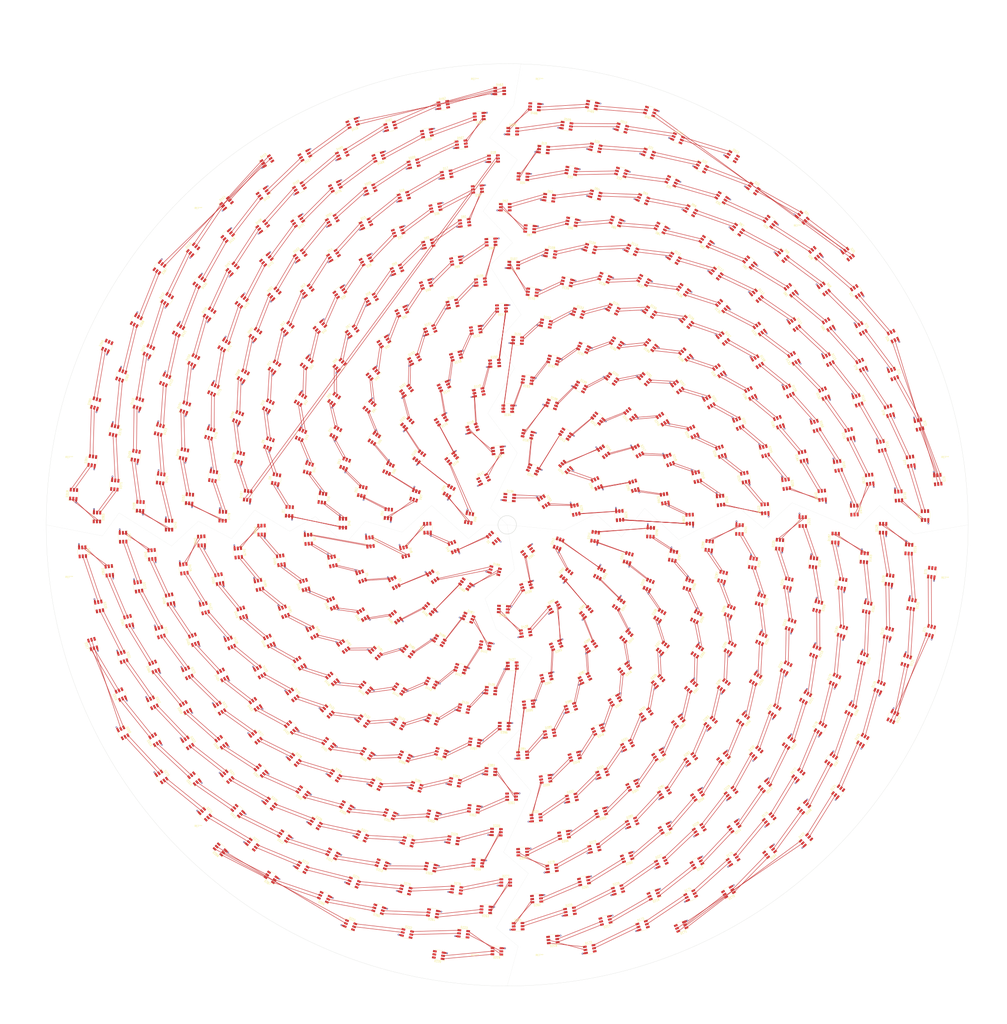
<source format=kicad_pcb>
(kicad_pcb (version 20240108) (generator "pcbnew") (generator_version "8.0")
  (layers (0 "F.Cu" signal) (31 "B.Cu" signal) (34 "B.Paste" user) (35 "F.Paste" user) (36 "B.SilkS" user "B.Silkscreen") (37 "F.SilkS" user "F.Silkscreen") (38 "B.Mask" user) (39 "F.Mask" user) (44 "Edge.Cuts" user))
  (net 0 "")
  (net 1 "Net-(D1-DO)")
  (net 2 "Net-(D1-CO)")
  (net 3 "VCC")
  (net 4 "GND")
  (net 7 "Net-(D2-CO)")
  (net 8 "Net-(D2-DO)")
  (net 9 "Net-(D2-CI)")
  (net 10 "Net-(D2-DI)")
  (net 11 "Net-(D3-CI)")
  (net 12 "Net-(D3-DI)")
  (net 13 "Net-(D4-DI)")
  (net 14 "Net-(D4-CI)")
  (net 15 "Net-(D5-CI)")
  (net 16 "Net-(D5-DI)")
  (net 17 "Net-(D7-DO)")
  (net 18 "Net-(D7-CO)")
  (net 19 "Net-(D8-CO)")
  (net 20 "Net-(D8-DO)")
  (net 21 "Net-(D10-CI)")
  (net 22 "Net-(D10-DI)")
  (net 23 "Net-(D10-CO)")
  (net 24 "Net-(D10-DO)")
  (net 25 "Net-(D11-DO)")
  (net 26 "Net-(D11-CO)")
  (net 27 "Net-(D12-CO)")
  (net 28 "Net-(D12-DO)")
  (net 29 "Net-(D13-DO)")
  (net 30 "Net-(D13-CO)")
  (net 31 "Net-(D14-CO)")
  (net 32 "Net-(D14-DO)")
  (net 33 "Net-(D15-CO)")
  (net 34 "Net-(D15-DO)")
  (net 35 "Net-(D16-CO)")
  (net 36 "Net-(D16-DO)")
  (net 37 "Net-(D17-DO)")
  (net 38 "Net-(D17-CO)")
  (net 39 "Net-(D46-CO)")
  (net 40 "Net-(D46-DO)")
  (net 41 "Net-(D19-CO)")
  (net 42 "Net-(D19-DO)")
  (net 43 "Net-(D20-CO)")
  (net 44 "Net-(D20-DO)")
  (net 45 "Net-(D21-CO)")
  (net 46 "Net-(D21-DO)")
  (net 47 "Net-(D22-DO)")
  (net 48 "Net-(D22-CO)")
  (net 49 "Net-(D23-DO)")
  (net 50 "Net-(D23-CO)")
  (net 51 "Net-(D24-DO)")
  (net 52 "Net-(D24-CO)")
  (net 53 "Net-(D25-CO)")
  (net 54 "Net-(D25-DO)")
  (net 55 "Net-(D26-DO)")
  (net 56 "Net-(D26-CO)")
  (net 57 "Net-(D27-CO)")
  (net 58 "Net-(D27-DO)")
  (net 59 "Net-(D28-DO)")
  (net 60 "Net-(D28-CO)")
  (net 61 "Net-(D29-CO)")
  (net 62 "Net-(D29-DO)")
  (net 63 "Net-(D30-DO)")
  (net 64 "Net-(D30-CO)")
  (net 65 "Net-(D31-DO)")
  (net 66 "Net-(D31-CO)")
  (net 67 "Net-(D32-DO)")
  (net 68 "Net-(D32-CO)")
  (net 69 "Net-(D33-CO)")
  (net 70 "Net-(D33-DO)")
  (net 71 "Net-(D18-CO)")
  (net 72 "Net-(D18-DO)")
  (net 73 "Net-(D35-DO)")
  (net 74 "Net-(D35-CO)")
  (net 75 "Net-(D36-CO)")
  (net 76 "Net-(D36-DO)")
  (net 77 "Net-(D37-DO)")
  (net 78 "Net-(D37-CO)")
  (net 79 "Net-(D38-CO)")
  (net 80 "Net-(D38-DO)")
  (net 81 "Net-(D39-DO)")
  (net 82 "Net-(D39-CO)")
  (net 83 "Net-(D40-CO)")
  (net 84 "Net-(D40-DO)")
  (net 85 "Net-(D41-DO)")
  (net 86 "Net-(D41-CO)")
  (net 87 "Net-(D42-DO)")
  (net 88 "Net-(D42-CO)")
  (net 89 "Net-(D43-CO)")
  (net 90 "Net-(D43-DO)")
  (net 91 "Net-(D44-DO)")
  (net 92 "Net-(D44-CO)")
  (net 93 "Net-(D45-DO)")
  (net 94 "Net-(D45-CO)")
  (net 95 "Net-(D19-DI)")
  (net 96 "Net-(D19-CI)")
  (net 97 "Net-(D47-DO)")
  (net 98 "Net-(D47-CO)")
  (net 99 "Net-(D26-CI)")
  (net 100 "Net-(D26-DI)")
  (net 101 "Net-(D49-CO)")
  (net 102 "Net-(D49-DO)")
  (net 103 "Net-(D35-DI)")
  (net 104 "Net-(D35-CI)")
  (net 105 "Net-(D51-DO)")
  (net 106 "Net-(D51-CO)")
  (net 107 "Net-(D52-DO)")
  (net 108 "Net-(D52-CO)")
  (net 109 "Net-(D53-CO)")
  (net 110 "Net-(D53-DO)")
  (net 111 "Net-(D54-CO)")
  (net 112 "Net-(D54-DO)")
  (net 113 "Net-(D55-DO)")
  (net 114 "Net-(D55-CO)")
  (net 115 "Net-(D56-CO)")
  (net 116 "Net-(D56-DO)")
  (net 117 "Net-(D57-CO)")
  (net 118 "Net-(D57-DO)")
  (net 119 "Net-(D58-DO)")
  (net 120 "Net-(D58-CO)")
  (net 121 "Net-(D59-CO)")
  (net 122 "Net-(D59-DO)")
  (net 123 "Net-(D60-CO)")
  (net 124 "Net-(D60-DO)")
  (net 125 "Net-(D51-CI)")
  (net 126 "Net-(D51-DI)")
  (net 127 "Net-(D62-DO)")
  (net 128 "Net-(D62-CO)")
  (net 129 "Net-(D63-CO)")
  (net 130 "Net-(D63-DO)")
  (net 131 "Net-(D64-CO)")
  (net 132 "Net-(D64-DO)")
  (net 133 "Net-(D65-CO)")
  (net 134 "Net-(D65-DO)")
  (net 135 "Net-(D66-CO)")
  (net 136 "Net-(D66-DO)")
  (net 137 "Net-(D67-DO)")
  (net 138 "Net-(D67-CO)")
  (net 139 "Net-(D68-DO)")
  (net 140 "Net-(D68-CO)")
  (net 141 "Net-(D69-DO)")
  (net 142 "Net-(D69-CO)")
  (net 143 "Net-(D70-DO)")
  (net 144 "Net-(D70-CO)")
  (net 145 "Net-(D71-CO)")
  (net 146 "Net-(D71-DO)")
  (net 147 "Net-(D72-DO)")
  (net 148 "Net-(D72-CO)")
  (net 149 "Net-(D47-DI)")
  (net 150 "Net-(D47-CI)")
  (net 151 "Net-(D74-CO)")
  (net 152 "Net-(D74-DO)")
  (net 153 "Net-(D48-CI)")
  (net 154 "Net-(D48-DI)")
  (net 155 "Net-(D76-DO)")
  (net 156 "Net-(D76-CO)")
  (net 157 "Net-(D77-CO)")
  (net 158 "Net-(D77-DO)")
  (net 159 "Net-(D78-DO)")
  (net 160 "Net-(D78-CO)")
  (net 161 "Net-(D79-CO)")
  (net 162 "Net-(D79-DO)")
  (net 163 "Net-(D80-DO)")
  (net 164 "Net-(D80-CO)")
  (net 165 "Net-(D81-DO)")
  (net 166 "Net-(D81-CO)")
  (net 167 "Net-(D82-DO)")
  (net 168 "Net-(D82-CO)")
  (net 169 "Net-(D83-DO)")
  (net 170 "Net-(D83-CO)")
  (net 171 "Net-(D84-CO)")
  (net 172 "Net-(D84-DO)")
  (net 173 "Net-(D85-CO)")
  (net 174 "Net-(D85-DO)")
  (net 175 "Net-(D86-DO)")
  (net 176 "Net-(D86-CO)")
  (net 177 "Net-(D62-CI)")
  (net 178 "Net-(D62-DI)")
  (net 179 "Net-(D88-DO)")
  (net 180 "Net-(D88-CO)")
  (net 181 "Net-(D89-CO)")
  (net 182 "Net-(D89-DO)")
  (net 183 "Net-(D90-CO)")
  (net 184 "Net-(D90-DO)")
  (net 185 "Net-(D91-CO)")
  (net 186 "Net-(D91-DO)")
  (net 187 "Net-(D92-DO)")
  (net 188 "Net-(D92-CO)")
  (net 189 "Net-(D93-CO)")
  (net 190 "Net-(D93-DO)")
  (net 191 "Net-(D94-CO)")
  (net 192 "Net-(D94-DO)")
  (net 193 "Net-(D95-DO)")
  (net 194 "Net-(D95-CO)")
  (net 195 "Net-(D96-DO)")
  (net 196 "Net-(D96-CO)")
  (net 197 "Net-(D118-CO)")
  (net 198 "Net-(D118-DO)")
  (net 199 "Net-(D98-DO)")
  (net 200 "Net-(D98-CO)")
  (net 201 "Net-(D100-CI)")
  (net 202 "Net-(D100-DI)")
  (net 203 "Net-(D100-DO)")
  (net 204 "Net-(D100-CO)")
  (net 205 "Net-(D101-CO)")
  (net 206 "Net-(D101-DO)")
  (net 207 "Net-(D102-CO)")
  (net 208 "Net-(D102-DO)")
  (net 209 "Net-(D103-DO)")
  (net 210 "Net-(D103-CO)")
  (net 211 "Net-(D104-CO)")
  (net 212 "Net-(D104-DO)")
  (net 213 "Net-(D105-DO)")
  (net 214 "Net-(D105-CO)")
  (net 215 "Net-(D106-DO)")
  (net 216 "Net-(D106-CO)")
  (net 217 "Net-(D107-CO)")
  (net 218 "Net-(D107-DO)")
  (net 219 "Net-(D108-DO)")
  (net 220 "Net-(D108-CO)")
  (net 221 "Net-(D109-DO)")
  (net 222 "Net-(D109-CO)")
  (net 223 "Net-(D110-DO)")
  (net 224 "Net-(D110-CO)")
  (net 225 "Net-(D111-DO)")
  (net 226 "Net-(D111-CO)")
  (net 227 "Net-(D112-DO)")
  (net 228 "Net-(D112-CO)")
  (net 229 "Net-(D113-DO)")
  (net 230 "Net-(D113-CO)")
  (net 231 "Net-(D114-DO)")
  (net 232 "Net-(D114-CO)")
  (net 233 "Net-(D115-DO)")
  (net 234 "Net-(D115-CO)")
  (net 235 "Net-(D116-CO)")
  (net 236 "Net-(D116-DO)")
  (net 237 "Net-(D117-DO)")
  (net 238 "Net-(D117-CO)")
  (net 239 "Net-(D107-DI)")
  (net 240 "Net-(D107-CI)")
  (net 241 "Net-(D119-DO)")
  (net 242 "Net-(D119-CO)")
  (net 243 "Net-(D120-DO)")
  (net 244 "Net-(D120-CO)")
  (net 245 "Net-(D121-CO)")
  (net 246 "Net-(D121-DO)")
  (net 247 "Net-(D122-DO)")
  (net 248 "Net-(D122-CO)")
  (net 249 "Net-(D123-CO)")
  (net 250 "Net-(D123-DO)")
  (net 251 "Net-(D124-DO)")
  (net 252 "Net-(D124-CO)")
  (net 253 "Net-(D125-DO)")
  (net 254 "Net-(D125-CO)")
  (net 255 "Net-(D126-DO)")
  (net 256 "Net-(D126-CO)")
  (net 257 "Net-(D127-CO)")
  (net 258 "Net-(D127-DO)")
  (net 259 "Net-(D128-CO)")
  (net 260 "Net-(D128-DO)")
  (net 261 "Net-(D130-DI)")
  (net 262 "Net-(D130-CI)")
  (net 263 "Net-(D141-DI)")
  (net 264 "Net-(D141-CI)")
  (net 265 "Net-(D130-DO)")
  (net 266 "Net-(D130-CO)")
  (net 267 "Net-(D131-DO)")
  (net 268 "Net-(D131-CO)")
  (net 269 "Net-(D132-DO)")
  (net 270 "Net-(D132-CO)")
  (net 271 "Net-(D133-DO)")
  (net 272 "Net-(D133-CO)")
  (net 273 "Net-(D134-CO)")
  (net 274 "Net-(D134-DO)")
  (net 275 "Net-(D135-DO)")
  (net 276 "Net-(D135-CO)")
  (net 277 "Net-(D136-CO)")
  (net 278 "Net-(D136-DO)")
  (net 279 "Net-(D137-DO)")
  (net 280 "Net-(D137-CO)")
  (net 281 "Net-(D138-DO)")
  (net 282 "Net-(D138-CO)")
  (net 283 "Net-(D139-CO)")
  (net 284 "Net-(D139-DO)")
  (net 287 "Net-(D141-DO)")
  (net 288 "Net-(D141-CO)")
  (net 289 "Net-(D142-CO)")
  (net 290 "Net-(D142-DO)")
  (net 291 "Net-(D143-DO)")
  (net 292 "Net-(D143-CO)")
  (net 293 "Net-(D144-CO)")
  (net 294 "Net-(D144-DO)")
  (net 295 "Net-(D145-CO)")
  (net 296 "Net-(D145-DO)")
  (net 297 "Net-(D146-CO)")
  (net 298 "Net-(D146-DO)")
  (net 299 "Net-(D147-DO)")
  (net 300 "Net-(D147-CO)")
  (net 301 "Net-(D148-DO)")
  (net 302 "Net-(D148-CO)")
  (net 303 "Net-(D149-DO)")
  (net 304 "Net-(D149-CO)")
  (net 307 "Net-(D151-CO)")
  (net 308 "Net-(D151-DO)")
  (net 309 "Net-(D152-DO)")
  (net 310 "Net-(D152-CO)")
  (net 311 "Net-(D153-DO)")
  (net 312 "Net-(D153-CO)")
  (net 313 "Net-(D154-DO)")
  (net 314 "Net-(D154-CO)")
  (net 315 "Net-(D155-CO)")
  (net 316 "Net-(D155-DO)")
  (net 317 "Net-(D156-DO)")
  (net 318 "Net-(D156-CO)")
  (net 319 "Net-(D157-DO)")
  (net 320 "Net-(D157-CO)")
  (net 321 "Net-(D158-CO)")
  (net 322 "Net-(D158-DO)")
  (net 323 "Net-(D159-CO)")
  (net 324 "Net-(D159-DO)")
  (net 325 "Net-(D160-DO)")
  (net 326 "Net-(D160-CO)")
  (net 327 "Net-(D161-CO)")
  (net 328 "Net-(D161-DO)")
  (net 329 "Net-(D148-DI)")
  (net 330 "Net-(D148-CI)")
  (net 331 "Net-(D163-DO)")
  (net 332 "Net-(D163-CO)")
  (net 333 "Net-(D164-CO)")
  (net 334 "Net-(D164-DO)")
  (net 335 "Net-(D165-DO)")
  (net 336 "Net-(D165-CO)")
  (net 337 "Net-(D166-CO)")
  (net 338 "Net-(D166-DO)")
  (net 339 "Net-(D167-CO)")
  (net 340 "Net-(D167-DO)")
  (net 341 "Net-(D168-DO)")
  (net 342 "Net-(D168-CO)")
  (net 343 "Net-(D169-CO)")
  (net 344 "Net-(D169-DO)")
  (net 345 "Net-(D170-CO)")
  (net 346 "Net-(D170-DO)")
  (net 347 "Net-(D151-CI)")
  (net 348 "Net-(D151-DI)")
  (net 349 "Net-(D172-DO)")
  (net 350 "Net-(D172-CO)")
  (net 351 "Net-(D173-CO)")
  (net 352 "Net-(D173-DO)")
  (net 353 "Net-(D174-DO)")
  (net 354 "Net-(D174-CO)")
  (net 355 "Net-(D175-DO)")
  (net 356 "Net-(D175-CO)")
  (net 357 "Net-(D176-DO)")
  (net 358 "Net-(D176-CO)")
  (net 359 "Net-(D177-DO)")
  (net 360 "Net-(D177-CO)")
  (net 361 "Net-(D178-DO)")
  (net 362 "Net-(D178-CO)")
  (net 363 "Net-(D179-DO)")
  (net 364 "Net-(D179-CO)")
  (net 365 "Net-(D180-CO)")
  (net 366 "Net-(D180-DO)")
  (net 367 "Net-(D181-DO)")
  (net 368 "Net-(D181-CO)")
  (net 369 "Net-(D183-CI)")
  (net 370 "Net-(D183-DI)")
  (net 371 "Net-(D183-DO)")
  (net 372 "Net-(D183-CO)")
  (net 373 "Net-(D184-DO)")
  (net 374 "Net-(D184-CO)")
  (net 375 "Net-(D185-CO)")
  (net 376 "Net-(D185-DO)")
  (net 377 "Net-(D186-DO)")
  (net 378 "Net-(D186-CO)")
  (net 379 "Net-(D187-CO)")
  (net 380 "Net-(D187-DO)")
  (net 381 "Net-(D188-CO)")
  (net 382 "Net-(D188-DO)")
  (net 383 "Net-(D189-CO)")
  (net 384 "Net-(D189-DO)")
  (net 385 "Net-(D190-CO)")
  (net 386 "Net-(D190-DO)")
  (net 387 "Net-(D191-DO)")
  (net 388 "Net-(D191-CO)")
  (net 389 "Net-(D192-CO)")
  (net 390 "Net-(D192-DO)")
  (net 391 "Net-(D193-DO)")
  (net 392 "Net-(D193-CO)")
  (net 393 "Net-(D197-DI)")
  (net 394 "Net-(D197-CI)")
  (net 395 "Net-(D236-DI)")
  (net 396 "Net-(D236-CI)")
  (net 397 "Net-(D196-DO)")
  (net 398 "Net-(D196-CO)")
  (net 399 "Net-(D197-DO)")
  (net 400 "Net-(D197-CO)")
  (net 401 "Net-(D198-DO)")
  (net 402 "Net-(D198-CO)")
  (net 403 "Net-(D199-DO)")
  (net 404 "Net-(D199-CO)")
  (net 405 "Net-(D200-CO)")
  (net 406 "Net-(D200-DO)")
  (net 407 "Net-(D201-DO)")
  (net 408 "Net-(D201-CO)")
  (net 409 "Net-(D202-CO)")
  (net 410 "Net-(D202-DO)")
  (net 411 "Net-(D203-DO)")
  (net 412 "Net-(D203-CO)")
  (net 413 "Net-(D204-CO)")
  (net 414 "Net-(D204-DO)")
  (net 415 "Net-(D205-CO)")
  (net 416 "Net-(D205-DO)")
  (net 417 "Net-(D119-CI)")
  (net 418 "Net-(D119-DI)")
  (net 419 "Net-(D207-CO)")
  (net 420 "Net-(D207-DO)")
  (net 421 "Net-(D208-CO)")
  (net 422 "Net-(D208-DO)")
  (net 423 "Net-(D209-DO)")
  (net 424 "Net-(D209-CO)")
  (net 425 "Net-(D210-CO)")
  (net 426 "Net-(D210-DO)")
  (net 427 "Net-(D211-CO)")
  (net 428 "Net-(D211-DO)")
  (net 429 "Net-(D212-DO)")
  (net 430 "Net-(D212-CO)")
  (net 431 "Net-(D213-DO)")
  (net 432 "Net-(D213-CO)")
  (net 433 "Net-(D214-DO)")
  (net 434 "Net-(D214-CO)")
  (net 435 "Net-(D215-CO)")
  (net 436 "Net-(D215-DO)")
  (net 437 "Net-(D216-DO)")
  (net 438 "Net-(D216-CO)")
  (net 439 "Net-(D217-CO)")
  (net 440 "Net-(D217-DO)")
  (net 441 "Net-(D123-CI)")
  (net 442 "Net-(D123-DI)")
  (net 443 "Net-(D219-CO)")
  (net 444 "Net-(D219-DO)")
  (net 445 "Net-(D245-CI)")
  (net 446 "Net-(D245-DI)")
  (net 447 "Net-(D221-CO)")
  (net 448 "Net-(D221-DO)")
  (net 449 "Net-(D222-CO)")
  (net 450 "Net-(D222-DO)")
  (net 451 "Net-(D289-CI)")
  (net 452 "Net-(D289-DI)")
  (net 453 "Net-(D224-CO)")
  (net 454 "Net-(D224-DO)")
  (net 455 "Net-(D225-DO)")
  (net 456 "Net-(D225-CO)")
  (net 457 "Net-(D226-CO)")
  (net 458 "Net-(D226-DO)")
  (net 459 "Net-(D227-DO)")
  (net 460 "Net-(D227-CO)")
  (net 461 "Net-(D228-CO)")
  (net 462 "Net-(D228-DO)")
  (net 463 "Net-(D229-DO)")
  (net 464 "Net-(D229-CO)")
  (net 465 "Net-(D230-DO)")
  (net 466 "Net-(D230-CO)")
  (net 467 "Net-(D231-CO)")
  (net 468 "Net-(D231-DO)")
  (net 469 "Net-(D232-DO)")
  (net 470 "Net-(D232-CO)")
  (net 471 "Net-(D233-CO)")
  (net 472 "Net-(D233-DO)")
  (net 473 "Net-(D234-DO)")
  (net 474 "Net-(D234-CO)")
  (net 475 "Net-(D318-DO)")
  (net 476 "Net-(D318-CO)")
  (net 477 "Net-(D236-DO)")
  (net 478 "Net-(D236-CO)")
  (net 479 "Net-(D237-DO)")
  (net 480 "Net-(D237-CO)")
  (net 481 "Net-(D238-DO)")
  (net 482 "Net-(D238-CO)")
  (net 483 "Net-(D239-DO)")
  (net 484 "Net-(D239-CO)")
  (net 485 "Net-(D240-CO)")
  (net 486 "Net-(D240-DO)")
  (net 487 "Net-(D241-DO)")
  (net 488 "Net-(D241-CO)")
  (net 489 "Net-(D242-CO)")
  (net 490 "Net-(D242-DO)")
  (net 491 "Net-(D243-DO)")
  (net 492 "Net-(D243-CO)")
  (net 493 "Net-(D318-DI)")
  (net 494 "Net-(D318-CI)")
  (net 495 "Net-(D245-DO)")
  (net 496 "Net-(D245-CO)")
  (net 497 "Net-(D246-DO)")
  (net 498 "Net-(D246-CO)")
  (net 499 "Net-(D247-CO)")
  (net 500 "Net-(D247-DO)")
  (net 501 "Net-(D248-DO)")
  (net 502 "Net-(D248-CO)")
  (net 503 "Net-(D249-CO)")
  (net 504 "Net-(D249-DO)")
  (net 505 "Net-(D363-DI)")
  (net 506 "Net-(D363-CI)")
  (net 507 "Net-(D251-DO)")
  (net 508 "Net-(D251-CO)")
  (net 509 "Net-(D252-DO)")
  (net 510 "Net-(D252-CO)")
  (net 511 "Net-(D253-CO)")
  (net 512 "Net-(D253-DO)")
  (net 513 "Net-(D254-DO)")
  (net 514 "Net-(D254-CO)")
  (net 515 "Net-(D255-DO)")
  (net 516 "Net-(D255-CO)")
  (net 517 "Net-(D256-CO)")
  (net 518 "Net-(D256-DO)")
  (net 519 "Net-(D257-CO)")
  (net 520 "Net-(D384-DO)")
  (net 521 "Net-(D257-DO)")
  (net 522 "Net-(D384-CO)")
  (net 523 "Net-(D258-CO)")
  (net 524 "Net-(D258-DO)")
  (net 525 "Net-(D259-DO)")
  (net 526 "Net-(D259-CO)")
  (net 527 "Net-(D260-DO)")
  (net 528 "Net-(D260-CO)")
  (net 529 "Net-(D261-CO)")
  (net 530 "Net-(D261-DO)")
  (net 533 "Net-(D263-CO)")
  (net 534 "Net-(D263-DO)")
  (net 535 "Net-(D264-CO)")
  (net 536 "Net-(D264-DO)")
  (net 537 "Net-(D265-DO)")
  (net 538 "Net-(D265-CO)")
  (net 539 "Net-(D266-DO)")
  (net 540 "Net-(D266-CO)")
  (net 541 "Net-(D267-CO)")
  (net 542 "Net-(D267-DO)")
  (net 543 "Net-(D367-CI)")
  (net 544 "Net-(D367-DI)")
  (net 545 "Net-(D269-CO)")
  (net 546 "Net-(D269-DO)")
  (net 547 "Net-(D270-CO)")
  (net 548 "Net-(D270-DO)")
  (net 549 "Net-(D271-DO)")
  (net 550 "Net-(D271-CO)")
  (net 551 "Net-(D272-DO)")
  (net 552 "Net-(D272-CO)")
  (net 553 "Net-(D273-DO)")
  (net 554 "Net-(D273-CO)")
  (net 555 "Net-(D274-DO)")
  (net 556 "Net-(D274-CO)")
  (net 557 "Net-(D275-DO)")
  (net 558 "Net-(D275-CO)")
  (net 559 "Net-(D276-CO)")
  (net 560 "Net-(D276-DO)")
  (net 561 "Net-(D163-CI)")
  (net 562 "Net-(D163-DI)")
  (net 563 "Net-(D278-CO)")
  (net 564 "Net-(D278-DO)")
  (net 565 "Net-(D279-DO)")
  (net 566 "Net-(D279-CO)")
  (net 567 "Net-(D280-CO)")
  (net 568 "Net-(D280-DO)")
  (net 569 "Net-(D281-DO)")
  (net 570 "Net-(D281-CO)")
  (net 571 "Net-(D282-DO)")
  (net 572 "Net-(D282-CO)")
  (net 573 "Net-(D283-CO)")
  (net 574 "Net-(D283-DO)")
  (net 575 "Net-(D284-CO)")
  (net 576 "Net-(D284-DO)")
  (net 577 "Net-(D285-CO)")
  (net 578 "Net-(D285-DO)")
  (net 579 "Net-(D286-CO)")
  (net 580 "Net-(D286-DO)")
  (net 581 "Net-(D287-CO)")
  (net 582 "Net-(D287-DO)")
  (net 583 "Net-(D172-CI)")
  (net 584 "Net-(D172-DI)")
  (net 585 "Net-(D289-CO)")
  (net 586 "Net-(D289-DO)")
  (net 587 "Net-(D290-CO)")
  (net 588 "Net-(D290-DO)")
  (net 589 "Net-(D291-CO)")
  (net 590 "Net-(D291-DO)")
  (net 591 "Net-(D408-DI)")
  (net 592 "Net-(D408-CI)")
  (net 593 "Net-(D293-CO)")
  (net 594 "Net-(D293-DO)")
  (net 595 "Net-(D294-DO)")
  (net 596 "Net-(D294-CO)")
  (net 597 "Net-(D416-CI)")
  (net 598 "Net-(D416-DI)")
  (net 599 "Net-(D296-DO)")
  (net 600 "Net-(D296-CO)")
  (net 601 "Net-(D297-CO)")
  (net 602 "Net-(D297-DO)")
  (net 603 "Net-(D298-CO)")
  (net 604 "Net-(D298-DO)")
  (net 605 "Net-(D299-DO)")
  (net 606 "Net-(D299-CO)")
  (net 607 "Net-(D300-DO)")
  (net 608 "Net-(D300-CO)")
  (net 609 "Net-(D301-DO)")
  (net 610 "Net-(D301-CO)")
  (net 611 "Net-(D302-CO)")
  (net 612 "Net-(D302-DO)")
  (net 613 "Net-(D303-DO)")
  (net 614 "Net-(D303-CO)")
  (net 615 "Net-(D304-DO)")
  (net 616 "Net-(D304-CO)")
  (net 617 "Net-(D305-CO)")
  (net 618 "Net-(D305-DO)")
  (net 619 "Net-(D306-CO)")
  (net 620 "Net-(D306-DO)")
  (net 621 "Net-(D416-CO)")
  (net 622 "Net-(D416-DO)")
  (net 623 "Net-(D308-CO)")
  (net 624 "Net-(D308-DO)")
  (net 625 "Net-(D309-CO)")
  (net 626 "Net-(D309-DO)")
  (net 627 "Net-(D310-DO)")
  (net 628 "Net-(D310-CO)")
  (net 629 "Net-(D311-DO)")
  (net 630 "Net-(D311-CO)")
  (net 631 "Net-(D312-DO)")
  (net 632 "Net-(D312-CO)")
  (net 633 "Net-(D313-CO)")
  (net 634 "Net-(D313-DO)")
  (net 635 "Net-(D314-DO)")
  (net 636 "Net-(D314-CO)")
  (net 637 "Net-(D315-CO)")
  (net 638 "Net-(D315-DO)")
  (net 639 "Net-(D316-DO)")
  (net 640 "Net-(D316-CO)")
  (net 641 "Net-(D452-CI)")
  (net 642 "Net-(D452-DI)")
  (net 643 "Net-(D467-CI)")
  (net 644 "Net-(D467-DI)")
  (net 645 "Net-(D319-CO)")
  (net 646 "Net-(D319-DO)")
  (net 647 "Net-(D320-CO)")
  (net 648 "Net-(D320-DO)")
  (net 649 "Net-(D321-DO)")
  (net 650 "Net-(D321-CO)")
  (net 651 "Net-(D322-DO)")
  (net 652 "Net-(D322-CO)")
  (net 653 "Net-(D323-CO)")
  (net 654 "Net-(D323-DO)")
  (net 655 "Net-(D324-DO)")
  (net 656 "Net-(D324-CO)")
  (net 657 "Net-(D325-DO)")
  (net 658 "Net-(D325-CO)")
  (net 659 "Net-(D326-CO)")
  (net 660 "Net-(D326-DO)")
  (net 661 "Net-(D327-CO)")
  (net 662 "Net-(D327-DO)")
  (net 663 "Net-(D328-CO)")
  (net 664 "Net-(D328-DO)")
  (net 665 "Net-(D329-DO)")
  (net 666 "Net-(D329-CO)")
  (net 669 "Net-(D331-DO)")
  (net 670 "Net-(D331-CO)")
  (net 671 "Net-(D332-CO)")
  (net 672 "Net-(D332-DO)")
  (net 673 "Net-(D333-CO)")
  (net 674 "Net-(D333-DO)")
  (net 675 "Net-(D334-DO)")
  (net 676 "Net-(D334-CO)")
  (net 677 "Net-(D335-DO)")
  (net 678 "Net-(D335-CO)")
  (net 679 "Net-(D336-DO)")
  (net 680 "Net-(D336-CO)")
  (net 681 "Net-(D337-CO)")
  (net 682 "Net-(D337-DO)")
  (net 683 "Net-(D338-CO)")
  (net 684 "Net-(D338-DO)")
  (net 685 "Net-(D339-CO)")
  (net 686 "Net-(D339-DO)")
  (net 687 "Net-(D340-DO)")
  (net 688 "Net-(D340-CO)")
  (net 689 "Net-(D342-DO)")
  (net 690 "Net-(D342-CO)")
  (net 691 "Net-(D343-DO)")
  (net 692 "Net-(D343-CO)")
  (net 693 "Net-(D344-CO)")
  (net 694 "Net-(D344-DO)")
  (net 695 "Net-(D345-CO)")
  (net 696 "Net-(D345-DO)")
  (net 697 "Net-(D346-DO)")
  (net 698 "Net-(D346-CO)")
  (net 699 "Net-(D347-CO)")
  (net 700 "Net-(D347-DO)")
  (net 701 "Net-(D348-DO)")
  (net 702 "Net-(D348-CO)")
  (net 703 "Net-(D349-DO)")
  (net 704 "Net-(D349-CO)")
  (net 705 "Net-(D207-DI)")
  (net 706 "Net-(D207-CI)")
  (net 707 "Net-(D351-CO)")
  (net 708 "Net-(D351-DO)")
  (net 709 "Net-(D352-DO)")
  (net 710 "Net-(D352-CO)")
  (net 711 "Net-(D353-CO)")
  (net 712 "Net-(D353-DO)")
  (net 713 "Net-(D354-CO)")
  (net 714 "Net-(D354-DO)")
  (net 715 "Net-(D355-CO)")
  (net 716 "Net-(D355-DO)")
  (net 717 "Net-(D356-CO)")
  (net 718 "Net-(D356-DO)")
  (net 719 "Net-(D357-DO)")
  (net 720 "Net-(D357-CO)")
  (net 721 "Net-(D358-CO)")
  (net 722 "Net-(D358-DO)")
  (net 723 "Net-(D359-CO)")
  (net 724 "Net-(D359-DO)")
  (net 725 "Net-(D360-DO)")
  (net 726 "Net-(D360-CO)")
  (net 727 "Net-(D361-CO)")
  (net 728 "Net-(D361-DO)")
  (net 729 "Net-(D219-CI)")
  (net 730 "Net-(D219-DI)")
  (net 731 "Net-(D364-DO)")
  (net 732 "Net-(D364-CO)")
  (net 733 "Net-(D365-DO)")
  (net 734 "Net-(D365-CO)")
  (net 735 "Net-(D367-CO)")
  (net 736 "Net-(D367-DO)")
  (net 737 "Net-(D368-CO)")
  (net 738 "Net-(D368-DO)")
  (net 739 "Net-(D369-CO)")
  (net 740 "Net-(D369-DO)")
  (net 741 "Net-(D370-DO)")
  (net 742 "Net-(D370-CO)")
  (net 745 "Net-(D372-CO)")
  (net 746 "Net-(D372-DO)")
  (net 747 "Net-(D373-CO)")
  (net 748 "Net-(D373-DO)")
  (net 749 "Net-(D374-CO)")
  (net 750 "Net-(D374-DO)")
  (net 751 "Net-(D375-CO)")
  (net 752 "Net-(D375-DO)")
  (net 753 "Net-(D376-DO)")
  (net 754 "Net-(D376-CO)")
  (net 755 "Net-(D377-DO)")
  (net 756 "Net-(D377-CO)")
  (net 757 "Net-(D378-DO)")
  (net 758 "Net-(D378-CO)")
  (net 759 "Net-(D379-DO)")
  (net 760 "Net-(D379-CO)")
  (net 761 "Net-(D380-DO)")
  (net 762 "Net-(D380-CO)")
  (net 763 "Net-(D381-DO)")
  (net 764 "Net-(D381-CO)")
  (net 765 "Net-(D382-DO)")
  (net 766 "Net-(D382-CO)")
  (net 767 "Net-(D221-DI)")
  (net 768 "Net-(D221-CI)")
  (net 769 "Net-(D385-DO)")
  (net 770 "Net-(D385-CO)")
  (net 771 "Net-(D386-DO)")
  (net 772 "Net-(D386-CO)")
  (net 773 "Net-(D387-CO)")
  (net 774 "Net-(D387-DO)")
  (net 775 "Net-(D388-DO)")
  (net 776 "Net-(D388-CO)")
  (net 777 "Net-(D389-DO)")
  (net 778 "Net-(D389-CO)")
  (net 779 "Net-(D224-CI)")
  (net 780 "Net-(D224-DI)")
  (net 781 "Net-(D391-DO)")
  (net 782 "Net-(D391-CO)")
  (net 783 "Net-(D392-DO)")
  (net 784 "Net-(D392-CO)")
  (net 785 "Net-(D393-CO)")
  (net 786 "Net-(D393-DO)")
  (net 787 "Net-(D394-CO)")
  (net 788 "Net-(D394-DO)")
  (net 789 "Net-(D396-DO)")
  (net 790 "Net-(D396-CO)")
  (net 791 "Net-(D397-CO)")
  (net 792 "Net-(D397-DO)")
  (net 793 "Net-(D398-DO)")
  (net 794 "Net-(D398-CO)")
  (net 795 "Net-(D399-DO)")
  (net 796 "Net-(D399-CO)")
  (net 797 "Net-(D400-CO)")
  (net 798 "Net-(D400-DO)")
  (net 799 "Net-(D401-DO)")
  (net 800 "Net-(D401-CO)")
  (net 801 "Net-(D402-CO)")
  (net 802 "Net-(D402-DO)")
  (net 803 "Net-(D403-CO)")
  (net 804 "Net-(D403-DO)")
  (net 805 "Net-(D404-CO)")
  (net 806 "Net-(D404-DO)")
  (net 807 "Net-(D405-DO)")
  (net 808 "Net-(D405-CO)")
  (net 809 "Net-(D406-CO)")
  (net 810 "Net-(D406-DO)")
  (net 811 "Net-(D408-CO)")
  (net 812 "Net-(D408-DO)")
  (net 813 "Net-(D409-CO)")
  (net 814 "Net-(D409-DO)")
  (net 815 "Net-(D410-CO)")
  (net 816 "Net-(D410-DO)")
  (net 817 "Net-(D411-DO)")
  (net 818 "Net-(D411-CO)")
  (net 819 "Net-(D412-DO)")
  (net 820 "Net-(D412-CO)")
  (net 821 "Net-(D413-CO)")
  (net 822 "Net-(D413-DO)")
  (net 823 "Net-(D414-DO)")
  (net 824 "Net-(D414-CO)")
  (net 825 "Net-(D417-CO)")
  (net 826 "Net-(D417-DO)")
  (net 827 "Net-(D418-CO)")
  (net 828 "Net-(D418-DO)")
  (net 829 "Net-(D419-DO)")
  (net 830 "Net-(D419-CO)")
  (net 831 "Net-(D420-CO)")
  (net 832 "Net-(D420-DO)")
  (net 833 "Net-(D421-CO)")
  (net 834 "Net-(D421-DO)")
  (net 835 "Net-(D422-DO)")
  (net 836 "Net-(D422-CO)")
  (net 837 "Net-(D423-DO)")
  (net 838 "Net-(D423-CO)")
  (net 839 "Net-(D424-CO)")
  (net 840 "Net-(D424-DO)")
  (net 841 "Net-(D251-DI)")
  (net 842 "Net-(D251-CI)")
  (net 843 "Net-(D426-CO)")
  (net 844 "Net-(D426-DO)")
  (net 845 "Net-(D427-DO)")
  (net 846 "Net-(D427-CO)")
  (net 847 "Net-(D428-DO)")
  (net 848 "Net-(D428-CO)")
  (net 849 "Net-(D429-DO)")
  (net 850 "Net-(D429-CO)")
  (net 851 "Net-(D430-CO)")
  (net 852 "Net-(D430-DO)")
  (net 853 "Net-(D431-CO)")
  (net 854 "Net-(D431-DO)")
  (net 855 "Net-(D432-CO)")
  (net 856 "Net-(D432-DO)")
  (net 857 "Net-(D433-DO)")
  (net 858 "Net-(D433-CO)")
  (net 859 "Net-(D434-DO)")
  (net 860 "Net-(D434-CO)")
  (net 861 "Net-(D435-DO)")
  (net 862 "Net-(D435-CO)")
  (net 863 "Net-(D436-CO)")
  (net 864 "Net-(D436-DO)")
  (net 865 "Net-(D263-CI)")
  (net 866 "Net-(D263-DI)")
  (net 867 "Net-(D269-DI)")
  (net 868 "Net-(D269-CI)")
  (net 869 "Net-(D439-CO)")
  (net 870 "Net-(D439-DO)")
  (net 871 "Net-(D278-DI)")
  (net 872 "Net-(D278-CI)")
  (net 873 "Net-(D441-CO)")
  (net 874 "Net-(D441-DO)")
  (net 875 "Net-(D442-DO)")
  (net 876 "Net-(D442-CO)")
  (net 877 "Net-(D443-CO)")
  (net 878 "Net-(D443-DO)")
  (net 879 "Net-(D444-DO)")
  (net 880 "Net-(D444-CO)")
  (net 881 "Net-(D445-CO)")
  (net 882 "Net-(D445-DO)")
  (net 883 "Net-(D446-CO)")
  (net 884 "Net-(D446-DO)")
  (net 885 "Net-(D447-CO)")
  (net 886 "Net-(D447-DO)")
  (net 887 "Net-(D448-CO)")
  (net 888 "Net-(D448-DO)")
  (net 889 "Net-(D449-DO)")
  (net 890 "Net-(D449-CO)")
  (net 891 "Net-(D450-CO)")
  (net 892 "Net-(D450-DO)")
  (net 893 "Net-(D452-DO)")
  (net 894 "Net-(D452-CO)")
  (net 895 "Net-(D453-DO)")
  (net 896 "Net-(D453-CO)")
  (net 897 "Net-(D454-CO)")
  (net 898 "Net-(D454-DO)")
  (net 899 "Net-(D455-CO)")
  (net 900 "Net-(D455-DO)")
  (net 901 "Net-(D456-DO)")
  (net 902 "Net-(D456-CO)")
  (net 903 "Net-(D457-CO)")
  (net 904 "Net-(D457-DO)")
  (net 905 "Net-(D458-CO)")
  (net 906 "Net-(D458-DO)")
  (net 907 "Net-(D459-DO)")
  (net 908 "Net-(D459-CO)")
  (net 909 "Net-(D460-CO)")
  (net 910 "Net-(D460-DO)")
  (net 911 "Net-(D461-CO)")
  (net 912 "Net-(D461-DO)")
  (net 913 "Net-(D462-DO)")
  (net 914 "Net-(D462-CO)")
  (net 915 "Net-(D464-DO)")
  (net 916 "Net-(D464-CO)")
  (net 917 "Net-(D465-CO)")
  (net 918 "Net-(D465-DO)")
  (net 919 "Net-(D296-CI)")
  (net 920 "Net-(D296-DI)")
  (net 921 "Net-(D467-CO)")
  (net 922 "Net-(D467-DO)")
  (net 923 "Net-(D468-CO)")
  (net 924 "Net-(D468-DO)")
  (net 925 "Net-(D469-CO)")
  (net 926 "Net-(D469-DO)")
  (net 927 "Net-(D470-CO)")
  (net 928 "Net-(D470-DO)")
  (net 929 "Net-(D471-CO)")
  (net 930 "Net-(D471-DO)")
  (net 931 "Net-(D472-CO)")
  (net 932 "Net-(D472-DO)")
  (net 933 "Net-(D473-CO)")
  (net 934 "Net-(D473-DO)")
  (net 935 "Net-(D474-DO)")
  (net 936 "Net-(D474-CO)")
  (net 937 "Net-(D475-CO)")
  (net 938 "Net-(D475-DO)")
  (net 939 "Net-(D476-CO)")
  (net 940 "Net-(D476-DO)")
  (net 941 "Net-(D477-DO)")
  (net 942 "Net-(D477-CO)")
  (net 943 "Net-(D308-DI)")
  (net 944 "Net-(D308-CI)")
  (net 945 "Net-(D479-DO)")
  (net 946 "Net-(D479-CO)")
  (net 947 "Net-(D480-CO)")
  (net 948 "Net-(D480-DO)")
  (net 949 "Net-(D481-CO)")
  (net 950 "Net-(D481-DO)")
  (net 951 "Net-(D482-CO)")
  (net 952 "Net-(D482-DO)")
  (net 953 "Net-(D483-DO)")
  (net 954 "Net-(D483-CO)")
  (net 955 "Net-(D484-DO)")
  (net 956 "Net-(D484-CO)")
  (net 957 "Net-(D485-CO)")
  (net 958 "Net-(D485-DO)")
  (net 959 "Net-(D486-CO)")
  (net 960 "Net-(D486-DO)")
  (net 961 "Net-(D488-DO)")
  (net 962 "Net-(D488-CO)")
  (net 963 "Net-(D489-CO)")
  (net 964 "Net-(D489-DO)")
  (net 965 "Net-(D490-DO)")
  (net 966 "Net-(D490-CO)")
  (net 967 "Net-(D491-CO)")
  (net 968 "Net-(D491-DO)")
  (net 969 "Net-(D492-DO)")
  (net 970 "Net-(D492-CO)")
  (net 971 "Net-(D493-CO)")
  (net 972 "Net-(D493-DO)")
  (net 973 "Net-(D494-DO)")
  (net 974 "Net-(D494-CO)")
  (net 975 "Net-(D495-DO)")
  (net 976 "Net-(D495-CO)")
  (net 977 "Net-(D497-CO)")
  (net 978 "Net-(D497-DO)")
  (net 979 "Net-(D498-DO)")
  (net 980 "Net-(D498-CO)")
  (net 981 "Net-(D499-DO)")
  (net 982 "Net-(D499-CO)")
  (net 983 "Net-(D500-CO)")
  (net 984 "Net-(D500-DO)")
  (net 985 "Net-(D501-CO)")
  (net 986 "Net-(D501-DO)")
  (net 987 "Net-(D502-CO)")
  (net 988 "Net-(D502-DO)")
  (net 989 "Net-(D503-CO)")
  (net 990 "Net-(D503-DO)")
  (net 991 "Net-(D504-DO)")
  (net 992 "Net-(D504-CO)")
  (net 993 "Net-(D505-DO)")
  (net 994 "Net-(D505-CO)")
  (net 995 "Net-(D506-CO)")
  (net 996 "Net-(D506-DO)")
  (net 997 "Net-(D319-DI)")
  (net 998 "Net-(D319-CI)")
  (net 999 "Net-(D509-DO)")
  (net 1000 "Net-(D509-CO)")
  (net 1001 "Net-(D510-CO)")
  (net 1002 "Net-(D510-DO)")
  (net 1005 "Net-(D331-DI)")
  (net 1006 "Net-(D331-CI)")
  (net 1007 "Net-(D342-CI)")
  (net 1008 "Net-(D342-DI)")
  (net 1009 "Net-(D351-DI)")
  (net 1010 "Net-(D351-CI)")
  (net 1011 "Net-(D372-DI)")
  (net 1012 "Net-(D372-CI)")
  (net 1013 "Net-(D384-DI)")
  (net 1014 "Net-(D384-CI)")
  (net 1017 "Net-(D392-DI)")
  (net 1018 "Net-(D392-CI)")
  (net 1019 "Net-(D396-CI)")
  (net 1020 "Net-(D396-DI)")
  (net 1021 "Net-(D426-DI)")
  (net 1022 "Net-(D426-CI)")
  (net 1023 "Net-(D438-CI)")
  (net 1024 "Net-(D438-DI)")
  (net 1025 "Net-(D441-DI)")
  (net 1026 "Net-(D441-CI)")
  (net 1027 "Net-(D466-DO)")
  (net 1028 "Net-(D466-CO)")
  (net 1029 "Net-(D508-CO)")
  (net 1030 "Net-(D508-DO)")
  (net 1031 "Net-(D479-CI)")
  (net 1032 "Net-(D479-DI)")
  (net 1033 "Net-(D511-CO)")
  (net 1034 "Net-(D511-DO)")
  (footprint "LED_SMD:LED_RGB_5050-6" (layer "F.Cu") (at 467.078716 152.700297 131.4)
    (property "Reference" "D28")
    (property "Value" "APA102")
  )
  (footprint "LED_SMD:LED_RGB_5050-6" (layer "F.Cu") (at 433.450076 117.690299 -36.204)
    (property "Reference" "D23")
    (property "Value" "APA102")
  )
  (footprint "LED_SMD:LED_RGB_5050-6" (layer "F.Cu") (at 143.852434 329.414075 100.668)
    (property "Reference" "D450")
    (property "Value" "APA102")
  )
  (footprint "LED_SMD:LED_RGB_5050-6" (layer "F.Cu") (at 281.794224 453.957947 173.256)
    (property "Reference" "D352")
    (property "Value" "APA102")
  )
  (footprint "LED_SMD:LED_RGB_5050-6" (layer "F.Cu") (at 305.640155 199.995306 -3.228)
    (property "Reference" "D151")
    (property "Value" "APA102")
  )
  (footprint "LED_SMD:LED_RGB_5050-6" (layer "F.Cu") (at 403.177046 446.41464 -144.828)
    (property "Reference" "D258")
    (property "Value" "APA102")
  )
  (footprint "LED_SMD:LED_RGB_5050-6" (layer "F.Cu") (at 312.292823 139.508141 175.62)
    (property "Reference" "D87")
    (property "Value" "APA102")
  )
  (footprint "LED_SMD:LED_RGB_5050-6" (layer "F.Cu") (at 223.384428 136.740071 25.14)
    (property "Reference" "D15")
    (property "Value" "APA102")
  )
  (footprint "LED_SMD:LED_RGB_5050-6" (layer "F.Cu") (at 257.809808 345.593176 137.22)
    (property "Reference" "D490")
    (property "Value" "APA102")
  )
  (footprint "LED_SMD:LED_RGB_5050-6" (layer "F.Cu") (at 179.054779 468.760195 144.372)
    (property "Reference" "D312")
    (property "Value" "APA102")
  )
  (footprint "LED_SMD:LED_RGB_5050-6" (layer "F.Cu") (at 171.534479 451.181546 -40.356)
    (property "Reference" "D325")
    (property "Value" "APA102")
  )
  (footprint "LED_SMD:LED_RGB_5050-6" (layer "F.Cu") (at 210.909047 299.104329 -90.576)
    (property "Reference" "D46")
    (property "Value" "APA102")
  )
  (footprint "LED_SMD:LED_RGB_5050-6" (layer "F.Cu") (at 416.833921 328.152883 76.452)
    (property "Reference" "D287")
    (property "Value" "APA102")
  )
  (footprint "LED_SMD:LED_RGB_5050-6" (layer "F.Cu") (at 365.624693 317.997211 74.664)
    (property "Reference" "D340")
    (property "Value" "APA102")
  )
  (footprint "LED_SMD:LED_RGB_5050-6" (layer "F.Cu") (at 341.640698 493.117974 -167.832)
    (property "Reference" "D261")
    (property "Value" "APA102")
  )
  (footprint "LED_SMD:LED_RGB_5050-6" (layer "F.Cu") (at 392.351537 225.279229 -51.024)
    (property "Reference" "D202")
    (property "Value" "APA102")
  )
  (footprint "LED_SMD:LED_RGB_5050-6" (layer "F.Cu") (at 138.769627 250.509931 -107.064)
    (property "Reference" "D476")
    (property "Value" "APA102")
  )
  (footprint "LED_SMD:LED_RGB_5050-6" (layer "F.Cu") (at 471.912372 228.833742 112.488)
    (property "Reference" "D132")
    (property "Value" "APA102")
  )
  (footprint "LED_SMD:LED_RGB_5050-6" (layer "F.Cu") (at 457.941582 435.58284 49.356)
    (property "Reference" "D177")
    (property "Value" "APA102")
  )
  (footprint "LED_SMD:LED_RGB_5050-6" (layer "F.Cu") (at 373.463419 517.238062 18.684)
    (property "Reference" "D173")
    (property "Value" "APA102")
  )
  (footprint "LED_SMD:LED_RGB_5050-6" (layer "F.Cu") (at 437.840309 361.820701 -114.156)
    (property "Reference" "D254")
    (property "Value" "APA102")
  )
  (footprint "LED_SMD:LED_RGB_5050-6" (layer "F.Cu") (at 129.689898 150.799734 48.78)
    (property "Reference" "D413")
    (property "Value" "APA102")
  )
  (footprint "LED_SMD:LED_RGB_5050-6" (layer "F.Cu") (at 334.737619 108.08974 169.74)
    (property "Reference" "D33")
    (property "Value" "APA102")
  )
  (footprint "LED_SMD:LED_RGB_5050-6" (layer "F.Cu") (at 272.276536 156.78806 -169.044)
    (property "Reference" "D89")
    (property "Value" "APA102")
  )
  (footprint "LED_SMD:LED_RGB_5050-6" (layer "F.Cu") (at 207.095763 249.959488 61.692)
    (property "Reference" "D54")
    (property "Value" "APA102")
  )
  (footprint "LED_SMD:LED_RGB_5050-6" (layer "F.Cu") (at 190.280272 99.725609 -151.284)
    (property "Reference" "D417")
    (property "Value" "APA102")
  )
  (footprint "LED_SMD:LED_RGB_5050-6" (layer "F.Cu") (at 314.074585 269.926655 154.92)
    (property "Reference" "D244")
    (property "Value" "APA102")
  )
  (footprint "LED_SMD:LED_RGB_5050-6" (layer "F.Cu") (at 375.409642 402.567713 36.324)
    (property "Reference" "D335")
    (property "Value" "APA102")
  )
  (footprint "LED_SMD:LED_RGB_5050-6" (layer "F.Cu") (at 417.48352 387.098349 53.448)
    (property "Reference" "D284")
    (property "Value" "APA102")
  )
  (footprint "LED_SMD:LED_RGB_5050-6" (layer "F.Cu") (at 284.583001 228.135084 12.108)
    (property "Reference" "D149")
    (property "Value" "APA102")
  )
  (footprint "LED_SMD:LED_RGB_5050-6" (layer "F.Cu") (at 249.985272 284.038264 -107.7)
    (property "Reference" "D97")
    (property "Value" "APA102")
  )
  (footprint "LED_SMD:LED_RGB_5050-6" (layer "F.Cu") (at 475.720635 427.275324 -125.916)
    (property "Reference" "D167")
    (property "Value" "APA102")
  )
  (footprint "LED_SMD:LED_RGB_5050-6" (layer "F.Cu") (at 387.710023 264.826121 -68.148)
    (property "Reference" "D248")
    (property "Value" "APA102")
  )
  (footprint "LED_SMD:LED_RGB_5050-6" (layer "F.Cu") (at 189.131323 444.926314 142.584)
    (property "Reference" "D356")
    (property "Value" "APA102")
  )
  (footprint "LED_SMD:LED_RGB_5050-6" (layer "F.Cu") (at 140.702633 226.623579 -114.732)
    (property "Reference" "D475")
    (property "Value" "APA102")
  )
  (footprint "LED_SMD:LED_RGB_5050-6" (layer "F.Cu") (at 496.572151 275.334452 97.152)
    (property "Reference" "D130")
    (property "Value" "APA102")
  )
  (footprint "LED_SMD:LED_RGB_5050-6" (layer "F.Cu") (at 315.953215 502.704822 -175.5)
    (property "Reference" "D262")
    (property "Value" "APA102")
  )
  (footprint "LED_SMD:LED_RGB_5050-6" (layer "F.Cu") (at 133.103654 168.287776 -128.28)
    (property "Reference" "D420")
    (property "Value" "APA102")
  )
  (footprint "LED_SMD:LED_RGB_5050-6" (layer "F.Cu") (at 115.614726 177.71725 56.448)
    (property "Reference" "D412")
    (property "Value" "APA102")
  )
  (footprint "LED_SMD:LED_RGB_5050-6" (layer "F.Cu") (at 91.674434 412.772818 -61.572)
    (property "Reference" "D269")
    (property "Value" "APA102")
  )
  (footprint "LED_SMD:LED_RGB_5050-6" (layer "F.Cu") (at 338.551273 185.20867 -18.564)
    (property "Reference" "D153")
    (property "Value" "APA102")
  )
  (footprint "LED_SMD:LED_RGB_5050-6" (layer "F.Cu") (at 399.008572 296.909286 91.788)
    (property "Reference" "D289")
    (property "Value" "APA102")
  )
  (footprint "LED_SMD:LED_RGB_5050-6" (layer "F.Cu") (at 433.280034 320.68048 -98.82)
    (property "Reference" "D252")
    (property "Value" "APA102")
  )
  (footprint "LED_SMD:LED_RGB_5050-6" (layer "F.Cu") (at 108.610673 376.984581 111.912)
    (property "Reference" "D360")
    (property "Value" "APA102")
  )
  (footprint "LED_SMD:LED_RGB_5050-6" (layer "F.Cu") (at 321.317654 382.595748 -165.528)
    (property "Reference" "D394")
    (property "Value" "APA102")
  )
  (footprint "LED_SMD:LED_RGB_5050-6" (layer "F.Cu") (at 98.511474 262.481684 79.452)
    (property "Reference" "D409")
    (property "Value" "APA102")
  )
  (footprint "LED_SMD:LED_RGB_5050-6" (layer "F.Cu") (at 288.452761 508.628045 176.832)
    (property "Reference" "D263")
    (property "Value" "APA102")
  )
  (footprint "LED_SMD:LED_RGB_5050-6" (layer "F.Cu") (at 206.144663 231.870154 54.024)
    (property "Reference" "D55")
    (property "Value" "APA102")
  )
  (footprint "LED_SMD:LED_RGB_5050-6" (layer "F.Cu") (at 455.406399 209.711014 120.156)
    (property "Reference" "D133")
    (property "Value" "APA102")
  )
  (footprint "LED_SMD:LED_RGB_5050-6" (layer "F.Cu") (at 334.530997 399.159518 19.2)
    (property "Reference" "D386")
    (property "Value" "APA102")
  )
  (footprint "LED_SMD:LED_RGB_5050-6" (layer "F.Cu") (at 492.861675 416.745981 58.812)
    (property "Reference" "D125")
    (property "Value" "APA102")
  )
  (footprint "LED_SMD:LED_RGB_5050-6" (layer "F.Cu") (at 506.755969 358.708765 74.148)
    (property "Reference" "D127")
    (property "Value" "APA102")
  )
  (footprint "LED_SMD:LED_RGB_5050-6" (layer "F.Cu") (at 434.712523 383.603444 -121.824)
    (property "Reference" "D255")
    (property "Value" "APA102")
  )
  (footprint "LED_SMD:LED_RGB_5050-6" (layer "F.Cu") (at 130.093462 362.257677 110.124)
    (property "Reference" "D405")
    (property "Value" "APA102")
  )
  (footprint "LED_SMD:LED_RGB_5050-6" (layer "F.Cu") (at 345.94175 72.400339 168.588)
    (property "Reference" "D465")
    (property "Value" "APA102")
  )
  (footprint "LED_SMD:LED_RGB_5050-6" (layer "F.Cu") (at 435.306728 175.788127 -47.448)
    (property "Reference" "D113")
    (property "Value" "APA102")
  )
  (footprint "LED_SMD:LED_RGB_5050-6" (layer "F.Cu") (at 161.753707 473.376649 -38.568)
    (property "Reference" "D272")
    (property "Value" "APA102")
  )
  (footprint "LED_SMD:LED_RGB_5050-6" (layer "F.Cu") (at 322.782147 122.648727 -7.32)
    (property "Reference" "D63")
    (property "Value" "APA102")
  )
  (footprint "LED_SMD:LED_RGB_5050-6" (layer "F.Cu") (at 415.698386 286.785104 -83.484)
    (property "Reference" "D250")
    (property "Value" "APA102")
  )
  (footprint "LED_SMD:LED_RGB_5050-6" (layer "F.Cu") (at 503.864854 301.836035 89.484)
    (property "Reference" "D129")
    (property "Value" "APA102")
  )
  (footprint "LED_SMD:LED_RGB_5050-6" (layer "F.Cu") (at 332.449371 168.247245 166.164)
    (property "Reference" "D139")
    (property "Value" "APA102")
  )
  (footprint "LED_SMD:LED_RGB_5050-6" (layer "F.Cu") (at 366.756973 240.068735 131.916)
    (property "Reference" "D241")
    (property "Value" "APA102")
  )
  (footprint "LED_SMD:LED_RGB_5050-6" (layer "F.Cu") (at 493.648798 317.773375 -95.244)
    (property "Reference" "D163")
    (property "Value" "APA102")
  )
  (footprint "LED_SMD:LED_RGB_5050-6" (layer "F.Cu") (at 349.297755 411.100095 -156.072)
    (property "Reference" "D348")
    (property "Value" "APA102")
  )
  (footprint "LED_SMD:LED_RGB_5050-6" (layer "F.Cu") (at 126.752849 418.216643 -55.692)
    (property "Reference" "D323")
    (property "Value" "APA102")
  )
  (footprint "LED_SMD:LED_RGB_5050-6" (layer "F.Cu") (at 130.287148 437.607405 129.036)
    (property "Reference" "D314")
    (property "Value" "APA102")
  )
  (footprint "LED_SMD:LED_RGB_5050-6" (layer "F.Cu") (at 198.454154 192.678328 -136.584)
    (property "Reference" "D40")
    (property "Value" "APA102")
  )
  (footprint "LED_SMD:LED_RGB_5050-6" (layer "F.Cu") (at 77.549397 295.759801 -91.092)
    (property "Reference" "D363")
    (property "Value" "APA102")
  )
  (footprint "LED_SMD:LED_RGB_5050-6" (layer "F.Cu") (at 270.81679 471.016345 -9.684)
    (property "Reference" "D329")
    (property "Value" "APA102")
  )
  (footprint "LED_SMD:LED_RGB_5050-6" (layer "F.Cu") (at 177.25146 319.178012 98.88)
    (property "Reference" "D495")
    (property "Value" "APA102")
  )
  (footprint "LED_SMD:LED_RGB_5050-6" (layer "F.Cu") (at 199.788029 285.48067 -98.244)
    (property "Reference" "D45")
    (property "Value" "APA102")
  )
  (footprint "LED_SMD:LED_RGB_5050-6" (layer "F.Cu") (at 352.774073 166.052632 158.496)
    (property "Reference" "D138")
    (property "Value" "APA102")
  )
  (footprint "LED_SMD:LED_RGB_5050-6" (layer "F.Cu") (at 256.744235 301.785728 92.364)
    (property "Reference" "D50")
    (property "Value" "APA102")
  )
  (footprint "LED_SMD:LED_RGB_5050-6" (layer "F.Cu") (at 347.686776 306.420386 82.332)
    (property "Reference" "D341")
    (property "Value" "APA102")
  )
  (footprint "MountingHole:MountingHole_3.2mm_M3" (layer "F.Cu") (at 282.5 537.5)
    (property "Reference" "REF**")
    (property "Value" "MountingHole_3.2mm_M3")
  )
  (footprint "LED_SMD:LED_RGB_5050-6" (layer "F.Cu") (at 339.768596 225.269091 -28.02)
    (property "Reference" "D199")
    (property "Value" "APA102")
  )
  (footprint "LED_SMD:LED_RGB_5050-6" (layer "F.Cu") (at 210.560264 99.001781 23.988)
    (property "Reference" "D460")
    (property "Value" "APA102")
  )
  (footprint "LED_SMD:LED_RGB_5050-6" (layer "F.Cu") (at 319.810548 287.398723 -57.54)
    (property "Reference" "D293")
    (property "Value" "APA102")
  )
  (footprint "LED_SMD:LED_RGB_5050-6" (layer "F.Cu") (at 308.431769 424.837515 3.864)
    (property "Reference" "D384")
    (property "Value" "APA102")
  )
  (footprint "LED_SMD:LED_RGB_5050-6" (layer "F.Cu") (at 241.45698 389.041927 146.676)
    (property "Reference" "D444")
    (property "Value" "APA102")
  )
  (footprint "LED_SMD:LED_RGB_5050-6" (layer "F.Cu") (at 127.721535 285.932996 85.332)
    (property "Reference" "D452")
    (property "Value" "APA102")
  )
  (footprint "LED_SMD:LED_RGB_5050-6" (layer "F.Cu") (at 523.295965 245.698416 -76.332)
    (property "Reference" "D72")
    (property "Value" "APA102")
  )
  (footprint "LED_SMD:LED_RGB_5050-6" (layer "F.Cu") (at 192.186269 269.264036 -105.912)
    (property "Reference" "D44")
    (property "Value" "APA102")
  )
  (footprint "LED_SMD:LED_RGB_5050-6" (layer "F.Cu") (at 405.4546 106.067467 -28.536)
    (property "Reference" "D22")
    (property "Value" "APA102")
  )
  (footprint "LED_SMD:LED_RGB_5050-6" (layer "F.Cu") (at 479.349622 268.078802 -79.908)
    (property "Reference" "D161")
    (property "Value" "APA102")
  )
  (footprint "LED_SMD:LED_RGB_5050-6" (layer "F.Cu") (at 358.478852 395.070888 -148.404)
    (property "Reference" "D347")
    (property "Value" "APA102")
  )
  (footprint "LED_SMD:LED_RGB_5050-6" (layer "F.Cu") (at 284.808177 78.52549 -176.076)
    (property "Reference" "D467")
    (property "Value" "APA102")
  )
  (footprint "LED_SMD:LED_RGB_5050-6" (layer "F.Cu") (at 351.702594 434.774225 20.988)
    (property "Reference" "D333")
    (property "Value" "APA102")
  )
  (footprint "LED_SMD:LED_RGB_5050-6" (layer "F.Cu") (at 466.083701 320.486677 -97.032)
    (property "Reference" "D208")
    (property "Value" "APA102")
  )
  (footprint "LED_SMD:LED_RGB_5050-6" (layer "F.Cu") (at 382.7711 349.091189 59.328)
    (property "Reference" "D338")
    (property "Value" "APA102")
  )
  (footprint "LED_SMD:LED_RGB_5050-6" (layer "F.Cu") (at 83.114892 203.000773 65.904)
    (property "Reference" "D366")
    (property "Value" "APA102")
  )
  (footprint "LED_SMD:LED_RGB_5050-6" (layer "F.Cu") (at 256.022657 169.504814 -161.376)
    (property "Reference" "D90")
    (property "Value" "APA102")
  )
  (footprint "LED_SMD:LED_RGB_5050-6" (layer "F.Cu") (at 422.223747 100.361312 -31.476)
    (property "Reference" "D512")
    (property "Value" "APA102")
  )
  (footprint "LED_SMD:LED_RGB_5050-6" (layer "F.Cu") (at 294.136352 466.579163 -2.016)
    (property "Reference" "D330")
    (property "Value" "APA102")
  )
  (footprint "LED_SMD:LED_RGB_5050-6" (layer "F.Cu") (at 94.682812 352.121036 104.244)
    (property "Reference" "D361")
    (property "Value" "APA102")
  )
  (footprint "LED_SMD:LED_RGB_5050-6" (layer "F.Cu") (at 170.496452 235.37546 63.48)
    (property "Reference" "D10")
    (property "Value" "APA102")
  )
  (footprint "LED_SMD:LED_RGB_5050-6" (layer "F.Cu") (at 359.171728 201.365794 149.04)
    (property "Reference" "D190")
    (property "Value" "APA102")
  )
  (footprint "LED_SMD:LED_RGB_5050-6" (layer "F.Cu") (at 291.106312 433.759681 -3.804)
    (property "Reference" "D383")
    (property "Value" "APA102")
  )
  (footprint "MountingHole:MountingHole_3.2mm_M3_DIN965" (layer "F.Cu") (at 537.5 332.5)
    (property "Reference" "REF**")
    (property "Value" "MountingHole_3.2mm_M3_DIN965")
  )
  (footprint "LED_SMD:LED_RGB_5050-6" (layer "F.Cu") (at 171.894398 491.073166 146.16)
    (property "Reference" "D267")
    (property "Value" "APA102")
  )
  (footprint "LED_SMD:LED_RGB_5050-6" (layer "F.Cu") (at 187.414051 375.006028 123.672)
    (property "Reference" "D447")
    (property "Value" "APA102")
  )
  (footprint "LED_SMD:LED_RGB_5050-6" (layer "F.Cu") (at 126.659374 380.2856 -65.148)
    (property "Reference" "D375")
    (property "Value" "APA102")
  )
  (footprint "LED_SMD:LED_RGB_5050-6" (layer "F.Cu") (at 294.776433 259.670552 -172.62)
    (property "Reference" "D195")
    (property "Value" "APA102")
  )
  (footprint "LED_SMD:LED_RGB_5050-6" (layer "F.Cu") (at 399.556975 426.914966 38.112)
    (property "Reference" "D282")
    (property "Value" "APA102")
  )
  (footprint "LED_SMD:LED_RGB_5050-6" (layer "F.Cu") (at 324.975284 210.693028 164.376)
    (property "Reference" "D192")
    (property "Value" "APA102")
  )
  (footprint "LED_SMD:LED_RGB_5050-6" (layer "F.Cu") (at 331.579068 268.579267 134.856)
    (property "Reference" "D245")
    (property "Value" "APA102")
  )
  (footprint "LED_SMD:LED_RGB_5050-6" (layer "F.Cu") (at 308.547242 111.193367 177.408)
    (property "Reference" "D34")
    (property "Value" "APA102")
  )
  (footprint "LED_SMD:LED_RGB_5050-6" (layer "F.Cu") (at 259.598221 457.21783 165.588)
    (property "Reference" "D353")
    (property "Value" "APA102")
  )
  (footprint "LED_SMD:LED_RGB_5050-6" (layer "F.Cu") (at 402.873094 483.377688 -150.708)
    (property "Reference" "D215")
    (property "Value" "APA102")
  )
  (footprint "LED_SMD:LED_RGB_5050-6" (layer "F.Cu") (at 64.859017 283.425365 85.968)
    (property "Reference" "D318")
    (property "Value" "APA102")
  )
  (footprint "LED_SMD:LED_RGB_5050-6" (layer "F.Cu") (at 410.338242 407.374215 45.78)
    (property "Reference" "D283")
    (property "Value" "APA102")
  )
  (footprint "LED_SMD:LED_RGB_5050-6" (layer "F.Cu") (at 269.916916 263.944375 -140.16)
    (property "Reference" "D146")
    (property "Value" "APA102")
  )
  (footprint "LED_SMD:LED_RGB_5050-6" (layer "F.Cu") (at 297.882312 345.71942 177.348)
    (property "Reference" "D440")
    (property "Value" "APA102")
  )
  (footprint "LED_SMD:LED_RGB_5050-6" (layer "F.Cu") (at 282.939054 194.288486 -170.832)
    (property "Reference" "D142")
    (property "Value" "APA102")
  )
  (footprint "LED_SMD:LED_RGB_5050-6" (layer "F.Cu") (at 474.143157 191.419796 121.944)
    (property "Reference" "D80")
    (property "Value" "APA102")
  )
  (footprint "LED_SMD:LED_RGB_5050-6" (layer "F.Cu") (at 452.729668 418.059935 -127.704)
    (property "Reference" "D212")
    (property "Value" "APA102")
  )
  (footprint "MountingHole:MountingHole_3.2mm_M3" (layer "F.Cu") (at 132.5 467.5)
    (property "Reference" "REF**")
    (property "Value" "MountingHole_3.2mm_M3")
  )
  (footprint "LED_SMD:LED_RGB_5050-6" (layer "F.Cu") (at 419.987024 499.061834 -148.92)
    (property "Reference" "D170")
    (property "Value" "APA102")
  )
  (footprint "LED_SMD:LED_RGB_5050-6" (layer "F.Cu") (at 460.094461 133.474436 -43.872)
    (property "Reference" "D24")
    (property "Value" "APA102")
  )
  (footprint "LED_SMD:LED_RGB_5050-6" (layer "F.Cu") (at 404.169041 465.212925 32.232)
    (property "Reference" "D228")
    (property "Value" "APA102")
  )
  (footprint "LED_SMD:LED_RGB_5050-6" (layer "F.Cu") (at 111.796327 358.201181 -72.816)
    (property "Reference" "D374")
    (property "Value" "APA102")
  )
  (footprint "LED_SMD:LED_RGB_5050-6" (layer "F.Cu") (at 235.550795 294.016689 84.696)
    (property "Reference" "D51")
    (property "Value" "APA102")
  )
  (footprint "LED_SMD:LED_RGB_5050-6" (layer "F.Cu") (at 170.822352 255.893476 71.148)
    (property "Reference" "D9")
    (property "Value" "APA102")
  )
  (footprint "LED_SMD:LED_RGB_5050-6" (layer "F.Cu") (at 400.69932 249.617494 116.58)
    (property "Reference" "D239")
    (property "Value" "APA102")
  )
  (footprint "LED_SMD:LED_RGB_5050-6" (layer "F.Cu") (at 243.959636 121.959337 17.472)
    (property "Reference" "D16")
    (property "Value" "APA102")
  )
  (footprint "MountingHole:MountingHole_3.2mm_M3" (layer "F.Cu") (at 62.5 267.5)
    (property "Reference" "REF**")
    (property "Value" "MountingHole_3.2mm_M3")
  )
  (footprint "LED_SMD:LED_RGB_5050-6" (layer "F.Cu") (at 284.106283 483.287042 175.044)
    (property "Reference" "D308")
    (property "Value" "APA102")
  )
  (footprint "LED_SMD:LED_RGB_5050-6" (layer "F.Cu") (at 397.535743 190.019189 -41.568)
    (property "Reference" "D156")
    (property "Value" "APA102")
  )
  (footprint "LED_SMD:LED_RGB_5050-6" (layer "F.Cu") (at 163.638281 415.18564 -49.812)
    (property "Reference" "D377")
    (property "Value" "APA102")
  )
  (footprint "LED_SMD:LED_RGB_5050-6" (layer "F.Cu") (at 100.001796 333.525637 -80.484)
    (property "Reference" "D373")
    (property "Value" "APA102")
  )
  (footprint "LED_SMD:LED_RGB_5050-6" (layer "F.Cu") (at 324.321671 486.248372 7.44)
    (property "Reference" "D278")
    (property "Value" "APA102")
  )
  (footprint "LED_SMD:LED_RGB_5050-6" (layer "F.Cu") (at 392.474613 90.411245 -23.808)
    (property "Reference" "D511")
    (property "Value" "APA102")
  )
  (footprint "LED_SMD:LED_RGB_5050-6" (layer "F.Cu") (at 399.810235 387.623723 -131.28)
    (property "Reference" "D301")
    (property "Value" "APA102")
  )
  (footprint "LED_SMD:LED_RGB_5050-6" (layer "F.Cu") (at 484.765277 153.24155 -51.54)
    (property "Reference" "D25")
    (property "Value" "APA102")
  )
  (footprint "LED_SMD:LED_RGB_5050-6" (layer "F.Cu") (at 490.072821 232.512427 -70.452)
    (property "Reference" "D116")
    (property "Value" "APA102")
  )
  (footprint "LED_SMD:LED_RGB_5050-6" (layer "F.Cu") (at 478.046857 307.16355 87.696)
    (property "Reference" "D182")
    (property "Value" "APA102")
  )
  (footprint "LED_SMD:LED_RGB_5050-6" (layer "F.Cu") (at 319.705772 96.538867 -5.532)
    (property "Reference" "D19")
    (property "Value" "APA102")
  )
  (footprint "LED_SMD:LED_RGB_5050-6" (layer "F.Cu") (at 516.415423 373.640101 -108.792)
    (property "Reference" "D121")
    (property "Value" "APA102")
  )
  (footprint "LED_SMD:LED_RGB_5050-6" (layer "F.Cu") (at 226.401883 177.608957 31.02)
    (property "Reference" "D58")
    (property "Value" "APA102")
  )
  (footprint "LED_SMD:LED_RGB_5050-6" (layer "F.Cu") (at 332.113474 327.068889 49.872)
    (property "Reference" "D390")
    (property "Value" "APA102")
  )
  (footprint "LED_SMD:LED_RGB_5050-6" (layer "F.Cu") (at 192.179604 307.827025 -85.848)
    (property "Reference" "D6")
    (property "Value" "APA102")
  )
  (footprint "LED_SMD:LED_RGB_5050-6" (layer "F.Cu") (at 389.972481 316.850894 -100.608)
    (property "Reference" "D297")
    (property "Value" "APA102")
  )
  (footprint "LED_SMD:LED_RGB_5050-6" (layer "F.Cu") (at 101.028135 289.990151 87.12)
    (property "Reference" "D408")
    (property "Value" "APA102")
  )
  (footprint "LED_SMD:LED_RGB_5050-6" (layer "F.Cu") (at 180.879348 193.284161 48.144)
    (property "Reference" "D12")
    (property "Value" "APA102")
  )
  (footprint "LED_SMD:LED_RGB_5050-6" (layer "F.Cu") (at 533.500949 275.458061 -84)
    (property "Reference" "D73")
    (property "Value" "APA102")
  )
  (footprint "LED_SMD:LED_RGB_5050-6" (layer "F.Cu") (at 154.080666 241.660062 68.208)
    (property "Reference" "D499")
    (property "Value" "APA102")
  )
  (footprint "LED_SMD:LED_RGB_5050-6" (layer "F.Cu") (at 188.837296 485.739342 -30.9)
    (property "Reference" "D273")
    (property "Value" "APA102")
  )
  (footprint "LED_SMD:LED_RGB_5050-6" (layer "F.Cu") (at 216.183683 82.19659 -158.952)
    (property "Reference" "D416")
    (property "Value" "APA102")
  )
  (footprint "LED_SMD:LED_RGB_5050-6" (layer "F.Cu") (at 263.205523 362.754812 -30.384)
    (property "Reference" "D486")
    (property "Value" "APA102")
  )
  (footprint "LED_SMD:LED_RGB_5050-6" (layer "F.Cu") (at 409.545521 311.281782 84.12)
    (property "Reference" "D288")
    (property "Value" "APA102")
  )
  (footprint "MountingHole:MountingHole_3.2mm_M3" (layer "F.Cu") (at 537.5 267.5)
    (property "Reference" "REF**")
    (property "Value" "MountingHole_3.2mm_M3")
  )
  (footprint "LED_SMD:LED_RGB_5050-6" (layer "F.Cu") (at 227.948873 253.145062 -123.036)
    (property "Reference" "D95")
    (property "Value" "APA102")
  )
  (footprint "LED_SMD:LED_RGB_5050-6" (layer "F.Cu") (at 492.876842 372.42081 -110.58)
    (property "Reference" "D165")
    (property "Value" "APA102")
  )
  (footprint "LED_SMD:LED_RGB_5050-6" (layer "F.Cu") (at 336.602256 425.495118 -163.74)
    (property "Reference" "D349")
    (property "Value" "APA102")
  )
  (footprint "LED_SMD:LED_RGB_5050-6" (layer "F.Cu") (at 385.291021 445.119576 30.444)
    (property "Reference" "D281")
    (property "Value" "APA102")
  )
  (footprint "LED_SMD:LED_RGB_5050-6" (layer "F.Cu") (at 214.766748 516.998946 -21.444)
    (property "Reference" "D221")
    (property "Value" "APA102")
  )
  (footprint "LED_SMD:LED_RGB_5050-6" (layer "F.Cu") (at 295.959898 64.77845 0.984)
    (property "Reference" "D463")
    (property "Value" "APA102")
  )
  (footprint "LED_SMD:LED_RGB_5050-6" (layer "F.Cu") (at 225.588697 309.257866 -82.908)
    (property "Reference" "D47")
    (property "Value" "APA102")
  )
  (footprint "LED_SMD:LED_RGB_5050-6" (layer "F.Cu") (at 240.837487 141.01872 -159.588)
    (property "Reference" "D37")
    (property "Value" "APA102")
  )
  (footprint "LED_SMD:LED_RGB_5050-6" (layer "F.Cu") (at 140.52326 273.610235 -99.396)
    (property "Reference" "D477")
    (property "Value" "APA102")
  )
  (footprint "LED_SMD:LED_RGB_5050-6" (layer "F.Cu") (at 416.613722 181.366152 135.492)
    (property "Reference" "D135")
    (property "Value" "APA102")
  )
  (footprint "LED_SMD:LED_RGB_5050-6" (layer "F.Cu") (at 105.711357 205.725542 64.116)
    (property "Reference" "D411")
    (property "Value" "APA102")
  )
  (footprint "MountingHole:MountingHole_3.2mm_M3" (layer "F.Cu") (at 317.5 62.5)
    (property "Reference" "REF**")
    (property "Value" "MountingHole_3.2mm_M3")
  )
  (footprint "LED_SMD:LED_RGB_5050-6" (layer "F.Cu") (at 291.190181 146.651093 -176.712)
    (property "Reference" "D88")
    (property "Value" "APA102")
  )
  (footprint "LED_SMD:LED_RGB_5050-6" (layer "F.Cu") (at 311.065215 314.432983 -142.524)
    (property "Reference" "D391")
    (property "Value" "APA102")
  )
  (footprint "LED_SMD:LED_RGB_5050-6" (layer "F.Cu") (at 347.953682 95.54843 -13.2)
    (property "Reference" "D20")
    (property "Value" "APA102")
  )
  (footprint "LED_SMD:LED_RGB_5050-6" (layer "F.Cu") (at 394.310954 517.814585 -156.588)
    (property "Reference" "D171")
    (property "Value" "APA102")
  )
  (footprint "LED_SMD:LED_RGB_5050-6" (layer "F.Cu") (at 205.153864 134.844132 29.868)
    (property "Reference" "D504")
    (property "Value" "APA102")
  )
  (footprint "LED_SMD:LED_RGB_5050-6" (layer "F.Cu") (at 244.442025 425.562977 156.132)
    (property "Reference" "D399")
    (property "Value" "APA102")
  )
  (footprint "LED_SMD:LED_RGB_5050-6" (layer "F.Cu") (at 353.299912 514.475801 -166.044)
    (property "Reference" "D217")
    (property "Value" "APA102")
  )
  (footprint "LED_SMD:LED_RGB_5050-6" (layer "F.Cu") (at 374.565904 221.027372 -43.356)
    (property "Reference" "D201")
    (property "Value" "APA102")
  )
  (footprint "LED_SMD:LED_RGB_5050-6" (layer "F.Cu") (at 238.73677 331.425573 -62.844)
    (property "Reference" "D3")
    (property "Value" "APA102")
  )
  (footprint "LED_SMD:LED_RGB_5050-6" (layer "F.Cu") (at 165.383564 332.58704 -76.392)
    (property "Reference" "D480")
    (property "Value" "APA102")
  )
  (footprint "LED_SMD:LED_RGB_5050-6" (layer "F.Cu") (at 526.607992 294.968342 91.272)
    (property "Reference" "D76")
    (property "Value" "APA102")
  )
  (footprint "LED_SMD:LED_RGB_5050-6" (layer "F.Cu") (at 230.258159 508.388041 161.496)
    (property "Reference" "D265")
    (property "Value" "APA102")
  )
  (footprint "LED_SMD:LED_RGB_5050-6" (layer "F.Cu") (at 209.138245 213.340369 46.356)
    (property "Reference" "D56")
    (property "Value" "APA102")
  )
  (footprint "LED_SMD:LED_RGB_5050-6" (layer "F.Cu") (at 486.372789 400.133328 -118.248)
    (property "Reference" "D166")
    (property "Value" "APA102")
  )
  (footprint "LED_SMD:LED_RGB_5050-6" (layer "F.Cu") (at 321.004961 190.881754 -10.896)
    (property "Reference" "D152")
    (property "Value" "APA102")
  )
  (footprint "LED_SMD:LED_RGB_5050-6" (layer "F.Cu") (at 270.882669 312.017947 112.428)
    (property "Reference" "D49")
    (property "Value" "APA102")
  )
  (footprint "LED_SMD:LED_RGB_5050-6" (layer "F.Cu") (at 173.834634 214.296729 55.812)
    (property "Reference" "D11")
    (property "Value" "APA102")
  )
  (footprint "LED_SMD:LED_RGB_5050-6" (layer "F.Cu") (at 507.188603 238.202893 106.608)
    (property "Reference" "D78")
    (property "Value" "APA102")
  )
  (footprint "LED_SMD:LED_RGB_5050-6" (layer "F.Cu") (at 379.48762 500.517376 -158.376)
    (property "Reference" "D216")
    (property "Value" "APA102")
  )
  (footprint "LED_SMD:LED_RGB_5050-6" (layer "F.Cu") (at 451.303611 377.412641 62.904)
    (property "Reference" "D232")
    (property "Value" "APA102")
  )
  (footprint "LED_SMD:LED_RGB_5050-6" (layer "F.Cu") (at 159.245546 284.072541 83.544)
    (property "Reference" "D497")
    (property "Value" "APA102")
  )
  (footprint "LED_SMD:LED_RGB_5050-6" (layer "F.Cu") (at 225.778084 118.124748 22.2)
    (property "Reference" "D505")
    (property "Value" "APA102")
  )
  (footprint "LED_SMD:LED_RGB_5050-6" (layer "F.Cu") (at 121.768975 194.544075 -120.612)
    (property "Reference" "D421")
    (property "Value" "APA102")
  )
  (footprint "LED_SMD:LED_RGB_5050-6" (layer "F.Cu") (at 362.261113 84.855156 -16.14)
    (property "Reference" "D510")
    (property "Value" "APA102")
  )
  (footprint "LED_SMD:LED_RGB_5050-6" (layer "F.Cu") (at 334.053102 509.601136 9.228)
    (property "Reference" "D225")
    (property "Value" "APA102")
  )
  (footprint "LED_SMD:LED_RGB_5050-6" (layer "F.Cu") (at 116.625483 300.192029 -89.94)
    (property "Reference" "D425")
    (property "Value" "APA102")
  )
  (footprint "MountingHole:MountingHole_3.2mm_M3" (layer "F.Cu") (at 317.5 537.5)
    (property "Reference" "REF**")
    (property "Value" "MountingHole_3.2mm_M3")
  )
  (footprint "LED_SMD:LED_RGB_5050-6" (layer "F.Cu") (at 361.83423 108.876929 162.072)
    (property "Reference" "D32")
    (property "Value" "APA102")
  )
  (footprint "LED_SMD:LED_RGB_5050-6" (layer "F.Cu") (at 156.899709 219.16958 60.54)
    (property "Reference" "D500")
    (property "Value" "APA102")
  )
  (footprint "LED_SMD:LED_RGB_5050-6" (layer "F.Cu") (at 413.418557 163.774155 -39.78)
    (property "Reference" "D112")
    (property "Value" "APA102")
  )
  (footprint "LED_SMD:LED_RGB_5050-6" (layer "F.Cu") (at 262.856061 533.252712 170.952)
    (property "Reference" "D220")
    (property "Value" "APA102")
  )
  (footprint "LED_SMD:LED_RGB_5050-6" (layer "F.Cu") (at 202.534097 401.168907 -43.932)
    (property "Reference" "D431")
    (property "Value" "APA102")
  )
  (footprint "MountingHole:MountingHole_3.2mm_M3" (layer "F.Cu") (at 62.5 332.5)
    (property "Reference" "REF**")
    (property "Value" "MountingHole_3.2mm_M3")
  )
  (footprint "LED_SMD:LED_RGB_5050-6" (layer "F.Cu") (at 303.540133 159.172206 -1.44)
    (property "Reference" "D107")
    (property "Value" "APA102")
  )
  (footprint "LED_SMD:LED_RGB_5050-6" (layer "F.Cu") (at 282.30681 417.937275 171.468)
    (property "Reference" "D397")
    (property "Value" "APA102")
  )
  (footprint "LED_SMD:LED_RGB_5050-6" (layer "F.Cu") (at 294.431033 531.171444 178.62)
    (property "Reference" "D219")
    (property "Value" "APA102")
  )
  (footprint "LED_SMD:LED_RGB_5050-6" (layer "F.Cu") (at 453.722431 354.218667 70.572)
    (property "Reference" "D233")
    (property "Value" "APA102")
  )
  (footprint "LED_SMD:LED_RGB_5050-6" (layer "F.Cu") (at 107.349133 316.136712 94.788)
    (property "Reference" "D407")
    (property "Value" "APA102")
  )
  (footprint "LED_SMD:LED_RGB_5050-6" (layer "F.Cu") (at 415.839832 260.312053 108.912)
    (property "Reference" "D238")
    (property "Value" "APA102")
  )
  (footprint "LED_SMD:LED_RGB_5050-6" (layer "F.Cu") (at 239.415133 350.034727 129.552)
    (property "Reference" "D491")
    (property "Value" "APA102")
  )
  (footprint "LED_SMD:LED_RGB_5050-6" (layer "F.Cu") (at 452.471168 331.741812 78.24)
    (property "Reference" "D234")
    (property "Value" "APA102")
  )
  (footprint "LED_SMD:LED_RGB_5050-6" (layer "F.Cu") (at 265.70912 224.76945 -155.496)
    (property "Reference" "D144")
    (property "Value" "APA102")
  )
  (footprint "LED_SMD:LED_RGB_5050-6" (layer "F.Cu") (at 252.316283 263.060682 52.236)
    (property "Reference" "D100")
    (property "Value" "APA102")
  )
  (footprint "MountingHole:MountingHole_3.2mm_M3" (layer "F.Cu") (at 132.5 132.5)
    (property "Reference" "REF**")
    (property "Value" "MountingHole_3.2mm_M3")
  )
  (footprint "LED_SMD:LED_RGB_5050-6" (layer "F.Cu") (at 350.814159 455.94525 -161.952)
    (property "Reference" "D305")
    (property "Value" "APA102")
  )
  (footprint "LED_SMD:LED_RGB_5050-6" (layer "F.Cu") (at 324.223038 234.698817 -20.352)
    (property "Reference" "D198")
    (property "Value" "APA102")
  )
  (footprint "LED_SMD:LED_RGB_5050-6" (layer "F.Cu") (at 455.755014 191.408446 -55.116)
    (property "Reference" "D114")
    (property "Value" "APA102")
  )
  (footprint "LED_SMD:LED_RGB_5050-6" (layer "F.Cu") (at 310.972417 221.489771 172.044)
    (property "Reference" "D193")
    (property "Value" "APA102")
  )
  (footprint "LED_SMD:LED_RGB_5050-6" (layer "F.Cu") (at 491.969603 193.57199 -60.996)
    (property "Reference" "D70")
    (property "Value" "APA102")
  )
  (footprint "LED_SMD:LED_RGB_5050-6" (layer "F.Cu") (at 423.066961 463.552814 -143.04)
    (property "Reference" "D214")
    (property "Value" "APA102")
  )
  (footprint "LED_SMD:LED_RGB_5050-6" (layer "F.Cu") (at 205.827504 153.91769 32.808)
    (property "Reference" "D14")
    (property "Value" "APA102")
  )
  (footprint "LED_SMD:LED_RGB_5050-6" (layer "F.Cu") (at 156.033063 178.90594 -130.068)
    (property "Reference" "D473")
    (property "Value" "APA102")
  )
  (footprint "LED_SMD:LED_RGB_5050-6" (layer "F.Cu") (at 221.406219 281.895646 77.028)
    (property "Reference" "D52")
    (property "Value" "APA102")
  )
  (footprint "LED_SMD:LED_RGB_5050-6" (layer "F.Cu") (at 146.446019 202.55168 -122.4)
    (property "Reference" "D474")
    (property "Value" "APA102")
  )
  (footprint "LED_SMD:LED_RGB_5050-6" (layer "F.Cu") (at 296.926994 182.646659 -178.5)
    (property "Reference" "D141")
    (property "Value" "APA102")
  )
  (footprint "LED_SMD:LED_RGB_5050-6" (layer "F.Cu") (at 479.513462 444.621632 51.144)
    (property "Reference" "D124")
    (property "Value" "APA102")
  )
  (footprint "LED_SMD:LED_RGB_5050-6" (layer "F.Cu") (at 153.84461 455.118026 136.704)
    (property "Reference" "D313")
    (property "Value" "APA102")
  )
  (footprint "LED_SMD:LED_RGB_5050-6" (layer "F.Cu") (at 246.239927 368.68118 -38.052)
    (property "Reference" "D485")
    (property "Value" "APA102")
  )
  (footprint "LED_SMD:LED_RGB_5050-6" (layer "F.Cu") (at 112.086446 274.900273 -97.608)
    (property "Reference" "D424")
    (property "Value" "APA102")
  )
  (footprint "LED_SMD:LED_RGB_5050-6" (layer "F.Cu") (at 356.804592 220.913096 -35.688)
    (property "Reference" "D200")
    (property "Value" "APA102")
  )
  (footprint "LED_SMD:LED_RGB_5050-6" (layer "F.Cu") (at 221.183383 468.868857 -25.02)
    (property "Reference" "D327")
    (property "Value" "APA102")
  )
  (footprint "LED_SMD:LED_RGB_5050-6" (layer "F.Cu") (at 268.530516 281.760713 59.904)
    (property "Reference" "D99")
    (property "Value" "APA102")
  )
  (footprint "LED_SMD:LED_RGB_5050-6" (layer "F.Cu") (at 108.973085 416.456935 121.368)
    (property "Reference" "D315")
    (property "Value" "APA102")
  )
  (footprint "LED_SMD:LED_RGB_5050-6" (layer "F.Cu") (at 278.931065 350.327427 -22.716)
    (property "Reference" "D487")
    (property "Value" "APA102")
  )
  (footprint "LED_SMD:LED_RGB_5050-6" (layer "F.Cu") (at 460.984999 453.218242 -133.584)
    (property "Reference" "D168")
    (property "Value" "APA102")
  )
  (footprint "LED_SMD:LED_RGB_5050-6" (layer "F.Cu") (at 453.690754 172.801722 129.612)
    (property "Reference" "D81")
    (property "Value" "APA102")
  )
  (footprint "LED_SMD:LED_RGB_5050-6" (layer "F.Cu") (at 264.20104 243.090558 -147.828)
    (property "Reference" "D145")
    (property "Value" "APA102")
  )
  (footprint "LED_SMD:LED_RGB_5050-6" (layer "F.Cu") (at 244.864288 497.954043 -15.564)
    (property "Reference" "D275")
    (property "Value" "APA102")
  )
  (footprint "LED_SMD:LED_RGB_5050-6" (layer "F.Cu") (at 320.810779 437.734931 -171.408)
    (property "Reference" "D350")
    (property "Value" "APA102")
  )
  (footprint "LED_SMD:LED_RGB_5050-6" (layer "F.Cu") (at 147.796364 125.599445 41.112)
    (property "Reference" "D414")
    (property "Value" "APA102")
  )
  (footprint "LED_SMD:LED_RGB_5050-6" (layer "F.Cu") (at 492.147394 213.339001 114.276)
    (property "Reference" "D79")
    (property "Value" "APA102")
  )
  (footprint "LED_SMD:LED_RGB_5050-6" (layer "F.Cu") (at 205.30463 478.396431 152.04)
    (property "Reference" "D311")
    (property "Value" "APA102")
  )
  (footprint "LED_SMD:LED_RGB_5050-6" (layer "F.Cu") (at 451.279445 277.919929 -81.696)
    (property "Reference" "D206")
    (property "Value" "APA102")
  )
  (footprint "LED_SMD:LED_RGB_5050-6" (layer "F.Cu") (at 107.657869 396.485775 -63.36)
    (property "Reference" "D322")
    (property "Value" "APA102")
  )
  (footprint "LED_SMD:LED_RGB_5050-6" (layer "F.Cu") (at 212.113194 266.895477 69.36)
    (property "Reference" "D53")
    (property "Value" "APA102")
  )
  (footprint "LED_SMD:LED_RGB_5050-6" (layer "F.Cu") (at 166.799742 302.818057 91.212)
    (property "Reference" "D496")
    (property "Value" "APA102")
  )
  (footprint "LED_SMD:LED_RGB_5050-6" (layer "F.Cu") (at 187.335715 117.267246 31.656)
    (property "Reference" "D459")
    (property "Value" "APA102")
  )
  (footprint "LED_SMD:LED_RGB_5050-6" (layer "F.Cu") (at 447.743131 310.569624 85.908)
    (property "Reference" "D235")
    (property "Value" "APA102")
  )
  (footprint "LED_SMD:LED_RGB_5050-6" (layer "F.Cu") (at 471.769851 172.097231 -53.328)
    (property "Reference" "D69")
    (property "Value" "APA102")
  )
  (footprint "LED_SMD:LED_RGB_5050-6" (layer "F.Cu") (at 124.657977 323.794432 -82.272)
    (property "Reference" "D426")
    (property "Value" "APA102")
  )
  (footprint "LED_SMD:LED_RGB_5050-6" (layer "F.Cu") (at 276.941422 136.261482 8.016)
    (property "Reference" "D61")
    (property "Value" "APA102")
  )
  (footprint "LED_SMD:LED_RGB_5050-6" (layer "F.Cu") (at 75.248732 364.582256 106.032)
    (property "Reference" "D317")
    (property "Value" "APA102")
  )
  (footprint "LED_SMD:LED_RGB_5050-6" (layer "F.Cu") (at 439.814714 291.262399 93.576)
    (property "Reference" "D236")
    (property "Value" "APA102")
  )
  (footprint "LED_SMD:LED_RGB_5050-6" (layer "F.Cu") (at 167.579465 120.284107 -143.616)
    (property "Reference" "D418")
    (property "Value" "APA102")
  )
  (footprint "LED_SMD:LED_RGB_5050-6" (layer "F.Cu") (at 124.718548 261.667079 77.664)
    (property "Reference" "D453")
    (property "Value" "APA102")
  )
  (footprint "LED_SMD:LED_RGB_5050-6" (layer "F.Cu") (at 233.123615 200.702219 -146.04)
    (property "Reference" "D92")
    (property "Value" "APA102")
  )
  (footprint "LED_SMD:LED_RGB_5050-6" (layer "F.Cu") (at 349.08952 242.352632 139.584)
    (property "Reference" "D242")
    (property "Value" "APA102")
  )
  (footprint "LED_SMD:LED_RGB_5050-6" (layer "F.Cu") (at 467.056581 368.746626 -112.368)
    (property "Reference" "D210")
    (property "Value" "APA102")
  )
  (footprint "LED_SMD:LED_RGB_5050-6" (layer "F.Cu") (at 367.774739 461.418972 22.776)
    (property "Reference" "D280")
    (property "Value" "APA102")
  )
  (footprint "LED_SMD:LED_RGB_5050-6" (layer "F.Cu") (at 331.624476 250.830472 147.252)
    (property "Reference" "D243")
    (property "Value" "APA102")
  )
  (footprint "LED_SMD:LED_RGB_5050-6" (layer "F.Cu") (at 347.887936 121.129947 -14.988)
    (property "Reference" "D64")
    (property "Value" "APA102")
  )
  (footprint "LED_SMD:LED_RGB_5050-6" (layer "F.Cu") (at 470.820084 283.961029 95.364)
    (property "Reference" "D183")
    (property "Value" "APA102")
  )
  (footprint "LED_SMD:LED_RGB_5050-6" (layer "F.Cu") (at 383.369998 139.052979 152.616)
    (property "Reference" "D84")
    (property "Value" "APA102")
  )
  (footprint "LED_SMD:LED_RGB_5050-6" (layer "F.Cu") (at 407.705605 146.477192 144.948)
    (property "Reference" "D83")
    (property "Value" "APA102")
  )
  (footprint "LED_SMD:LED_RGB_5050-6" (layer "F.Cu") (at 211.202643 365.975596 -53.388)
    (property "Reference" "D483")
    (property "Value" "APA102")
  )
  (footprint "LED_SMD:LED_RGB_5050-6" (layer "F.Cu") (at 271.672448 439.583486 -11.472)
    (property "Reference" "D382")
    (property "Value" "APA102")
  )
  (footprint "LED_SMD:LED_RGB_5050-6" (layer "F.Cu") (at 314.832566 73.33506 176.256)
    (property "Reference" "D466")
    (property "Value" "APA102")
  )
  (footprint "LED_SMD:LED_RGB_5050-6" (layer "F.Cu") (at 512.292985 284.365474 -85.788)
    (property "Reference" "D118")
    (property "Value" "APA102")
  )
  (footprint "LED_SMD:LED_RGB_5050-6" (layer "F.Cu") (at 439.51099 260.06964 -74.028)
    (property "Reference" "D205")
    (property "Value" "APA102")
  )
  (footprint "LED_SMD:LED_RGB_5050-6" (layer "F.Cu") (at 327.896083 310.188646 69.936)
    (property "Reference" "D342")
    (property "Value" "APA102")
  )
  (footprint "LED_SMD:LED_RGB_5050-6" (layer "F.Cu") (at 187.880243 231.969416 -121.248)
    (property "Reference" "D42")
    (property "Value" "APA102")
  )
  (footprint "LED_SMD:LED_RGB_5050-6" (layer "F.Cu") (at 178.974216 347.127589 -68.724)
    (property "Reference" "D481")
    (property "Value" "APA102")
  )
  (footprint "LED_SMD:LED_RGB_5050-6" (layer "F.Cu") (at 385.650604 464.505239 -152.496)
    (property "Reference" "D259")
    (property "Value" "APA102")
  )
  (footprint "LED_SMD:LED_RGB_5050-6" (layer "F.Cu") (at 449.251385 154.14811 -45.66)
    (property "Reference" "D68")
    (property "Value" "APA102")
  )
  (footprint "LED_SMD:LED_RGB_5050-6" (layer "F.Cu") (at 325.570217 344.633664 29.808)
    (property "Reference" "D392")
    (property "Value" "APA102")
  )
  (footprint "LED_SMD:LED_RGB_5050-6" (layer "F.Cu") (at 246.305389 471.844082 -17.352)
    (property "Reference" "D328")
    (property "Value" "APA102")
  )
  (footprint "LED_SMD:LED_RGB_5050-6" (layer "F.Cu") (at 138.61914 185.566752 54.66)
    (property "Reference" "D456")
    (property "Value" "APA102")
  )
  (footprint "LED_SMD:LED_RGB_5050-6" (layer "F.Cu") (at 302.994218 86.635793 -0.804)
    (property "Reference" "D508")
    (property "Value" "APA102")
  )
  (footprint "LED_SMD:LED_RGB_5050-6" (layer "F.Cu") (at 145.683131 381.33452 117.792)
    (property "Reference" "D404")
    (property "Value" "APA102")
  )
  (footprint "LED_SMD:LED_RGB_5050-6" (layer "F.Cu") (at 474.189387 210.417315 -62.784)
    (property "Reference" "D115")
    (property "Value" "APA102")
  )
  (footprint "LED_SMD:LED_RGB_5050-6" (layer "F.Cu") (at 256.452525 87.702761 -168.408)
    (property "Reference" "D468")
    (property "Value" "APA102")
  )
  (footprint "LED_SMD:LED_RGB_5050-6" (layer "F.Cu") (at 365.26459 419.425848 28.656)
    (property "Reference" "D334")
    (property "Value" "APA102")
  )
  (footprint "LED_SMD:LED_RGB_5050-6" (layer "F.Cu") (at 326.545339 365.242585 -157.86)
    (property "Reference" "D393")
    (property "Value" "APA102")
  )
  (footprint "LED_SMD:LED_RGB_5050-6" (layer "F.Cu") (at 265.357921 72.337582 8.652)
    (property "Reference" "D462")
    (property "Value" "APA102")
  )
  (footprint "LED_SMD:LED_RGB_5050-6" (layer "F.Cu") (at 188.187643 251.196855 -113.58)
    (property "Reference" "D43")
    (property "Value" "APA102")
  )
  (footprint "LED_SMD:LED_RGB_5050-6" (layer "F.Cu") (at 313.631646 173.862463 173.832)
    (property "Reference" "D140")
    (property "Value" "APA102")
  )
  (footprint "LED_SMD:LED_RGB_5050-6" (layer "F.Cu") (at 437.312371 340.642497 -106.488)
    (property "Reference" "D253")
    (property "Value" "APA102")
  )
  (footprint "LED_SMD:LED_RGB_5050-6" (layer "F.Cu") (at 363.740366 377.975417 -140.736)
    (property "Reference" "D346")
    (property "Value" "APA102")
  )
  (footprint "LED_SMD:LED_RGB_5050-6" (layer "F.Cu") (at 236.357204 456.89039 157.92)
    (property "Reference" "D354")
    (property "Value" "APA102")
  )
  (footprint "LED_SMD:LED_RGB_5050-6" (layer "F.Cu") (at 395.477742 172.557853 143.16)
    (property "Reference" "D136")
    (property "Value" "APA102")
  )
  (footprint "LED_SMD:LED_RGB_5050-6" (layer "F.Cu") (at 250.707837 442.026521 -19.14)
    (property "Reference" "D381")
    (property "Value" "APA102")
  )
  (footprint "LED_SMD:LED_RGB_5050-6" (layer "F.Cu") (at 163.464395 196.634005 52.872)
    (property "Reference" "D501")
    (property "Value" "APA102")
  )
  (footprint "LED_SMD:LED_RGB_5050-6" (layer "F.Cu") (at 149.714587 363.990583 -66.936)
    (property "Reference" "D428")
    (property "Value" "APA102")
  )
  (footprint "LED_SMD:LED_RGB_5050-6" (layer "F.Cu") (at 242.848376 184.321817 -153.708)
    (property "Reference" "D91")
    (property "Value" "APA102")
  )
  (footprint "LED_SMD:LED_RGB_5050-6" (layer "F.Cu") (at 244.386904 314.652085 -75.24)
    (property "Reference" "D48")
    (property "Value" "APA102")
  )
  (footprint "LED_SMD:LED_RGB_5050-6" (layer "F.Cu") (at 376.743923 98.690237 -20.868)
    (property "Reference" "D21")
    (property "Value" "APA102")
  )
  (footprint "LED_SMD:LED_RGB_5050-6" (layer "F.Cu") (at 288.103326 365.333522 169.68)
    (property "Reference" "D441")
    (property "Value" "APA102")
  )
  (footprint "LED_SMD:LED_RGB_5050-6" (layer "F.Cu") (at 293.322456 324.837681 -15.048)
    (property "Reference" "D488")
    (property "Value" "APA102")
  )
  (footprint "LED_SMD:LED_RGB_5050-6" (layer "F.Cu") (at 495.261841 344.763974 -102.912)
    (property "Reference" "D164")
    (property "Value" "APA102")
  )
  (footprint "LED_SMD:LED_RGB_5050-6" (layer "F.Cu") (at 517.84151 313.155849 -93.456)
    (property "Reference" "D119")
    (property "Value" "APA102")
  )
  (footprint "LED_SMD:LED_RGB_5050-6" (layer "F.Cu") (at 373.695635 123.444192 -22.656)
    (property "Reference" "D65")
    (property "Value" "APA102")
  )
  (footprint "LED_SMD:LED_RGB_5050-6" (layer "F.Cu") (at 509.138561 404.090402 -116.46)
    (property "Reference" "D122")
    (property "Value" "APA102")
  )
  (footprint "LED_SMD:LED_RGB_5050-6" (layer "F.Cu") (at 302.376582 447.355359 -179.076)
    (property "Reference" "D351")
    (property "Value" "APA102")
  )
  (footprint "LED_SMD:LED_RGB_5050-6" (layer "F.Cu") (at 279.321077 296.341838 -100.032)
    (property "Reference" "D98")
    (property "Value" "APA102")
  )
  (footprint "LED_SMD:LED_RGB_5050-6" (layer "F.Cu") (at 324.772283 524.816222 -173.712)
    (property "Reference" "D218")
    (property "Value" "APA102")
  )
  (footprint "LED_SMD:LED_RGB_5050-6" (layer "F.Cu") (at 529.564132 357.509208 75.936)
    (property "Reference" "D74")
    (property "Value" "APA102")
  )
  (footprint "LED_SMD:LED_RGB_5050-6" (layer "F.Cu") (at 308.401893 477.37223 -177.288)
    (property "Reference" "D307")
    (property "Value" "APA102")
  )
  (footprint "LED_SMD:LED_RGB_5050-6" (layer "F.Cu") (at 215.948346 195.041343 38.688)
    (property "Reference" "D57")
    (property "Value" "APA102")
  )
  (footprint "LED_SMD:LED_RGB_5050-6" (layer "F.Cu") (at 111.317401 248.467222 -105.276)
    (property "Reference" "D423")
    (property "Value" "APA102")
  )
  (footprint "LED_SMD:LED_RGB_5050-6" (layer "F.Cu") (at 345.155267 150.21181 -16.776)
    (property "Reference" "D109")
    (property "Value" "APA102")
  )
  (footprint "LED_SMD:LED_RGB_5050-6" (layer "F.Cu") (at 69.703263 314.63432 -86.364)
    (property "Reference" "D319")
    (property "Value" "APA102")
  )
  (footprint "LED_SMD:LED_RGB_5050-6" (layer "F.Cu") (at 75.020794 265.33219 81.24)
    (property "Reference" "D364")
    (property "Value" "APA102")
  )
  (footprint "LED_SMD:LED_RGB_5050-6" (layer "F.Cu") (at 425.974532 302.533209 -91.152)
    (property "Reference" "D251")
    (property "Value" "APA102")
  )
  (footprint "LED_SMD:LED_RGB_5050-6" (layer "F.Cu") (at 258.439474 485.565952 167.376)
    (property "Reference" "D309")
    (property "Value" "APA102")
  )
  (footprint "MountingHole:MountingHole_3.2mm_M3" (layer "F.Cu") (at 457.5 142)
    (property "Reference" "REF**")
    (property "Value" "MountingHole_3.2mm_M3")
  )
  (footprint "LED_SMD:LED_RGB_5050-6" (layer "F.Cu") (at 169.701088 102.721152 33.444)
    (property "Reference" "D415")
    (property "Value" "APA102")
  )
  (footprint "LED_SMD:LED_RGB_5050-6" (layer "F.Cu") (at 249.252726 104.225986 14.532)
    (property "Reference" "D506")
    (property "Value" "APA102")
  )
  (footprint "LED_SMD:LED_RGB_5050-6" (layer "F.Cu") (at 417.151431 199.005979 -49.236)
    (property "Reference" "D157")
    (property "Value" "APA102")
  )
  (footprint "LED_SMD:LED_RGB_5050-6" (layer "F.Cu") (at 112.57512 436.652531 -53.904)
    (property "Reference" "D270")
    (property "Value" "APA102")
  )
  (footprint "LED_SMD:LED_RGB_5050-6" (layer "F.Cu") (at 330.79702 468.130287 -169.62)
    (property "Reference" "D306")
    (property "Value" "APA102")
  )
  (footprint "LED_SMD:LED_RGB_5050-6" (layer "F.Cu") (at 332.226546 83.643928 -8.472)
    (property "Reference" "D509")
    (property "Value" "APA102")
  )
  (footprint "LED_SMD:LED_RGB_5050-6" (layer "F.Cu") (at 223.432803 156.481832 -151.92)
    (property "Reference" "D38")
    (property "Value" "APA102")
  )
  (footprint "LED_SMD:LED_RGB_5050-6" (layer "F.Cu") (at 342.905429 347.311458 42.204)
    (property "Reference" "D389")
    (property "Value" "APA102")
  )
  (footprint "LED_SMD:LED_RGB_5050-6" (layer "F.Cu") (at 344.774038 529.999533 11.016)
    (property "Reference" "D172")
    (property "Value" "APA102")
  )
  (footprint "LED_SMD:LED_RGB_5050-6" (layer "F.Cu") (at 235.65241 269.489547 -115.368)
    (property "Reference" "D96")
    (property "Value" "APA102")
  )
  (footprint "LED_SMD:LED_RGB_5050-6" (layer "F.Cu") (at 194.432425 358.382251 -61.056)
    (property "Reference" "D482")
    (property "Value" "APA102")
  )
  (footprint "LED_SMD:LED_RGB_5050-6" (layer "F.Cu") (at 299.228426 493.89341 -0.228)
    (property "Reference" "D277")
    (property "Value" "APA102")
  )
  (footprint "LED_SMD:LED_RGB_5050-6" (layer "F.Cu") (at 452.61152 227.443305 -64.572)
    (property "Reference" "D159")
    (property "Value" "APA102")
  )
  (footprint "LED_SMD:LED_RGB_5050-6" (layer "F.Cu") (at 431.348447 157.758707 137.28)
    (property "Reference" "D82")
    (property "Value" "APA102")
  )
  (footprint "LED_SMD:LED_RGB_5050-6" (layer "F.Cu") (at 264.122242 423.49205 163.8)
    (property "Reference" "D398")
    (property "Value" "APA102")
  )
  (footprint "LED_SMD:LED_RGB_5050-6" (layer "F.Cu") (at 259.690108 510.592883 169.164)
    (property "Reference" "D264")
    (property "Value" "APA102")
  )
  (footprint "LED_SMD:LED_RGB_5050-6" (layer "F.Cu") (at 281.201356 247.716053 19.776)
    (property "Reference" "D148")
    (property "Value" "APA102")
  )
  (footprint "LED_SMD:LED_RGB_5050-6" (layer "F.Cu") (at 310.420923 333.228818 -162.588)
    (property "Reference" "D439")
    (property "Value" "APA102")
  )
  (footprint "LED_SMD:LED_RGB_5050-6" (layer "F.Cu") (at 414.861399 216.437993 126.036)
    (property "Reference" "D187")
    (property "Value" "APA102")
  )
  (footprint "LED_SMD:LED_RGB_5050-6" (layer "F.Cu") (at 225.329214 235.763921 -130.704)
    (property "Reference" "D94")
    (property "Value" "APA102")
  )
  (footprint "LED_SMD:LED_RGB_5050-6" (layer "F.Cu") (at 481.773159 357.801545 72.36)
    (property "Reference" "D180")
    (property "Value" "APA102")
  )
  (footprint "LED_SMD:LED_RGB_5050-6" (layer "F.Cu") (at 216.751262 493.934647 -23.232)
    (property "Reference" "D274")
    (property "Value" "APA102")
  )
  (footprint "LED_SMD:LED_RGB_5050-6" (layer "F.Cu") (at 403.095614 368.52769 -123.612)
    (property "Reference" "D300")
    (property "Value" "APA102")
  )
  (footprint "LED_SMD:LED_RGB_5050-6" (layer "F.Cu") (at 205.07089 383.514754 131.34)
    (property "Reference" "D446")
    (property "Value" "APA102")
  )
  (footprint "LED_SMD:LED_RGB_5050-6" (layer "F.Cu") (at 170.950745 362.952679 116.004)
    (property "Reference" "D448")
    (property "Value" "APA102")
  )
  (footprint "LED_SMD:LED_RGB_5050-6" (layer "F.Cu") (at 469.890954 410.227327 57.024)
    (property "Reference" "D178")
    (property "Value" "APA102")
  )
  (footprint "LED_SMD:LED_RGB_5050-6" (layer "F.Cu") (at 86.800644 248.862587 -103.488)
    (property "Reference" "D370")
    (property "Value" "APA102")
  )
  (footprint "LED_SMD:LED_RGB_5050-6" (layer "F.Cu") (at 245.853316 245.030584 44.568)
    (property "Reference" "D101")
    (property "Value" "APA102")
  )
  (footprint "LED_SMD:LED_RGB_5050-6" (layer "F.Cu") (at 424.994082 139.968817 -37.992)
    (property "Reference" "D67")
    (property "Value" "APA102")
  )
  (footprint "LED_SMD:LED_RGB_5050-6" (layer "F.Cu") (at 431.960711 228.744328 118.368)
    (property "Reference" "D186")
    (property "Value" "APA102")
  )
  (footprint "LED_SMD:LED_RGB_5050-6" (layer "F.Cu") (at 460.444456 262.864081 103.032)
    (property "Reference" "D184")
    (property "Value" "APA102")
  )
  (footprint "LED_SMD:LED_RGB_5050-6" (layer "F.Cu") (at 530.27254 325.812925 83.604)
    (property "Reference" "D75")
    (property "Value" "APA102")
  )
  (footprint "LED_SMD:LED_RGB_5050-6" (layer "F.Cu") (at 183.627458 392.235739 -51.6)
    (property "Reference" "D430")
    (property "Value" "APA102")
  )
  (footprint "LED_SMD:LED_RGB_5050-6" (layer "F.Cu") (at 350.049213 326.312092 -117.732)
    (property "Reference" "D343")
    (property "Value" "APA102")
  )
  (footprint "LED_SMD:LED_RGB_5050-6" (layer "F.Cu") (at 518.806903 265.579234 98.94)
    (property "Reference" "D77")
    (property "Value" "APA102")
  )
  (footprint "LED_SMD:LED_RGB_5050-6" (layer "F.Cu") (at 191.587118 172.957105 40.476)
    (property "Reference" "D13")
    (property "Value" "APA102")
  )
  (footprint "LED_SMD:LED_RGB_5050-6" (layer "F.Cu") (at 462.029359 470.886619 43.476)
    (property "Reference" "D123")
    (property "Value" "APA102")
  )
  (footprint "LED_SMD:LED_RGB_5050-6" (layer "F.Cu") (at 315.71702 458.810343 5.652)
    (property "Reference" "D331")
    (property "Value" "APA102")
  )
  (footprint "LED_SMD:LED_RGB_5050-6" (layer "F.Cu") (at 144.977688 417.873164 127.248)
    (property "Reference" "D358")
    (property "Value" "APA102")
  )
  (footprint "LED_SMD:LED_RGB_5050-6" (layer "F.Cu") (at 186.413294 135.322101 -145.404)
    (property "Reference" "D471")
    (property "Value" "APA102")
  )
  (footprint "LED_SMD:LED_RGB_5050-6" (layer "F.Cu") (at 460.265669 298.22093 -89.364)
    (property "Reference" "D207")
    (property "Value" "APA102")
  )
  (footprint "LED_SMD:LED_RGB_5050-6" (layer "F.Cu") (at 298.354583 409.106794 179.136)
    (property "Reference" "D396")
    (property "Value" "APA102")
  )
  (footprint "LED_SMD:LED_RGB_5050-6" (layer "F.Cu") (at 300.316671 237.000795 179.712)
    (property "Reference" "D194")
    (property "Value" "APA102")
  )
  (footprint "LED_SMD:LED_RGB_5050-6" (layer "F.Cu") (at 382.115119 424.609819 -146.616)
    (property "Reference" "D303")
    (property "Value" "APA102")
  )
  (footprint "LED_SMD:LED_RGB_5050-6" (layer "F.Cu") (at 78.689199 344.238329 -78.696)
    (property "Reference" "D320")
    (property "Value" "APA102")
  )
  (footprint "LED_SMD:LED_RGB_5050-6" (layer "F.Cu") (at 402.564546 349.900039 -115.944)
    (property "Reference" "D299")
    (property "Value" "APA102")
  )
  (footprint "LED_SMD:LED_RGB_5050-6" (layer "F.Cu") (at 335.055929 448.066139 13.32)
    (property "Reference" "D332")
    (property "Value" "APA102")
  )
  (footprint "LED_SMD:LED_RGB_5050-6" (layer "F.Cu") (at 223.902569 424.004762 148.464)
    (property "Reference" "D400")
    (property "Value" "APA102")
  )
  (footprint "LED_SMD:LED_RGB_5050-6" (layer "F.Cu") (at 305.927503 517.651934 1.56)
    (property "Reference" "D224")
    (property "Value" "APA102")
  )
  (footprint "LED_SMD:LED_RGB_5050-6" (layer "F.Cu") (at 507.341059 329.819202 81.816)
    (property "Reference" "D128")
    (property "Value" "APA102")
  )
  (footprint "LED_SMD:LED_RGB_5050-6" (layer "F.Cu") (at 184.660844 427.451477 -42.144)
    (property "Reference" "D378")
    (property "Value" "APA102")
  )
  (footprint "LED_SMD:LED_RGB_5050-6" (layer "F.Cu") (at 336.975708 291.873069 -77.604)
    (property "Reference" "D294")
    (property "Value" "APA102")
  )
  (footprint "LED_SMD:LED_RGB_5050-6" (layer "F.Cu") (at 258.256661 194.374512 21.564)
    (property "Reference" "D104")
    (property "Value" "APA102")
  )
  (footprint "LED_SMD:LED_RGB_5050-6" (layer "F.Cu") (at 291.198433 389.894562 -5.592)
    (property "Reference" "D436")
    (property "Value" "APA102")
  )
  (footprint "LED_SMD:LED_RGB_5050-6" (layer "F.Cu") (at 166.367732 433.24101 134.916)
    (property "Reference" "D357")
    (property "Value" "APA102")
  )
  (footprint "LED_SMD:LED_RGB_5050-6" (layer "F.Cu") (at 287.196534 275.345968 27.444)
    (property "Reference" "D147")
    (property "Value" "APA102")
  )
  (footprint "LED_SMD:LED_RGB_5050-6" (layer "F.Cu") (at 421.420925 445.217797 39.9)
    (property "Reference" "D229")
    (property "Value" "APA102")
  )
  (footprint "LED_SMD:LED_RGB_5050-6" (layer "F.Cu") (at 442.323976 477.34468 -141.252)
    (property "Reference" "D169")
    (property "Value" "APA102")
  )
  (footprint "LED_SMD:LED_RGB_5050-6" (layer "F.Cu") (at 190.202663 332.623532 106.548)
    (property "Reference" "D494")
    (property "Value" "APA102")
  )
  (footprint "LED_SMD:LED_RGB_5050-6" (layer "F.Cu") (at 134.207946 308.688793 93)
    (property "Reference" "D451")
    (property "Value" "APA102")
  )
  (footprint "LED_SMD:LED_RGB_5050-6" (layer "F.Cu") (at 245.402187 227.28254 36.9)
    (property "Reference" "D102")
    (property "Value" "APA102")
  )
  (footprint "LED_SMD:LED_RGB_5050-6" (layer "F.Cu") (at 191.309058 212.24734 -128.916)
    (property "Reference" "D41")
    (property "Value" "APA102")
  )
  (footprint "LED_SMD:LED_RGB_5050-6" (layer "F.Cu") (at 292.595276 101.468717 2.136)
    (property "Reference" "D18")
    (property "Value" "APA102")
  )
  (footprint "LED_SMD:LED_RGB_5050-6" (layer "F.Cu") (at 373.990741 167.4571 150.828)
    (property "Reference" "D137")
    (property "Value" "APA102")
  )
  (footprint "" (layer "F.Cu") (at 462.5 462.5)
    (property "Reference" "")
    (property "Value" "")
  )
  (footprint "LED_SMD:LED_RGB_5050-6" (layer "F.Cu") (at 145.752323 295.346588 -91.728)
    (property "Reference" "D478")
    (property "Value" "APA102")
  )
  (footprint "LED_SMD:LED_RGB_5050-6" (layer "F.Cu") (at 125.44341 236.452796 69.996)
    (property "Reference" "D454")
    (property "Value" "APA102")
  )
  (footprint "LED_SMD:LED_RGB_5050-6" (layer "F.Cu") (at 368.036519 441.268475 -154.284)
    (property "Reference" "D304")
    (property "Value" "APA102")
  )
  (footprint "LED_SMD:LED_RGB_5050-6" (layer "F.Cu") (at 212.665238 452.816522 150.252)
    (property "Reference" "D355")
    (property "Value" "APA102")
  )
  (footprint "LED_SMD:LED_RGB_5050-6" (layer "F.Cu") (at 144.115576 399.385845 -57.48)
    (property "Reference" "D376")
    (property "Value" "APA102")
  )
  (footprint "LED_SMD:LED_RGB_5050-6" (layer "F.Cu") (at 461.842248 393.575299 -120.036)
    (property "Reference" "D211")
    (property "Value" "APA102")
  )
  (footprint "LED_SMD:LED_RGB_5050-6" (layer "F.Cu") (at 240.264372 161.641209 23.352)
    (property "Reference" "D59")
    (property "Value" "APA102")
  )
  (footprint "LED_SMD:LED_RGB_5050-6" (layer "F.Cu") (at 425.414741 245.103346 -66.36)
    (property "Reference" "D204")
    (property "Value" "APA102")
  )
  (footprint "LED_SMD:LED_RGB_5050-6" (layer "F.Cu") (at 436.787017 193.805311 127.824)
    (property "Reference" "D134")
    (property "Value" "APA102")
  )
  (footprint "LED_SMD:LED_RGB_5050-6" (layer "F.Cu") (at 206.58836 436.036817 -34.476)
    (property "Reference" "D379")
    (property "Value" "APA102")
  )
  (footprint "LED_SMD:LED_RGB_5050-6" (layer "F.Cu") (at 272.293813 208.440635 -163.164)
    (property "Reference" "D143")
    (property "Value" "APA102")
  )
  (footprint "LED_SMD:LED_RGB_5050-6" (layer "F.Cu") (at 274.674586 377.999188 162.012)
    (property "Reference" "D442")
    (property "Value" "APA102")
  )
  (footprint "LED_SMD:LED_RGB_5050-6" (layer "F.Cu") (at 341.310696 204.040756 156.708)
    (property "Reference" "D191")
    (property "Value" "APA102")
  )
  (footprint "LED_SMD:LED_RGB_5050-6" (layer "F.Cu") (at 148.432183 143.331729 -135.948)
    (property "Reference" "D419")
    (property "Value" "APA102")
  )
  (footprint "LED_SMD:LED_RGB_5050-6" (layer "F.Cu") (at 467.325262 246.406563 -72.24)
    (property "Reference" "D160")
    (property "Value" "APA102")
  )
  (footprint "LED_SMD:LED_RGB_5050-6" (layer "F.Cu") (at 277.402805 332.138245 144.888)
    (property "Reference" "D489")
    (property "Value" "APA102")
  )
  (footprint "LED_SMD:LED_RGB_5050-6" (layer "F.Cu") (at 399.52721 500.918725 26.352)
    (property "Reference" "D174")
    (property "Value" "APA102")
  )
  (footprint "LED_SMD:LED_RGB_5050-6" (layer "F.Cu") (at 241.176615 407.907643 -28.596)
    (property "Reference" "D433")
    (property "Value" "APA102")
  )
  (footprint "LED_SMD:LED_RGB_5050-6" (layer "F.Cu") (at 167.421939 138.159622 39.324)
    (property "Reference" "D458")
    (property "Value" "APA102")
  )
  (footprint "LED_SMD:LED_RGB_5050-6" (layer "F.Cu") (at 398.196536 332.429774 -108.276)
    (property "Reference" "D298")
    (property "Value" "APA102")
  )
  (footprint "LED_SMD:LED_RGB_5050-6" (layer "F.Cu") (at 205.247446 319.82936 -78.18)
    (property "Reference" "D5")
    (property "Value" "APA102")
  )
  (footprint "LED_SMD:LED_RGB_5050-6" (layer "F.Cu") (at 477.837062 384.093575 64.692)
    (property "Reference" "D179")
    (property "Value" "APA102")
  )
  (footprint "LED_SMD:LED_RGB_5050-6" (layer "F.Cu") (at 501.951682 387.894925 66.48)
    (property "Reference" "D126")
    (property "Value" "APA102")
  )
  (footprint "LED_SMD:LED_RGB_5050-6" (layer "F.Cu") (at 261.103537 128.018706 -167.256)
    (property "Reference" "D36")
    (property "Value" "APA102")
  )
  (footprint "LED_SMD:LED_RGB_5050-6" (layer "F.Cu") (at 249.759547 210.223071 29.232)
    (property "Reference" "D103")
    (property "Value" "APA102")
  )
  (footprint "LED_SMD:LED_RGB_5050-6" (layer "F.Cu") (at 385.408703 285.774902 99.456)
    (property "Reference" "D290")
    (property "Value" "APA102")
  )
  (footprint "LED_SMD:LED_RGB_5050-6" (layer "F.Cu") (at 384.149891 242.708677 124.248)
    (property "Reference" "D240")
    (property "Value" "APA102")
  )
  (footprint "LED_SMD:LED_RGB_5050-6" (layer "F.Cu") (at 221.931201 406.417868 -36.264)
    (property "Reference" "D432")
    (property "Value" "APA102")
  )
  (footprint "LED_SMD:LED_RGB_5050-6" (layer "F.Cu") (at 154.920512 263.493939 75.876)
    (property "Reference" "D498")
    (property "Value" "APA102")
  )
  (footprint "LED_SMD:LED_RGB_5050-6" (layer "F.Cu") (at 420.67875 346.846976 68.784)
    (property "Reference" "D286")
    (property "Value" "APA102")
  )
  (footprint "LED_SMD:LED_RGB_5050-6" (layer "F.Cu") (at 488.247169 292.031113 -87.576)
    (property "Reference" "D162")
    (property "Value" "APA102")
  )
  (footprint "LED_SMD:LED_RGB_5050-6" (layer "F.Cu") (at 311.602975 397.247729 -173.196)
    (property "Reference" "D395")
    (property "Value" "APA102")
  )
  (footprint "LED_SMD:LED_RGB_5050-6" (layer "F.Cu") (at 84.203477 324.876911 96.576)
    (property "Reference" "D362")
    (property "Value" "APA102")
  )
  (footprint "LED_SMD:LED_RGB_5050-6" (layer "F.Cu") (at 357.594195 183.117971 -26.232)
    (property "Reference" "D154")
    (property "Value" "APA102")
  )
  (footprint "LED_SMD:LED_RGB_5050-6" (layer "F.Cu") (at 76.833863 234.20011 73.572)
    (property "Reference" "D365")
    (property "Value" "APA102")
  )
  (footprint "LED_SMD:LED_RGB_5050-6" (layer "F.Cu") (at 228.684316 369.545476 -45.72)
    (property "Reference" "D484")
    (property "Value" "APA102")
  )
  (footprint "LED_SMD:LED_RGB_5050-6" (layer "F.Cu") (at 144.245262 475.999181 138.492)
    (property "Reference" "D268")
    (property "Value" "APA102")
  )
  (footprint "LED_SMD:LED_RGB_5050-6" (layer "F.Cu") (at 352.238743 260.365877 -52.812)
    (property "Reference" "D246")
    (property "Value" "APA102")
  )
  (footprint "LED_SMD:LED_RGB_5050-6" (layer "F.Cu") (at 258.832831 385.707433 154.344)
    (property "Reference" "D443")
    (property "Value" "APA102")
  )
  (footprint "LED_SMD:LED_RGB_5050-6" (layer "F.Cu") (at 220.812243 328.023191 -70.512)
    (property "Reference" "D4")
    (property "Value" "APA102")
  )
  (footprint "LED_SMD:LED_RGB_5050-6" (layer "F.Cu") (at 392.773621 406.528424 -138.948)
    (property "Reference" "D302")
    (property "Value" "APA102")
  )
  (footprint "LED_SMD:LED_RGB_5050-6" (layer "F.Cu") (at 187.729108 153.875919 37.536)
    (property "Reference" "D503")
    (property "Value" "APA102")
  )
  (footprint "MountingHole:MountingHole_3.2mm_M3" (layer "F.Cu") (at 282.5 62.5)
    (property "Reference" "REF**")
    (property "Value" "MountingHole_3.2mm_M3")
  )
  (footprint "LED_SMD:LED_RGB_5050-6" (layer "F.Cu") (at 502.916956 257.312661 -78.12)
    (property "Reference" "D117")
    (property "Value" "APA102")
  )
  (footprint "LED_SMD:LED_RGB_5050-6" (layer "F.Cu") (at 209.220294 173.88975 -144.252)
    (property "Reference" "D39")
    (property "Value" "APA102")
  )
  (footprint "LED_SMD:LED_RGB_5050-6" (layer "F.Cu") (at 223.303898 388.253656 139.008)
    (property "Reference" "D445")
    (property "Value" "APA102")
  )
  (footprint "LED_SMD:LED_RGB_5050-6" (layer "F.Cu") (at 267.178113 110.060604 9.804)
    (property "Reference" "D17")
    (property "Value" "APA102")
  )
  (footprint "LED_SMD:LED_RGB_5050-6" (layer "F.Cu") (at 156.25541 347.639194 108.336)
    (property "Reference" "D449")
    (property "Value" "APA102")
  )
  (footprint "LED_SMD:LED_RGB_5050-6" (layer "F.Cu") (at 358.954966 135.489933 160.284)
    (property "Reference" "D85")
    (property "Value" "APA102")
  )
  (footprint "LED_SMD:LED_RGB_5050-6" (layer "F.Cu") (at 409.505693 233.39855 -58.692)
    (property "Reference" "D203")
    (property "Value" "APA102")
  )
  (footprint "LED_SMD:LED_RGB_5050-6" (layer "F.Cu") (at 347.322187 475.286509 15.108)
    (property "Reference" "D279")
    (property "Value" "APA102")
  )
  (footprint "LED_SMD:LED_RGB_5050-6" (layer "F.Cu") (at 468.42337 344.185044 -104.7)
    (property "Reference" "D209")
    (property "Value" "APA102")
  )
  (footprint "LED_SMD:LED_RGB_5050-6" (layer "F.Cu") (at 442.484366 135.697062 139.068)
    (property "Reference" "D29")
    (property "Value" "APA102")
  )
  (footprint "LED_SMD:LED_RGB_5050-6" (layer "F.Cu") (at 377.76759 303.993969 -92.94)
    (property "Reference" "D296")
    (property "Value" "APA102")
  )
  (footprint "LED_SMD:LED_RGB_5050-6" (layer "F.Cu") (at 148.234734 436.534992 -48.024)
    (property "Reference" "D324")
    (property "Value" "APA102")
  )
  (footprint "LED_SMD:LED_RGB_5050-6" (layer "F.Cu") (at 203.137987 418.747633 140.796)
    (property "Reference" "D401")
    (property "Value" "APA102")
  )
  (footprint "LED_SMD:LED_RGB_5050-6" (layer "F.Cu") (at 360.520151 343.009432 -125.4)
    (property "Reference" "D344")
    (property "Value" "APA102")
  )
  (footprint "LED_SMD:LED_RGB_5050-6" (layer "F.Cu") (at 427.863034 405.37217 -129.492)
    (property "Reference" "D256")
    (property "Value" "APA102")
  )
  (footprint "LED_SMD:LED_RGB_5050-6" (layer "F.Cu") (at 323.564438 153.013717 -9.108)
    (property "Reference" "D108")
    (property "Value" "APA102")
  )
  (footprint "LED_SMD:LED_RGB_5050-6" (layer "F.Cu") (at 396.613183 207.661531 133.704)
    (property "Reference" "D188")
    (property "Value" "APA102")
  )
  (footprint "LED_SMD:LED_RGB_5050-6" (layer "F.Cu") (at 270.376933 180.262896 13.896)
    (property "Reference" "D105")
    (property "Value" "APA102")
  )
  (footprint "LED_SMD:LED_RGB_5050-6" (layer "F.Cu") (at 136.128963 456.949143 -46.236)
    (property "Reference" "D271")
    (property "Value" "APA102")
  )
  (footprint "LED_SMD:LED_RGB_5050-6" (layer "F.Cu") (at 151.113907 161.122602 46.992)
    (property "Reference" "D457")
    (property "Value" "APA102")
  )
  (footprint "LED_SMD:LED_RGB_5050-6" (layer "F.Cu") (at 276.273643 521.720116 -6.108)
    (property "Reference" "D223")
    (property "Value" "APA102")
  )
  (footprint "LED_SMD:LED_RGB_5050-6" (layer "F.Cu") (at 285.636566 168.381453 6.228)
    (property "Reference" "D106")
    (property "Value" "APA102")
  )
  (footprint "LED_SMD:LED_RGB_5050-6" (layer "F.Cu") (at 272.555675 497.882058 -7.896)
    (property "Reference" "D276")
    (property "Value" "APA102")
  )
  (footprint "LED_SMD:LED_RGB_5050-6" (layer "F.Cu") (at 135.829343 345.207802 -74.604)
    (property "Reference" "D427")
    (property "Value" "APA102")
  )
  (footprint "LED_SMD:LED_RGB_5050-6" (layer "F.Cu") (at 429.039332 274.346528 101.244)
    (property "Reference" "D237")
    (property "Value" "APA102")
  )
  (footprint "LED_SMD:LED_RGB_5050-6" (layer "F.Cu") (at 485.788474 250.843181 104.82)
    (property "Reference" "D131")
    (property "Value" "APA102")
  )
  (footprint "LED_SMD:LED_RGB_5050-6" (layer "F.Cu") (at 100.026125 234.190049 71.784)
    (property "Reference" "D410")
    (property "Value" "APA102")
  )
  (footprint "LED_SMD:LED_RGB_5050-6" (layer "F.Cu") (at 205.201853 342.635799 114.216)
    (property "Reference" "D493")
    (property "Value" "APA102")
  )
  (footprint "LED_SMD:LED_RGB_5050-6" (layer "F.Cu") (at 417.314128 426.510455 -137.16)
    (property "Reference" "D257")
    (property "Value" "APA102")
  )
  (footprint "LED_SMD:LED_RGB_5050-6" (layer "F.Cu") (at 87.201318 278.309648 -95.82)
    (property "Reference" "D371")
    (property "Value" "APA102")
  )
  (footprint "LED_SMD:LED_RGB_5050-6" (layer "F.Cu") (at 276.525938 399.612842 -13.26)
    (property "Reference" "D435")
    (property "Value" "APA102")
  )
  (footprint "LED_SMD:LED_RGB_5050-6" (layer "F.Cu") (at 302.769089 376.390982 2.076)
    (property "Reference" "D437")
    (property "Value" "APA102")
  )
  (footprint "LED_SMD:LED_RGB_5050-6" (layer "F.Cu") (at 323.090205 413.168425 11.532)
    (property "Reference" "D385")
    (property "Value" "APA102")
  )
  (footprint "LED_SMD:LED_RGB_5050-6" (layer "F.Cu") (at 381.86213 384.794407 43.992)
    (property "Reference" "D336")
    (property "Value" "APA102")
  )
  (footprint "LED_SMD:LED_RGB_5050-6" (layer "F.Cu") (at 200.779703 501.891264 153.828)
    (property "Reference" "D266")
    (property "Value" "APA102")
  )
  (footprint "LED_SMD:LED_RGB_5050-6" (layer "F.Cu") (at 228.809483 440.884386 -26.808)
    (property "Reference" "D380")
    (property "Value" "APA102")
  )
  (footprint "LED_SMD:LED_RGB_5050-6" (layer "F.Cu") (at 259.605424 405.628018 -20.928)
    (property "Reference" "D434")
    (property "Value" "APA102")
  )
  (footprint "LED_SMD:LED_RGB_5050-6" (layer "F.Cu") (at 275.154505 93.600626 6.864)
    (property "Reference" "D507")
    (property "Value" "APA102")
  )
  (footprint "LED_SMD:LED_RGB_5050-6" (layer "F.Cu") (at 399.603079 129.713545 -30.324)
    (property "Reference" "D66")
    (property "Value" "APA102")
  )
  (footprint "LED_SMD:LED_RGB_5050-6" (layer "F.Cu") (at 390.689418 155.495919 -32.112)
    (property "Reference" "D111")
    (property "Value" "APA102")
  )
  (footprint "LED_SMD:LED_RGB_5050-6" (layer "F.Cu") (at 481.784716 331.961959 80.028)
    (property "Reference" "D181")
    (property "Value" "APA102")
  )
  (footprint "LED_SMD:LED_RGB_5050-6" (layer "F.Cu") (at 435.122825 423.522556 47.568)
    (property "Reference" "D230")
    (property "Value" "APA102")
  )
  (footprint "LED_SMD:LED_RGB_5050-6" (layer "F.Cu") (at 442.088659 459.544078 41.688)
    (property "Reference" "D176")
    (property "Value" "APA102")
  )
  (footprint "LED_SMD:LED_RGB_5050-6" (layer "F.Cu") (at 489.512241 173.458068 123.732)
    (property "Reference" "D27")
    (property "Value" "APA102")
  )
  (footprint "LED_SMD:LED_RGB_5050-6" (layer "F.Cu") (at 402.8119 274.015136 -75.816)
    (property "Reference" "D249")
    (property "Value" "APA102")
  )
  (footprint "LED_SMD:LED_RGB_5050-6" (layer "F.Cu") (at 227.178219 218.059544 -138.372)
    (property "Reference" "D93")
    (property "Value" "APA102")
  )
  (footprint "LED_SMD:LED_RGB_5050-6" (layer "F.Cu") (at 348.605273 277.549445 114.792)
    (property "Reference" "D292")
    (property "Value" "APA102")
  )
  (footprint "LED_SMD:LED_RGB_5050-6" (layer "F.Cu") (at 447.332434 244.327712 110.7)
    (property "Reference" "D185")
    (property "Value" "APA102")
  )
  (footprint "LED_SMD:LED_RGB_5050-6" (layer "F.Cu") (at 283.828833 117.944394 -174.924)
    (property "Reference" "D35")
    (property "Value" "APA102")
  )
  (footprint "LED_SMD:LED_RGB_5050-6" (layer "F.Cu") (at 221.764595 348.666943 121.884)
    (property "Reference" "D492")
    (property "Value" "APA102")
  )
  (footprint "LED_SMD:LED_RGB_5050-6" (layer "F.Cu") (at 293.199138 212.414337 4.44)
    (property "Reference" "D150")
    (property "Value" "APA102")
  )
  (footprint "LED_SMD:LED_RGB_5050-6" (layer "F.Cu") (at 181.893738 292.743206 86.484)
    (property "Reference" "D7")
    (property "Value" "APA102")
  )
  (footprint "LED_SMD:LED_RGB_5050-6" (layer "F.Cu") (at 230.298772 100.518199 -160.74)
    (property "Reference" "D469")
    (property "Value" "APA102")
  )
  (footprint "LED_SMD:LED_RGB_5050-6" (layer "F.Cu") (at 169.40534 156.297059 -137.736)
    (property "Reference" "D472")
    (property "Value" "APA102")
  )
  (footprint "LED_SMD:LED_RGB_5050-6" (layer "F.Cu") (at 377.833286 202.597589 141.372)
    (property "Reference" "D189")
    (property "Value" "APA102")
  )
  (footprint "LED_SMD:LED_RGB_5050-6" (layer "F.Cu") (at 259.570699 328.124218 -55.176)
    (property "Reference" "D2")
    (property "Value" "APA102")
  )
  (footprint "LED_SMD:LED_RGB_5050-6" (layer "F.Cu") (at 311.056907 250.872667 167.316)
    (property "Reference" "D197")
    (property "Value" "APA102")
  )
  (footprint "LED_SMD:LED_RGB_5050-6" (layer "F.Cu") (at 509.308832 218.242355 -68.664)
    (property "Reference" "D71")
    (property "Value" "APA102")
  )
  (footprint "LED_SMD:LED_RGB_5050-6" (layer "F.Cu") (at 389.23833 113.711861 154.404)
    (property "Reference" "D31")
    (property "Value" "APA102")
  )
  (footprint "LED_SMD:LED_RGB_5050-6" (layer "F.Cu") (at 368.793289 278.804873 107.124)
    (property "Reference" "D291")
    (property "Value" "APA102")
  )
  (footprint "LED_SMD:LED_RGB_5050-6" (layer "F.Cu") (at 125.542811 399.024943 119.58)
    (property "Reference" "D359")
    (property "Value" "APA102")
  )
  (footprint "LED_SMD:LED_RGB_5050-6" (layer "F.Cu") (at 130.054259 210.882407 62.328)
    (property "Reference" "D455")
    (property "Value" "APA102")
  )
  (footprint "LED_SMD:LED_RGB_5050-6" (layer "F.Cu") (at 114.510545 221.478269 -112.944)
    (property "Reference" "D422")
    (property "Value" "APA102")
  )
  (footprint "LED_SMD:LED_RGB_5050-6" (layer "F.Cu") (at 364.634548 360.416265 -133.068)
    (property "Reference" "D345")
    (property "Value" "APA102")
  )
  (footprint "LED_SMD:LED_RGB_5050-6" (layer "F.Cu") (at 420.925483 366.7104 61.116)
    (property "Reference" "D285")
    (property "Value" "APA102")
  )
  (footprint "LED_SMD:LED_RGB_5050-6" (layer "F.Cu") (at 196.054853 461.985821 -32.688)
    (property "Reference" "D326")
    (property "Value" "APA102")
  )
  (footprint "LED_SMD:LED_RGB_5050-6" (layer "F.Cu") (at 292.257597 307.092616 132.492)
    (property "Reference" "D1")
    (property "Value" "APA102")
  )
  (footprint "LED_SMD:LED_RGB_5050-6" (layer "F.Cu") (at 435.704972 211.548541 -56.904)
    (property "Reference" "D158")
    (property "Value" "APA102")
  )
  (footprint "LED_SMD:LED_RGB_5050-6" (layer "F.Cu") (at 376.713674 332.569343 66.996)
    (property "Reference" "D339")
    (property "Value" "APA102")
  )
  (footprint "LED_SMD:LED_RGB_5050-6" (layer "F.Cu") (at 90.664258 218.988905 -111.156)
    (property "Reference" "D369")
    (property "Value" "APA102")
  )
  (footprint "LED_SMD:LED_RGB_5050-6" (layer "F.Cu") (at 236.718436 83.874009 16.32)
    (property "Reference" "D461")
    (property "Value" "APA102")
  )
  (footprint "LED_SMD:LED_RGB_5050-6" (layer "F.Cu") (at 377.471879 184.70968 -33.9)
    (property "Reference" "D155")
    (property "Value" "APA102")
  )
  (footprint "LED_SMD:LED_RGB_5050-6" (layer "F.Cu") (at 163.428043 397.272045 125.46)
    (property "Reference" "D403")
    (property "Value" "APA102")
  )
  (footprint "LED_SMD:LED_RGB_5050-6" (layer "F.Cu") (at 365.017823 480.238543 -160.164)
    (property "Reference" "D260")
    (property "Value" "APA102")
  )
  (footprint "LED_SMD:LED_RGB_5050-6" (layer "F.Cu") (at 165.826988 379.767493 -59.268)
    (property "Reference" "D429")
    (property "Value" "APA102")
  )
  (footprint "LED_SMD:LED_RGB_5050-6" (layer "F.Cu") (at 335.066819 135.700522 167.952)
    (property "Reference" "D86")
    (property "Value" "APA102")
  )
  (footprint "LED_SMD:LED_RGB_5050-6" (layer "F.Cu") (at 445.108924 400.718171 55.236)
    (property "Reference" "D231")
    (property "Value" "APA102")
  )
  (footprint "LED_SMD:LED_RGB_5050-6" (layer "F.Cu") (at 301.298327 285.207625 -5.016)
    (property "Reference" "D196")
    (property "Value" "APA102")
  )
  (footprint "LED_SMD:LED_RGB_5050-6" (layer "F.Cu") (at 519.28111 343.116639 -101.124)
    (property "Reference" "D120")
    (property "Value" "APA102")
  )
  (footprint "LED_SMD:LED_RGB_5050-6" (layer "F.Cu") (at 360.11096 497.898136 16.896)
    (property "Reference" "D226")
    (property "Value" "APA102")
  )
  (footprint "LED_SMD:LED_RGB_5050-6" (layer "F.Cu") (at 509.216097 197.669044 116.064)
    (property "Reference" "D26")
    (property "Value" "APA102")
  )
  (footprint "LED_SMD:LED_RGB_5050-6" (layer "F.Cu") (at 383.620391 482.946385 24.564)
    (property "Reference" "D227")
    (property "Value" "APA102")
  )
  (footprint "LED_SMD:LED_RGB_5050-6" (layer "F.Cu") (at 173.771898 174.667576 45.204)
    (property "Reference" "D502")
    (property "Value" "APA102")
  )
  (footprint "LED_SMD:LED_RGB_5050-6" (layer "F.Cu") (at 377.512796 75.903444 160.92)
    (property "Reference" "D464")
    (property "Value" "APA102")
  )
  (footprint "LED_SMD:LED_RGB_5050-6" (layer "F.Cu") (at 91.68935 306.721116 -88.152)
    (property "Reference" "D372")
    (property "Value" "APA102")
  )
  (footprint "LED_SMD:LED_RGB_5050-6" (layer "F.Cu") (at 154.162734 315.173723 -84.06)
    (property "Reference" "D479")
    (property "Value" "APA102")
  )
  (footprint "LED_SMD:LED_RGB_5050-6" (layer "F.Cu") (at 439.760172 441.586878 -135.372)
    (property "Reference" "D213")
    (property "Value" "APA102")
  )
  (footprint "LED_SMD:LED_RGB_5050-6" (layer "F.Cu") (at 245.678932 521.556362 -13.776)
    (property "Reference" "D222")
    (property "Value" "APA102")
  )
  (footprint "LED_SMD:LED_RGB_5050-6" (layer "F.Cu") (at 117.165488 340.386152 102.456)
    (property "Reference" "D406")
    (property "Value" "APA102")
  )
  (footprint "LED_SMD:LED_RGB_5050-6" (layer "F.Cu") (at 367.730887 150.992359 -24.444)
    (property "Reference" "D110")
    (property "Value" "APA102")
  )
  (footprint "LED_SMD:LED_RGB_5050-6" (layer "F.Cu") (at 370.77435 259.925179 -60.48)
    (property "Reference" "D247")
    (property "Value" "APA102")
  )
  (footprint "LED_SMD:LED_RGB_5050-6" (layer "F.Cu") (at 91.478096 371.685883 -71.028)
    (property "Reference" "D321")
    (property "Value" "APA102")
  )
  (footprint "LED_SMD:LED_RGB_5050-6" (layer "F.Cu") (at 206.818668 116.551807 -153.072)
    (property "Reference" "D470")
    (property "Value" "APA102")
  )
  (footprint "LED_SMD:LED_RGB_5050-6" (layer "F.Cu") (at 111.434099 160.509314 -126.492)
    (property "Reference" "D367")
    (property "Value" "APA102")
  )
  (footprint "LED_SMD:LED_RGB_5050-6" (layer "F.Cu") (at 298.954029 127.790372 0.348)
    (property "Reference" "D62")
    (property "Value" "APA102")
  )
  (footprint "LED_SMD:LED_RGB_5050-6" (layer "F.Cu") (at 310.052717 358.540096 9.744)
    (property "Reference" "D438")
    (property "Value" "APA102")
  )
  (footprint "LED_SMD:LED_RGB_5050-6" (layer "F.Cu") (at 182.775627 409.804128 133.128)
    (property "Reference" "D402")
    (property "Value" "APA102")
  )
  (footprint "LED_SMD:LED_RGB_5050-6" (layer "F.Cu") (at 257.233959 147.691708 15.684)
    (property "Reference" "D60")
    (property "Value" "APA102")
  )
  (footprint "LED_SMD:LED_RGB_5050-6" (layer "F.Cu") (at 361.01666 294.953496 -85.272)
    (property "Reference" "D295")
    (property "Value" "APA102")
  )
  (footprint "LED_SMD:LED_RGB_5050-6" (layer "F.Cu") (at 98.878124 189.32258 -118.824)
    (property "Reference" "D368")
    (property "Value" "APA102")
  )
  (footprint "LED_SMD:LED_RGB_5050-6" (layer "F.Cu") (at 342.17745 383.251502 26.868)
    (property "Reference" "D387")
    (property "Value" "APA102")
  )
  (footprint "LED_SMD:LED_RGB_5050-6" (layer "F.Cu") (at 416.330629 122.66082 146.736)
    (property "Reference" "D30")
    (property "Value" "APA102")
  )
  (footprint "LED_SMD:LED_RGB_5050-6" (layer "F.Cu") (at 422.52374 481.512211 34.02)
    (property "Reference" "D175")
    (property "Value" "APA102")
  )
  (footprint "LED_SMD:LED_RGB_5050-6" (layer "F.Cu") (at 345.334422 365.873288 34.536)
    (property "Reference" "D388")
    (property "Value" "APA102")
  )
  (footprint "LED_SMD:LED_RGB_5050-6" (layer "F.Cu") (at 384.389856 366.742806 51.66)
    (property "Reference" "D337")
    (property "Value" "APA102")
  )
  (footprint "LED_SMD:LED_RGB_5050-6" (layer "F.Cu") (at 174.687813 275.223882 78.816)
    (property "Reference" "D8")
    (property "Value" "APA102")
  )
  (footprint "LED_SMD:LED_RGB_5050-6" (layer "F.Cu") (at 231.972113 483.982218 159.708)
    (property "Reference" "D310")
    (property "Value" "APA102")
  )
  (footprint "LED_SMD:LED_RGB_5050-6" (layer "F.Cu") (at 90.457762 391.982611 113.7)
    (property "Reference" "D316")
    (property "Value" "APA102")
  )
  (gr_line (start 243 304) (end 259 289.5) (stroke (width 0.05)) (layer "Edge.Cuts"))
  (gr_line (start 294 356.5) (end 288 340) (stroke (width 0.05)) (layer "Edge.Cuts"))
  (gr_line (start 294 518.5) (end 311.5 489) (stroke (width 0.05)) (layer "Edge.Cuts"))
  (gr_line (start 50 300) (end 80.5 306) (stroke (width 0.05)) (layer "Edge.Cuts"))
  (gr_line (start 288 300) (end 300 300) (stroke (width 0.05)) (layer "Edge.Cuts"))
  (gr_line (start 307.5 186) (end 294.5 201) (stroke (width 0.05)) (layer "Edge.Cuts"))
  (gr_line (start 307.5 50) (end 303.5 72.5) (stroke (width 0.05)) (layer "Edge.Cuts"))
  (gr_line (start 374.5 291) (end 362 306.5) (stroke (width 0.05)) (layer "Edge.Cuts"))
  (gr_line (start 182 303.5) (end 196 295.5) (stroke (width 0.05)) (layer "Edge.Cuts"))
  (gr_line (start 502 289.5) (end 489 302.5) (stroke (width 0.05)) (layer "Edge.Cuts"))
  (gr_line (start 163 292) (end 182 303.5) (stroke (width 0.05)) (layer "Edge.Cuts"))
  (gr_circle (center 300 300) (end 550 300) (stroke (width 0.1)) (fill none) (layer "Edge.Cuts"))
  (gr_line (start 304 215) (end 289.5 239.5) (stroke (width 0.05)) (layer "Edge.Cuts"))
  (gr_line (start 306 528.5) (end 294 518.5) (stroke (width 0.05)) (layer "Edge.Cuts"))
  (gr_line (start 89.5 293.5) (end 118 311.5) (stroke (width 0.05)) (layer "Edge.Cuts"))
  (gr_line (start 288 340) (end 304 324.5) (stroke (width 0.05)) (layer "Edge.Cuts"))
  (gr_line (start 259 289.5) (end 279 307.5) (stroke (width 0.05)) (layer "Edge.Cuts"))
  (gr_line (start 330.5 303) (end 300 300) (stroke (width 0.05)) (layer "Edge.Cuts"))
  (gr_line (start 520.5 305) (end 502 289.5) (stroke (width 0.05)) (layer "Edge.Cuts"))
  (gr_line (start 454.5 288) (end 439 302) (stroke (width 0.05)) (layer "Edge.Cuts"))
  (gr_circle (center 300 300) (end 305 300) (stroke (width 0.2)) (fill none) (layer "Edge.Cuts"))
  (gr_line (start 287 130) (end 303 147) (stroke (width 0.05)) (layer "Edge.Cuts"))
  (gr_line (start 300 550) (end 306 528.5) (stroke (width 0.05)) (layer "Edge.Cuts"))
  (gr_line (start 426 291) (end 393 308) (stroke (width 0.05)) (layer "Edge.Cuts"))
  (gr_line (start 289.5 239.5) (end 305.5 261) (stroke (width 0.05)) (layer "Edge.Cuts"))
  (gr_line (start 298 477.5) (end 313 444.5) (stroke (width 0.05)) (layer "Edge.Cuts"))
  (gr_line (start 291 291) (end 300 300) (stroke (width 0.05)) (layer "Edge.Cuts"))
  (gr_line (start 303 147) (end 290.5 159.5) (stroke (width 0.05)) (layer "Edge.Cuts"))
  (gr_line (start 132.5 298) (end 150.5 307.5) (stroke (width 0.05)) (layer "Edge.Cuts"))
  (gr_line (start 118 311.5) (end 132.5 298) (stroke (width 0.05)) (layer "Edge.Cuts"))
  (gr_line (start 300 394.5) (end 313.5 372) (stroke (width 0.05)) (layer "Edge.Cuts"))
  (gr_line (start 212 310.5) (end 223 298) (stroke (width 0.05)) (layer "Edge.Cuts"))
  (gr_line (start 223 298) (end 243 304) (stroke (width 0.05)) (layer "Edge.Cuts"))
  (gr_line (start 348 294) (end 330.5 303) (stroke (width 0.05)) (layer "Edge.Cuts"))
  (gr_line (start 489 302.5) (end 454.5 288) (stroke (width 0.05)) (layer "Edge.Cuts"))
  (gr_line (start 279 307.5) (end 288 300) (stroke (width 0.05)) (layer "Edge.Cuts"))
  (gr_line (start 305.5 102) (end 287 130) (stroke (width 0.05)) (layer "Edge.Cuts"))
  (gr_line (start 304 324.5) (end 300 300) (stroke (width 0.05)) (layer "Edge.Cuts"))
  (gr_line (start 295 423.5) (end 310 407.5) (stroke (width 0.05)) (layer "Edge.Cuts"))
  (gr_line (start 80.5 306) (end 89.5 293.5) (stroke (width 0.05)) (layer "Edge.Cuts"))
  (gr_line (start 393 308) (end 374.5 291) (stroke (width 0.05)) (layer "Edge.Cuts"))
  (gr_line (start 311.5 489) (end 298 477.5) (stroke (width 0.05)) (layer "Edge.Cuts"))
  (gr_line (start 362 306.5) (end 348 294) (stroke (width 0.05)) (layer "Edge.Cuts"))
  (gr_line (start 294.5 201) (end 304 215) (stroke (width 0.05)) (layer "Edge.Cuts"))
  (gr_line (start 150.5 307.5) (end 163 292) (stroke (width 0.05)) (layer "Edge.Cuts"))
  (gr_line (start 290.5 90) (end 305.5 102) (stroke (width 0.05)) (layer "Edge.Cuts"))
  (gr_line (start 303.5 72.5) (end 290.5 90) (stroke (width 0.05)) (layer "Edge.Cuts"))
  (gr_line (start 290.5 159.5) (end 307.5 186) (stroke (width 0.05)) (layer "Edge.Cuts"))
  (gr_line (start 439 302) (end 426 291) (stroke (width 0.05)) (layer "Edge.Cuts"))
  (gr_line (start 550 300) (end 520.5 305) (stroke (width 0.05)) (layer "Edge.Cuts"))
  (gr_line (start 305.5 261) (end 291 291) (stroke (width 0.05)) (layer "Edge.Cuts"))
  (gr_line (start 310 407.5) (end 300 394.5) (stroke (width 0.05)) (layer "Edge.Cuts"))
  (gr_line (start 313 444.5) (end 295 423.5) (stroke (width 0.05)) (layer "Edge.Cuts"))
  (gr_line (start 196 295.5) (end 212 310.5) (stroke (width 0.05)) (layer "Edge.Cuts"))
  (gr_line (start 313.5 372) (end 294 356.5) (stroke (width 0.05)) (layer "Edge.Cuts"))
  (segment (start 289.382896 306.471252) (end 270.226911 314.884998) (width 0.25) (layer "F.Cu") (net 1))
  (segment (start 290.636428 305.322924) (end 271.79832 314.236409) (width 0.25) (layer "F.Cu") (net 2))
  (segment (start 106.193091 208.626908) (end 105.31999 210.426267) (width 0.8) (layer "F.Cu") (net 4))
  (segment (start 386.994274 461.889031) (end 388.768231 460.96541) (width 0.8) (layer "F.Cu") (net 4))
  (segment (start 192.070428 445.034332) (end 193.658917 446.249527) (width 0.8) (layer "F.Cu") (net 4))
  (segment (start 468.972976 171.187565) (end 467.77851 169.58343) (width 0.8) (layer "F.Cu") (net 4))
  (segment (start 225.900725 441.319271) (end 224.11568 440.417267) (width 0.8) (layer "F.Cu") (net 4))
  (segment (start 225.791627 369.01411) (end 224.395297 367.582238) (width 0.8) (layer "F.Cu") (net 4))
  (segment (start 474.401079 230.401011) (end 475.166058 232.24893) (width 0.8) (layer "F.Cu") (net 4))
  (segment (start 382.144303 485.490233) (end 380.325309 486.321651) (width 0.8) (layer "F.Cu") (net 4))
  (segment (start 363.973788 422.068542) (end 362.218759 423.027641) (width 0.8) (layer "F.Cu") (net 4))
  (segment (start 383.183702 421.869722) (end 384.853705 420.769227) (width 0.8) (layer "F.Cu") (net 4))
  (segment (start 215.137634 197.868486) (end 213.576512 199.118644) (width 0.8) (layer "F.Cu") (net 4))
  (segment (start 203.091883 317.828474) (end 202.682208 315.870883) (width 0.8) (layer "F.Cu") (net 4))
  (segment (start 353.863567 220.893755) (end 352.239156 219.727013) (width 0.8) (layer "F.Cu") (net 4))
  (segment (start 206.072291 418.947302) (end 207.622091 420.211468) (width 0.8) (layer "F.Cu") (net 4))
  (segment (start 158.817369 473.209563) (end 157.253632 471.962677) (width 0.8) (layer "F.Cu") (net 4))
  (segment (start 156.757183 455.526573) (end 158.212824 456.898108) (width 0.8) (layer "F.Cu") (net 4))
  (segment (start 313.584617 220.138324) (end 315.565366 220.415149) (width 0.8) (layer "F.Cu") (net 4))
  (segment (start 418.22594 262.031499) (end 418.874171 263.923533) (width 0.8) (layer "F.Cu") (net 4))
  (segment (start 342.743102 532.126808) (end 340.779955 532.508974) (width 0.8) (layer "F.Cu") (net 4))
  (segment (start 464.974205 244.639493) (end 464.364144 242.734808) (width 0.8) (layer "F.Cu") (net 4))
  (segment (start 344.321144 368.634315) (end 342.673604 369.768162) (width 0.8) (layer "F.Cu") (net 4))
  (segment (start 163.371153 199.573615) (end 162.163958 201.168193) (width 0.8) (layer "F.Cu") (net 4))
  (segment (start 449.26754 313.084815) (end 449.124824 315.079716) (width 0.8) (layer "F.Cu") (net 4))
  (segment (start 290.769047 364.090972) (end 292.736692 364.449263) (width 0.8) (layer "F.Cu") (net 4))
  (segment (start 359.124622 292.701786) (end 358.959771 290.708592) (width 0.8) (layer "F.Cu") (net 4))
  (segment (start 222.524095 284.616005) (end 222.075146 286.564964) (width 0.8) (layer "F.Cu") (net 4))
  (segment (start 187.423679 132.560016) (end 189.070031 131.424444) (width 0.8) (layer "F.Cu") (net 4))
  (segment (start 318.326883 192.097441) (end 316.36294 191.719388) (width 0.8) (layer "F.Cu") (net 4))
  (segment (start 387.479899 287.862998) (end 387.808479 289.835822) (width 0.8) (layer "F.Cu") (net 4))
  (segment (start 235.144566 266.592634) (end 236.001427 264.785485) (width 0.8) (layer "F.Cu") (net 4))
  (segment (start 311.021668 109.603644) (end 313.019621 109.694091) (width 0.8) (layer "F.Cu") (net 4))
  (segment (start 160.790883 414.449211) (end 159.500288 412.921349) (width 0.8) (layer "F.Cu") (net 4))
  (segment (start 355.219068 512.247159) (end 357.16003 511.764806) (width 0.8) (layer "F.Cu") (net 4))
  (segment (start 129.22058 288.463383) (end 129.057817 290.456748) (width 0.8) (layer "F.Cu") (net 4))
  (segment (start 232.003693 98.121694) (end 233.891755 97.461984) (width 0.8) (layer "F.Cu") (net 4))
  (segment (start 340.804821 385.852635) (end 339.020721 386.756508) (width 0.8) (layer "F.Cu") (net 4))
  (segment (start 387.752912 155.660055) (end 386.058891 154.596904) (width 0.8) (layer "F.Cu") (net 4))
  (segment (start 334.476953 269.081527) (end 335.887607 270.49929) (width 0.8) (layer "F.Cu") (net 4))
  (segment (start 155.98347 266.236222) (end 155.495428 268.175761) (width 0.8) (layer "F.Cu") (net 4))
  (segment (start 487.667776 230.819572) (end 486.998584 228.934849) (width 0.8) (layer "F.Cu") (net 4))
  (segment (start 437.271304 358.93518) (end 438.089748 357.110311) (width 0.8) (layer "F.Cu") (net 4))
  (segment (start 413.737014 284.593526) (end 413.510053 282.606446) (width 0.8) (layer "F.Cu") (net 4))
  (segment (start 208.406722 365.063002) (end 207.213936 363.457617) (width 0.8) (layer "F.Cu") (net 4))
  (segment (start 403.045585 467.930985) (end 401.353795 468.997682) (width 0.8) (layer "F.Cu") (net 4))
  (segment (start 376.914962 167.142567) (end 378.661282 168.117433) (width 0.8) (layer "F.Cu") (net 4))
  (segment (start 89.912838 304.377186) (end 89.848342 302.378227) (width 0.8) (layer "F.Cu") (net 4))
  (segment (start 183.443353 295.242945) (end 183.320699 297.23918) (width 0.8) (layer "F.Cu") (net 4))
  (segment (start 174.834518 490.997655) (end 176.495709 492.111406) (width 0.8) (layer "F.Cu") (net 4))
  (segment (start 257.754075 167.127379) (end 259.649344 166.488667) (width 0.8) (layer "F.Cu") (net 4))
  (segment (start 445.411311 135.985123) (end 446.922286 137.295448) (width 0.8) (layer "F.Cu") (net 4))
  (segment (start 528.360851 297.330015) (end 528.405248 299.329522) (width 0.8) (layer "F.Cu") (net 4))
  (segment (start 365.031502 357.502088) (end 366.397233 356.041001) (width 0.8) (layer "F.Cu") (net 4))
  (segment (start 301.09817 160.811357) (end 299.098802 160.761097) (width 0.8) (layer "F.Cu") (net 4))
  (segment (start 282.592975 230.300678) (end 280.637468 230.720188) (width 0.8) (layer "F.Cu") (net 4))
  (segment (start 217.812999 79.748054) (end 219.679558 79.029755) (width 0.8) (layer "F.Cu") (net 4))
  (segment (start 350.801988 408.572788) (end 352.630099 407.761612) (width 0.8) (layer "F.Cu") (net 4))
  (segment (start 190.86501 175.808168) (end 189.343655 177.106426) (width 0.8) (layer "F.Cu") (net 4))
  (segment (start 486.447184 289.705162) (end 486.362596 287.706952) (width 0.8) (layer "F.Cu") (net 4))
  (segment (start 461.457453 473.771567) (end 460.006128 475.147668) (width 0.8) (layer "F.Cu") (net 4))
  (segment (start 466.397821 365.880263) (end 467.158928 364.030746) (width 0.8) (layer "F.Cu") (net 4))
  (segment (start 218.408971 326.32782) (end 217.741753 324.442398) (width 0.8) (layer "F.Cu") (net 4))
  (segment (start 133.553176 343.345259) (end 133.022199 341.417032) (width 0.8) (layer "F.Cu") (net 4))
  (segment (start 163.13927 378.573271) (end 162.117224 376.854138) (width 0.8) (layer "F.Cu") (net 4))
  (segment (start 249.095427 281.235019) (end 249.703493 279.329697) (width 0.8) (layer "F.Cu") (net 4))
  (segment (start 368.112493 258.674375) (end 367.127039 256.934008) (width 0.8) (layer "F.Cu") (net 4))
  (segment (start 457.186141 133.03663) (end 455.744362 131.650531) (width 0.8) (layer "F.Cu") (net 4))
  (segment (start 432.97028 210.466197) (end 431.878194 208.790684) (width 0.8) (layer "F.Cu") (net 4))
  (segment (start 417.91802 423.632034) (end 419.38453 422.272128) (width 0.8) (layer "F.Cu") (net 4))
  (segment (start 371.653759 220.615774) (end 370.199555 219.242716) (width 0.8) (layer "F.Cu") (net 4))
  (segment (start 168.503178 117.491841) (end 170.113296 116.305453) (width 0.8) (layer "F.Cu") (net 4))
  (segment (start 471.579965 209.060511) (end 470.665273 207.281934) (width 0.8) (layer "F.Cu") (net 4))
  (segment (start 243.302202 368.540544) (end 241.727299 367.307792) (width 0.8) (layer "F.Cu") (net 4))
  (segment (start 273.706383 523.155098) (end 271.717737 522.942293) (width 0.8) (layer "F.Cu") (net 4))
  (segment (start 215.592473 452.5314) (end 217.328905 453.523772) (width 0.8) (layer "F.Cu") (net 4))
  (segment (start 296.938188 257.676356) (end 298.92162 257.419458) (width 0.8) (layer "F.Cu") (net 4))
  (segment (start 173.530884 364.364374) (end 174.407751 366.1619) (width 0.8) (layer "F.Cu") (net 4))
  (segment (start 75.895444 293.327839) (end 75.933559 291.328203) (width 0.8) (layer "F.Cu") (net 4))
  (segment (start 113.880633 218.605429) (end 114.660295 216.763657) (width 0.8) (layer "F.Cu") (net 4))
  (segment (start 331.866512 329.999589) (end 330.577518 331.528802) (width 0.8) (layer "F.Cu") (net 4))
  (segment (start 321.07851 415.313904) (end 319.118884 415.713734) (width 0.8) (layer "F.Cu") (net 4))
  (segment (start 244.247085 181.734614) (end 246.040181 180.848722) (width 0.8) (layer "F.Cu") (net 4))
  (segment (start 163.166619 330.654385) (end 162.696064 328.710529) (width 0.8) (layer "F.Cu") (net 4))
  (segment (start 212.858089 269.740671) (end 212.153099 271.612298) (width 0.8) (layer "F.Cu") (net 4))
  (segment (start 261.152993 484.431575) (end 263.104643 484.868679) (width 0.8) (layer "F.Cu") (net 4))
  (segment (start 453.646334 334.437918) (end 453.238709 336.395937) (width 0.8) (layer "F.Cu") (net 4))
  (segment (start 277.482267 377.123445) (end 279.384509 377.74108) (width 0.8) (layer "F.Cu") (net 4))
  (segment (start 400.116069 384.698579) (end 401.435547 383.195591) (width 0.8) (layer "F.Cu") (net 4))
  (segment (start 457.668235 438.511198) (end 456.365521 440.02874) (width 0.8) (layer "F.Cu") (net 4))
  (segment (start 333.112155 450.273342) (end 331.165958 450.73412) (width 0.8) (layer "F.Cu") (net 4))
  (segment (start 226.837275 423.811114) (end 228.541898 424.857182) (width 0.8) (layer "F.Cu") (net 4))
  (segment (start 262.345813 456.16867) (end 264.282875 456.666455) (width 0.8) (layer "F.Cu") (net 4))
  (segment (start 191.783276 357.10475) (end 190.815367 355.354564) (width 0.8) (layer "F.Cu") (net 4))
  (segment (start 173.892287 217.237253) (end 172.768467 218.891649) (width 0.8) (layer "F.Cu") (net 4))
  (segment (start 110.719158 272.296329) (end 110.983947 270.313935) (width 0.8) (layer "F.Cu") (net 4))
  (segment (start 85.753449 275.749633) (end 85.956256 273.759943) (width 0.8) (layer "F.Cu") (net 4))
  (segment (start 364.522616 375.140266) (end 366.071092 373.874477) (width 0.8) (layer "F.Cu") (net 4))
  (segment (start 224.475781 349.806887) (end 225.532183 351.505125) (width 0.8) (layer "F.Cu") (net 4))
  (segment (start 417.924393 330.884341) (end 417.455874 332.828689) (width 0.8) (layer "F.Cu") (net 4))
  (segment (start 291.678035 468.193682) (end 289.679273 468.123325) (width 0.8) (layer "F.Cu") (net 4))
  (segment (start 352.569389 453.585342) (end 354.470983 452.965715) (width 0.8) (layer "F.Cu") (net 4))
  (segment (start 272.974879 95.575273) (end 270.989214 95.814299) (width 0.8) (layer "F.Cu") (net 4))
  (segment (start 434.758243 426.44096) (end 433.408814 427.917117) (width 0.8) (layer "F.Cu") (net 4))
  (segment (start 349.433789 259.481436) (end 348.224925 257.888123) (width 0.8) (layer "F.Cu") (net 4))
  (segment (start 364.842543 151.546854) (end 363.021811 150.719247) (width 0.8) (layer "F.Cu") (net 4))
  (segment (start 345.448228 477.553284) (end 343.517356 478.074562) (width 0.8) (layer "F.Cu") (net 4))
  (segment (start 238.734805 164.153266) (end 236.898631 164.946023) (width 0.8) (layer "F.Cu") (net 4))
  (segment (start 464.690306 317.896609) (end 464.935153 315.911654) (width 0.8) (layer "F.Cu") (net 4))
  (segment (start 111.494706 157.568849) (end 112.684127 155.96097) (width 0.8) (layer "F.Cu") (net 4))
  (segment (start 531.694599 328.387366) (end 531.4718 330.374917) (width 0.8) (layer "F.Cu") (net 4))
  (segment (start 475.751679 424.334402) (end 476.924876 422.714647) (width 0.8) (layer "F.Cu") (net 4))
  (segment (start 141.391903 398.276067) (end 140.316716 396.58966) (width 0.8) (layer "F.Cu") (net 4))
  (segment (start 434.596883 230.048397) (end 435.547148 231.808225) (width 0.8) (layer "F.Cu") (net 4))
  (segment (start 354.689955 183.582074) (end 352.895932 182.698061) (width 0.8) (layer "F.Cu") (net 4))
  (segment (start 111.673895 417.621249) (end 112.71496 419.328932) (width 0.8) (layer "F.Cu") (net 4))
  (segment (start 322.162004 488.24483) (end 320.178842 488.503805) (width 0.8) (layer "F.Cu") (net 4))
  (segment (start 327.744453 209.702219) (end 329.670552 210.240865) (width 0.8) (layer "F.Cu") (net 4))
  (segment (start 376.192925 301.509934) (end 376.295505 299.512567) (width 0.8) (layer "F.Cu") (net 4))
  (segment (start 124.108138 378.822317) (end 123.267587 377.007525) (width 0.8) (layer "F.Cu") (net 4))
  (segment (start 445.137012 403.659125) (end 443.996617 405.30214) (width 0.8) (layer "F.Cu") (net 4))
  (segment (start 181.995822 468.776457) (end 183.621454 469.941497) (width 0.8) (layer "F.Cu") (net 4))
  (segment (start 148.306062 382.665023) (end 149.238588 384.434315) (width 0.8) (layer "F.Cu") (net 4))
  (segment (start 494.68379 214.827857) (end 495.506055 216.651008) (width 0.8) (layer "F.Cu") (net 4))
  (segment (start 422.056212 139.831258) (end 420.480019 138.600156) (width 0.8) (layer "F.Cu") (net 4))
  (segment (start 276.060754 350.968767) (end 274.215894 350.19644) (width 0.8) (layer "F.Cu") (net 4))
  (segment (start 186.184991 119.973873) (end 184.482563 121.023509) (width 0.8) (layer "F.Cu") (net 4))
  (segment (start 198.44973 282.861708) (end 198.736507 280.882376) (width 0.8) (layer "F.Cu") (net 4))
  (segment (start 76.551742 342.218111) (end 76.159713 340.25691) (width 0.8) (layer "F.Cu") (net 4))
  (segment (start 320.925595 154.312372) (end 318.950812 153.995781) (width 0.8) (layer "F.Cu") (net 4))
  (segment (start 133.25598 165.350636) (end 134.49499 163.780651) (width 0.8) (layer "F.Cu") (net 4))
  (segment (start 410.990708 313.843311) (end 410.785818 315.832788) (width 0.8) (layer "F.Cu") (net 4))
  (segment (start 154.76821 244.519657) (end 154.025734 246.376732) (width 0.8) (layer "F.Cu") (net 4))
  (segment (start 187.671846 229.035721) (end 188.709332 227.325862) (width 0.8) (layer "F.Cu") (net 4))
  (segment (start 150.720006 164.037192) (end 149.355806 165.499708) (width 0.8) (layer "F.Cu") (net 4))
  (segment (start 256.649461 196.837622) (end 254.789446 197.572702) (width 0.8) (layer "F.Cu") (net 4))
  (segment (start 280.343875 332.128018) (end 281.979933 333.278371) (width 0.8) (layer "F.Cu") (net 4))
  (segment (start 287.086213 76.665236) (end 289.081524 76.52837) (width 0.8) (layer "F.Cu") (net 4))
  (segment (start 334.800139 289.893955) (end 334.370805 287.940581) (width 0.8) (layer "F.Cu") (net 4))
  (segment (start 486.01114 397.21456) (end 486.957717 395.452746) (width 0.8) (layer "F.Cu") (net 4))
  (segment (start 312.20224 330.888538) (end 314.110595 330.290057) (width 0.8) (layer "F.Cu") (net 4))
  (segment (start 224.198325 120.605546) (end 222.346584 121.361227) (width 0.8) (layer "F.Cu") (net 4))
  (segment (start 470.01079 413.165974) (end 468.922215 414.843771) (width 0.8) (layer "F.Cu") (net 4))
  (segment (start 225.221185 180.302646) (end 223.507211 181.33332) (width 0.8) (layer "F.Cu") (net 4))
  (segment (start 191.493976 209.31207) (end 192.750336 207.755935) (width 0.8) (layer "F.Cu") (net 4))
  (segment (start 185.904919 485.965553) (end 184.18879 484.938471) (width 0.8) (layer "F.Cu") (net 4))
  (segment (start 328.127695 362.763443) (end 329.980226 362.009701) (width 0.8) (layer "F.Cu") (net 4))
  (segment (start 392.137239 113.215549) (end 393.940964 114.079594) (width 0.8) (layer "F.Cu") (net 4))
  (segment (start 284.377255 452.55155) (end 286.363416 452.786416) (width 0.8) (layer "F.Cu") (net 4))
  (segment (start 502.55268 390.773952) (end 501.754542 392.607793) (width 0.8) (layer "F.Cu") (net 4))
  (segment (start 109.78753 435.714794) (end 108.609251 434.098732) (width 0.8) (layer "F.Cu") (net 4))
  (segment (start 511.797713 199.078036) (end 512.676462 200.874643) (width 0.8) (layer "F.Cu") (net 4))
  (segment (start 410.486409 163.544998) (end 408.949396 162.265316) (width 0.8) (layer "F.Cu") (net 4))
  (segment (start 179.301563 321.286824) (end 179.610294 323.262851) (width 0.8) (layer "F.Cu") (net 4))
  (segment (start 508.6821 332.43676) (end 508.397395 334.416392) (width 0.8) (layer "F.Cu") (net 4))
  (segment (start 279.518086 250.127816) (end 277.636041 250.804503) (width 0.8) (layer "F.Cu") (net 4))
  (segment (start 434.533629 380.6678) (end 435.588252 378.968457) (width 0.8) (layer "F.Cu") (net 4))
  (segment (start 420.670192 448.061458) (end 419.135862 449.344357) (width 0.8) (layer "F.Cu") (net 4))
  (segment (start 320.185108 124.029086) (end 318.201408 123.774265) (width 0.8) (layer "F.Cu") (net 4))
  (segment (start 388.743348 314.17896) (end 389.111525 312.213141) (width 0.8) (layer "F.Cu") (net 4))
  (segment (start 242.25418 350.802717) (end 243.527736 352.34481) (width 0.8) (layer "F.Cu") (net 4))
  (segment (start 364.640994 107.998246) (end 366.543882 108.613889) (width 0.8) (layer "F.Cu") (net 4))
  (segment (start 452.852459 415.121411) (end 454.075623 413.53905) (width 0.8) (layer "F.Cu") (net 4))
  (segment (start 326.971648 522.863587) (end 328.959615 522.644535) (width 0.8) (layer "F.Cu") (net 4))
  (segment (start 186.86172 156.686193) (end 185.275779 157.904712) (width 0.8) (layer "F.Cu") (net 4))
  (segment (start 207.454355 252.878632) (end 206.505933 254.639454) (width 0.8) (layer "F.Cu") (net 4))
  (segment (start 115.705014 180.656954) (end 114.599627 182.323723) (width 0.8) (layer "F.Cu") (net 4))
  (segment (start 109.463154 356.410564) (end 108.872272 354.499843) (width 0.8) (layer "F.Cu") (net 4))
  (segment (start 224.750105 153.852247) (end 226.514687 152.91084) (width 0.8) (layer "F.Cu") (net 4))
  (segment (start 97.928414 331.439711) (end 97.597768 329.467233) (width 0.8) (layer "F.Cu") (net 4))
  (segment (start 380.769448 202.767749) (end 382.331878 204.016271) (width 0.8) (layer "F.Cu") (net 4))
  (segment (start 478.347939 386.989954) (end 477.492971 388.797999) (width 0.8) (layer "F.Cu") (net 4))
  (segment (start 451.723867 380.323548) (end 450.812902 382.104037) (width 0.8) (layer "F.Cu") (net 4))
  (segment (start 234.812732 483.220055) (end 236.688606 483.913664) (width 0.8) (layer "F.Cu") (net 4))
  (segment (start 337.768797 134.538923) (end 339.724743 134.956385) (width 0.8) (layer "F.Cu") (net 4))
  (segment (start 338.430264 423.191124) (end 340.350266 422.631131) (width 0.8) (layer "F.Cu") (net 4))
  (segment (start 147.21025 362.448412) (end 146.426732 360.608277) (width 0.8) (layer "F.Cu") (net 4))
  (segment (start 263.069402 125.831156) (end 265.020132 125.389966) (width 0.8) (layer "F.Cu") (net 4))
  (segment (start 260.725943 345.975475) (end 262.193876 347.333845) (width 0.8) (layer "F.Cu") (net 4))
  (segment (start 192.515817 334.439936) (end 193.085454 336.357098) (width 0.8) (layer "F.Cu") (net 4))
  (segment (start 111.083499 378.576791) (end 111.829863 380.432307) (width 0.8) (layer "F.Cu") (net 4))
  (segment (start 173.287248 177.568458) (end 171.878079 178.987697) (width 0.8) (layer "F.Cu") (net 4))
  (segment (start 209.233259 296.687359) (end 209.253364 294.687461) (width 0.8) (layer "F.Cu") (net 4))
  (segment (start 419.517003 181.836214) (end 420.943308 183.238231) (width 0.8) (layer "F.Cu") (net 4))
  (segment (start 138.617663 188.50784) (end 137.460809 190.139307) (width 0.8) (layer "F.Cu") (net 4))
  (segment (start 171.65566 258.714043) (end 171.009411 260.606755) (width 0.8) (layer "F.Cu") (net 4))
  (segment (start 243.507602 472.750937) (end 241.598621 472.154455) (width 0.8) (layer "F.Cu") (net 4))
  (segment (start 374.531683 184.782112) (end 372.871659 183.666622) (width 0.8) (layer "F.Cu") (net 4))
  (segment (start 130.445231 213.797391) (end 129.516413 215.568632) (width 0.8) (layer "F.Cu") (net 4))
  (segment (start 335.186278 167.170514) (end 337.128246 167.648801) (width 0.8) (layer "F.Cu") (net 4))
  (segment (start 136.031223 310.996533) (end 136.135894 312.993792) (width 0.8) (layer "F.Cu") (net 4))
  (segment (start 85.707312 246.132271) (end 86.173795 244.187434) (width 0.8) (layer "F.Cu") (net 4))
  (segment (start 421.164899 496.36691) (end 422.877793 495.334442) (width 0.8) (layer "F.Cu") (net 4))
  (segment (start 152.223493 312.962537) (end 152.01652 310.973276) (width 0.8) (layer "F.Cu") (net 4))
  (segment (start 98.545837 186.400324) (end 99.510078 184.648115) (width 0.8) (layer "F.Cu") (net 4))
  (segment (start 245.336497 247.925906) (end 243.911661 249.329416) (width 0.8) (layer "F.Cu") (net 4))
  (segment (start 351.154975 279.015398) (end 351.993625 280.83107) (width 0.8) (layer "F.Cu") (net 4))
  (segment (start 384.234456 369.679786) (end 382.993803 371.248472) (width 0.8) (layer "F.Cu") (net 4))
  (segment (start 370.825998 124.088535) (end 368.98033 123.318141) (width 0.8) (layer "F.Cu") (net 4))
  (segment (start 311.935545 311.623619) (end 313.522761 310.406761) (width 0.8) (layer "F.Cu") (net 4))
  (segment (start 261.732257 385.214156) (end 263.535076 386.080089) (width 0.8) (layer "F.Cu") (net 4))
  (segment (start 531.559392 273.248908) (end 531.350336 271.259865) (width 0.8) (layer "F.Cu") (net 4))
  (segment (start 318.212437 500.821761) (end 320.206271 500.664843) (width 0.8) (layer "F.Cu") (net 4))
  (segment (start 144.125468 292.896416) (end 144.185777 290.897326) (width 0.8) (layer "F.Cu") (net 4))
  (segment (start 518.07609 340.433744) (end 518.461955 338.471321) (width 0.8) (layer "F.Cu") (net 4))
  (segment (start 417.419832 390.038749) (end 416.228728 391.645382) (width 0.8) (layer "F.Cu") (net 4))
  (segment (start 207.736688 344.127308) (end 208.557043 345.951319) (width 0.8) (layer "F.Cu") (net 4))
  (segment (start 492.175268 315.228046) (end 492.358062 313.236417) (width 0.8) (layer "F.Cu") (net 4))
  (segment (start 355.630175 165.350724) (end 357.490958 166.083856) (width 0.8) (layer "F.Cu") (net 4))
  (segment (start 303.148237 201.557466) (end 301.151411 201.444848) (width 0.8) (layer "F.Cu") (net 4))
  (segment (start 303.574673 519.416641) (end 301.575415 519.471088) (width 0.8) (layer "F.Cu") (net 4))
  (segment (start 398.717882 429.733817) (end 397.144271 430.968218) (width 0.8) (layer "F.Cu") (net 4))
  (segment (start 248.495378 212.878608) (end 246.75008 213.855302) (width 0.8) (layer "F.Cu") (net 4))
  (segment (start 286.644174 481.800736) (end 288.636696 481.973517) (width 0.8) (layer "F.Cu") (net 4))
  (segment (start 123.995876 417.192387) (end 122.868594 415.540348) (width 0.8) (layer "F.Cu") (net 4))
  (segment (start 211.91138 517.703844) (end 210.04983 516.972661) (width 0.8) (layer "F.Cu") (net 4))
  (segment (start 299.281671 180.884417) (end 301.280985 180.832064) (width 0.8) (layer "F.Cu") (net 4))
  (segment (start 147.169166 476.316652) (end 148.666892 477.642101) (width 0.8) (layer "F.Cu") (net 4))
  (segment (start 324.332808 347.301776) (end 322.597416 348.295966) (width 0.8) (layer "F.Cu") (net 4))
  (segment (start 335.734931 186.056144) (end 333.838994 185.419417) (width 0.8) (layer "F.Cu") (net 4))
  (segment (start 290.937948 214.29503) (end 288.943951 214.44986) (width 0.8) (layer "F.Cu") (net 4))
  (segment (start 218.289611 469.394286) (end 216.477291 468.548417) (width 0.8) (layer "F.Cu") (net 4))
  (segment (start 316.200407 172.430171) (end 318.188829 172.645059) (width 0.8) (layer "F.Cu") (net 4))
  (segment (start 384.083304 447.801259) (end 382.359055 448.81465) (width 0.8) (layer "F.Cu") (net 4))
  (segment (start 236.128771 330.066037) (end 235.215942 328.286503) (width 0.8) (layer "F.Cu") (net 4))
  (segment (start 359.63241 392.365466) (end 361.335937 391.317614) (width 0.8) (layer "F.Cu") (net 4))
  (segment (start 146.296646 199.614387) (end 147.368299 197.925732) (width 0.8) (layer "F.Cu") (net 4))
  (segment (start 348.630668 71.208819) (end 350.591127 71.604544) (width 0.8) (layer "F.Cu") (net 4))
  (segment (start 175.890024 277.908037) (end 175.502104 279.870055) (width 0.8) (layer "F.Cu") (net 4))
  (segment (start 226.230542 388.544784) (end 227.740144 389.856691) (width 0.8) (layer "F.Cu") (net 4))
  (segment (start 381.09224 498.052585) (end 382.951484 497.315558) (width 0.8) (layer "F.Cu") (net 4))
  (segment (start 77.785717 236.98291) (end 77.220097 238.901261) (width 0.8) (layer "F.Cu") (net 4))
  (segment (start 285.037534 192.22781) (end 287.011984 191.909151) (width 0.8) (layer "F.Cu") (net 4))
  (segment (start 239.220219 456.21723) (end 241.073538 456.969031) (width 0.8) (layer "F.Cu") (net 4))
  (segment (start 268.455445 182.489526) (end 266.513979 182.969846) (width 0.8) (layer "F.Cu") (net 4))
  (segment (start 313.771613 249.741131) (end 315.722804 250.180278) (width 0.8) (layer "F.Cu") (net 4))
  (segment (start 237.02166 296.56356) (end 236.83678 298.554996) (width 0.8) (layer "F.Cu") (net 4))
  (segment (start 404.134481 480.720828) (end 405.878756 479.742307) (width 0.8) (layer "F.Cu") (net 4))
  (segment (start 431.968131 318.048198) (end 432.274792 316.071849) (width 0.8) (layer "F.Cu") (net 4))
  (segment (start 265.327342 240.373677) (end 267.020248 239.308752) (width 0.8) (layer "F.Cu") (net 4))
  (segment (start 66.386058 285.938958) (end 66.245431 287.934007) (width 0.8) (layer "F.Cu") (net 4))
  (segment (start 441.661099 293.551693) (end 441.785843 295.547798) (width 0.8) (layer "F.Cu") (net 4))
  (segment (start 132.515404 363.926265) (end 133.20351 365.804165) (width 0.8) (layer "F.Cu") (net 4))
  (segment (start 204.731429 156.646906) (end 203.050448 157.730557) (width 0.8) (layer "F.Cu") (net 4))
  (segment (start 329.602282 84.971795) (end 327.624107 84.677143) (width 0.8) (layer "F.Cu") (net 4))
  (segment (start 506.852136 216.625365) (end 506.124463 214.76244) (width 0.8) (layer "F.Cu") (net 4))
  (segment (start 148.975056 140.441177) (end 150.412474 139.050556) (width 0.8) (layer "F.Cu") (net 4))
  (segment (start 345.228896 96.655472) (end 343.281739 96.198771) (width 0.8) (layer "F.Cu") (net 4))
  (segment (start 358.308639 500.222279) (end 356.394972 500.803549) (width 0.8) (layer "F.Cu") (net 4))
  (segment (start 102.605402 292.472535) (end 102.504914 294.470008) (width 0.8) (layer "F.Cu") (net 4))
  (segment (start 400.575639 272.104865) (end 400.085566 270.165838) (width 0.8) (layer "F.Cu") (net 4))
  (segment (start 242.18077 124.301481) (end 240.273043 124.90196) (width 0.8) (layer "F.Cu") (net 4))
  (segment (start 452.987883 190.411957) (end 451.84405 188.771334) (width 0.8) (layer "F.Cu") (net 4))
  (segment (start 458.539135 295.839948) (end 458.516935 293.840072) (width 0.8) (layer "F.Cu") (net 4))
  (segment (start 492.258779 174.50999) (end 493.369396 176.173278) (width 0.8) (layer "F.Cu") (net 4))
  (segment (start 336.851289 225.642351) (end 335.085722 224.702792) (width 0.8) (layer "F.Cu") (net 4))
  (segment (start 227.842859 215.194538) (end 229.337806 213.865955) (width 0.8) (layer "F.Cu") (net 4))
  (segment (start 449.250648 275.790614) (end 448.961798 273.811583) (width 0.8) (layer "F.Cu") (net 4))
  (segment (start 296.564399 129.504918) (end 294.564436 129.517065) (width 0.8) (layer "F.Cu") (net 4))
  (segment (start 302.725186 235.312879) (end 304.72516 235.322932) (width 0.8) (layer "F.Cu") (net 4))
  (segment (start 314.815646 137.996396) (end 316.809804 138.149137) (width 0.8) (layer "F.Cu") (net 4))
  (segment (start 295.132298 307.71398) (end 296.483272 309.188723) (width 0.8) (layer "F.Cu") (net 4))
  (segment (start 510.421303 282.096816) (end 510.274409 280.102218) (width 0.8) (layer "F.Cu") (net 4))
  (segment (start 462.64186 264.818925) (end 463.09285 266.767413) (width 0.8) (layer "F.Cu") (net 4))
  (segment (start 258.461972 85.555178) (end 260.421178 85.153296) (width 0.8) (layer "F.Cu") (net 4))
  (segment (start 300.5706 88.30195) (end 298.570797 88.273887) (width 0.8) (layer "F.Cu") (net 4))
  (segment (start 380.336657 75.081368) (end 382.226783 75.735144) (width 0.8) (layer "F.Cu") (net 4))
  (segment (start 479.331618 447.557094) (end 478.076888 449.114544) (width 0.8) (layer "F.Cu") (net 4))
  (segment (start 332.851444 466.025688) (end 334.818712 465.665337) (width 0.8) (layer "F.Cu") (net 4))
  (segment (start 332.823567 401.554238) (end 330.934815 402.211971) (width 0.8) (layer "F.Cu") (net 4))
  (segment (start 169.266141 433.740236) (end 170.678279 435.156521) (width 0.8) (layer "F.Cu") (net 4))
  (segment (start 160.664909 286.648468) (end 160.440029 288.635784) (width 0.8) (layer "F.Cu") (net 4))
  (segment (start 421.395004 349.699515) (end 420.671235 351.56396) (width 0.8) (layer "F.Cu") (net 4))
  (segment (start 505.543172 304.251247) (end 505.525161 306.251165) (width 0.8) (layer "F.Cu") (net 4))
  (segment (start 352.018943 242.614323) (end 353.541657 243.910988) (width 0.8) (layer "F.Cu") (net 4))
  (segment (start 274.309699 154.662913) (end 276.273245 154.282803) (width 0.8) (layer "F.Cu") (net 4))
  (segment (start 145.365743 435.887764) (end 144.028105 434.400914) (width 0.8) (layer "F.Cu") (net 4))
  (segment (start 242.943154 522.635956) (end 241.000686 522.159703) (width 0.8) (layer "F.Cu") (net 4))
  (segment (start 191.568304 97.081563) (end 193.322328 96.120627) (width 0.8) (layer "F.Cu") (net 4))
  (segment (start 180.804424 391.410827) (end 179.562129 389.843441) (width 0.8) (layer "F.Cu") (net 4))
  (segment (start 208.712015 216.250409) (end 207.331665 217.697693) (width 0.8) (layer "F.Cu") (net 4))
  (segment (start 479.648998 309.629953) (end 479.568595 311.628336) (width 0.8) (layer "F.Cu") (net 4))
  (segment (start 274.098566 206.118381) (end 276.012841 205.539115) (width 0.8) (layer "F.Cu") (net 4))
  (segment (start 125.866551 264.374863) (end 125.439263 266.328686) (width 0.8) (layer "F.Cu") (net 4))
  (segment (start 331.956781 511.664007) (end 329.982665 511.984734) (width 0.8) (layer "F.Cu") (net 4))
  (segment (start 290.563388 325.856277) (end 288.631971 325.337021) (width 0.8) (layer "F.Cu") (net 4))
  (segment (start 288.598815 435.296711) (end 286.603222 435.164024) (width 0.8) (layer "F.Cu") (net 4))
  (segment (start 145.967334 331.457895) (end 146.337569 333.423327) (width 0.8) (layer "F.Cu") (net 4))
  (segment (start 323.21666 380.349913) (end 325.153199 379.8501) (width 0.8) (layer "F.Cu") (net 4))
  (segment (start 156.276955 175.974982) (end 157.564347 174.44442) (width 0.8) (layer "F.Cu") (net 4))
  (segment (start 477.255376 266.013825) (end 476.904918 264.04477) (width 0.8) (layer "F.Cu") (net 4))
  (segment (start 252.190416 265.999076) (end 250.965596 267.580155) (width 0.8) (layer "F.Cu") (net 4))
  (segment (start 208.221543 478.020115) (end 209.988093 478.957825) (width 0.8) (layer "F.Cu") (net 4))
  (segment (start 185.657048 410.393544) (end 187.024309 411.8532) (width 0.8) (layer "F.Cu") (net 4))
  (segment (start 403.008403 365.587896) (end 404.115534 363.922286) (width 0.8) (layer "F.Cu") (net 4))
  (segment (start 86.167142 327.066435) (end 86.396184 329.053276) (width 0.8) (layer "F.Cu") (net 4))
  (segment (start 166.642658 140.995591) (end 165.095509 142.263) (width 0.8) (layer "F.Cu") (net 4))
  (segment (start 139.237884 270.964897) (end 139.564398 268.99173) (width 0.8) (layer "F.Cu") (net 4))
  (segment (start 133.119163 438.400932) (end 134.37878 439.954432) (width 0.8) (layer "F.Cu") (net 4))
  (segment (start 137.84872 247.716737) (end 138.435599 245.804782) (width 0.8) (layer "F.Cu") (net 4))
  (segment (start 369.461165 438.695464) (end 371.263076 437.827643) (width 0.8) (layer "F.Cu") (net 4))
  (segment (start 304.748855 445.616877) (end 306.748594 445.584625) (width 0.8) (layer "F.Cu") (net 4))
  (segment (start 396.673125 129.969224) (end 394.946757 128.959446) (width 0.8) (layer "F.Cu") (net 4))
  (segment (start 476.855535 192.5569) (end 477.913715 194.254031) (width 0.8) (layer "F.Cu") (net 4))
  (segment (start 516.289279 310.657734) (end 516.409843 308.661372) (width 0.8) (layer "F.Cu") (net 4))
  (segment (start 374.483006 405.359011) (end 372.871646 406.543712) (width 0.8) (layer "F.Cu") (net 4))
  (segment (start 437.216214 258.230074) (end 436.665879 256.307282) (width 0.8) (layer "F.Cu") (net 4))
  (segment (start 402.53405 106.41444) (end 400.777016 105.459019) (width 0.8) (layer "F.Cu") (net 4))
  (segment (start 381.31623 387.684389) (end 379.877357 389.073504) (width 0.8) (layer "F.Cu") (net 4))
  (segment (start 472.736998 286.191597) (end 472.923963 288.182838) (width 0.8) (layer "F.Cu") (net 4))
  (segment (start 96.921072 354.028965) (end 97.413175 355.967478) (width 0.8) (layer "F.Cu") (net 4))
  (segment (start 434.264981 158.137952) (end 435.734336 159.494784) (width 0.8) (layer "F.Cu") (net 4))
  (segment (start 296.871279 529.529737) (end 298.870698 529.577903) (width 0.8) (layer "F.Cu") (net 4))
  (segment (start 274.801934 138.279551) (end 272.821476 138.55845) (width 0.8) (layer "F.Cu") (net 4))
  (segment (start 242.131553 312.764393) (end 241.622012 310.830391) (width 0.8) (layer "F.Cu") (net 4))
  (segment (start 288.644199 391.352607) (end 286.653717 391.15772) (width 0.8) (layer "F.Cu") (net 4))
  (segment (start 393.467028 403.670247) (end 394.975255 402.35676) (width 0.8) (layer "F.Cu") (net 4))
  (segment (start 122.650688 321.644829) (end 122.381748 319.662994) (width 0.8) (layer "F.Cu") (net 4))
  (segment (start 168.635376 105.462366) (end 166.966527 106.564609) (width 0.8) (layer "F.Cu") (net 4))
  (segment (start 268.797853 284.689627) (end 267.794953 286.419999) (width 0.8) (layer "F.Cu") (net 4))
  (segment (start 76.335453 267.963097) (end 76.030862 269.939766) (width 0.8) (layer "F.Cu") (net 4))
  (segment (start 458.081976 210.932197) (end 459.086688 212.661518) (width 0.8) (layer "F.Cu") (net 4))
  (segment (start 421.254711 369.633003) (end 420.288636 371.384201) (width 0.8) (layer "F.Cu") (net 4))
  (segment (start 199.626237 400.728054) (end 198.18591 399.340446) (width 0.8) (layer "F.Cu") (net 4))
  (segment (start 441.427019 462.409777) (end 439.933465 463.739924) (width 0.8) (layer "F.Cu") (net 4))
  (segment (start 168.550125 305.181562) (end 168.592428 307.181114) (width 0.8) (layer "F.Cu") (net 4))
  (segment (start 419.26984 122.555755) (end 420.942144 123.65275) (width 0.8) (layer "F.Cu") (net 4))
  (segment (start 221.933988 139.29863) (end 220.123444 140.148293) (width 0.8) (layer "F.Cu") (net 4))
  (segment (start 360.52471 340.068347) (end 361.683272 338.438092) (width 0.8) (layer "F.Cu") (net 4))
  (segment (start 190.159484 376.060823) (end 191.268359 377.725273) (width 0.8) (layer "F.Cu") (net 4))
  (segment (start 440.273961 438.691014) (end 441.697326 437.286013) (width 0.8) (layer "F.Cu") (net 4))
  (segment (start 273.369734 313.587823) (end 274.132778 315.436542) (width 0.8) (layer "F.Cu") (net 4))
  (segment (start 89.036896 411.471511) (end 88.084788 409.712679) (width 0.8) (layer "F.Cu") (net 4))
  (segment (start 270.670626 261.101502) (end 272.206298 259.820211) (width 0.8) (layer "F.Cu") (net 4))
  (segment (start 394.612174 189.698656) (end 393.115837 188.37164) (width 0.8) (layer "F.Cu") (net 4))
  (segment (start 203.647585 436.079688) (end 201.998859 434.947567) (width 0.8) (layer "F.Cu") (net 4))
  (segment (start 397.334917 329.617726) (end 397.962106 327.718613) (width 0.8) (layer "F.Cu") (net 4))
  (segment (start 362.104341 201.142655) (end 363.819394 202.171534) (width 0.8) (layer "F.Cu") (net 4))
  (segment (start 89.945016 216.137118) (end 90.666832 214.271916) (width 0.8) (layer "F.Cu") (net 4))
  (segment (start 469.941053 153.376333) (end 471.263676 154.876555) (width 0.8) (layer "F.Cu") (net 4))
  (segment (start 461.571845 390.646668) (end 462.572933 388.915246) (width 0.8) (layer "F.Cu") (net 4))
  (segment (start 199.029079 189.79398) (end 200.481844 188.4194) (width 0.8) (layer "F.Cu") (net 4))
  (segment (start 377.340577 335.442844) (end 376.558987 337.283799) (width 0.8) (layer "F.Cu") (net 4))
  (segment (start 286.06901 116.038716) (end 288.061166 115.861762) (width 0.8) (layer "F.Cu") (net 4))
  (segment (start 147.105949 128.458349) (end 145.599098 129.773415) (width 0.8) (layer "F.Cu") (net 4))
  (segment (start 242.096158 498.947752) (end 240.169496 498.411123) (width 0.8) (layer "F.Cu") (net 4))
  (segment (start 409.88278 410.279822) (end 408.48795 411.713156) (width 0.8) (layer "F.Cu") (net 4))
  (segment (start 223.605392 307.086116) (end 223.358467 305.101418) (width 0.8) (layer "F.Cu") (net 4))
  (segment (start 310.718768 475.560576) (end 312.716527 475.465945) (width 0.8) (layer "F.Cu") (net 4))
  (segment (start 109.243527 318.386439) (end 109.410465 320.379459) (width 0.8) (layer "F.Cu") (net 4))
  (segment (start 313.784668 395.275366) (end 315.770582 395.03842) (width 0.8) (layer "F.Cu") (net 4))
  (segment (start 290.943042 507.063276) (end 292.939985 507.173803) (width 0.8) (layer "F.Cu") (net 4))
  (segment (start 266.901232 422.529128) (end 268.821819 423.08711) (width 0.8) (layer "F.Cu") (net 4))
  (segment (start 328.669544 313.026208) (end 327.983405 314.904827) (width 0.8) (layer "F.Cu") (net 4))
  (segment (start 419.289245 100.558034) (end 417.583528 99.513752) (width 0.8) (layer "F.Cu") (net 4))
  (segment (start 89.090191 369.968936) (end 88.439979 368.077581) (width 0.8) (layer "F.Cu") (net 4))
  (segment (start 446.358141 153.619775) (end 444.960312 152.189366) (width 0.8) (layer "F.Cu") (net 4))
  (segment (start 431.174671 276.368982) (end 431.564646 278.330593) (width 0.8) (layer "F.Cu") (net 4))
  (segment (start 449.771029 245.97187) (end 450.477978 247.842758) (width 0.8) (layer "F.Cu") (net 4))
  (segment (start 114.922971 297.79381) (end 114.920877 295.793812) (width 0.8) (layer "F.Cu") (net 4))
  (segment (start 454.52734 357.047469) (end 453.862096 358.933589) (width 0.8) (layer "F.Cu") (net 4))
  (segment (start 147.783566 418.754666) (end 148.994098 420.346712) (width 0.8) (layer "F.Cu") (net 4))
  (segment (start 428.07745 402.438908) (end 429.34939 400.895482) (width 0.8) (layer "F.Cu") (net 4))
  (segment (start 233.073613 507.537619) (end 234.970216 508.17236) (width 0.8) (layer "F.Cu") (net 4))
  (segment (start 278.065144 293.682397) (end 278.41354 291.712976) (width 0.8) (layer "F.Cu") (net 4))
  (segment (start 83.686918 205.885697) (end 82.870385 207.711422) (width 0.8) (layer "F.Cu") (net 4))
  (segment (start 313.496113 460.738445) (end 311.505837 460.935417) (width 0.8) (layer "F.Cu") (net 4))
  (segment (start 361.787777 134.699254) (end 363.670529 135.37397) (width 0.8) (layer "F.Cu") (net 4))
  (segment (start 265.102636 112.144445) (end 263.131844 112.485001) (width 0.8) (layer "F.Cu") (net 4))
  (segment (start 298.758881 286.691273) (end 296.766541 286.516406) (width 0.8) (layer "F.Cu") (net 4))
  (segment (start 307.975058 360.621764) (end 306.003911 360.960256) (width 0.8) (layer "F.Cu") (net 4))
  (segment (start 170.038137 153.424854) (end 171.518244 152.079759) (width 0.8) (layer "F.Cu") (net 4))
  (segment (start 191.209392 266.489922) (end 191.757713 264.566555) (width 0.8) (layer "F.Cu") (net 4))
  (segment (start 406.806104 232.231407) (end 405.766828 230.522635) (width 0.8) (layer "F.Cu") (net 4))
  (segment (start 493.073144 419.679457) (end 492.037449 421.390402) (width 0.8) (layer "F.Cu") (net 4))
  (segment (start 187.58966 248.317201) (end 188.389718 246.484197) (width 0.8) (layer "F.Cu") (net 4))
  (segment (start 489.319117 192.297264) (end 488.349376 190.548093) (width 0.8) (layer "F.Cu") (net 4))
  (segment (start 344.18731 203.428304) (end 346.024313 204.219138) (width 0.8) (layer "F.Cu") (net 4))
  (segment (start 267.187871 222.227149) (end 269.007735 221.397636) (width 0.8) (layer "F.Cu") (net 4))
  (segment (start 158.624111 349.38254) (end 159.253288 351.280996) (width 0.8) (layer "F.Cu") (net 4))
  (segment (start 268.165025 472.288407) (end 266.193525 471.951979) (width 0.8) (layer "F.Cu") (net 4))
  (segment (start 269.944892 499.236238) (end 267.963854 498.961488) (width 0.8) (layer "F.Cu") (net 4))
  (segment (start 265.493543 531.951294) (end 267.468656 532.265817) (width 0.8) (layer "F.Cu") (net 4))
  (segment (start 300.358402 344.132289) (end 302.356259 344.224828) (width 0.8) (layer "F.Cu") (net 4))
  (segment (start 100.890689 237.001193) (end 100.265489 238.900962) (width 0.8) (layer "F.Cu") (net 4))
  (segment (start 386.905791 243.735819) (end 388.031343 245.389037) (width 0.8) (layer "F.Cu") (net 4))
  (segment (start 342.269623 350.183) (end 340.788108 351.526544) (width 0.8) (layer "F.Cu") (net 4))
  (segment (start 509.503657 240.016874) (end 510.075301 241.933439) (width 0.8) (layer "F.Cu") (net 4))
  (segment (start 373.895786 99.423804) (end 372.026979 98.711372) (width 0.8) (layer "F.Cu") (net 4))
  (segment (start 349.661294 323.396701) (end 350.591966 321.626434) (width 0.8) (layer "F.Cu") (net 4))
  (segment (start 432.431378 175.169773) (end 431.07886 173.696446) (width 0.8) (layer "F.Cu") (net 4))
  (segment (start 439.601614 194.658562) (end 440.828089 196.238358) (width 0.8) (layer "F.Cu") (net 4))
  (segment (start 99.743405 265.152328) (end 99.377287 267.118531) (width 0.8) (layer "F.Cu") (net 4))
  (segment (start 508.686018 401.184338) (end 509.577163 399.393847) (width 0.8) (layer "F.Cu") (net 4))
  (segment (start 247.32465 424.979475) (end 249.15361 425.788736) (width 0.8) (layer "F.Cu") (net 4))
  (segment (start 421.485639 484.264001) (end 419.827955 485.382965) (width 0.8) (layer "F.Cu") (net 4))
  (segment (start 515.579163 370.820408) (end 516.22343 368.92702) (width 0.8) (layer "F.Cu") (net 4))
  (segment (start 424.323127 300.099517) (end 424.363336 298.099922) (width 0.8) (layer "F.Cu") (net 4))
  (segment (start 436.363431 337.858702) (end 436.93106 335.940944) (width 0.8) (layer "F.Cu") (net 4))
  (segment (start 168.604784 450.922925) (end 167.080713 449.627856) (width 0.8) (layer "F.Cu") (net 4))
  (segment (start 530.62996 360.250379) (end 530.143949 362.190428) (width 0.8) (layer "F.Cu") (net 4))
  (segment (start 293.488728 144.816241) (end 295.485435 144.701532) (width 0.8) (layer "F.Cu") (net 4))
  (segment (start 398.417784 172.636319) (end 400.018409 173.835483) (width 0.8) (layer "F.Cu") (net 4))
  (segment (start 306.151785 426.695383) (end 304.156332 426.830159) (width 0.8) (layer "F.Cu") (net 4))
  (segment (start 494.141118 342.044787) (end 494.588026 340.095359) (width 0.8) (layer "F.Cu") (net 4))
  (segment (start 242.493882 138.588422) (end 244.368299 137.890886) (width 0.8) (layer "F.Cu") (net 4))
  (segment (start 203.683456 501.424121) (end 205.478404 502.306255) (width 0.8) (layer "F.Cu") (net 4))
  (segment (start 386.282981 138.647359) (end 388.058868 139.567262) (width 0.8) (layer "F.Cu") (net 4))
  (segment (start 423.962556 460.751401) (end 425.560666 459.548887) (width 0.8) (layer "F.Cu") (net 4))
  (segment (start 300.432247 378.176806) (end 298.43356 378.249256) (width 0.8) (layer "F.Cu") (net 4))
  (segment (start 77.545433 366.419419) (end 78.097781 368.341634) (width 0.8) (layer "F.Cu") (net 4))
  (segment (start 399.500384 208.22195) (end 400.882249 209.667787) (width 0.8) (layer "F.Cu") (net 4))
  (segment (start 176.519215 345.50803) (end 175.793494 343.644344) (width 0.8) (layer "F.Cu") (net 4))
  (segment (start 234.892842 86.179915) (end 232.973428 86.741918) (width 0.8) (layer "F.Cu") (net 4))
  (segment (start 208.18857 113.949238) (end 209.971722 113.043498) (width 0.8) (layer "F.Cu") (net 4))
  (segment (start 285.850125 277.960769) (end 284.075202 278.882531) (width 0.8) (layer "F.Cu") (net 4))
  (segment (start 293.589446 66.519415) (end 291.589741 66.553761) (width 0.8) (layer "F.Cu") (net 4))
  (segment (start 105.062219 395.102807) (end 104.165453 393.315125) (width 0.8) (layer "F.Cu") (net 4))
  (segment (start 337.402037 106.8444) (end 339.370056 107.20063) (width 0.8) (layer "F.Cu") (net 4))
  (segment (start 500.759298 255.314034) (end 500.347573 253.356873) (width 0.8) (layer "F.Cu") (net 4))
  (segment (start 256.756521 406.358601) (end 254.888461 405.644213) (width 0.8) (layer "F.Cu") (net 4))
  (segment (start 482.665938 360.603856) (end 482.059868 362.509814) (width 0.8) (layer "F.Cu") (net 4))
  (segment (start 258.541783 304.113565) (end 258.624278 306.111862) (width 0.8) (layer "F.Cu") (net 4))
  (segment (start 247.883116 442.845639) (end 245.993676 442.189884) (width 0.8) (layer "F.Cu") (net 4))
  (segment (start 209.058679 101.530662) (end 207.231418 102.343752) (width 0.8) (layer "F.Cu") (net 4))
  (segment (start 203.91925 137.513538) (end 202.1849 138.509544) (width 0.8) (layer "F.Cu") (net 4))
  (segment (start 461.408181 450.307758) (end 462.787015 448.85903) (width 0.8) (layer "F.Cu") (net 4))
  (segment (start 400.782629 299.255075) (end 400.845031 301.254101) (width 0.8) (layer "F.Cu") (net 4))
  (segment (start 385.238867 263.231323) (end 384.494447 261.375027) (width 0.8) (layer "F.Cu") (net 4))
  (segment (start 128.205977 400.27296) (end 129.193253 402.012294) (width 0.8) (layer "F.Cu") (net 4))
  (segment (start 369.625282 240.718966) (end 370.961362 242.207216) (width 0.8) (layer "F.Cu") (net 4))
  (segment (start 371.734492 519.617308) (end 369.839893 520.258004) (width 0.8) (layer "F.Cu") (net 4))
  (segment (start 227.832114 250.206291) (end 228.922445 248.529635) (width 0.8) (layer "F.Cu") (net 4))
  (segment (start 262.366912 509.37439) (end 264.33125 509.750386) (width 0.8) (layer "F.Cu") (net 4))
  (segment (start 402.085851 346.99817) (end 402.960835 345.199726) (width 0.8) (layer "F.Cu") (net 4))
  (segment (start 520.859211 267.685897) (end 521.170011 269.6616) (width 0.8) (layer "F.Cu") (net 4))
  (segment (start 488.045802 252.728512) (end 488.557368 254.66198) (width 0.8) (layer "F.Cu") (net 4))
  (segment (start 255.382881 149.977208) (end 253.457347 150.517871) (width 0.8) (layer "F.Cu") (net 4))
  (segment (start 430.509345 117.644473) (end 428.895507 116.463149) (width 0.8) (layer "F.Cu") (net 4))
  (segment (start 119.343127 342.362987) (end 119.774506 344.31591) (width 0.8) (layer "F.Cu") (net 4))
  (segment (start 170.945951 238.281997) (end 170.052931 240.071554) (width 0.8) (layer "F.Cu") (net 4))
  (segment (start 398.131212 503.50739) (end 396.339045 504.395159) (width 0.8) (layer "F.Cu") (net 4))
  (segment (start 450.045703 226.005744) (end 449.18695 224.199493) (width 0.8) (layer "F.Cu") (net 4))
  (segment (start 395.837886 515.300927) (end 397.673228 514.506247) (width 0.8) (layer "F.Cu") (net 4))
  (segment (start 417.648005 217.378648) (end 418.824591 218.995943) (width 0.8) (layer "F.Cu") (net 4))
  (segment (start 422.895027 243.586427) (end 422.09305 241.754261) (width 0.8) (layer "F.Cu") (net 4))
  (segment (start 334.562623 250.698942) (end 336.244738 251.780832) (width 0.8) (layer "F.Cu") (net 4))
  (segment (start 366.219998 463.915526) (end 364.375948 464.689784) (width 0.8) (layer "F.Cu") (net 4))
  (segment (start 213.875291 494.550111) (end 212.037461 493.761201) (width 0.8) (layer "F.Cu") (net 4))
  (segment (start 404.159614 443.642536) (end 405.794466 442.490471) (width 0.8) (layer "F.Cu") (net 4))
  (segment (start 166.205052 398.240667) (end 167.36532 399.869708) (width 0.8) (layer "F.Cu") (net 4))
  (segment (start 157.19954 222.095345) (end 156.215909 223.836743) (width 0.8) (layer "F.Cu") (net 4))
  (segment (start 140.162666 223.732484) (end 140.999414 221.915935) (width 0.8) (layer "F.Cu") (net 4))
  (segment (start 342.366738 151.146745) (end 340.451858 150.569484) (width 0.8) (layer "F.Cu") (net 4))
  (segment (start 263.240968 74.379276) (end 261.263728 74.680141) (width 0.8) (layer "F.Cu") (net 4))
  (segment (start 366.698567 477.825018) (end 368.579902 477.14636) (width 0.8) (layer "F.Cu") (net 4))
  (segment (start 321.381625 235.458005) (end 319.506478 234.762432) (width 0.8) (layer "F.Cu") (net 4))
  (segment (start 300.779946 407.443176) (end 302.779718 407.473334) (width 0.8) (layer "F.Cu") (net 4))
  (segment (start 193.116847 462.120429) (end 191.4336 461.040301) (width 0.8) (layer "F.Cu") (net 4))
  (segment (start 410.646663 146.463886) (end 412.283925 147.612525) (width 0.8) (layer "F.Cu") (net 4))
  (segment (start 234.164598 197.951518) (end 235.823453 196.834291) (width 0.8) (layer "F.Cu") (net 4))
  (segment (start 210.174944 171.107908) (end 211.798132 169.939466) (width 0.8) (layer "F.Cu") (net 4))
  (segment (start 244.396297 388.939942) (end 246.067451 390.038687) (width 0.8) (layer "F.Cu") (net 4))
  (segment (start 92.979063 393.49689) (end 93.782958 395.328215) (width 0.8) (layer "F.Cu") (net 4))
  (segment (start 343.628454 490.950298) (end 345.583521 490.528741) (width 0.8) (layer "F.Cu") (net 4))
  (segment (start 218.990519 406.368962) (end 217.377919 405.185949) (width 0.8) (layer "F.Cu") (net 4))
  (segment (start 349.051337 309.025761) (end 348.784472 311.007876) (width 0.8) (layer "F.Cu") (net 4))
  (segment (start 256.804614 327.124832) (end 255.6625 325.483012) (width 0.8) (layer "F.Cu") (net 4))
  (segment (start 414.296774 198.298212) (end 412.990885 196.783402) (width 0.8) (layer "F.Cu") (net 4))
  (segment (start 316.968908 269.404255) (end 318.780341 270.252021) (width 0.8) (layer "F.Cu") (net 4))
  (segment (start 317.338453 71.795405) (end 319.334184 71.926002) (width 0.8) (layer "F.Cu") (net 4))
  (segment (start 389.592602 90.997765) (end 387.762796 90.190419) (width 0.8) (layer "F.Cu") (net 4))
  (segment (start 225.605627 232.835853) (end 226.909929 231.319676) (width 0.8) (layer "F.Cu") (net 4))
  (segment (start 403.29352 251.003178) (end 404.188413 252.791798) (width 0.8) (layer "F.Cu") (net 4))
  (segment (start 238.255705 408.251558) (end 236.499673 407.294297) (width 0.8) (layer "F.Cu") (net 4))
  (segment (start 181.740645 427.101568) (end 180.257724 425.759576) (width 0.8) (layer "F.Cu") (net 4))
  (segment (start 190.310299 305.556408) (end 190.165494 303.561658) (width 0.8) (layer "F.Cu") (net 4))
  (segment (start 283.435155 170.331785) (end 281.446959 170.548755) (width 0.8) (layer "F.Cu") (net 4))
  (segment (start 366.629408 320.761365) (end 366.10045 322.690147) (width 0.8) (layer "F.Cu") (net 4))
  (segment (start 492.128968 369.576397) (end 492.831997 367.704033) (width 0.8) (layer "F.Cu") (net 4))
  (segment (start 350.070714 437.221053) (end 348.203404 437.937397) (width 0.8) (layer "F.Cu") (net 4))
  (segment (start 317.08804 286.286093) (end 316.014619 284.598561) (width 0.8) (layer "F.Cu") (net 4))
  (segment (start 359.483133 85.820986) (end 357.561963 85.265016) (width 0.8) (layer "F.Cu") (net 4))
  (segment (start 498.557729 277.504125) (end 498.806733 279.488563) (width 0.8) (layer "F.Cu") (net 4))
  (segment (start 456.530604 173.566738) (end 457.805774 175.107497) (width 0.8) (layer "F.Cu") (net 4))
  (segment (start 273.799995 400.71703) (end 271.853317 400.25829) (width 0.8) (layer "F.Cu") (net 4))
  (segment (start 67.854482 312.34696) (end 67.727647 310.350986) (width 0.8) (layer "F.Cu") (net 4))
  (segment (start 260.275303 363.007422) (end 258.549994 361.995837) (width 0.8) (layer "F.Cu") (net 4))
  (segment (start 284.932467 416.612158) (end 286.910333 416.908881) (width 0.8) (layer "F.Cu") (net 4))
  (segment (start 126.219841 239.289547) (end 125.53567 241.168884) (width 0.8) (layer "F.Cu") (net 4))
  (segment (start 121.528027 191.612873) (end 122.54647 189.891603) (width 0.8) (layer "F.Cu") (net 4))
  (segment (start 467.388033 341.432214) (end 467.895548 339.497679) (width 0.8) (layer "F.Cu") (net 4))
  (segment (start 389.520354 224.482738) (end 388.262365 222.927919) (width 0.8) (layer "F.Cu") (net 4))
  (segment (start 206.110538 234.811044) (end 204.935646 236.42957) (width 0.8) (layer "F.Cu") (net 4))
  (segment (start 290.260305 103.256987) (end 288.261695 103.33153) (width 0.8) (layer "F.Cu") (net 4))
  (segment (start 207.932519 384.193788) (end 209.25357 385.695394) (width 0.8) (layer "F.Cu") (net 4))
  (segment (start 483.043433 334.620084) (end 482.6971 336.589868) (width 0.8) (layer "F.Cu") (net 4))
  (segment (start 244.503658 230.083012) (end 242.904289 231.283852) (width 0.8) (layer "F.Cu") (net 4))
  (segment (start 296.82168 495.583846) (end 294.821696 495.575888) (width 0.8) (layer "F.Cu") (net 4))
  (segment (start 371.124585 280.597931) (end 371.713466 282.50927) (width 0.8) (layer "F.Cu") (net 4))
  (segment (start 383.008978 352.022642) (end 381.988733 353.742845) (width 0.8) (layer "F.Cu") (net 4))
  (segment (start 345.129937 122.151434) (end 343.197977 121.634201) (width 0.8) (layer "F.Cu") (net 4))
  (segment (start 247.356073 106.473809) (end 245.420058 106.97565) (width 0.8) (layer "F.Cu") (net 4))
  (segment (start 443.131728 474.516688) (end 444.69154 473.264896) (width 0.8) (layer "F.Cu") (net 4))
  (segment (start 521.076999 243.768084) (end 520.604409 241.824722) (width 0.8) (layer "F.Cu") (net 4))
  (segment (start 180.544123 196.206082) (end 179.209602 197.69573) (width 0.8) (layer "F.Cu") (net 4))
  (segment (start 317.153067 97.999584) (end 315.162382 97.806781) (width 0.8) (layer "F.Cu") (net 4))
  (segment (start 507.735751 361.481853) (end 507.189445 363.405793) (width 0.8) (layer "F.Cu") (net 4))
  (segment (start 110.309791 245.704123) (end 110.836728 243.774788) (width 0.8) (layer "F.Cu") (net 4))
  (segment (start 481.941381 152.419594) (end 480.697445 150.853509) (width 0.8) (layer "F.Cu") (net 4))
  (segment (start 322.929869 435.695456) (end 324.907423 435.396662) (width 0.8) (layer "F.Cu") (net 4))
  (segment (start 133.241177 456.391747) (end 131.857798 454.947358) (width 0.8) (layer "F.Cu") (net 4))
  (segment (start 268.982284 440.772189) (end 267.02224 440.374411) (width 0.8) (layer "F.Cu") (net 4))
  (segment (start 129.387128 153.725197) (end 128.069224 155.229566) (width 0.8) (layer "F.Cu") (net 4))
  (via (at 389.111525 312.213141) (size 0.8) (drill 0.4) (layers "F.Cu" "B.Cu") (net 4))
  (via (at 531.4718 330.374917) (size 0.8) (drill 0.4) (layers "F.Cu" "B.Cu") (net 4))
  (via (at 277.636041 250.804503) (size 0.8) (drill 0.4) (layers "F.Cu" "B.Cu") (net 4))
  (via (at 200.481844 188.4194) (size 0.8) (drill 0.4) (layers "F.Cu" "B.Cu") (net 4))
  (via (at 371.713466 282.50927) (size 0.8) (drill 0.4) (layers "F.Cu" "B.Cu") (net 4))
  (via (at 435.734336 159.494784) (size 0.8) (drill 0.4) (layers "F.Cu" "B.Cu") (net 4))
  (via (at 185.275779 157.904712) (size 0.8) (drill 0.4) (layers "F.Cu" "B.Cu") (net 4))
  (via (at 294.564436 129.517065) (size 0.8) (drill 0.4) (layers "F.Cu" "B.Cu") (net 4))
  (via (at 263.131844 112.485001) (size 0.8) (drill 0.4) (layers "F.Cu" "B.Cu") (net 4))
  (via (at 192.750336 207.755935) (size 0.8) (drill 0.4) (layers "F.Cu" "B.Cu") (net 4))
  (via (at 512.676462 200.874643) (size 0.8) (drill 0.4) (layers "F.Cu" "B.Cu") (net 4))
  (via (at 159.500288 412.921349) (size 0.8) (drill 0.4) (layers "F.Cu" "B.Cu") (net 4))
  (via (at 372.871659 183.666622) (size 0.8) (drill 0.4) (layers "F.Cu" "B.Cu") (net 4))
  (via (at 400.018409 173.835483) (size 0.8) (drill 0.4) (layers "F.Cu" "B.Cu") (net 4))
  (via (at 302.779718 407.473334) (size 0.8) (drill 0.4) (layers "F.Cu" "B.Cu") (net 4))
  (via (at 340.350266 422.631131) (size 0.8) (drill 0.4) (layers "F.Cu" "B.Cu") (net 4))
  (via (at 318.188829 172.645059) (size 0.8) (drill 0.4) (layers "F.Cu" "B.Cu") (net 4))
  (via (at 78.097781 368.341634) (size 0.8) (drill 0.4) (layers "F.Cu" "B.Cu") (net 4))
  (via (at 267.020248 239.308752) (size 0.8) (drill 0.4) (layers "F.Cu" "B.Cu") (net 4))
  (via (at 384.494447 261.375027) (size 0.8) (drill 0.4) (layers "F.Cu" "B.Cu") (net 4))
  (via (at 168.592428 307.181114) (size 0.8) (drill 0.4) (layers "F.Cu" "B.Cu") (net 4))
  (via (at 451.84405 188.771334) (size 0.8) (drill 0.4) (layers "F.Cu" "B.Cu") (net 4))
  (via (at 114.599627 182.323723) (size 0.8) (drill 0.4) (layers "F.Cu" "B.Cu") (net 4))
  (via (at 313.522761 310.406761) (size 0.8) (drill 0.4) (layers "F.Cu" "B.Cu") (net 4))
  (via (at 363.670529 135.37397) (size 0.8) (drill 0.4) (layers "F.Cu" "B.Cu") (net 4))
  (via (at 417.583528 99.513752) (size 0.8) (drill 0.4) (layers "F.Cu" "B.Cu") (net 4))
  (via (at 223.507211 181.33332) (size 0.8) (drill 0.4) (layers "F.Cu" "B.Cu") (net 4))
  (via (at 213.576512 199.118644) (size 0.8) (drill 0.4) (layers "F.Cu" "B.Cu") (net 4))
  (via (at 335.887607 270.49929) (size 0.8) (drill 0.4) (layers "F.Cu" "B.Cu") (net 4))
  (via (at 183.320699 297.23918) (size 0.8) (drill 0.4) (layers "F.Cu" "B.Cu") (net 4))
  (via (at 419.38453 422.272128) (size 0.8) (drill 0.4) (layers "F.Cu" "B.Cu") (net 4))
  (via (at 272.821476 138.55845) (size 0.8) (drill 0.4) (layers "F.Cu" "B.Cu") (net 4))
  (via (at 66.245431 287.934007) (size 0.8) (drill 0.4) (layers "F.Cu" "B.Cu") (net 4))
  (via (at 159.253288 351.280996) (size 0.8) (drill 0.4) (layers "F.Cu" "B.Cu") (net 4))
  (via (at 272.206298 259.820211) (size 0.8) (drill 0.4) (layers "F.Cu" "B.Cu") (net 4))
  (via (at 244.368299 137.890886) (size 0.8) (drill 0.4) (layers "F.Cu" "B.Cu") (net 4))
  (via (at 324.907423 435.396662) (size 0.8) (drill 0.4) (layers "F.Cu" "B.Cu") (net 4))
  (via (at 500.347573 253.356873) (size 0.8) (drill 0.4) (layers "F.Cu" "B.Cu") (net 4))
  (via (at 477.492971 388.797999) (size 0.8) (drill 0.4) (layers "F.Cu" "B.Cu") (net 4))
  (via (at 170.678279 435.156521) (size 0.8) (drill 0.4) (layers "F.Cu" "B.Cu") (net 4))
  (via (at 281.979933 333.278371) (size 0.8) (drill 0.4) (layers "F.Cu" "B.Cu") (net 4))
  (via (at 241.622012 310.830391) (size 0.8) (drill 0.4) (layers "F.Cu" "B.Cu") (net 4))
  (via (at 397.962106 327.718613) (size 0.8) (drill 0.4) (layers "F.Cu" "B.Cu") (net 4))
  (via (at 75.933559 291.328203) (size 0.8) (drill 0.4) (layers "F.Cu" "B.Cu") (net 4))
  (via (at 86.173795 244.187434) (size 0.8) (drill 0.4) (layers "F.Cu" "B.Cu") (net 4))
  (via (at 286.363416 452.786416) (size 0.8) (drill 0.4) (layers "F.Cu" "B.Cu") (net 4))
  (via (at 418.824591 218.995943) (size 0.8) (drill 0.4) (layers "F.Cu" "B.Cu") (net 4))
  (via (at 302.356259 344.224828) (size 0.8) (drill 0.4) (layers "F.Cu" "B.Cu") (net 4))
  (via (at 138.435599 245.804782) (size 0.8) (drill 0.4) (layers "F.Cu" "B.Cu") (net 4))
  (via (at 129.516413 215.568632) (size 0.8) (drill 0.4) (layers "F.Cu" "B.Cu") (net 4))
  (via (at 217.328905 453.523772) (size 0.8) (drill 0.4) (layers "F.Cu" "B.Cu") (net 4))
  (via (at 90.666832 214.271916) (size 0.8) (drill 0.4) (layers "F.Cu" "B.Cu") (net 4))
  (via (at 424.363336 298.099922) (size 0.8) (drill 0.4) (layers "F.Cu" "B.Cu") (net 4))
  (via (at 271.853317 400.25829) (size 0.8) (drill 0.4) (layers "F.Cu" "B.Cu") (net 4))
  (via (at 372.871646 406.543712) (size 0.8) (drill 0.4) (layers "F.Cu" "B.Cu") (net 4))
  (via (at 269.007735 221.397636) (size 0.8) (drill 0.4) (layers "F.Cu" "B.Cu") (net 4))
  (via (at 250.965596 267.580155) (size 0.8) (drill 0.4) (layers "F.Cu" "B.Cu") (net 4))
  (via (at 468.922215 414.843771) (size 0.8) (drill 0.4) (layers "F.Cu" "B.Cu") (net 4))
  (via (at 243.911661 249.329416) (size 0.8) (drill 0.4) (layers "F.Cu" "B.Cu") (net 4))
  (via (at 267.02224 440.374411) (size 0.8) (drill 0.4) (layers "F.Cu" "B.Cu") (net 4))
  (via (at 299.098802 160.761097) (size 0.8) (drill 0.4) (layers "F.Cu" "B.Cu") (net 4))
  (via (at 286.910333 416.908881) (size 0.8) (drill 0.4) (layers "F.Cu" "B.Cu") (net 4))
  (via (at 464.935153 315.911654) (size 0.8) (drill 0.4) (layers "F.Cu" "B.Cu") (net 4))
  (via (at 316.809804 138.149137) (size 0.8) (drill 0.4) (layers "F.Cu" "B.Cu") (net 4))
  (via (at 278.41354 291.712976) (size 0.8) (drill 0.4) (layers "F.Cu" "B.Cu") (net 4))
  (via (at 459.086688 212.661518) (size 0.8) (drill 0.4) (layers "F.Cu" "B.Cu") (net 4))
  (via (at 198.18591 399.340446) (size 0.8) (drill 0.4) (layers "F.Cu" "B.Cu") (net 4))
  (via (at 236.499673 407.294297) (size 0.8) (drill 0.4) (layers "F.Cu" "B.Cu") (net 4))
  (via (at 99.377287 267.118531) (size 0.8) (drill 0.4) (layers "F.Cu" "B.Cu") (net 4))
  (via (at 492.037449 421.390402) (size 0.8) (drill 0.4) (layers "F.Cu" "B.Cu") (net 4))
  (via (at 207.213936 363.457617) (size 0.8) (drill 0.4) (layers "F.Cu" "B.Cu") (net 4))
  (via (at 246.75008 213.855302) (size 0.8) (drill 0.4) (layers "F.Cu" "B.Cu") (net 4))
  (via (at 382.331878 204.016271) (size 0.8) (drill 0.4) (layers "F.Cu" "B.Cu") (net 4))
  (via (at 209.971722 113.043498) (size 0.8) (drill 0.4) (layers "F.Cu" "B.Cu") (net 4))
  (via (at 122.868594 415.540348) (size 0.8) (drill 0.4) (layers "F.Cu" "B.Cu") (net 4))
  (via (at 530.143949 362.190428) (size 0.8) (drill 0.4) (layers "F.Cu" "B.Cu") (net 4))
  (via (at 345.583521 490.528741) (size 0.8) (drill 0.4) (layers "F.Cu" "B.Cu") (net 4))
  (via (at 342.673604 369.768162) (size 0.8) (drill 0.4) (layers "F.Cu" "B.Cu") (net 4))
  (via (at 265.020132 125.389966) (size 0.8) (drill 0.4) (layers "F.Cu" "B.Cu") (net 4))
  (via (at 203.050448 157.730557) (size 0.8) (drill 0.4) (layers "F.Cu" "B.Cu") (net 4))
  (via (at 267.794953 286.419999) (size 0.8) (drill 0.4) (layers "F.Cu" "B.Cu") (net 4))
  (via (at 189.070031 131.424444) (size 0.8) (drill 0.4) (layers "F.Cu" "B.Cu") (net 4))
  (via (at 288.636696 481.973517) (size 0.8) (drill 0.4) (layers "F.Cu" "B.Cu") (net 4))
  (via (at 367.127039 256.934008) (size 0.8) (drill 0.4) (layers "F.Cu" "B.Cu") (net 4))
  (via (at 495.506055 216.651008) (size 0.8) (drill 0.4) (layers "F.Cu" "B.Cu") (net 4))
  (via (at 280.637468 230.720188) (size 0.8) (drill 0.4) (layers "F.Cu" "B.Cu") (net 4))
  (via (at 318.780341 270.252021) (size 0.8) (drill 0.4) (layers "F.Cu" "B.Cu") (net 4))
  (via (at 104.165453 393.315125) (size 0.8) (drill 0.4) (layers "F.Cu" "B.Cu") (net 4))
  (via (at 77.220097 238.901261) (size 0.8) (drill 0.4) (layers "F.Cu" "B.Cu") (net 4))
  (via (at 366.543882 108.613889) (size 0.8) (drill 0.4) (layers "F.Cu" "B.Cu") (net 4))
  (via (at 284.075202 278.882531) (size 0.8) (drill 0.4) (layers "F.Cu" "B.Cu") (net 4))
  (via (at 325.153199 379.8501) (size 0.8) (drill 0.4) (layers "F.Cu" "B.Cu") (net 4))
  (via (at 267.963854 498.961488) (size 0.8) (drill 0.4) (layers "F.Cu" "B.Cu") (net 4))
  (via (at 288.943951 214.44986) (size 0.8) (drill 0.4) (layers "F.Cu" "B.Cu") (net 4))
  (via (at 343.517356 478.074562) (size 0.8) (drill 0.4) (layers "F.Cu" "B.Cu") (net 4))
  (via (at 440.828089 196.238358) (size 0.8) (drill 0.4) (layers "F.Cu" "B.Cu") (net 4))
  (via (at 136.135894 312.993792) (size 0.8) (drill 0.4) (layers "F.Cu" "B.Cu") (net 4))
  (via (at 114.920877 295.793812) (size 0.8) (drill 0.4) (layers "F.Cu" "B.Cu") (net 4))
  (via (at 312.716527 475.465945) (size 0.8) (drill 0.4) (layers "F.Cu" "B.Cu") (net 4))
  (via (at 322.597416 348.295966) (size 0.8) (drill 0.4) (layers "F.Cu" "B.Cu") (net 4))
  (via (at 366.397233 356.041001) (size 0.8) (drill 0.4) (layers "F.Cu" "B.Cu") (net 4))
  (via (at 171.009411 260.606755) (size 0.8) (drill 0.4) (layers "F.Cu" "B.Cu") (net 4))
  (via (at 171.518244 152.079759) (size 0.8) (drill 0.4) (layers "F.Cu" "B.Cu") (net 4))
  (via (at 436.665879 256.307282) (size 0.8) (drill 0.4) (layers "F.Cu" "B.Cu") (net 4))
  (via (at 224.11568 440.417267) (size 0.8) (drill 0.4) (layers "F.Cu" "B.Cu") (net 4))
  (via (at 202.682208 315.870883) (size 0.8) (drill 0.4) (layers "F.Cu" "B.Cu") (net 4))
  (via (at 88.084788 409.712679) (size 0.8) (drill 0.4) (layers "F.Cu" "B.Cu") (net 4))
  (via (at 157.564347 174.44442) (size 0.8) (drill 0.4) (layers "F.Cu" "B.Cu") (net 4))
  (via (at 125.439263 266.328686) (size 0.8) (drill 0.4) (layers "F.Cu" "B.Cu") (net 4))
  (via (at 274.132778 315.436542) (size 0.8) (drill 0.4) (layers "F.Cu" "B.Cu") (net 4))
  (via (at 188.709332 227.325862) (size 0.8) (drill 0.4) (layers "F.Cu" "B.Cu") (net 4))
  (via (at 162.163958 201.168193) (size 0.8) (drill 0.4) (layers "F.Cu" "B.Cu") (net 4))
  (via (at 188.389718 246.484197) (size 0.8) (drill 0.4) (layers "F.Cu" "B.Cu") (net 4))
  (via (at 146.337569 333.423327) (size 0.8) (drill 0.4) (layers "F.Cu" "B.Cu") (net 4))
  (via (at 352.239156 219.727013) (size 0.8) (drill 0.4) (layers "F.Cu" "B.Cu") (net 4))
  (via (at 76.030862 269.939766) (size 0.8) (drill 0.4) (layers "F.Cu" "B.Cu") (net 4))
  (via (at 386.058891 154.596904) (size 0.8) (drill 0.4) (layers "F.Cu" "B.Cu") (net 4))
  (via (at 472.923963 288.182838) (size 0.8) (drill 0.4) (layers "F.Cu" "B.Cu") (net 4))
  (via (at 292.939985 507.173803) (size 0.8) (drill 0.4) (layers "F.Cu" "B.Cu") (net 4))
  (via (at 207.231418 102.343752) (size 0.8) (drill 0.4) (layers "F.Cu" "B.Cu") (net 4))
  (via (at 376.295505 299.512567) (size 0.8) (drill 0.4) (layers "F.Cu" "B.Cu") (net 4))
  (via (at 162.117224 376.854138) (size 0.8) (drill 0.4) (layers "F.Cu" "B.Cu") (net 4))
  (via (at 394.975255 402.35676) (size 0.8) (drill 0.4) (layers "F.Cu" "B.Cu") (net 4))
  (via (at 372.026979 98.711372) (size 0.8) (drill 0.4) (layers "F.Cu" "B.Cu") (net 4))
  (via (at 236.83678 298.554996) (size 0.8) (drill 0.4) (layers "F.Cu" "B.Cu") (net 4))
  (via (at 202.1849 138.509544) (size 0.8) (drill 0.4) (layers "F.Cu" "B.Cu") (net 4))
  (via (at 339.724743 134.956385) (size 0.8) (drill 0.4) (layers "F.Cu" "B.Cu") (net 4))
  (via (at 246.040181 180.848722) (size 0.8) (drill 0.4) (layers "F.Cu" "B.Cu") (net 4))
  (via (at 166.966527 106.564609) (size 0.8) (drill 0.4) (layers "F.Cu" "B.Cu") (net 4))
  (via (at 134.49499 163.780651) (size 0.8) (drill 0.4) (layers "F.Cu" "B.Cu") (net 4))
  (via (at 352.895932 182.698061) (size 0.8) (drill 0.4) (layers "F.Cu" "B.Cu") (net 4))
  (via (at 518.461955 338.471321) (size 0.8) (drill 0.4) (layers "F.Cu" "B.Cu") (net 4))
  (via (at 134.37878 439.954432) (size 0.8) (drill 0.4) (layers "F.Cu" "B.Cu") (net 4))
  (via (at 289.081524 76.52837) (size 0.8) (drill 0.4) (layers "F.Cu" "B.Cu") (net 4))
  (via (at 381.988733 353.742845) (size 0.8) (drill 0.4) (layers "F.Cu" "B.Cu") (net 4))
  (via (at 400.777016 105.459019) (size 0.8) (drill 0.4) (layers "F.Cu" "B.Cu") (net 4))
  (via (at 388.058868 139.567262) (size 0.8) (drill 0.4) (layers "F.Cu" "B.Cu") (net 4))
  (via (at 187.024309 411.8532) (size 0.8) (drill 0.4) (layers "F.Cu" "B.Cu") (net 4))
  (via (at 400.845031 301.254101) (size 0.8) (drill 0.4) (layers "F.Cu" "B.Cu") (net 4))
  (via (at 128.069224 155.229566) (size 0.8) (drill 0.4) (layers "F.Cu" "B.Cu") (net 4))
  (via (at 172.768467 218.891649) (size 0.8) (drill 0.4) (layers "F.Cu" "B.Cu") (net 4))
  (via (at 316.36294 191.719388) (size 0.8) (drill 0.4) (layers "F.Cu" "B.Cu") (net 4))
  (via (at 508.397395 334.416392) (size 0.8) (drill 0.4) (layers "F.Cu" "B.Cu") (net 4))
  (via (at 240.169496 498.411123) (size 0.8) (drill 0.4) (layers "F.Cu" "B.Cu") (net 4))
  (via (at 420.480019 138.600156) (size 0.8) (drill 0.4) (layers "F.Cu" "B.Cu") (net 4))
  (via (at 455.744362 131.650531) (size 0.8) (drill 0.4) (layers "F.Cu" "B.Cu") (net 4))
  (via (at 226.514687 152.91084) (size 0.8) (drill 0.4) (layers "F.Cu" "B.Cu") (net 4))
  (via (at 154.025734 246.376732) (size 0.8) (drill 0.4) (layers "F.Cu" "B.Cu") (net 4))
  (via (at 475.166058 232.24893) (size 0.8) (drill 0.4) (layers "F.Cu" "B.Cu") (net 4))
  (via (at 506.124463 214.76244) (size 0.8) (drill 0.4) (layers "F.Cu" "B.Cu") (net 4))
  (via (at 420.671235 351.56396) (size 0.8) (drill 0.4) (layers "F.Cu" "B.Cu") (net 4))
  (via (at 276.273245 154.282803) (size 0.8) (drill 0.4) (layers "F.Cu" "B.Cu") (net 4))
  (via (at 412.283925 147.612525) (size 0.8) (drill 0.4) (layers "F.Cu" "B.Cu") (net 4))
  (via (at 330.577518 331.528802) (size 0.8) (drill 0.4) (layers "F.Cu" "B.Cu") (net 4))
  (via (at 301.280985 180.832064) (size 0.8) (drill 0.4) (layers "F.Cu" "B.Cu") (net 4))
  (via (at 146.426732 360.608277) (size 0.8) (drill 0.4) (layers "F.Cu" "B.Cu") (net 4))
  (via (at 207.331665 217.697693) (size 0.8) (drill 0.4) (layers "F.Cu" "B.Cu") (net 4))
  (via (at 100.265489 238.900962) (size 0.8) (drill 0.4) (layers "F.Cu" "B.Cu") (net 4))
  (via (at 88.439979 368.077581) (size 0.8) (drill 0.4) (layers "F.Cu" "B.Cu") (net 4))
  (via (at 320.206271 500.664843) (size 0.8) (drill 0.4) (layers "F.Cu" "B.Cu") (net 4))
  (via (at 387.808479 289.835822) (size 0.8) (drill 0.4) (layers "F.Cu" "B.Cu") (net 4))
  (via (at 470.665273 207.281934) (size 0.8) (drill 0.4) (layers "F.Cu" "B.Cu") (net 4))
  (via (at 401.435547 383.195591) (size 0.8) (drill 0.4) (layers "F.Cu" "B.Cu") (net 4))
  (via (at 160.440029 288.635784) (size 0.8) (drill 0.4) (layers "F.Cu" "B.Cu") (net 4))
  (via (at 334.818712 465.665337) (size 0.8) (drill 0.4) (layers "F.Cu" "B.Cu") (net 4))
  (via (at 270.989214 95.814299) (size 0.8) (drill 0.4) (layers "F.Cu" "B.Cu") (net 4))
  (via (at 281.446959 170.548755) (size 0.8) (drill 0.4) (layers "F.Cu" "B.Cu") (net 4))
  (via (at 397.673228 514.506247) (size 0.8) (drill 0.4) (layers "F.Cu" "B.Cu") (net 4))
  (via (at 486.362596 287.706952) (size 0.8) (drill 0.4) (layers "F.Cu" "B.Cu") (net 4))
  (via (at 111.829863 380.432307) (size 0.8) (drill 0.4) (layers "F.Cu" "B.Cu") (net 4))
  (via (at 405.794466 442.490471) (size 0.8) (drill 0.4) (layers "F.Cu" "B.Cu") (net 4))
  (via (at 378.661282 168.117433) (size 0.8) (drill 0.4) (layers "F.Cu" "B.Cu") (net 4))
  (via (at 404.115534 363.922286) (size 0.8) (drill 0.4) (layers "F.Cu" "B.Cu") (net 4))
  (via (at 209.988093 478.957825) (size 0.8) (drill 0.4) (layers "F.Cu" "B.Cu") (net 4))
  (via (at 368.98033 123.318141) (size 0.8) (drill 0.4) (layers "F.Cu" "B.Cu") (net 4))
  (via (at 419.827955 485.382965) (size 0.8) (drill 0.4) (layers "F.Cu" "B.Cu") (net 4))
  (via (at 331.165958 450.73412) (size 0.8) (drill 0.4) (layers "F.Cu" "B.Cu") (net 4))
  (via (at 521.170011 269.6616) (size 0.8) (drill 0.4) (layers "F.Cu" "B.Cu") (net 4))
  (via (at 516.22343 368.92702) (size 0.8) (drill 0.4) (layers "F.Cu" "B.Cu") (net 4))
  (via (at 241.727299 367.307792) (size 0.8) (drill 0.4) (layers "F.Cu" "B.Cu") (net 4))
  (via (at 236.688606 483.913664) (size 0.8) (drill 0.4) (layers "F.Cu" "B.Cu") (net 4))
  (via (at 531.350336 271.259865) (size 0.8) (drill 0.4) (layers "F.Cu" "B.Cu") (net 4))
  (via (at 286.653717 391.15772) (size 0.8) (drill 0.4) (layers "F.Cu" "B.Cu") (net 4))
  (via (at 249.703493 279.329697) (size 0.8) (drill 0.4) (layers "F.Cu" "B.Cu") (net 4))
  (via (at 193.085454 336.357098) (size 0.8) (drill 0.4) (layers "F.Cu" "B.Cu") (net 4))
  (via (at 85.956256 273.759943) (size 0.8) (drill 0.4) (layers "F.Cu" "B.Cu") (net 4))
  (via (at 388.262365 222.927919) (size 0.8) (drill 0.4) (layers "F.Cu" "B.Cu") (net 4))
  (via (at 433.408814 427.917117) (size 0.8) (drill 0.4) (layers "F.Cu" "B.Cu") (net 4))
  (via (at 204.935646 236.42957) (size 0.8) (drill 0.4) (layers "F.Cu" "B.Cu") (net 4))
  (via (at 420.288636 371.384201) (size 0.8) (drill 0.4) (layers "F.Cu" "B.Cu") (net 4))
  (via (at 422.877793 495.334442) (size 0.8) (drill 0.4) (layers "F.Cu" "B.Cu") (net 4))
  (via (at 400.085566 270.165838) (size 0.8) (drill 0.4) (layers "F.Cu" "B.Cu") (net 4))
  (via (at 158.212824 456.898108) (size 0.8) (drill 0.4) (layers "F.Cu" "B.Cu") (net 4))
  (via (at 140.316716 396.58966) (size 0.8) (drill 0.4) (layers "F.Cu" "B.Cu") (net 4))
  (via (at 298.870698 529.577903) (size 0.8) (drill 0.4) (layers "F.Cu" "B.Cu") (net 4))
  (via (at 410.785818 315.832788) (size 0.8) (drill 0.4) (layers "F.Cu" "B.Cu") (net 4))
  (via (at 439.933465 463.739924) (size 0.8) (drill 0.4) (layers "F.Cu" "B.Cu") (net 4))
  (via (at 353.541657 243.910988) (size 0.8) (drill 0.4) (layers "F.Cu" "B.Cu") (net 4))
  (via (at 212.037461 493.761201) (size 0.8) (drill 0.4) (layers "F.Cu" "B.Cu") (net 4))
  (via (at 122.54647 189.891603) (size 0.8) (drill 0.4) (layers "F.Cu" "B.Cu") (net 4))
  (via (at 119.774506 344.31591) (size 0.8) (drill 0.4) (layers "F.Cu" "B.Cu") (net 4))
  (via (at 149.238588 384.434315) (size 0.8) (drill 0.4) (layers "F.Cu" "B.Cu") (net 4))
  (via (at 420.942144 123.65275) (size 0.8) (drill 0.4) (layers "F.Cu" "B.Cu") (net 4))
  (via (at 190.815367 355.354564) (size 0.8) (drill 0.4) (layers "F.Cu" "B.Cu") (net 4))
  (via (at 97.413175 355.967478) (size 0.8) (drill 0.4) (layers "F.Cu" "B.Cu") (net 4))
  (via (at 382.993803 371.248472) (size 0.8) (drill 0.4) (layers "F.Cu" "B.Cu") (net 4))
  (via (at 450.477978 247.842758) (size 0.8) (drill 0.4) (layers "F.Cu" "B.Cu") (net 4))
  (via (at 175.502104 279.870055) (size 0.8) (drill 0.4) (layers "F.Cu" "B.Cu") (net 4))
  (via (at 462.787015 448.85903) (size 0.8) (drill 0.4) (layers "F.Cu" "B.Cu") (net 4))
  (via (at 198.736507 280.882376) (size 0.8) (drill 0.4) (layers "F.Cu" "B.Cu") (net 4))
  (via (at 402.960835 345.199726) (size 0.8) (drill 0.4) (layers "F.Cu" "B.Cu") (net 4))
  (via (at 235.823453 196.834291) (size 0.8) (drill 0.4) (layers "F.Cu" "B.Cu") (net 4))
  (via (at 420.943308 183.238231) (size 0.8) (drill 0.4) (layers "F.Cu" "B.Cu") (net 4))
  (via (at 191.4336 461.040301) (size 0.8) (drill 0.4) (layers "F.Cu" "B.Cu") (net 4))
  (via (at 241.598621 472.154455) (size 0.8) (drill 0.4) (layers "F.Cu" "B.Cu") (net 4))
  (via (at 201.998859 434.947567) (size 0.8) (drill 0.4) (layers "F.Cu" "B.Cu") (net 4))
  (via (at 467.77851 169.58343) (size 0.8) (drill 0.4) (layers "F.Cu" "B.Cu") (net 4))
  (via (at 371.263076 437.827643) (size 0.8) (drill 0.4) (layers "F.Cu" "B.Cu") (net 4))
  (via (at 510.075301 241.933439) (size 0.8) (drill 0.4) (layers "F.Cu" "B.Cu") (net 4))
  (via (at 156.215909 223.836743) (size 0.8) (drill 0.4) (layers "F.Cu" "B.Cu") (net 4))
  (via (at 170.113296 116.305453) (size 0.8) (drill 0.4) (layers "F.Cu" "B.Cu") (net 4))
  (via (at 227.740144 389.856691) (size 0.8) (drill 0.4) (layers "F.Cu" "B.Cu") (net 4))
  (via (at 334.370805 287.940581) (size 0.8) (drill 0.4) (layers "F.Cu" "B.Cu") (net 4))
  (via (at 319.118884 415.713734) (size 0.8) (drill 0.4) (layers "F.Cu" "B.Cu") (net 4))
  (via (at 176.495709 492.111406) (size 0.8) (drill 0.4) (layers "F.Cu" "B.Cu") (net 4))
  (via (at 144.028105 434.400914) (size 0.8) (drill 0.4) (layers "F.Cu" "B.Cu") (net 4))
  (via (at 208.557043 345.951319) (size 0.8) (drill 0.4) (layers "F.Cu" "B.Cu") (net 4))
  (via (at 205.478404 502.306255) (size 0.8) (drill 0.4) (layers "F.Cu" "B.Cu") (net 4))
  (via (at 241.000686 522.159703) (size 0.8) (drill 0.4) (layers "F.Cu" "B.Cu") (net 4))
  (via (at 316.014619 284.598561) (size 0.8) (drill 0.4) (layers "F.Cu" "B.Cu") (net 4))
  (via (at 112.71496 419.328932) (size 0.8) (drill 0.4) (layers "F.Cu" "B.Cu") (net 4))
  (via (at 261.263728 74.680141) (size 0.8) (drill 0.4) (layers "F.Cu" "B.Cu") (net 4))
  (via (at 129.057817 290.456748) (size 0.8) (drill 0.4) (layers "F.Cu" "B.Cu") (net 4))
  (via (at 435.547148 231.808225) (size 0.8) (drill 0.4) (layers "F.Cu" "B.Cu") (net 4))
  (via (at 235.215942 328.286503) (size 0.8) (drill 0.4) (layers "F.Cu" "B.Cu") (net 4))
  (via (at 476.924876 422.714647) (size 0.8) (drill 0.4) (layers "F.Cu" "B.Cu") (net 4))
  (via (at 361.683272 338.438092) (size 0.8) (drill 0.4) (layers "F.Cu" "B.Cu") (net 4))
  (via (at 266.513979 182.969846) (size 0.8) (drill 0.4) (layers "F.Cu" "B.Cu") (net 4))
  (via (at 432.274792 316.071849) (size 0.8) (drill 0.4) (layers "F.Cu" "B.Cu") (net 4))
  (via (at 429.34939 400.895482) (size 0.8) (drill 0.4) (layers "F.Cu" "B.Cu") (net 4))
  (via (at 288.061166 115.861762) (size 0.8) (drill 0.4) (layers "F.Cu" "B.Cu") (net 4))
  (via (at 393.940964 114.079594) (size 0.8) (drill 0.4) (layers "F.Cu" "B.Cu") (net 4))
  (via (at 228.541898 424.857182) (size 0.8) (drill 0.4) (layers "F.Cu" "B.Cu") (net 4))
  (via (at 363.819394 202.171534) (size 0.8) (drill 0.4) (layers "F.Cu" "B.Cu") (net 4))
  (via (at 449.18695 224.199493) (size 0.8) (drill 0.4) (layers "F.Cu" "B.Cu") (net 4))
  (via (at 129.193253 402.012294) (size 0.8) (drill 0.4) (layers "F.Cu" "B.Cu") (net 4))
  (via (at 210.04983 516.972661) (size 0.8) (drill 0.4) (layers "F.Cu" "B.Cu") (net 4))
  (via (at 387.762796 90.190419) (size 0.8) (drill 0.4) (layers "F.Cu" "B.Cu") (net 4))
  (via (at 258.624278 306.111862) (size 0.8) (drill 0.4) (layers "F.Cu" "B.Cu") (net 4))
  (via (at 362.218759 423.027641) (size 0.8) (drill 0.4) (layers "F.Cu" "B.Cu") (net 4))
  (via (at 478.076888 449.114544) (size 0.8) (drill 0.4) (layers "F.Cu" "B.Cu") (net 4))
  (via (at 193.322328 96.120627) (size 0.8) (drill 0.4) (layers "F.Cu" "B.Cu") (net 4))
  (via (at 376.558987 337.283799) (size 0.8) (drill 0.4) (layers "F.Cu" "B.Cu") (net 4))
  (via (at 340.779955 532.508974) (size 0.8) (drill 0.4) (layers "F.Cu" "B.Cu") (net 4))
  (via (at 492.358062 313.236417) (size 0.8) (drill 0.4) (layers "F.Cu" "B.Cu") (net 4))
  (via (at 306.003911 360.960256) (size 0.8) (drill 0.4) (layers "F.Cu" "B.Cu") (net 4))
  (via (at 264.282875 456.666455) (size 0.8) (drill 0.4) (layers "F.Cu" "B.Cu") (net 4))
  (via (at 438.089748 357.110311) (size 0.8) (drill 0.4) (layers "F.Cu" "B.Cu") (net 4))
  (via (at 276.012841 205.539115) (size 0.8) (drill 0.4) (layers "F.Cu" "B.Cu") (net 4))
  (via (at 388.031343 245.389037) (size 0.8) (drill 0.4) (layers "F.Cu" "B.Cu") (net 4))
  (via (at 354.470983 452.965715) (size 0.8) (drill 0.4) (layers "F.Cu" "B.Cu") (net 4))
  (via (at 370.961362 242.207216) (size 0.8) (drill 0.4) (layers "F.Cu" "B.Cu") (net 4))
  (via (at 258.549994 361.995837) (size 0.8) (drill 0.4) (layers "F.Cu" "B.Cu") (net 4))
  (via (at 346.024313 204.219138) (size 0.8) (drill 0.4) (layers "F.Cu" "B.Cu") (net 4))
  (via (at 318.950812 153.995781) (size 0.8) (drill 0.4) (layers "F.Cu" "B.Cu") (net 4))
  (via (at 179.610294 323.262851) (size 0.8) (drill 0.4) (layers "F.Cu" "B.Cu") (net 4))
  (via (at 343.281739 96.198771) (size 0.8) (drill 0.4) (layers "F.Cu" "B.Cu") (net 4))
  (via (at 494.588026 340.095359) (size 0.8) (drill 0.4) (layers "F.Cu" "B.Cu") (net 4))
  (via (at 233.891755 97.461984) (size 0.8) (drill 0.4) (layers "F.Cu" "B.Cu") (net 4))
  (via (at 380.325309 486.321651) (size 0.8) (drill 0.4) (layers "F.Cu" "B.Cu") (net 4))
  (via (at 379.877357 389.073504) (size 0.8) (drill 0.4) (layers "F.Cu" "B.Cu") (net 4))
  (via (at 131.857798 454.947358) (size 0.8) (drill 0.4) (layers "F.Cu" "B.Cu") (net 4))
  (via (at 412.990885 196.783402) (size 0.8) (drill 0.4) (layers "F.Cu" "B.Cu") (net 4))
  (via (at 400.882249 209.667787) (size 0.8) (drill 0.4) (layers "F.Cu" "B.Cu") (net 4))
  (via (at 357.490958 166.083856) (size 0.8) (drill 0.4) (layers "F.Cu" "B.Cu") (net 4))
  (via (at 241.073538 456.969031) (size 0.8) (drill 0.4) (layers "F.Cu" "B.Cu") (net 4))
  (via (at 234.970216 508.17236) (size 0.8) (drill 0.4) (layers "F.Cu" "B.Cu") (net 4))
  (via (at 224.395297 367.582238) (size 0.8) (drill 0.4) (layers "F.Cu" "B.Cu") (net 4))
  (via (at 356.394972 500.803549) (size 0.8) (drill 0.4) (layers "F.Cu" "B.Cu") (net 4))
  (via (at 458.516935 293.840072) (size 0.8) (drill 0.4) (layers "F.Cu" "B.Cu") (net 4))
  (via (at 152.01652 310.973276) (size 0.8) (drill 0.4) (layers "F.Cu" "B.Cu") (net 4))
  (via (at 453.862096 358.933589) (size 0.8) (drill 0.4) (layers "F.Cu" "B.Cu") (net 4))
  (via (at 264.33125 509.750386) (size 0.8) (drill 0.4) (layers "F.Cu" "B.Cu") (net 4))
  (via (at 416.228728 391.645382) (size 0.8) (drill 0.4) (layers "F.Cu" "B.Cu") (net 4))
  (via (at 262.193876 347.333845) (size 0.8) (drill 0.4) (layers "F.Cu" "B.Cu") (net 4))
  (via (at 510.274409 280.102218) (size 0.8) (drill 0.4) (layers "F.Cu" "B.Cu") (net 4))
  (via (at 418.874171 263.923533) (size 0.8) (drill 0.4) (layers "F.Cu" "B.Cu") (net 4))
  (via (at 255.6625 325.483012) (size 0.8) (drill 0.4) (layers "F.Cu" "B.Cu") (net 4))
  (via (at 286.603222 435.164024) (size 0.8) (drill 0.4) (layers "F.Cu" "B.Cu") (net 4))
  (via (at 263.535076 386.080089) (size 0.8) (drill 0.4) (layers "F.Cu" "B.Cu") (net 4))
  (via (at 460.006128 475.147668) (size 0.8) (drill 0.4) (layers "F.Cu" "B.Cu") (net 4))
  (via (at 259.649344 166.488667) (size 0.8) (drill 0.4) (layers "F.Cu" "B.Cu") (net 4))
  (via (at 405.766828 230.522635) (size 0.8) (drill 0.4) (layers "F.Cu" "B.Cu") (net 4))
  (via (at 382.226783 75.735144) (size 0.8) (drill 0.4) (layers "F.Cu" "B.Cu") (net 4))
  (via (at 108.609251 434.098732) (size 0.8) (drill 0.4) (layers "F.Cu" "B.Cu") (net 4))
  (via (at 236.898631 164.946023) (size 0.8) (drill 0.4) (layers "F.Cu" "B.Cu") (net 4))
  (via (at 388.768231 460.96541) (size 0.8) (drill 0.4) (layers "F.Cu" "B.Cu") (net 4))
  (via (at 422.09305 241.754261) (size 0.8) (drill 0.4) (layers "F.Cu" "B.Cu") (net 4))
  (via (at 236.001427 264.785485) (size 0.8) (drill 0.4) (layers "F.Cu" "B.Cu") (net 4))
  (via (at 288.261695 103.33153) (size 0.8) (drill 0.4) (layers "F.Cu" "B.Cu") (net 4))
  (via (at 448.961798 273.811583) (size 0.8) (drill 0.4) (layers "F.Cu" "B.Cu") (net 4))
  (via (at 162.696064 328.710529) (size 0.8) (drill 0.4) (layers "F.Cu" "B.Cu") (net 4))
  (via (at 329.982665 511.984734) (size 0.8) (drill 0.4) (layers "F.Cu" "B.Cu") (net 4))
  (via (at 209.253364 294.687461) (size 0.8) (drill 0.4) (layers "F.Cu" "B.Cu") (net 4))
  (via (at 444.960312 152.189366) (size 0.8) (drill 0.4) (layers "F.Cu" "B.Cu") (net 4))
  (via (at 190.165494 303.561658) (size 0.8) (drill 0.4) (layers "F.Cu" "B.Cu") (net 4))
  (via (at 140.999414 221.915935) (size 0.8) (drill 0.4) (layers "F.Cu" "B.Cu") (net 4))
  (via (at 476.904918 264.04477) (size 0.8) (drill 0.4) (layers "F.Cu" "B.Cu") (net 4))
  (via (at 397.144271 430.968218) (size 0.8) (drill 0.4) (layers "F.Cu" "B.Cu") (net 4))
  (via (at 123.267587 377.007525) (size 0.8) (drill 0.4) (layers "F.Cu" "B.Cu") (net 4))
  (via (at 413.510053 282.606446) (size 0.8) (drill 0.4) (layers "F.Cu" "B.Cu") (net 4))
  (via (at 191.757713 264.566555) (size 0.8) (drill 0.4) (layers "F.Cu" "B.Cu") (net 4))
  (via (at 417.455874 332.828689) (size 0.8) (drill 0.4) (layers "F.Cu" "B.Cu") (net 4))
  (via (at 139.564398 268.99173) (size 0.8) (drill 0.4) (layers "F.Cu" "B.Cu") (net 4))
  (via (at 463.09285 266.767413) (size 0.8) (drill 0.4) (layers "F.Cu" "B.Cu") (net 4))
  (via (at 319.334184 71.926002) (size 0.8) (drill 0.4) (layers "F.Cu" "B.Cu") (net 4))
  (via (at 449.124824 315.079716) (size 0.8) (drill 0.4) (layers "F.Cu" "B.Cu") (net 4))
  (via (at 245.993676 442.189884) (size 0.8) (drill 0.4) (layers "F.Cu" "B.Cu") (net 4))
  (via (at 109.410465 320.379459) (size 0.8) (drill 0.4) (layers "F.Cu" "B.Cu") (net 4))
  (via (at 393.115837 188.37164) (size 0.8) (drill 0.4) (layers "F.Cu" "B.Cu") (net 4))
  (via (at 86.396184 329.053276) (size 0.8) (drill 0.4) (layers "F.Cu" "B.Cu") (net 4))
  (via (at 167.080713 449.627856) (size 0.8) (drill 0.4) (layers "F.Cu" "B.Cu") (net 4))
  (via (at 509.577163 399.393847) (size 0.8) (drill 0.4) (layers "F.Cu" "B.Cu") (net 4))
  (via (at 350.591966 321.626434) (size 0.8) (drill 0.4) (layers "F.Cu" "B.Cu") (net 4))
  (via (at 171.878079 178.987697) (size 0.8) (drill 0.4) (layers "F.Cu" "B.Cu") (net 4))
  (via (at 456.365521 440.02874) (size 0.8) (drill 0.4) (layers "F.Cu" "B.Cu") (net 4))
  (via (at 249.15361 425.788736) (size 0.8) (drill 0.4) (layers "F.Cu" "B.Cu") (net 4))
  (via (at 361.335937 391.317614) (size 0.8) (drill 0.4) (layers "F.Cu" "B.Cu") (net 4))
  (via (at 363.021811 150.719247) (size 0.8) (drill 0.4) (layers "F.Cu" "B.Cu") (net 4))
  (via (at 298.43356 378.249256) (size 0.8) (drill 0.4) (layers "F.Cu" "B.Cu") (net 4))
  (via (at 122.381748 319.662994) (size 0.8) (drill 0.4) (layers "F.Cu" "B.Cu") (net 4))
  (via (at 425.560666 459.548887) (size 0.8) (drill 0.4) (layers "F.Cu" "B.Cu") (net 4))
  (via (at 240.273043 124.90196) (size 0.8) (drill 0.4) (layers "F.Cu" "B.Cu") (net 4))
  (via (at 155.495428 268.175761) (size 0.8) (drill 0.4) (layers "F.Cu" "B.Cu") (net 4))
  (via (at 274.215894 350.19644) (size 0.8) (drill 0.4) (layers "F.Cu" "B.Cu") (net 4))
  (via (at 291.589741 66.553761) (size 0.8) (drill 0.4) (layers "F.Cu" "B.Cu") (net 4))
  (via (at 404.188413 252.791798) (size 0.8) (drill 0.4) (layers "F.Cu" "B.Cu") (net 4))
  (via (at 446.922286 137.295448) (size 0.8) (drill 0.4) (layers "F.Cu" "B.Cu") (net 4))
  (via (at 320.178842 488.503805) (size 0.8) (drill 0.4) (layers "F.Cu" "B.Cu") (net 4))
  (via (at 348.784472 311.007876) (size 0.8) (drill 0.4) (layers "F.Cu" "B.Cu") (net 4))
  (via (at 315.770582 395.03842) (size 0.8) (drill 0.4) (layers "F.Cu" "B.Cu") (net 4))
  (via (at 133.022199 341.417032) (size 0.8) (drill 0.4) (layers "F.Cu" "B.Cu") (net 4))
  (via (at 304.156332 426.830159) (size 0.8) (drill 0.4) (layers "F.Cu" "B.Cu") (net 4))
  (via (at 505.525161 306.251165) (size 0.8) (drill 0.4) (layers "F.Cu" "B.Cu") (net 4))
  (via (at 382.951484 497.315558) (size 0.8) (drill 0.4) (layers "F.Cu" "B.Cu") (net 4))
  (via (at 191.268359 377.725273) (size 0.8) (drill 0.4) (layers "F.Cu" "B.Cu") (net 4))
  (via (at 441.785843 295.547798) (size 0.8) (drill 0.4) (layers "F.Cu" "B.Cu") (net 4))
  (via (at 408.48795 411.713156) (size 0.8) (drill 0.4) (layers "F.Cu" "B.Cu") (net 4))
  (via (at 254.888461 405.644213) (size 0.8) (drill 0.4) (layers "F.Cu" "B.Cu") (net 4))
  (via (at 149.355806 165.499708) (size 0.8) (drill 0.4) (layers "F.Cu" "B.Cu") (net 4))
  (via (at 133.20351 365.804165) (size 0.8) (drill 0.4) (layers "F.Cu" "B.Cu") (net 4))
  (via (at 486.957717 395.452746) (size 0.8) (drill 0.4) (layers "F.Cu" "B.Cu") (net 4))
  (via (at 99.510078 184.648115) (size 0.8) (drill 0.4) (layers "F.Cu" "B.Cu") (net 4))
  (via (at 217.377919 405.185949) (size 0.8) (drill 0.4) (layers "F.Cu" "B.Cu") (net 4))
  (via (at 245.420058 106.97565) (size 0.8) (drill 0.4) (layers "F.Cu" "B.Cu") (net 4))
  (via (at 492.831997 367.704033) (size 0.8) (drill 0.4) (layers "F.Cu" "B.Cu") (net 4))
  (via (at 350.591127 71.604544) (size 0.8) (drill 0.4) (layers "F.Cu" "B.Cu") (net 4))
  (via (at 212.153099 271.612298) (size 0.8) (drill 0.4) (layers "F.Cu" "B.Cu") (net 4))
  (via (at 125.53567 241.168884) (size 0.8) (drill 0.4) (layers "F.Cu" "B.Cu") (net 4))
  (via (at 507.189445 363.405793) (size 0.8) (drill 0.4) (layers "F.Cu" "B.Cu") (net 4))
  (via (at 450.812902 382.104037) (size 0.8) (drill 0.4) (layers "F.Cu" "B.Cu") (net 4))
  (via (at 357.16003 511.764806) (size 0.8) (drill 0.4) (layers "F.Cu" "B.Cu") (net 4))
  (via (at 368.579902 477.14636) (size 0.8) (drill 0.4) (layers "F.Cu" "B.Cu") (net 4))
  (via (at 112.684127 155.96097) (size 0.8) (drill 0.4) (layers "F.Cu" "B.Cu") (net 4))
  (via (at 498.806733 279.488563) (size 0.8) (drill 0.4) (layers "F.Cu" "B.Cu") (net 4))
  (via (at 311.505837 460.935417) (size 0.8) (drill 0.4) (layers "F.Cu" "B.Cu") (net 4))
  (via (at 480.697445 150.853509) (size 0.8) (drill 0.4) (layers "F.Cu" "B.Cu") (net 4))
  (via (at 108.872272 354.499843) (size 0.8) (drill 0.4) (layers "F.Cu" "B.Cu") (net 4))
  (via (at 110.983947 270.313935) (size 0.8) (drill 0.4) (layers "F.Cu" "B.Cu") (net 4))
  (via (at 295.485435 144.701532) (size 0.8) (drill 0.4) (layers "F.Cu" "B.Cu") (net 4))
  (via (at 405.878756 479.742307) (size 0.8) (drill 0.4) (layers "F.Cu" "B.Cu") (net 4))
  (via (at 328.959615 522.644535) (size 0.8) (drill 0.4) (layers "F.Cu" "B.Cu") (net 4))
  (via (at 288.631971 325.337021) (size 0.8) (drill 0.4) (layers "F.Cu" "B.Cu") (net 4))
  (via (at 157.253632 471.962677) (size 0.8) (drill 0.4) (layers "F.Cu" "B.Cu") (net 4))
  (via (at 435.588252 378.968457) (size 0.8) (drill 0.4) (layers "F.Cu" "B.Cu") (net 4))
  (via (at 488.349376 190.548093) (size 0.8) (drill 0.4) (layers "F.Cu" "B.Cu") (net 4))
  (via (at 279.384509 377.74108) (size 0.8) (drill 0.4) (layers "F.Cu" "B.Cu") (net 4))
  (via (at 318.201408 123.774265) (size 0.8) (drill 0.4) (layers "F.Cu" "B.Cu") (net 4))
  (via (at 314.110595 330.290057) (size 0.8) (drill 0.4) (layers "F.Cu" "B.Cu") (net 4))
  (via (at 207.622091 420.211468) (size 0.8) (drill 0.4) (layers "F.Cu" "B.Cu") (net 4))
  (via (at 216.477291 468.548417) (size 0.8) (drill 0.4) (layers "F.Cu" "B.Cu") (net 4))
  (via (at 444.69154 473.264896) (size 0.8) (drill 0.4) (layers "F.Cu" "B.Cu") (net 4))
  (via (at 335.085722 224.702792) (size 0.8) (drill 0.4) (layers "F.Cu" "B.Cu") (net 4))
  (via (at 266.193525 471.951979) (size 0.8) (drill 0.4) (layers "F.Cu" "B.Cu") (net 4))
  (via (at 482.6971 336.589868) (size 0.8) (drill 0.4) (layers "F.Cu" "B.Cu") (net 4))
  (via (at 180.257724 425.759576) (size 0.8) (drill 0.4) (layers "F.Cu" "B.Cu") (net 4))
  (via (at 165.095509 142.263) (size 0.8) (drill 0.4) (layers "F.Cu" "B.Cu") (net 4))
  (via (at 144.185777 290.897326) (size 0.8) (drill 0.4) (layers "F.Cu" "B.Cu") (net 4))
  (via (at 228.922445 248.529635) (size 0.8) (drill 0.4) (layers "F.Cu" "B.Cu") (net 4))
  (via (at 477.913715 194.254031) (size 0.8) (drill 0.4) (layers "F.Cu" "B.Cu") (net 4))
  (via (at 167.36532 399.869708) (size 0.8) (drill 0.4) (layers "F.Cu" "B.Cu") (net 4))
  (via (at 464.364144 242.734808) (size 0.8) (drill 0.4) (layers "F.Cu" "B.Cu") (net 4))
  (via (at 336.244738 251.780832) (size 0.8) (drill 0.4) (layers "F.Cu" "B.Cu") (net 4))
  (via (at 209.25357 385.695394) (size 0.8) (drill 0.4) (layers "F.Cu" "B.Cu") (net 4))
  (via (at 394.946757 128.959446) (size 0.8) (drill 0.4) (layers "F.Cu" "B.Cu") (net 4))
  (via (at 431.564646 278.330593) (size 0.8) (drill 0.4) (layers "F.Cu" "B.Cu") (net 4))
  (via (at 366.071092 373.874477) (size 0.8) (drill 0.4) (layers "F.Cu" "B.Cu") (net 4))
  (via (at 351.993625 280.83107) (size 0.8) (drill 0.4) (layers "F.Cu" "B.Cu") (net 4))
  (via (at 369.839893 520.258004) (size 0.8) (drill 0.4) (layers "F.Cu" "B.Cu") (net 4))
  (via (at 82.870385 207.711422) (size 0.8) (drill 0.4) (layers "F.Cu" "B.Cu") (net 4))
  (via (at 396.339045 504.395159) (size 0.8) (drill 0.4) (layers "F.Cu" "B.Cu") (net 4))
  (via (at 148.994098 420.346712) (size 0.8) (drill 0.4) (layers "F.Cu" "B.Cu") (net 4))
  (via (at 289.679273 468.123325) (size 0.8) (drill 0.4) (layers "F.Cu" "B.Cu") (net 4))
  (via (at 333.838994 185.419417) (size 0.8) (drill 0.4) (layers "F.Cu" "B.Cu") (net 4))
  (via (at 226.909929 231.319676) (size 0.8) (drill 0.4) (layers "F.Cu" "B.Cu") (net 4))
  (via (at 436.93106 335.940944) (size 0.8) (drill 0.4) (layers "F.Cu" "B.Cu") (net 4))
  (via (at 339.020721 386.756508) (size 0.8) (drill 0.4) (layers "F.Cu" "B.Cu") (net 4))
  (via (at 93.782958 395.328215) (size 0.8) (drill 0.4) (layers "F.Cu" "B.Cu") (net 4))
  (via (at 357.561963 85.265016) (size 0.8) (drill 0.4) (layers "F.Cu" "B.Cu") (net 4))
  (via (at 467.158928 364.030746) (size 0.8) (drill 0.4) (layers "F.Cu" "B.Cu") (net 4))
  (via (at 528.405248 299.329522) (size 0.8) (drill 0.4) (layers "F.Cu" "B.Cu") (net 4))
  (via (at 193.658917 446.249527) (size 0.8) (drill 0.4) (layers "F.Cu" "B.Cu") (net 4))
  (via (at 337.128246 167.648801) (size 0.8) (drill 0.4) (layers "F.Cu" "B.Cu") (net 4))
  (via (at 175.793494 343.644344) (size 0.8) (drill 0.4) (layers "F.Cu" "B.Cu") (net 4))
  (via (at 327.983405 314.904827) (size 0.8) (drill 0.4) (layers "F.Cu" "B.Cu") (net 4))
  (via (at 343.197977 121.634201) (size 0.8) (drill 0.4) (layers "F.Cu" "B.Cu") (net 4))
  (via (at 110.836728 243.774788) (size 0.8) (drill 0.4) (layers "F.Cu" "B.Cu") (net 4))
  (via (at 348.224925 257.888123) (size 0.8) (drill 0.4) (layers "F.Cu" "B.Cu") (net 4))
  (via (at 431.07886 173.696446) (size 0.8) (drill 0.4) (layers "F.Cu" "B.Cu") (net 4))
  (via (at 145.599098 129.773415) (size 0.8) (drill 0.4) (layers "F.Cu" "B.Cu") (net 4))
  (via (at 137.460809 190.139307) (size 0.8) (drill 0.4) (layers "F.Cu" "B.Cu") (net 4))
  (via (at 114.660295 216.763657) (size 0.8) (drill 0.4) (layers "F.Cu" "B.Cu") (net 4))
  (via (at 296.483272 309.188723) (size 0.8) (drill 0.4) (layers "F.Cu" "B.Cu") (net 4))
  (via (at 516.409843 308.661372) (size 0.8) (drill 0.4) (layers "F.Cu" "B.Cu") (net 4))
  (via (at 97.597768 329.467233) (size 0.8) (drill 0.4) (layers "F.Cu" "B.Cu") (net 4))
  (via (at 222.346584 121.361227) (size 0.8) (drill 0.4) (layers "F.Cu" "B.Cu") (net 4))
  (via (at 147.368299 197.925732) (size 0.8) (drill 0.4) (layers "F.Cu" "B.Cu") (net 4))
  (via (at 329.980226 362.009701) (size 0.8) (drill 0.4) (layers "F.Cu" "B.Cu") (net 4))
  (via (at 520.604409 241.824722) (size 0.8) (drill 0.4) (layers "F.Cu" "B.Cu") (net 4))
  (via (at 486.998584 228.934849) (size 0.8) (drill 0.4) (layers "F.Cu" "B.Cu") (net 4))
  (via (at 254.789446 197.572702) (size 0.8) (drill 0.4) (layers "F.Cu" "B.Cu") (net 4))
  (via (at 443.996617 405.30214) (size 0.8) (drill 0.4) (layers "F.Cu" "B.Cu") (net 4))
  (via (at 294.821696 495.575888) (size 0.8) (drill 0.4) (layers "F.Cu" "B.Cu") (net 4))
  (via (at 267.468656 532.265817) (size 0.8) (drill 0.4) (layers "F.Cu" "B.Cu") (net 4))
  (via (at 408.949396 162.265316) (size 0.8) (drill 0.4) (layers "F.Cu" "B.Cu") (net 4))
  (via (at 340.451858 150.569484) (size 0.8) (drill 0.4) (layers "F.Cu" "B.Cu") (net 4))
  (via (at 246.067451 390.038687) (size 0.8) (drill 0.4) (layers "F.Cu" "B.Cu") (net 4))
  (via (at 315.162382 97.806781) (size 0.8) (drill 0.4) (layers "F.Cu" "B.Cu") (net 4))
  (via (at 457.805774 175.107497) (size 0.8) (drill 0.4) (layers "F.Cu" "B.Cu") (net 4))
  (via (at 298.92162 257.419458) (size 0.8) (drill 0.4) (layers "F.Cu" "B.Cu") (net 4))
  (via (at 401.353795 468.997682) (size 0.8) (drill 0.4) (layers "F.Cu" "B.Cu") (net 4))
  (via (at 467.895548 339.497679) (size 0.8) (drill 0.4) (layers "F.Cu" "B.Cu") (net 4))
  (via (at 232.973428 86.741918) (size 0.8) (drill 0.4) (layers "F.Cu" "B.Cu") (net 4))
  (via (at 225.532183 351.505125) (size 0.8) (drill 0.4) (layers "F.Cu" "B.Cu") (net 4))
  (via (at 229.337806 213.865955) (size 0.8) (drill 0.4) (layers "F.Cu" "B.Cu") (net 4))
  (via (at 313.019621 109.694091) (size 0.8) (drill 0.4) (layers "F.Cu" "B.Cu") (net 4))
  (via (at 296.766541 286.516406) (size 0.8) (drill 0.4) (layers "F.Cu" "B.Cu") (net 4))
  (via (at 268.821819 423.08711) (size 0.8) (drill 0.4) (layers "F.Cu" "B.Cu") (net 4))
  (via (at 189.343655 177.106426) (size 0.8) (drill 0.4) (layers "F.Cu" "B.Cu") (net 4))
  (via (at 263.104643 484.868679) (size 0.8) (drill 0.4) (layers "F.Cu" "B.Cu") (net 4))
  (via (at 488.557368 254.66198) (size 0.8) (drill 0.4) (layers "F.Cu" "B.Cu") (net 4))
  (via (at 184.18879 484.938471) (size 0.8) (drill 0.4) (layers "F.Cu" "B.Cu") (net 4))
  (via (at 184.482563 121.023509) (size 0.8) (drill 0.4) (layers "F.Cu" "B.Cu") (net 4))
  (via (at 102.504914 294.470008) (size 0.8) (drill 0.4) (layers "F.Cu" "B.Cu") (net 4))
  (via (at 453.238709 336.395937) (size 0.8) (drill 0.4) (layers "F.Cu" "B.Cu") (net 4))
  (via (at 327.624107 84.677143) (size 0.8) (drill 0.4) (layers "F.Cu" "B.Cu") (net 4))
  (via (at 298.570797 88.273887) (size 0.8) (drill 0.4) (layers "F.Cu" "B.Cu") (net 4))
  (via (at 148.666892 477.642101) (size 0.8) (drill 0.4) (layers "F.Cu" "B.Cu") (net 4))
  (via (at 287.011984 191.909151) (size 0.8) (drill 0.4) (layers "F.Cu" "B.Cu") (net 4))
  (via (at 206.505933 254.639454) (size 0.8) (drill 0.4) (layers "F.Cu" "B.Cu") (net 4))
  (via (at 462.572933 388.915246) (size 0.8) (drill 0.4) (layers "F.Cu" "B.Cu") (net 4))
  (via (at 304.72516 235.322932) (size 0.8) (drill 0.4) (layers "F.Cu" "B.Cu") (net 4))
  (via (at 260.421178 85.153296) (size 0.8) (drill 0.4) (layers "F.Cu" "B.Cu") (net 4))
  (via (at 179.562129 389.843441) (size 0.8) (drill 0.4) (layers "F.Cu" "B.Cu") (net 4))
  (via (at 301.151411 201.444848) (size 0.8) (drill 0.4) (layers "F.Cu" "B.Cu") (net 4))
  (via (at 471.263676 154.876555) (size 0.8) (drill 0.4) (layers "F.Cu" "B.Cu") (net 4))
  (via (at 223.358467 305.101418) (size 0.8) (drill 0.4) (layers "F.Cu" "B.Cu") (net 4))
  (via (at 340.788108 351.526544) (size 0.8) (drill 0.4) (layers "F.Cu" "B.Cu") (net 4))
  (via (at 222.075146 286.564964) (size 0.8) (drill 0.4) (layers "F.Cu" "B.Cu") (net 4))
  (via (at 105.31999 210.426267) (size 0.8) (drill 0.4) (layers "F.Cu" "B.Cu") (net 4))
  (via (at 301.575415 519.471088) (size 0.8) (drill 0.4) (layers "F.Cu" "B.Cu") (net 4))
  (via (at 348.203404 437.937397) (size 0.8) (drill 0.4) (layers "F.Cu" "B.Cu") (net 4))
  (via (at 174.407751 366.1619) (size 0.8) (drill 0.4) (layers "F.Cu" "B.Cu") (net 4))
  (via (at 292.736692 364.449263) (size 0.8) (drill 0.4) (layers "F.Cu" "B.Cu") (net 4))
  (via (at 219.679558 79.029755) (size 0.8) (drill 0.4) (layers "F.Cu" "B.Cu") (net 4))
  (via (at 242.904289 231.283852) (size 0.8) (drill 0.4) (layers "F.Cu" "B.Cu") (net 4))
  (via (at 183.621454 469.941497) (size 0.8) (drill 0.4) (layers "F.Cu" "B.Cu") (net 4))
  (via (at 179.209602 197.69573) (size 0.8) (drill 0.4) (layers "F.Cu" "B.Cu") (net 4))
  (via (at 493.369396 176.173278) (size 0.8) (drill 0.4) (layers "F.Cu" "B.Cu") (net 4))
  (via (at 315.722804 250.180278) (size 0.8) (drill 0.4) (layers "F.Cu" "B.Cu") (net 4))
  (via (at 419.135862 449.344357) (size 0.8) (drill 0.4) (layers "F.Cu" "B.Cu") (net 4))
  (via (at 243.527736 352.34481) (size 0.8) (drill 0.4) (layers "F.Cu" "B.Cu") (net 4))
  (via (at 339.370056 107.20063) (size 0.8) (drill 0.4) (layers "F.Cu" "B.Cu") (net 4))
  (via (at 220.123444 140.148293) (size 0.8) (drill 0.4) (layers "F.Cu" "B.Cu") (net 4))
  (via (at 366.10045 322.690147) (size 0.8) (drill 0.4) (layers "F.Cu" "B.Cu") (net 4))
  (via (at 329.670552 210.240865) (size 0.8) (drill 0.4) (layers "F.Cu" "B.Cu") (net 4))
  (via (at 364.375948 464.689784) (size 0.8) (drill 0.4) (layers "F.Cu" "B.Cu") (net 4))
  (via (at 217.741753 324.442398) (size 0.8) (drill 0.4) (layers "F.Cu" "B.Cu") (net 4))
  (via (at 370.199555 219.242716) (size 0.8) (drill 0.4) (layers "F.Cu" "B.Cu") (net 4))
  (via (at 382.359055 448.81465) (size 0.8) (drill 0.4) (layers "F.Cu" "B.Cu") (net 4))
  (via (at 330.934815 402.211971) (size 0.8) (drill 0.4) (layers "F.Cu" "B.Cu") (net 4))
  (via (at 76.159713 340.25691) (size 0.8) (drill 0.4) (layers "F.Cu" "B.Cu") (net 4))
  (via (at 253.457347 150.517871) (size 0.8) (drill 0.4) (layers "F.Cu" "B.Cu") (net 4))
  (via (at 501.754542 392.607793) (size 0.8) (drill 0.4) (layers "F.Cu" "B.Cu") (net 4))
  (via (at 479.568595 311.628336) (size 0.8) (drill 0.4) (layers "F.Cu" "B.Cu") (net 4))
  (via (at 319.506478 234.762432) (size 0.8) (drill 0.4) (layers "F.Cu" "B.Cu") (net 4))
  (via (at 150.412474 139.050556) (size 0.8) (drill 0.4) (layers "F.Cu" "B.Cu") (net 4))
  (via (at 428.895507 116.463149) (size 0.8) (drill 0.4) (layers "F.Cu" "B.Cu") (net 4))
  (via (at 358.959771 290.708592) (size 0.8) (drill 0.4) (layers "F.Cu" "B.Cu") (net 4))
  (via (at 482.059868 362.509814) (size 0.8) (drill 0.4) (layers "F.Cu" "B.Cu") (net 4))
  (via (at 441.697326 437.286013) (size 0.8) (drill 0.4) (layers "F.Cu" "B.Cu") (net 4))
  (via (at 67.727647 310.350986) (size 0.8) (drill 0.4) (layers "F.Cu" "B.Cu") (net 4))
  (via (at 431.878194 208.790684) (size 0.8) (drill 0.4) (layers "F.Cu" "B.Cu") (net 4))
  (via (at 352.630099 407.761612) (size 0.8) (drill 0.4) (layers "F.Cu" "B.Cu") (net 4))
  (via (at 454.075623 413.53905) (size 0.8) (drill 0.4) (layers "F.Cu" "B.Cu") (net 4))
  (via (at 306.748594 445.584625) (size 0.8) (drill 0.4) (layers "F.Cu" "B.Cu") (net 4))
  (via (at 170.052931 240.071554) (size 0.8) (drill 0.4) (layers "F.Cu" "B.Cu") (net 4))
  (via (at 89.848342 302.378227) (size 0.8) (drill 0.4) (layers "F.Cu" "B.Cu") (net 4))
  (via (at 384.853705 420.769227) (size 0.8) (drill 0.4) (layers "F.Cu" "B.Cu") (net 4))
  (via (at 271.717737 522.942293) (size 0.8) (drill 0.4) (layers "F.Cu" "B.Cu") (net 4))
  (via (at 211.798132 169.939466) (size 0.8) (drill 0.4) (layers "F.Cu" "B.Cu") (net 4))
  (via (at 315.565366 220.415149) (size 0.8) (drill 0.4) (layers "F.Cu" "B.Cu") (net 4))
  (segment (start 260.941238 330.094403) (end 291.004755 324.214574) (width 0.25) (layer "F.Cu") (net 7))
  (segment (start 262.336784 329.123604) (end 291.446122 322.572869) (width 0.25) (layer "F.Cu") (net 8))
  (segment (start 239.832163 333.561014) (end 258.20016 326.154033) (width 0.25) (layer "F.Cu") (net 9))
  (segment (start 241.344769 332.785109) (end 259.595707 325.183237) (width 0.25) (layer "F.Cu") (net 10))
  (segment (start 221.612905 330.285697) (end 237.641377 329.290132) (width 0.25) (layer "F.Cu") (net 11))
  (segment (start 223.215515 329.718562) (end 239.153979 328.514227) (width 0.25) (layer "F.Cu") (net 12))
  (segment (start 207.403009 321.830246) (end 221.61419 325.193548) (width 0.25) (layer "F.Cu") (net 13))
  (segment (start 205.739058 322.17847) (end 220.011581 325.760685) (width 0.25) (layer "F.Cu") (net 14))
  (segment (start 192.35337 310.220726) (end 204.755834 317.48025) (width 0.25) (layer "F.Cu") (net 15))
  (segment (start 194.048909 310.097642) (end 206.419791 317.132025) (width 0.25) (layer "F.Cu") (net 16))
  (segment (start 180.344123 290.243467) (end 172.554592 277.248573) (width 0.25) (layer "F.Cu") (net 17))
  (segment (start 182.040922 290.347723) (end 174.222308 277.578304) (width 0.25) (layer "F.Cu") (net 18))
  (segment (start 175.153318 272.86946) (end 170.046853 258.164731) (width 0.25) (layer "F.Cu") (net 19))
  (segment (start 173.485602 272.539727) (end 168.438046 257.61542) (width 0.25) (layer "F.Cu") (net 20))
  (segment (start 171.597851 253.622221) (end 169.424828 237.522929) (width 0.25) (layer "F.Cu") (net 21))
  (segment (start 169.989044 253.072909) (end 167.903704 236.76386) (width 0.25) (layer "F.Cu") (net 22))
  (segment (start 171.568076 233.227991) (end 172.486049 216.282006) (width 0.25) (layer "F.Cu") (net 23))
  (segment (start 170.046953 232.468923) (end 171.079813 215.326758) (width 0.25) (layer "F.Cu") (net 24))
  (segment (start 173.776981 211.356205) (end 178.011721 193.937396) (width 0.25) (layer "F.Cu") (net 25))
  (segment (start 175.183219 212.311452) (end 179.277924 195.071739) (width 0.25) (layer "F.Cu") (net 26))
  (segment (start 182.480772 191.496583) (end 189.76149 174.515015) (width 0.25) (layer "F.Cu") (net 27))
  (segment (start 181.214573 190.36224) (end 188.65797 173.221862) (width 0.25) (layer "F.Cu") (net 28))
  (segment (start 192.309226 170.106042) (end 202.889221 153.789237) (width 0.25) (layer "F.Cu") (net 29))
  (segment (start 193.412746 171.399195) (end 203.810326 155.218071) (width 0.25) (layer "F.Cu") (net 30))
  (segment (start 207.844682 152.617309) (end 221.211774 137.759667) (width 0.25) (layer "F.Cu") (net 31))
  (segment (start 206.923579 151.188474) (end 220.489562 136.220703) (width 0.25) (layer "F.Cu") (net 32))
  (segment (start 225.557082 135.720475) (end 241.670362 122.679913) (width 0.25) (layer "F.Cu") (net 33))
  (segment (start 224.834868 134.181512) (end 241.159955 121.058345) (width 0.25) (layer "F.Cu") (net 34))
  (segment (start 246.24891 121.238761) (end 264.813164 110.469272) (width 0.25) (layer "F.Cu") (net 35))
  (segment (start 245.738502 119.617193) (end 264.523687 108.794099) (width 0.25) (layer "F.Cu") (net 36))
  (segment (start 269.25359 107.976763) (end 290.133581 99.85935) (width 0.25) (layer "F.Cu") (net 37))
  (segment (start 269.543062 109.651936) (end 290.196945 101.558169) (width 0.25) (layer "F.Cu") (net 38))
  (segment (start 210.884921 301.504209) (end 181.746554 295.138689) (width 0.25) (layer "F.Cu") (net 39))
  (segment (start 212.584835 301.521299) (end 180.049751 295.034431) (width 0.25) (layer "F.Cu") (net 40))
  (segment (start 322.094595 96.770232) (end 345.617092 95.000388) (width 0.25) (layer "F.Cu") (net 41))
  (segment (start 322.258477 95.07815) (end 346.005289 93.345304) (width 0.25) (layer "F.Cu") (net 42))
  (segment (start 350.290272 96.096472) (end 374.501354 97.835318) (width 0.25) (layer "F.Cu") (net 43))
  (segment (start 350.678468 94.441388) (end 375.106922 96.246832) (width 0.25) (layer "F.Cu") (net 44))
  (segment (start 378.986492 99.545156) (end 403.346161 104.920961) (width 0.25) (layer "F.Cu") (net 45))
  (segment (start 379.59206 97.95667) (end 404.158267 103.427482) (width 0.25) (layer "F.Cu") (net 46))
  (segment (start 408.37515 105.720494) (end 432.517595 114.900949) (width 0.25) (layer "F.Cu") (net 47))
  (segment (start 407.563039 107.213973) (end 431.51347 116.27271) (width 0.25) (layer "F.Cu") (net 48))
  (segment (start 436.390807 117.736125) (end 459.54251 130.585605) (width 0.25) (layer "F.Cu") (net 49))
  (segment (start 435.386682 119.107888) (end 458.364325 131.811118) (width 0.25) (layer "F.Cu") (net 50))
  (segment (start 463.002781 133.912242) (end 484.603726 150.304902) (width 0.25) (layer "F.Cu") (net 51))
  (segment (start 461.824597 135.137754) (end 483.272554 151.362248) (width 0.25) (layer "F.Cu") (net 52))
  (segment (start 486.258 155.120852) (end 379.780946 76.687975) (width 0.25) (layer "F.Cu") (net 53))
  (segment (start 487.589173 154.063506) (end 379.225239 78.294582) (width 0.25) (layer "F.Cu") (net 54))
  (segment (start 506.634481 196.260052) (end 489.431189 176.398039) (width 0.25) (layer "F.Cu") (net 55))
  (segment (start 508.161597 195.513116) (end 490.844985 175.454015) (width 0.25) (layer "F.Cu") (net 56))
  (segment (start 488.179497 171.462121) (end 468.665864 154.500564) (width 0.25) (layer "F.Cu") (net 57))
  (segment (start 486.765703 172.406146) (end 467.390676 155.624794) (width 0.25) (layer "F.Cu") (net 58))
  (segment (start 464.216379 152.024261) (end 443.18376 138.553782) (width 0.25) (layer "F.Cu") (net 59))
  (segment (start 465.491568 150.90003) (end 444.297536 137.269452) (width 0.25) (layer "F.Cu") (net 60))
  (segment (start 440.671196 134.124672) (end 418.337393 123.977213) (width 0.25) (layer "F.Cu") (net 61))
  (segment (start 439.557421 135.409001) (end 417.404947 125.398672) (width 0.25) (layer "F.Cu") (net 62))
  (segment (start 413.391418 122.765885) (end 390.668363 116.281882) (width 0.25) (layer "F.Cu") (net 63))
  (segment (start 414.323865 121.344427) (end 391.4028 114.748716) (width 0.25) (layer "F.Cu") (net 64))
  (segment (start 386.339421 114.208173) (end 363.594399 111.233156) (width 0.25) (layer "F.Cu") (net 65))
  (segment (start 387.07386 112.675006) (end 364.117696 109.615702) (width 0.25) (layer "F.Cu") (net 66))
  (segment (start 359.027466 109.755612) (end 336.796447 110.190032) (width 0.25) (layer "F.Cu") (net 67))
  (segment (start 359.550764 108.138156) (end 337.099242 108.517217) (width 0.25) (layer "F.Cu") (net 68))
  (segment (start 332.375996 107.662263) (end 310.944787 111.301903) (width 0.25) (layer "F.Cu") (net 69))
  (segment (start 332.073201 109.33508) (end 310.867907 113.000163) (width 0.25) (layer "F.Cu") (net 70))
  (segment (start 294.993607 101.379265) (end 158.975689 286.457321) (width 0.25) (layer "F.Cu") (net 71))
  (segment (start 294.930247 99.680447) (end 157.28647 286.266173) (width 0.25) (layer "F.Cu") (net 72))
  (segment (start 281.588656 119.850072) (end 263.819426 129.147399) (width 0.25) (layer "F.Cu") (net 73))
  (segment (start 281.438245 118.156739) (end 263.444413 127.489277) (width 0.25) (layer "F.Cu") (net 74))
  (segment (start 258.762661 128.548135) (end 243.086789 140.181677) (width 0.25) (layer "F.Cu") (net 75))
  (segment (start 259.137672 130.206256) (end 243.679696 141.77493) (width 0.25) (layer "F.Cu") (net 76))
  (segment (start 239.181092 143.449018) (end 226.350499 156.852038) (width 0.25) (layer "F.Cu") (net 77))
  (segment (start 238.588185 141.855763) (end 225.550302 155.352143) (width 0.25) (layer "F.Cu") (net 78))
  (segment (start 221.315304 157.611521) (end 211.168121 172.48762) (width 0.25) (layer "F.Cu") (net 79))
  (segment (start 222.115501 159.111417) (end 212.161296 173.867328) (width 0.25) (layer "F.Cu") (net 80))
  (segment (start 208.265644 176.671592) (end 201.365866 192.263682) (width 0.25) (layer "F.Cu") (net 81))
  (segment (start 207.272467 175.29188) (end 200.197473 191.028832) (width 0.25) (layer "F.Cu") (net 82))
  (segment (start 196.710835 194.327824) (end 192.816691 210.379977) (width 0.25) (layer "F.Cu") (net 83))
  (segment (start 197.879229 195.562676) (end 194.139406 211.447884) (width 0.25) (layer "F.Cu") (net 84))
  (segment (start 191.12414 215.18261) (end 190.578608 230.799449) (width 0.25) (layer "F.Cu") (net 85))
  (segment (start 189.801425 214.114703) (end 189.125228 229.917585) (width 0.25) (layer "F.Cu") (net 86))
  (segment (start 188.08864 234.903111) (end 190.705767 249.6773) (width 0.25) (layer "F.Cu") (net 87))
  (segment (start 186.635258 234.021247) (end 189.147713 248.997249) (width 0.25) (layer "F.Cu") (net 88))
  (segment (start 187.227573 253.396461) (end 192.844256 266.955995) (width 0.25) (layer "F.Cu") (net 89))
  (segment (start 188.785626 254.076509) (end 194.479117 267.422068) (width 0.25) (layer "F.Cu") (net 90))
  (segment (start 193.163146 272.03815) (end 201.814596 283.349232) (width 0.25) (layer "F.Cu") (net 91))
  (segment (start 191.528282 271.572077) (end 200.132163 283.105471) (width 0.25) (layer "F.Cu") (net 92))
  (segment (start 201.126328 288.099632) (end 212.633088 296.721542) (width 0.25) (layer "F.Cu") (net 93))
  (segment (start 199.443895 287.855869) (end 210.933173 296.704449) (width 0.25) (layer "F.Cu") (net 94))
  (segment (start 306.072816 112.78309) (end 317.480835 94.615421) (width 0.25) (layer "F.Cu") (net 95))
  (segment (start 306.149697 111.084831) (end 317.316949 96.307502) (width 0.25) (layer "F.Cu") (net 96))
  (segment (start 227.572002 311.429616) (end 193.701376 305.310237) (width 0.25) (layer "F.Cu") (net 97))
  (segment (start 225.885008 311.639505) (end 192.005838 305.433324) (width 0.25) (layer "F.Cu") (net 98))
  (segment (start 533.751817 277.844915) (end 510.270597 199.824972) (width 0.25) (layer "F.Cu") (net 99))
  (segment (start 535.442506 277.667214) (end 508.74348 200.57191) (width 0.25) (layer "F.Cu") (net 100))
  (segment (start 269.967018 309.799485) (end 256.84323 304.183685) (width 0.25) (layer "F.Cu") (net 101))
  (segment (start 268.395604 310.448071) (end 255.144677 304.253807) (width 0.25) (layer "F.Cu") (net 102))
  (segment (start 279.08091 134.243413) (end 286.369831 119.425382) (width 0.25) (layer "F.Cu") (net 103))
  (segment (start 279.317972 135.926803) (end 286.219421 117.732049) (width 0.25) (layer "F.Cu") (net 104))
  (segment (start 234.07993 291.469818) (end 219.210864 283.852789) (width 0.25) (layer "F.Cu") (net 105))
  (segment (start 235.772651 291.626966) (end 220.867478 284.234398) (width 0.25) (layer "F.Cu") (net 106))
  (segment (start 220.288343 279.175287) (end 209.676322 268.542187) (width 0.25) (layer "F.Cu") (net 107))
  (segment (start 221.94496 279.556894) (end 211.267205 269.141429) (width 0.25) (layer "F.Cu") (net 108))
  (segment (start 212.959183 264.649525) (end 205.957656 252.072475) (width 0.25) (layer "F.Cu") (net 109))
  (segment (start 211.368299 264.050283) (end 204.460956 251.266315) (width 0.25) (layer "F.Cu") (net 110))
  (segment (start 208.23387 247.846501) (end 204.734791 233.812387) (width 0.25) (layer "F.Cu") (net 111))
  (segment (start 206.737171 247.040344) (end 203.359045 232.813727) (width 0.25) (layer "F.Cu") (net 112))
  (segment (start 206.178788 228.929264) (end 206.251632 213.903812) (width 0.25) (layer "F.Cu") (net 113))
  (segment (start 207.554535 229.927921) (end 207.481822 215.07711) (width 0.25) (layer "F.Cu") (net 114))
  (segment (start 210.794668 211.603628) (end 214.074999 196.541533) (width 0.25) (layer "F.Cu") (net 115))
  (segment (start 209.564475 210.430329) (end 213.012364 195.214578) (width 0.25) (layer "F.Cu") (net 116))
  (segment (start 217.821693 193.541153) (end 224.345113 178.845766) (width 0.25) (layer "F.Cu") (net 117))
  (segment (start 216.759058 192.2142) (end 223.46904 177.388888) (width 0.25) (layer "F.Cu") (net 118))
  (segment (start 227.582581 174.915268) (end 237.387119 161.03177) (width 0.25) (layer "F.Cu") (net 119))
  (segment (start 228.458653 176.372148) (end 238.060963 162.592518) (width 0.25) (layer "F.Cu") (net 120))
  (segment (start 242.467781 160.6899) (end 254.923319 148.340503) (width 0.25) (layer "F.Cu") (net 121))
  (segment (start 241.793939 159.129152) (end 254.463752 146.703799) (width 0.25) (layer "F.Cu") (net 122))
  (segment (start 259.544599 147.042913) (end 274.564872 136.596161) (width 0.25) (layer "F.Cu") (net 123))
  (segment (start 259.085037 145.406208) (end 274.327807 134.912773) (width 0.25) (layer "F.Cu") (net 124))
  (segment (start 249.255592 286.324653) (end 235.328939 296.406412) (width 0.25) (layer "F.Cu") (net 125))
  (segment (start 250.875117 286.841509) (end 233.636218 296.249265) (width 0.25) (layer "F.Cu") (net 126))
  (segment (start 301.343659 126.075826) (end 320.618305 120.656796) (width 0.25) (layer "F.Cu") (net 127))
  (segment (start 301.353985 127.775795) (end 320.401707 122.342942) (width 0.25) (layer "F.Cu") (net 128))
  (segment (start 325.162587 122.954512) (end 345.569584 120.509268) (width 0.25) (layer "F.Cu") (net 129))
  (segment (start 325.379186 121.268368) (end 346.009232 118.867101) (width 0.25) (layer "F.Cu") (net 130))
  (segment (start 350.206288 121.750626) (end 371.480833 122.519718) (width 0.25) (layer "F.Cu") (net 131))
  (segment (start 350.645935 120.10846) (end 372.135669 120.9509) (width 0.25) (layer "F.Cu") (net 132))
  (segment (start 375.910437 124.368666) (end 397.531437 128.501812) (width 0.25) (layer "F.Cu") (net 133))
  (segment (start 376.565272 122.799849) (end 398.389748 127.034399) (width 0.25) (layer "F.Cu") (net 134))
  (segment (start 401.674721 130.925278) (end 423.10265 138.491494) (width 0.25) (layer "F.Cu") (net 135))
  (segment (start 402.533033 129.457866) (end 424.149085 137.15173) (width 0.25) (layer "F.Cu") (net 136))
  (segment (start 427.931952 140.106376) (end 448.789838 151.243463) (width 0.25) (layer "F.Cu") (net 137))
  (segment (start 426.885514 141.44614) (end 447.573989 152.431617) (width 0.25) (layer "F.Cu") (net 138))
  (segment (start 452.144629 154.676445) (end 471.700007 169.156972) (width 0.25) (layer "F.Cu") (net 139))
  (segment (start 450.928781 155.864603) (end 470.33649 170.172269) (width 0.25) (layer "F.Cu") (net 140))
  (segment (start 474.566726 173.006897) (end 492.292709 190.648704) (width 0.25) (layer "F.Cu") (net 141))
  (segment (start 473.203212 174.022193) (end 490.805913 191.472984) (width 0.25) (layer "F.Cu") (net 142))
  (segment (start 494.620089 194.846716) (end 510.019111 215.388322) (width 0.25) (layer "F.Cu") (net 143))
  (segment (start 493.133293 195.670996) (end 508.435624 216.006844) (width 0.25) (layer "F.Cu") (net 144))
  (segment (start 510.18204 220.477866) (end 522.728856 243.366381) (width 0.25) (layer "F.Cu") (net 145))
  (segment (start 511.765528 219.859345) (end 524.380715 242.96468) (width 0.25) (layer "F.Cu") (net 146))
  (segment (start 525.514931 247.628748) (end 534.940768 272.89351) (width 0.25) (layer "F.Cu") (net 147))
  (segment (start 523.863074 248.030451) (end 533.250081 273.071207) (width 0.25) (layer "F.Cu") (net 148))
  (segment (start 246.642255 316.539777) (end 226.97938 306.666342) (width 0.25) (layer "F.Cu") (net 149))
  (segment (start 244.998354 316.97289) (end 225.292386 306.876227) (width 0.25) (layer "F.Cu") (net 150))
  (segment (start 530.147345 355.181147) (end 530.005179 328.197986) (width 0.25) (layer "F.Cu") (net 151))
  (segment (start 528.498304 354.768037) (end 528.315761 328.008607) (width 0.25) (layer "F.Cu") (net 152))
  (segment (start 256.64524 299.387771) (end 243.775454 312.33128) (width 0.25) (layer "F.Cu") (net 153))
  (segment (start 254.946687 299.457891) (end 245.419357 311.898171) (width 0.25) (layer "F.Cu") (net 154))
  (segment (start 524.855133 292.606669) (end 517.500515 268.21426) (width 0.25) (layer "F.Cu") (net 155))
  (segment (start 526.554715 292.568934) (end 519.179863 267.950078) (width 0.25) (layer "F.Cu") (net 156))
  (segment (start 518.433943 263.20839) (end 507.874575 240.50277) (width 0.25) (layer "F.Cu") (net 157))
  (segment (start 516.754595 263.472571) (end 506.245496 240.98867) (width 0.25) (layer "F.Cu") (net 158))
  (segment (start 504.873549 236.388912) (end 491.584433 216.225708) (width 0.25) (layer "F.Cu") (net 159))
  (segment (start 506.502631 235.903016) (end 493.134113 215.526783) (width 0.25) (layer "F.Cu") (net 160))
  (segment (start 491.160675 211.151219) (end 475.412972 193.456354) (width 0.25) (layer "F.Cu") (net 161))
  (segment (start 489.610998 211.850145) (end 473.970412 194.355805) (width 0.25) (layer "F.Cu") (net 162))
  (segment (start 471.430779 190.282692) (end 453.911314 175.734526) (width 0.25) (layer "F.Cu") (net 163))
  (segment (start 472.873342 189.383238) (end 455.220959 174.650634) (width 0.25) (layer "F.Cu") (net 164))
  (segment (start 450.850904 172.036706) (end 431.958366 160.635858) (width 0.25) (layer "F.Cu") (net 165))
  (segment (start 452.160549 170.95281) (end 433.111674 159.386906) (width 0.25) (layer "F.Cu") (net 166))
  (segment (start 428.431913 157.379462) (end 408.693976 149.247232) (width 0.25) (layer "F.Cu") (net 167))
  (segment (start 429.58522 156.130508) (end 409.670319 147.855559) (width 0.25) (layer "F.Cu") (net 168))
  (segment (start 404.764547 146.490498) (end 384.719147 141.666367) (width 0.25) (layer "F.Cu") (net 169))
  (segment (start 405.740891 145.098825) (end 385.501061 140.156863) (width 0.25) (layer "F.Cu") (net 170))
  (segment (start 381.238935 137.949095) (end 361.214269 136.299594) (width 0.25) (layer "F.Cu") (net 171))
  (segment (start 380.457015 139.458599) (end 360.640759 137.899932) (width 0.25) (layer "F.Cu") (net 172))
  (segment (start 356.695663 134.680272) (end 337.413953 136.201478) (width 0.25) (layer "F.Cu") (net 173))
  (segment (start 356.122155 136.280612) (end 337.059113 137.86403) (width 0.25) (layer "F.Cu") (net 174))
  (segment (start 332.364841 136.862121) (end 314.555983 141.386466) (width 0.25) (layer "F.Cu") (net 175))
  (segment (start 332.719685 135.199566) (end 314.685814 139.691431) (width 0.25) (layer "F.Cu") (net 176))
  (segment (start 309.899832 139.324851) (end 296.554073 127.804949) (width 0.25) (layer "F.Cu") (net 177))
  (segment (start 309.77 141.019886) (end 296.543748 126.104981) (width 0.25) (layer "F.Cu") (net 178))
  (segment (start 288.891634 148.485945) (end 274.955886 158.000942) (width 0.25) (layer "F.Cu") (net 179))
  (segment (start 288.794132 146.788746) (end 274.632792 156.331928) (width 0.25) (layer "F.Cu") (net 180))
  (segment (start 269.92028 157.244192) (end 258.296981 168.738358) (width 0.25) (layer "F.Cu") (net 181))
  (segment (start 270.243373 158.913207) (end 258.839886 170.349338) (width 0.25) (layer "F.Cu") (net 182))
  (segment (start 253.748333 170.27127) (end 245.000092 183.258747) (width 0.25) (layer "F.Cu") (net 183))
  (segment (start 254.291239 171.882249) (end 245.7531 184.782879) (width 0.25) (layer "F.Cu") (net 184))
  (segment (start 240.69666 185.384887) (end 235.114242 199.361545) (width 0.25) (layer "F.Cu") (net 185))
  (segment (start 241.449667 186.90902) (end 236.063884 200.771574) (width 0.25) (layer "F.Cu") (net 186))
  (segment (start 232.082632 203.45292) (end 230.101452 217.735949) (width 0.25) (layer "F.Cu") (net 187))
  (segment (start 231.132988 202.042893) (end 228.972155 216.465243) (width 0.25) (layer "F.Cu") (net 188))
  (segment (start 225.384283 219.653845) (end 226.894376 233.944507) (width 0.25) (layer "F.Cu") (net 189))
  (segment (start 226.513579 220.92455) (end 228.183128 235.053165) (width 0.25) (layer "F.Cu") (net 190))
  (segment (start 223.764052 237.583335) (end 229.257271 251.133075) (width 0.25) (layer "F.Cu") (net 191))
  (segment (start 225.052801 238.691989) (end 230.682429 252.059856) (width 0.25) (layer "F.Cu") (net 192))
  (segment (start 228.065632 256.083833) (end 238.21672 268.0493) (width 0.25) (layer "F.Cu") (net 193))
  (segment (start 226.640475 255.157049) (end 236.680642 267.320969) (width 0.25) (layer "F.Cu") (net 194))
  (segment (start 236.160254 272.38646) (end 252.334475 282.268731) (width 0.25) (layer "F.Cu") (net 195))
  (segment (start 234.624178 271.658125) (end 250.714952 281.751875) (width 0.25) (layer "F.Cu") (net 196))
  (segment (start 512.469258 286.758992) (end 526.661269 297.36775) (width 0.25) (layer "F.Cu") (net 197))
  (segment (start 514.164667 286.634132) (end 524.961688 297.405488) (width 0.25) (layer "F.Cu") (net 198))
  (segment (start 280.57701 299.001279) (end 265.856218 282.984695) (width 0.25) (layer "F.Cu") (net 199))
  (segment (start 278.903 298.705143) (end 267.327035 283.837159) (width 0.25) (layer "F.Cu") (net 200))
  (segment (start 269.733997 279.684267) (end 250.846496 264.957978) (width 0.25) (layer "F.Cu") (net 201))
  (segment (start 268.263179 278.831799) (end 249.50258 263.91688) (width 0.25) (layer "F.Cu") (net 202))
  (segment (start 252.44215 260.122288) (end 242.950528 245.503687) (width 0.25) (layer "F.Cu") (net 203))
  (segment (start 253.78607 261.163386) (end 244.143513 246.714796) (width 0.25) (layer "F.Cu") (net 204))
  (segment (start 247.563119 243.346372) (end 243.482943 228.723551) (width 0.25) (layer "F.Cu") (net 205))
  (segment (start 246.370135 242.135262) (end 242.462227 227.364085) (width 0.25) (layer "F.Cu") (net 206))
  (segment (start 247.321431 225.841529) (end 247.665188 211.395103) (width 0.25) (layer "F.Cu") (net 207))
  (segment (start 246.300716 224.482068) (end 246.834998 209.9116) (width 0.25) (layer "F.Cu") (net 208))
  (segment (start 251.023716 207.567534) (end 255.399823 193.675596) (width 0.25) (layer "F.Cu") (net 209))
  (segment (start 251.853906 209.051039) (end 256.024643 195.256609) (width 0.25) (layer "F.Cu") (net 210))
  (segment (start 260.488679 193.492415) (end 268.047174 180.839281) (width 0.25) (layer "F.Cu") (net 211))
  (segment (start 259.863861 191.911402) (end 267.638903 179.189034) (width 0.25) (layer "F.Cu") (net 212))
  (segment (start 272.298421 178.036266) (end 283.066306 166.95185) (width 0.25) (layer "F.Cu") (net 213))
  (segment (start 272.706692 179.686511) (end 283.250731 168.641817) (width 0.25) (layer "F.Cu") (net 214))
  (segment (start 287.837977 166.431121) (end 293.683734 148.210644) (width 0.25) (layer "F.Cu") (net 215))
  (segment (start 288.022401 168.121089) (end 293.58623 146.51344) (width 0.25) (layer "F.Cu") (net 216))
  (segment (start 305.939375 159.232518) (end 321.194698 152.633807) (width 0.25) (layer "F.Cu") (net 217))
  (segment (start 305.982096 157.533055) (end 321.463802 150.955241) (width 0.25) (layer "F.Cu") (net 218))
  (segment (start 326.203281 151.715062) (end 343.348082 147.891447) (width 0.25) (layer "F.Cu") (net 219))
  (segment (start 325.934178 153.393627) (end 342.857409 149.519096) (width 0.25) (layer "F.Cu") (net 220))
  (segment (start 347.943796 149.276875) (end 366.249473 148.451609) (width 0.25) (layer "F.Cu") (net 221))
  (segment (start 347.453125 150.904524) (end 365.546008 149.99923) (width 0.25) (layer "F.Cu") (net 222))
  (segment (start 370.619231 150.437864) (end 389.560272 152.780219) (width 0.25) (layer "F.Cu") (net 223))
  (segment (start 369.915766 151.985488) (end 388.656593 154.220137) (width 0.25) (layer "F.Cu") (net 224))
  (segment (start 393.625924 155.331783) (end 412.66187 160.932074) (width 0.25) (layer "F.Cu") (net 225))
  (segment (start 392.722243 156.771701) (end 411.57414 162.238535) (width 0.25) (layer "F.Cu") (net 226))
  (segment (start 416.350705 164.003312) (end 434.936034 172.870493) (width 0.25) (layer "F.Cu") (net 227))
  (segment (start 415.262974 165.309775) (end 433.683706 174.020134) (width 0.25) (layer "F.Cu") (net 228))
  (segment (start 438.182078 176.406481) (end 455.776943 188.46744) (width 0.25) (layer "F.Cu") (net 229))
  (segment (start 436.92975 177.55612) (end 454.382415 189.439698) (width 0.25) (layer "F.Cu") (net 230))
  (segment (start 458.522145 192.404935) (end 474.603547 207.505533) (width 0.25) (layer "F.Cu") (net 231))
  (segment (start 457.127613 193.377194) (end 473.091756 208.283022) (width 0.25) (layer "F.Cu") (net 232))
  (segment (start 476.798809 211.774119) (end 490.871805 229.681945) (width 0.25) (layer "F.Cu") (net 233))
  (segment (start 475.287018 212.551608) (end 489.26979 230.250757) (width 0.25) (layer "F.Cu") (net 234))
  (segment (start 490.875852 234.774097) (end 502.422884 254.964067) (width 0.25) (layer "F.Cu") (net 235))
  (segment (start 492.477866 234.205282) (end 504.086473 254.614098) (width 0.25) (layer "F.Cu") (net 236))
  (segment (start 505.074614 259.311288) (end 513.812123 281.847095) (width 0.25) (layer "F.Cu") (net 237))
  (segment (start 503.411028 259.661255) (end 512.116712 281.971956) (width 0.25) (layer "F.Cu") (net 238))
  (segment (start 311.062885 175.294755) (end 301.183612 157.412432) (width 0.25) (layer "F.Cu") (net 239))
  (segment (start 311.245539 173.604597) (end 301.140891 159.111894) (width 0.25) (layer "F.Cu") (net 240))
  (segment (start 519.393741 315.653964) (end 521.412207 341.089716) (width 0.25) (layer "F.Cu") (net 241))
  (segment (start 517.696834 315.551483) (end 519.74415 340.76173) (width 0.25) (layer "F.Cu") (net 242))
  (segment (start 520.48613 345.799534) (end 518.797924 371.915662) (width 0.25) (layer "F.Cu") (net 243))
  (segment (start 518.81807 345.471548) (end 517.188542 371.368035) (width 0.25) (layer "F.Cu") (net 244))
  (segment (start 515.642304 375.912167) (end 510.207936 401.941813) (width 0.25) (layer "F.Cu") (net 245))
  (segment (start 517.251683 376.459794) (end 511.729854 402.699286) (width 0.25) (layer "F.Cu") (net 246))
  (segment (start 509.591104 406.996466) (end 527.331876 359.424157) (width 0.25) (layer "F.Cu") (net 247))
  (segment (start 508.069186 406.238991) (end 528.980919 359.837269) (width 0.25) (layer "F.Cu") (net 248))
  (segment (start 463.770949 469.235297) (end 478.007785 446.490572) (width 0.25) (layer "F.Cu") (net 249))
  (segment (start 462.601265 468.001671) (end 476.683953 445.424053) (width 0.25) (layer "F.Cu") (net 250))
  (segment (start 479.695306 441.68617) (end 490.164537 417.918773) (width 0.25) (layer "F.Cu") (net 251))
  (segment (start 481.019139 442.752692) (end 491.618841 418.799116) (width 0.25) (layer "F.Cu") (net 252))
  (segment (start 492.650206 413.812505) (end 499.435151 389.417117) (width 0.25) (layer "F.Cu") (net 253))
  (segment (start 494.104509 414.692846) (end 500.993917 390.095535) (width 0.25) (layer "F.Cu") (net 254))
  (segment (start 501.350684 385.015898) (end 504.46505 360.553135) (width 0.25) (layer "F.Cu") (net 255))
  (segment (start 502.909447 385.694315) (end 506.100401 361.017494) (width 0.25) (layer "F.Cu") (net 256))
  (segment (start 507.411537 356.400036) (end 506.999413 332.194759) (width 0.25) (layer "F.Cu") (net 257))
  (segment (start 505.776187 355.935677) (end 505.316725 331.952762) (width 0.25) (layer "F.Cu") (net 258))
  (segment (start 507.682705 327.443645) (end 503.84324 304.235939) (width 0.25) (layer "F.Cu") (net 259))
  (segment (start 506.000018 327.201644) (end 502.143309 304.220628) (width 0.25) (layer "F.Cu") (net 260))
  (segment (start 490.047154 294.357064) (end 495.184183 277.927431) (width 0.25) (layer "F.Cu") (net 261))
  (segment (start 488.348676 294.428965) (end 496.870957 277.715777) (width 0.25) (layer "F.Cu") (net 262))
  (segment (start 295.460328 210.533644) (end 299.370672 184.283252) (width 0.25) (layer "F.Cu") (net 263))
  (segment (start 295.460328 210.533644) (end 299.370672 184.283252) (width 0.25) (layer "F.Cu") (net 263))
  (segment (start 295.591935 212.228541) (end 299.326173 182.583835) (width 0.25) (layer "F.Cu") (net 264))
  (segment (start 295.591935 212.228541) (end 299.326173 182.583835) (width 0.25) (layer "F.Cu") (net 264))
  (segment (start 494.586573 273.164779) (end 484.758906 253.598174) (width 0.25) (layer "F.Cu") (net 265))
  (segment (start 496.273345 272.953127) (end 486.402353 253.163343) (width 0.25) (layer "F.Cu") (net 266))
  (segment (start 483.531146 248.95785) (end 471.259615 231.701477) (width 0.25) (layer "F.Cu") (net 267))
  (segment (start 485.174595 248.523019) (end 472.830348 231.051245) (width 0.25) (layer "F.Cu") (net 268))
  (segment (start 469.423665 227.266473) (end 455.142131 212.640205) (width 0.25) (layer "F.Cu") (net 269))
  (segment (start 470.994396 226.616239) (end 456.612053 211.786201) (width 0.25) (layer "F.Cu") (net 270))
  (segment (start 452.730822 208.489831) (end 436.915961 196.743571) (width 0.25) (layer "F.Cu") (net 271))
  (segment (start 454.200745 207.635827) (end 438.258788 195.701067) (width 0.25) (layer "F.Cu") (net 272))
  (segment (start 435.315246 191.909555) (end 418.325287 183.048574) (width 0.25) (layer "F.Cu") (net 273))
  (segment (start 433.97242 192.95206) (end 417.133572 184.260933) (width 0.25) (layer "F.Cu") (net 274))
  (segment (start 413.710441 180.89609) (end 396.379203 175.357382) (width 0.25) (layer "F.Cu") (net 275))
  (segment (start 414.902157 179.68373) (end 397.398493 173.996851) (width 0.25) (layer "F.Cu") (net 276))
  (segment (start 393.556991 171.118855) (end 376.086326 168.626939) (width 0.25) (layer "F.Cu") (net 277))
  (segment (start 392.5377 172.479387) (end 375.257691 170.111312) (width 0.25) (layer "F.Cu") (net 278))
  (segment (start 371.06652 167.771633) (end 354.38385 168.514058) (width 0.25) (layer "F.Cu") (net 279))
  (segment (start 371.895156 166.287261) (end 355.007014 166.932391) (width 0.25) (layer "F.Cu") (net 280))
  (segment (start 349.917971 166.75454) (end 334.373189 170.471863) (width 0.25) (layer "F.Cu") (net 281))
  (segment (start 350.541132 165.172873) (end 334.779734 168.821191) (width 0.25) (layer "F.Cu") (net 282))
  (segment (start 330.119008 167.673299) (end 316.017753 174.120329) (width 0.25) (layer "F.Cu") (net 283))
  (segment (start 329.712464 169.323976) (end 315.835096 175.810489) (width 0.25) (layer "F.Cu") (net 284))
  (segment (start 294.572317 184.408901) (end 285.579256 195.584378) (width 0.25) (layer "F.Cu") (net 287))
  (segment (start 294.527815 182.709483) (end 285.308396 193.906094) (width 0.25) (layer "F.Cu") (net 288))
  (segment (start 280.569712 194.670878) (end 274.590944 207.745514) (width 0.25) (layer "F.Cu") (net 289))
  (segment (start 280.840574 196.349162) (end 275.08332 209.37265) (width 0.25) (layer "F.Cu") (net 290))
  (segment (start 270.48906 210.762889) (end 268.598045 225.320919) (width 0.25) (layer "F.Cu") (net 291))
  (segment (start 269.996682 209.135756) (end 267.892957 223.774033) (width 0.25) (layer "F.Cu") (net 292))
  (segment (start 263.525283 225.764867) (end 266.232527 241.812648) (width 0.25) (layer "F.Cu") (net 293))
  (segment (start 264.230369 227.311751) (end 267.137715 243.251618) (width 0.25) (layer "F.Cu") (net 294))
  (segment (start 262.169553 244.368468) (end 271.759722 262.406825) (width 0.25) (layer "F.Cu") (net 295))
  (segment (start 263.074738 245.807439) (end 272.848822 263.712147) (width 0.25) (layer "F.Cu") (net 296))
  (segment (start 268.07411 265.481925) (end 279.739154 293.978533) (width 0.25) (layer "F.Cu") (net 297))
  (segment (start 269.163206 266.787248) (end 281.413162 294.27467) (width 0.25) (layer "F.Cu") (net 298))
  (segment (start 288.542943 272.731167) (end 297.374917 261.048193) (width 0.25) (layer "F.Cu") (net 299))
  (segment (start 289.326442 274.239853) (end 297.156552 259.362273) (width 0.25) (layer "F.Cu") (net 300))
  (segment (start 282.884626 245.30429) (end 281.879808 226.976314) (width 0.25) (layer "F.Cu") (net 301))
  (segment (start 283.45981 246.904028) (end 282.236391 228.638496) (width 0.25) (layer "F.Cu") (net 302))
  (segment (start 286.573027 225.96949) (end 290.674735 210.905235) (width 0.25) (layer "F.Cu") (net 303))
  (segment (start 286.929611 227.631672) (end 290.806341 212.600133) (width 0.25) (layer "F.Cu") (net 304))
  (segment (start 308.036347 200.13045) (end 318.648229 190.428088) (width 0.25) (layer "F.Cu") (net 307))
  (segment (start 308.231506 199.935291) (end 308.053149 199.920985) (width 0.2) (layer "F.Cu") (net 307))
  (segment (start 308.132073 198.433146) (end 318.969573 188.758737) (width 0.25) (layer "F.Cu") (net 308))
  (segment (start 323.683039 189.666067) (end 336.817368 182.83305) (width 0.25) (layer "F.Cu") (net 309))
  (segment (start 323.361693 191.33542) (end 336.276148 184.444596) (width 0.25) (layer "F.Cu") (net 310))
  (segment (start 341.367615 184.361196) (end 356.19278 180.532235) (width 0.25) (layer "F.Cu") (net 311))
  (segment (start 340.826398 185.972744) (end 355.441367 182.057153) (width 0.25) (layer "F.Cu") (net 312))
  (segment (start 360.498435 182.653868) (end 376.428016 181.960071) (width 0.25) (layer "F.Cu") (net 313))
  (segment (start 359.747023 184.178789) (end 375.479849 183.371093) (width 0.25) (layer "F.Cu") (net 314))
  (segment (start 379.463909 186.048267) (end 395.740139 188.426769) (width 0.25) (layer "F.Cu") (net 315))
  (segment (start 380.412075 184.637248) (end 396.868102 187.154882) (width 0.25) (layer "F.Cu") (net 316))
  (segment (start 400.459312 190.339722) (end 416.871953 196.0782) (width 0.25) (layer "F.Cu") (net 317))
  (segment (start 399.331347 191.611609) (end 415.584363 197.188206) (width 0.25) (layer "F.Cu") (net 318))
  (segment (start 420.006088 199.713746) (end 435.818654 208.609652) (width 0.25) (layer "F.Cu") (net 319))
  (segment (start 418.718499 200.823752) (end 434.394468 209.537925) (width 0.25) (layer "F.Cu") (net 320))
  (segment (start 437.015476 213.559157) (end 451.581016 225.275804) (width 0.25) (layer "F.Cu") (net 321))
  (segment (start 438.439664 212.630885) (end 453.11633 224.545864) (width 0.25) (layer "F.Cu") (net 322))
  (segment (start 453.642024 229.610806) (end 466.59319 244.120941) (width 0.25) (layer "F.Cu") (net 323))
  (segment (start 455.177337 228.880866) (end 468.21217 243.602389) (width 0.25) (layer "F.Cu") (net 324))
  (segment (start 469.676319 248.173633) (end 480.60277 265.418045) (width 0.25) (layer "F.Cu") (net 325))
  (segment (start 468.057334 248.692185) (end 478.929072 265.715936) (width 0.25) (layer "F.Cu") (net 326))
  (segment (start 479.770172 270.441668) (end 488.145662 289.633261) (width 0.25) (layer "F.Cu") (net 327))
  (segment (start 481.443868 270.143779) (end 489.844142 289.561361) (width 0.25) (layer "F.Cu") (net 328))
  (segment (start 292.614678 261.664748) (end 278.367715 246.928339) (width 0.25) (layer "F.Cu") (net 329))
  (segment (start 292.396314 259.978831) (end 278.942902 248.528078) (width 0.25) (layer "F.Cu") (net 330))
  (segment (start 495.122328 320.318704) (end 497.455146 342.804532) (width 0.25) (layer "F.Cu") (net 331))
  (segment (start 493.429443 320.163331) (end 495.798132 342.424659) (width 0.25) (layer "F.Cu") (net 332))
  (segment (start 494.72555 347.103289) (end 493.720478 370.173972) (width 0.25) (layer "F.Cu") (net 333))
  (segment (start 496.382564 347.483161) (end 495.311989 370.771547) (width 0.25) (layer "F.Cu") (net 334))
  (segment (start 493.624716 375.265223) (end 489.006223 398.823742) (width 0.25) (layer "F.Cu") (net 335))
  (segment (start 492.033206 374.667648) (end 487.508682 398.019151) (width 0.25) (layer "F.Cu") (net 336))
  (segment (start 485.236896 402.247505) (end 477.12847 425.331617) (width 0.25) (layer "F.Cu") (net 337))
  (segment (start 486.734438 403.052096) (end 478.505264 426.328835) (width 0.25) (layer "F.Cu") (net 338))
  (segment (start 474.3128 429.219031) (end 462.6396 451.479767) (width 0.25) (layer "F.Cu") (net 339))
  (segment (start 475.689591 430.216246) (end 463.87102 452.651778) (width 0.25) (layer "F.Cu") (net 340))
  (segment (start 460.561817 456.128726) (end 445.259777 477.168371) (width 0.25) (layer "F.Cu") (net 341))
  (segment (start 459.330398 454.956717) (end 444.195751 475.842529) (width 0.25) (layer "F.Cu") (net 342))
  (segment (start 440.452201 478.846831) (end 422.042496 497.82287) (width 0.25) (layer "F.Cu") (net 343))
  (segment (start 441.516224 480.172672) (end 422.920096 499.278832) (width 0.25) (layer "F.Cu") (net 344))
  (segment (start 417.931552 500.300798) (end 396.513365 516.860968) (width 0.25) (layer "F.Cu") (net 345))
  (segment (start 418.809149 501.756758) (end 397.188844 518.421009) (width 0.25) (layer "F.Cu") (net 346))
  (segment (start 297.916702 236.98873) (end 303.243963 199.860162) (width 0.25) (layer "F.Cu") (net 347))
  (segment (start 297.908156 238.688711) (end 303.339689 198.162862) (width 0.25) (layer "F.Cu") (net 348))
  (segment (start 346.804974 527.872258) (end 370.645307 516.396489) (width 0.25) (layer "F.Cu") (net 349))
  (segment (start 347.129813 529.540935) (end 371.189901 518.006899) (width 0.25) (layer "F.Cu") (net 350))
  (segment (start 375.736937 516.469225) (end 397.376609 501.984047) (width 0.25) (layer "F.Cu") (net 351))
  (segment (start 375.192346 514.858816) (end 396.622004 500.460704) (width 0.25) (layer "F.Cu") (net 352))
  (segment (start 400.923208 498.33006) (end 419.583399 481.445935) (width 0.25) (layer "F.Cu") (net 353))
  (segment (start 401.677811 499.853403) (end 420.534518 482.854968) (width 0.25) (layer "F.Cu") (net 354))
  (segment (start 423.561841 478.760421) (end 439.165767 459.870735) (width 0.25) (layer "F.Cu") (net 355))
  (segment (start 424.512962 480.169454) (end 440.296394 461.140257) (width 0.25) (layer "F.Cu") (net 356))
  (segment (start 442.750299 456.678379) (end 455.088414 436.296585) (width 0.25) (layer "F.Cu") (net 357))
  (segment (start 443.880924 457.947899) (end 456.378326 437.403891) (width 0.25) (layer "F.Cu") (net 358))
  (segment (start 458.214929 432.654482) (end 467.158536 411.315396) (width 0.25) (layer "F.Cu") (net 359))
  (segment (start 459.504838 433.761789) (end 468.584665 412.240683) (width 0.25) (layer "F.Cu") (net 360))
  (segment (start 469.771118 407.28868) (end 475.274261 385.536507) (width 0.25) (layer "F.Cu") (net 361))
  (segment (start 471.197243 408.213971) (end 476.8111 386.263231) (width 0.25) (layer "F.Cu") (net 362))
  (segment (start 477.326185 381.197196) (end 479.425809 359.573536) (width 0.25) (layer "F.Cu") (net 363))
  (segment (start 478.863024 381.923919) (end 481.045874 360.088694) (width 0.25) (layer "F.Cu") (net 364))
  (segment (start 482.500444 355.514396) (end 481.369115 334.325701) (width 0.25) (layer "F.Cu") (net 365))
  (segment (start 480.88038 354.999234) (end 479.694798 334.031317) (width 0.25) (layer "F.Cu") (net 366))
  (segment (start 480.525999 329.303834) (end 476.251748 309.493268) (width 0.25) (layer "F.Cu") (net 367))
  (segment (start 482.200317 329.598217) (end 477.950372 309.561609) (width 0.25) (layer "F.Cu") (net 368))
  (segment (start 451.626066 280.294768) (end 471.044444 286.350519) (width 0.25) (layer "F.Cu") (net 369))
  (segment (start 453.308242 280.049244) (end 469.351887 286.50944) (width 0.25) (layer "F.Cu") (net 370))
  (segment (start 468.90317 281.730461) (end 459.329429 265.585609) (width 0.25) (layer "F.Cu") (net 371))
  (segment (start 470.595724 281.571539) (end 460.985645 265.202267) (width 0.25) (layer "F.Cu") (net 372))
  (segment (start 458.247052 260.909237) (end 446.590519 247.173686) (width 0.25) (layer "F.Cu") (net 373))
  (segment (start 459.903267 260.525895) (end 448.180774 246.572779) (width 0.25) (layer "F.Cu") (net 374))
  (segment (start 446.484094 242.082645) (end 433.101029 230.856121) (width 0.25) (layer "F.Cu") (net 375))
  (segment (start 444.893839 242.683554) (end 431.605177 231.663849) (width 0.25) (layer "F.Cu") (net 376))
  (segment (start 429.324539 227.440259) (end 414.898603 219.378846) (width 0.25) (layer "F.Cu") (net 377))
  (segment (start 430.820393 226.632535) (end 416.273304 218.378748) (width 0.25) (layer "F.Cu") (net 378))
  (segment (start 413.449494 214.497238) (end 398.271421 209.396536) (width 0.25) (layer "F.Cu") (net 379))
  (segment (start 412.074793 215.497338) (end 397.04246 210.571122) (width 0.25) (layer "F.Cu") (net 380))
  (segment (start 394.954945 205.926526) (end 379.708203 204.095817) (width 0.25) (layer "F.Cu") (net 381))
  (segment (start 393.725982 207.101112) (end 378.64696 205.423884) (width 0.25) (layer "F.Cu") (net 382))
  (segment (start 375.958369 201.099361) (end 361.229792 202.600448) (width 0.25) (layer "F.Cu") (net 383))
  (segment (start 374.897124 202.427429) (end 360.355245 204.058243) (width 0.25) (layer "F.Cu") (net 384))
  (segment (start 357.113664 200.13114) (end 343.515101 204.989757) (width 0.25) (layer "F.Cu") (net 385))
  (segment (start 356.239115 201.588933) (end 342.842891 206.55121) (width 0.25) (layer "F.Cu") (net 386))
  (segment (start 338.434082 204.653208) (end 326.828754 212.976589) (width 0.25) (layer "F.Cu") (net 387))
  (segment (start 339.106291 203.091755) (end 327.286604 211.339404) (width 0.25) (layer "F.Cu") (net 388))
  (segment (start 322.663964 210.046652) (end 313.349317 221.82196) (width 0.25) (layer "F.Cu") (net 389))
  (segment (start 322.206115 211.683837) (end 313.114016 223.505598) (width 0.25) (layer "F.Cu") (net 390))
  (segment (start 308.360217 222.841218) (end 302.708095 238.712837) (width 0.25) (layer "F.Cu") (net 391))
  (segment (start 308.595517 221.157582) (end 302.71664 237.01286) (width 0.25) (layer "F.Cu") (net 392))
  (segment (start 311.180262 270.449055) (end 313.025062 253.058157) (width 0.25) (layer "F.Cu") (net 393))
  (segment (start 311.900865 268.909335) (end 313.398337 251.399645) (width 0.25) (layer "F.Cu") (net 394))
  (segment (start 417.659758 288.976682) (end 438.267718 293.763759) (width 0.25) (layer "F.Cu") (net 395))
  (segment (start 415.970739 289.169602) (end 439.964409 293.657726) (width 0.25) (layer "F.Cu") (net 396))
  (segment (start 303.837773 283.723977) (end 319.956845 284.461276) (width 0.25) (layer "F.Cu") (net 397))
  (segment (start 303.689136 285.417466) (end 318.522442 285.373684) (width 0.25) (layer "F.Cu") (net 398))
  (segment (start 308.342201 252.004203) (end 322.5641 232.270254) (width 0.25) (layer "F.Cu") (net 399))
  (segment (start 308.715477 250.345689) (end 321.972861 233.86413) (width 0.25) (layer "F.Cu") (net 400))
  (segment (start 327.064451 233.939629) (end 338.448541 222.640887) (width 0.25) (layer "F.Cu") (net 401))
  (segment (start 326.473215 235.533504) (end 337.649915 224.14162) (width 0.25) (layer "F.Cu") (net 402))
  (segment (start 342.685903 224.895831) (end 355.847029 218.132257) (width 0.25) (layer "F.Cu") (net 403))
  (segment (start 341.887277 226.396562) (end 354.855298 219.513006) (width 0.25) (layer "F.Cu") (net 404))
  (segment (start 358.753886 222.313186) (end 372.820859 219.379702) (width 0.25) (layer "F.Cu") (net 405))
  (segment (start 359.745617 220.932437) (end 373.987959 218.143628) (width 0.25) (layer "F.Cu") (net 406))
  (segment (start 377.478049 221.43897) (end 392.163546 222.344155) (width 0.25) (layer "F.Cu") (net 407))
  (segment (start 376.310949 222.675042) (end 390.841949 223.413446) (width 0.25) (layer "F.Cu") (net 408))
  (segment (start 393.861125 227.145012) (end 408.258562 231.348023) (width 0.25) (layer "F.Cu") (net 409))
  (segment (start 395.18272 226.07572) (end 409.711018 230.464638) (width 0.25) (layer "F.Cu") (net 410))
  (segment (start 412.205282 234.565693) (end 426.00971 242.223066) (width 0.25) (layer "F.Cu") (net 411))
  (segment (start 410.752824 235.449077) (end 424.452368 242.904746) (width 0.25) (layer "F.Cu") (net 412))
  (segment (start 426.377114 247.301946) (end 438.850587 257.762289) (width 0.25) (layer "F.Cu") (net 413))
  (segment (start 427.934455 246.620265) (end 440.484962 257.294504) (width 0.25) (layer "F.Cu") (net 414))
  (segment (start 440.171393 262.376991) (end 450.932824 275.54509) (width 0.25) (layer "F.Cu") (net 415))
  (segment (start 441.805766 261.909206) (end 452.615001 275.299568) (width 0.25) (layer "F.Cu") (net 416))
  (segment (start 503.886468 299.436131) (end 517.986186 310.760215) (width 0.25) (layer "F.Cu") (net 417))
  (segment (start 502.186536 299.420823) (end 519.683094 310.862694) (width 0.25) (layer "F.Cu") (net 418))
  (segment (start 460.29231 300.620783) (end 466.377518 318.10473) (width 0.25) (layer "F.Cu") (net 419))
  (segment (start 461.992203 300.601912) (end 468.06473 318.31285) (width 0.25) (layer "F.Cu") (net 420))
  (segment (start 465.789884 322.868624) (end 469.032389 341.863601) (width 0.25) (layer "F.Cu") (net 421))
  (segment (start 467.477096 323.076745) (end 470.676744 342.29499) (width 0.25) (layer "F.Cu") (net 422))
  (segment (start 469.458707 346.937874) (end 469.541999 367.174148) (width 0.25) (layer "F.Cu") (net 423))
  (segment (start 467.814351 346.506487) (end 467.96991 366.527203) (width 0.25) (layer "F.Cu") (net 424))
  (segment (start 466.143252 370.966049) (end 463.043554 391.497592) (width 0.25) (layer "F.Cu") (net 425))
  (segment (start 467.715341 371.612989) (end 464.515263 392.348517) (width 0.25) (layer "F.Cu") (net 426))
  (segment (start 460.640942 395.653006) (end 454.197465 416.161102) (width 0.25) (layer "F.Cu") (net 427))
  (segment (start 462.112651 396.50393) (end 455.542473 417.200791) (width 0.25) (layer "F.Cu") (net 428))
  (segment (start 452.606877 420.998459) (end 442.662461 441.110737) (width 0.25) (layer "F.Cu") (net 429))
  (segment (start 451.261871 419.958768) (end 441.468212 439.900876) (width 0.25) (layer "F.Cu") (net 430))
  (segment (start 439.246383 444.482742) (end 426.006831 463.468191) (width 0.25) (layer "F.Cu") (net 431))
  (segment (start 438.052132 443.27288) (end 424.984695 462.109796) (width 0.25) (layer "F.Cu") (net 432))
  (segment (start 422.171366 466.354227) (end 405.797968 483.686096) (width 0.25) (layer "F.Cu") (net 433))
  (segment (start 421.149227 464.995832) (end 404.966224 482.203462) (width 0.25) (layer "F.Cu") (net 434))
  (segment (start 400.779964 484.551914) (end 381.718713 499.632942) (width 0.25) (layer "F.Cu") (net 435))
  (segment (start 401.611707 486.034548) (end 382.345188 501.2133) (width 0.25) (layer "F.Cu") (net 436))
  (segment (start 377.883 502.982167) (end 356.039067 515.546794) (width 0.25) (layer "F.Cu") (net 437))
  (segment (start 377.256527 501.40181) (end 355.629067 513.896977) (width 0.25) (layer "F.Cu") (net 438))
  (segment (start 350.970757 515.054625) (end 327.157844 524.553359) (width 0.25) (layer "F.Cu") (net 439))
  (segment (start 351.380756 516.704443) (end 327.344039 526.243133) (width 0.25) (layer "F.Cu") (net 440))
  (segment (start 392.108543 518.768202) (end 460.287769 472.537941) (width 0.25) (layer "F.Cu") (net 441))
  (segment (start 392.784022 520.328243) (end 459.118083 471.304314) (width 0.25) (layer "F.Cu") (net 442))
  (segment (start 292.031728 531.113645) (end 265.226197 533.630141) (width 0.25) (layer "F.Cu") (net 443))
  (segment (start 291.990787 532.813151) (end 264.958852 535.308986) (width 0.25) (layer "F.Cu") (net 444))
  (segment (start 347.598892 275.370639) (end 333.271854 270.280583) (width 0.25) (layer "F.Cu") (net 445))
  (segment (start 346.055571 276.083492) (end 332.066755 271.47964) (width 0.25) (layer "F.Cu") (net 446))
  (segment (start 217.000608 517.876366) (end 243.347972 520.984859) (width 0.25) (layer "F.Cu") (net 447))
  (segment (start 217.622116 516.294048) (end 243.752786 519.333761) (width 0.25) (layer "F.Cu") (net 448))
  (segment (start 248.009892 522.127865) (end 273.887268 521.464749) (width 0.25) (layer "F.Cu") (net 449))
  (segment (start 248.41471 520.476768) (end 274.068154 519.7744) (width 0.25) (layer "F.Cu") (net 450))
  (segment (start 361.214481 297.345328) (end 399.083456 299.308116) (width 0.25) (layer "F.Cu") (net 451))
  (segment (start 361.214481 297.345328) (end 399.083456 299.308116) (width 0.25) (layer "F.Cu") (net 451))
  (segment (start 362.908698 297.205206) (end 397.384283 299.361159) (width 0.25) (layer "F.Cu") (net 452))
  (segment (start 362.908698 297.205206) (end 397.384283 299.361159) (width 0.25) (layer "F.Cu") (net 452))
  (segment (start 308.326613 517.586598) (end 331.684163 509.986009) (width 0.25) (layer "F.Cu") (net 453))
  (segment (start 308.280333 515.887227) (end 331.411546 508.30801) (width 0.25) (layer "F.Cu") (net 454))
  (segment (start 336.149423 507.538265) (end 357.320478 496.969042) (width 0.25) (layer "F.Cu") (net 455))
  (segment (start 336.422041 509.216263) (end 357.814559 498.59566) (width 0.25) (layer "F.Cu") (net 456))
  (segment (start 362.407361 497.200612) (end 381.437598 483.944088) (width 0.25) (layer "F.Cu") (net 457))
  (segment (start 361.913281 495.573993) (end 380.730891 482.397942) (width 0.25) (layer "F.Cu") (net 458))
  (segment (start 385.096479 480.402537) (end 401.2322 465.054941) (width 0.25) (layer "F.Cu") (net 459))
  (segment (start 385.803184 481.948682) (end 402.138893 466.492962) (width 0.25) (layer "F.Cu") (net 460))
  (segment (start 406.199189 463.932888) (end 419.579729 446.757276) (width 0.25) (layer "F.Cu") (net 461))
  (segment (start 405.292497 462.494865) (end 418.489264 445.453095) (width 0.25) (layer "F.Cu") (net 462))
  (segment (start 422.171658 442.374136) (end 432.248776 424.14693) (width 0.25) (layer "F.Cu") (net 463))
  (segment (start 423.262121 443.678318) (end 433.503511 425.293945) (width 0.25) (layer "F.Cu") (net 464))
  (segment (start 435.487407 420.604152) (end 442.343887 401.720454) (width 0.25) (layer "F.Cu") (net 465))
  (segment (start 436.742139 421.751167) (end 443.740449 402.689789) (width 0.25) (layer "F.Cu") (net 466))
  (segment (start 446.477399 398.746553) (end 450.210451 379.549228) (width 0.25) (layer "F.Cu") (net 467))
  (segment (start 445.080836 397.777217) (end 448.697038 378.774906) (width 0.25) (layer "F.Cu") (net 468))
  (segment (start 450.883355 374.501734) (end 451.320937 355.916554) (width 0.25) (layer "F.Cu") (net 469))
  (segment (start 452.396771 375.276054) (end 452.924137 356.482012) (width 0.25) (layer "F.Cu") (net 470))
  (segment (start 454.520725 351.955322) (end 451.982017 334.091436) (width 0.25) (layer "F.Cu") (net 471))
  (segment (start 452.917522 351.389865) (end 450.317701 333.744954) (width 0.25) (layer "F.Cu") (net 472))
  (segment (start 451.296002 329.045706) (end 445.876205 312.842197) (width 0.25) (layer "F.Cu") (net 473))
  (segment (start 452.960319 329.392188) (end 447.571871 312.963505) (width 0.25) (layer "F.Cu") (net 474))
  (segment (start 63.331976 280.911772) (end 72.975113 267.44529) (width 0.25) (layer "F.Cu") (net 475))
  (segment (start 65.027769 281.031304) (end 74.655284 267.704194) (width 0.25) (layer "F.Cu") (net 476))
  (segment (start 437.968329 288.973105) (end 427.839933 277.031942) (width 0.25) (layer "F.Cu") (net 477))
  (segment (start 439.665019 288.867072) (end 429.507302 276.700462) (width 0.25) (layer "F.Cu") (net 478))
  (segment (start 426.903993 272.324074) (end 415.009481 263.133491) (width 0.25) (layer "F.Cu") (net 479))
  (segment (start 428.571362 271.992594) (end 416.617709 262.582495) (width 0.25) (layer "F.Cu") (net 480))
  (segment (start 413.453724 258.592607) (end 400.252864 252.5245) (width 0.25) (layer "F.Cu") (net 481))
  (segment (start 415.061955 258.041611) (end 401.773194 251.763836) (width 0.25) (layer "F.Cu") (net 482))
  (segment (start 398.10512 248.23181) (end 384.095317 245.64926) (width 0.25) (layer "F.Cu") (net 483))
  (segment (start 399.625446 247.471152) (end 385.500553 244.69254) (width 0.25) (layer "F.Cu") (net 484))
  (segment (start 382.799229 240.724814) (end 368.36027 241.854635) (width 0.25) (layer "F.Cu") (net 485))
  (segment (start 381.393991 241.681535) (end 367.095257 242.990304) (width 0.25) (layer "F.Cu") (net 486))
  (segment (start 363.888664 239.418504) (end 349.814612 245.202936) (width 0.25) (layer "F.Cu") (net 487))
  (segment (start 365.153676 238.282835) (end 350.916777 243.90863) (width 0.25) (layer "F.Cu") (net 488))
  (segment (start 347.262263 240.796634) (end 333.643015 252.12874) (width 0.25) (layer "F.Cu") (net 489))
  (segment (start 346.160097 242.090941) (end 332.723407 253.558539) (width 0.25) (layer "F.Cu") (net 490))
  (segment (start 328.686329 250.962002) (end 315.527704 272.483693) (width 0.25) (layer "F.Cu") (net 491))
  (segment (start 329.605937 249.532204) (end 316.248305 270.943975) (width 0.25) (layer "F.Cu") (net 492))
  (segment (start 79.20335 298.191763) (end 62.994472 285.699892) (width 0.25) (layer "F.Cu") (net 493))
  (segment (start 77.503658 298.159365) (end 64.690265 285.819426) (width 0.25) (layer "F.Cu") (net 494))
  (segment (start 328.681183 268.077007) (end 352.142422 257.426366) (width 0.25) (layer "F.Cu") (net 495))
  (segment (start 329.886282 266.877951) (end 350.788107 258.453902) (width 0.25) (layer "F.Cu") (net 496))
  (segment (start 355.043697 261.250318) (end 371.071116 256.999103) (width 0.25) (layer "F.Cu") (net 497))
  (segment (start 353.689379 262.277852) (end 369.591803 257.836738) (width 0.25) (layer "F.Cu") (net 498))
  (segment (start 371.956897 262.01362) (end 386.816719 262.598564) (width 0.25) (layer "F.Cu") (net 499))
  (segment (start 373.436207 261.175983) (end 388.394571 261.965807) (width 0.25) (layer "F.Cu") (net 500))
  (segment (start 390.181179 266.420919) (end 403.871986 271.271741) (width 0.25) (layer "F.Cu") (net 501))
  (segment (start 388.603327 267.053678) (end 402.223811 271.688303) (width 0.25) (layer "F.Cu") (net 502))
  (segment (start 403.399989 276.341969) (end 415.426033 284.400606) (width 0.25) (layer "F.Cu") (net 503))
  (segment (start 405.048161 275.925407) (end 417.11505 284.207691) (width 0.25) (layer "F.Cu") (net 504))
  (segment (start 88.649187 280.869663) (end 79.294827 293.392635) (width 0.25) (layer "F.Cu") (net 505))
  (segment (start 86.957948 280.697279) (end 77.595136 293.360237) (width 0.25) (layer "F.Cu") (net 506))
  (segment (start 427.625937 304.966901) (end 435.327926 318.569522) (width 0.25) (layer "F.Cu") (net 507))
  (segment (start 425.92628 304.932724) (end 433.648028 318.30886) (width 0.25) (layer "F.Cu") (net 508))
  (segment (start 434.591937 323.312762) (end 439.62362 338.823673) (width 0.25) (layer "F.Cu") (net 509))
  (segment (start 432.91204 323.0521) (end 437.993526 338.341186) (width 0.25) (layer "F.Cu") (net 510))
  (segment (start 436.631216 342.943808) (end 438.822442 359.630858) (width 0.25) (layer "F.Cu") (net 511))
  (segment (start 438.261311 343.426292) (end 440.373581 360.326536) (width 0.25) (layer "F.Cu") (net 512))
  (segment (start 438.409314 364.706222) (end 437.422513 382.46066) (width 0.25) (layer "F.Cu") (net 513))
  (segment (start 438.409314 381.473859) (end 437.422513 382.46066) (width 0.2) (layer "F.Cu") (net 513))
  (segment (start 436.858176 380.684126) (end 435.978071 381.564231) (width 0.2) (layer "F.Cu") (net 514))
  (segment (start 436.858176 364.010544) (end 435.978071 381.564231) (width 0.25) (layer "F.Cu") (net 514))
  (segment (start 434.891417 386.539088) (end 430.701277 404.601208) (width 0.25) (layer "F.Cu") (net 515))
  (segment (start 433.446975 385.642657) (end 429.389362 403.520059) (width 0.25) (layer "F.Cu") (net 516))
  (segment (start 426.336706 407.224281) (end 419.073941 424.878565) (width 0.25) (layer "F.Cu") (net 517))
  (segment (start 427.648618 408.305432) (end 420.229862 426.125101) (width 0.25) (layer "F.Cu") (net 518))
  (segment (start 415.554315 428.142345) (end 405.13887 445.032161) (width 0.25) (layer "F.Cu") (net 519))
  (segment (start 310.711753 422.979647) (end 320.398797 411.982538) (width 0.25) (layer "F.Cu") (net 520))
  (segment (start 416.710236 429.388876) (end 406.118126 446.421785) (width 0.25) (layer "F.Cu") (net 521))
  (segment (start 310.826314 424.675784) (end 320.738652 413.64822) (width 0.25) (layer "F.Cu") (net 522))
  (segment (start 401.215222 447.797119) (end 387.779353 463.396894) (width 0.25) (layer "F.Cu") (net 523))
  (segment (start 402.194478 449.186744) (end 388.564431 464.904758) (width 0.25) (layer "F.Cu") (net 524))
  (segment (start 384.306934 467.121447) (end 367.852285 481.023289) (width 0.25) (layer "F.Cu") (net 525))
  (segment (start 383.521855 465.613584) (end 367.275426 479.424153) (width 0.25) (layer "F.Cu") (net 526))
  (segment (start 363.337079 482.652068) (end 344.345103 494.273912) (width 0.25) (layer "F.Cu") (net 527))
  (segment (start 362.76022 481.052933) (end 343.986779 492.612106) (width 0.25) (layer "F.Cu") (net 528))
  (segment (start 339.294617 493.623842) (end 318.345816 502.516517) (width 0.25) (layer "F.Cu") (net 529))
  (segment (start 339.652942 495.28565) (end 318.479197 504.21128) (width 0.25) (layer "F.Cu") (net 530))
  (segment (start 286.056429 508.495412) (end 262.047315 511.044078) (width 0.25) (layer "F.Cu") (net 533))
  (segment (start 285.96248 510.192814) (end 261.727717 512.713767) (width 0.25) (layer "F.Cu") (net 534))
  (segment (start 257.332901 510.141688) (end 232.534083 509.149731) (width 0.25) (layer "F.Cu") (net 535))
  (segment (start 257.013304 511.811376) (end 231.994552 510.761845) (width 0.25) (layer "F.Cu") (net 536))
  (segment (start 227.442705 509.238463) (end 202.183826 504.47553) (width 0.25) (layer "F.Cu") (net 537))
  (segment (start 227.982235 507.626351) (end 202.933643 502.949826) (width 0.25) (layer "F.Cu") (net 538))
  (segment (start 197.87595 502.358407) (end 172.94114 493.82168) (width 0.25) (layer "F.Cu") (net 539))
  (segment (start 198.625763 500.832702) (end 173.887829 492.409667) (width 0.25) (layer "F.Cu") (net 540))
  (segment (start 169.900967 489.736665) (end 146.042534 477.58972) (width 0.25) (layer "F.Cu") (net 541))
  (segment (start 168.954278 491.148677) (end 144.915902 478.862788) (width 0.25) (layer "F.Cu") (net 542))
  (segment (start 171.703708 101.39846) (end 112.861404 158.579859) (width 0.25) (layer "F.Cu") (net 543))
  (segment (start 170.7668 99.979938) (end 114.228101 159.590865) (width 0.25) (layer "F.Cu") (net 544))
  (segment (start 92.816967 414.883415) (end 111.161184 434.713256) (width 0.25) (layer "F.Cu") (net 545))
  (segment (start 94.311972 414.074125) (end 112.534838 433.71172) (width 0.25) (layer "F.Cu") (net 546))
  (segment (start 113.989056 438.591806) (end 134.468908 455.215875) (width 0.25) (layer "F.Cu") (net 547))
  (segment (start 115.36271 437.590268) (end 135.69664 454.040002) (width 0.25) (layer "F.Cu") (net 548))
  (segment (start 139.016749 457.506539) (end 160.937076 470.551208) (width 0.25) (layer "F.Cu") (net 549))
  (segment (start 137.789018 458.682411) (end 159.877222 471.880386) (width 0.25) (layer "F.Cu") (net 550))
  (segment (start 164.690045 473.543735) (end 187.650961 483.048133) (width 0.25) (layer "F.Cu") (net 551))
  (segment (start 163.630192 474.872912) (end 186.777939 484.506843) (width 0.25) (layer "F.Cu") (net 552))
  (segment (start 191.769673 485.513131) (end 215.216439 491.425797) (width 0.25) (layer "F.Cu") (net 553))
  (segment (start 190.896653 486.971841) (end 214.545866 492.987955) (width 0.25) (layer "F.Cu") (net 554))
  (segment (start 219.627233 493.319183) (end 243.008429 495.672425) (width 0.25) (layer "F.Cu") (net 555))
  (segment (start 218.956658 494.881339) (end 242.552293 497.310089) (width 0.25) (layer "F.Cu") (net 556))
  (segment (start 247.632418 496.960334) (end 270.411966 495.868476) (width 0.25) (layer "F.Cu") (net 557))
  (segment (start 247.176283 498.597997) (end 270.17843 497.552358) (width 0.25) (layer "F.Cu") (net 558))
  (segment (start 274.93292 498.211758) (end 296.828445 493.883859) (width 0.25) (layer "F.Cu") (net 559))
  (segment (start 275.166458 496.527878) (end 296.835211 492.183873) (width 0.25) (layer "F.Cu") (net 560))
  (segment (start 478.143342 304.765491) (end 493.868153 315.383419) (width 0.25) (layer "F.Cu") (net 561))
  (segment (start 476.444716 304.697147) (end 495.561036 315.538796) (width 0.25) (layer "F.Cu") (net 562))
  (segment (start 326.701464 485.937603) (end 345.00514 475.912044) (width 0.25) (layer "F.Cu") (net 563))
  (segment (start 326.481338 484.251914) (end 344.562053 474.270802) (width 0.25) (layer "F.Cu") (net 564))
  (segment (start 349.196146 473.019734) (end 364.903758 460.780638) (width 0.25) (layer "F.Cu") (net 565))
  (segment (start 349.639234 474.660974) (end 365.561877 462.348083) (width 0.25) (layer "F.Cu") (net 566))
  (segment (start 369.987601 460.489861) (end 383.221921 446.335645) (width 0.25) (layer "F.Cu") (net 567))
  (segment (start 369.32948 458.922418) (end 382.360536 444.870033) (width 0.25) (layer "F.Cu") (net 568))
  (segment (start 386.498738 442.437893) (end 396.619398 427.058677) (width 0.25) (layer "F.Cu") (net 569))
  (segment (start 387.360121 443.903507) (end 397.668641 428.396248) (width 0.25) (layer "F.Cu") (net 570))
  (segment (start 400.396068 424.096115) (end 407.446111 407.90861) (width 0.25) (layer "F.Cu") (net 571))
  (segment (start 401.445309 425.433684) (end 408.664446 409.094214) (width 0.25) (layer "F.Cu") (net 572))
  (segment (start 412.012038 405.654216) (end 416.054195 389.026308) (width 0.25) (layer "F.Cu") (net 573))
  (segment (start 410.793704 404.468608) (end 414.688557 388.013871) (width 0.25) (layer "F.Cu") (net 574))
  (segment (start 418.912845 385.17039) (end 419.766192 368.81184) (width 0.25) (layer "F.Cu") (net 575))
  (segment (start 417.547208 384.157949) (end 418.277674 367.990674) (width 0.25) (layer "F.Cu") (net 576))
  (segment (start 422.084774 364.60896) (end 419.810225 349.084313) (width 0.25) (layer "F.Cu") (net 577))
  (segment (start 420.596255 363.787797) (end 418.225448 348.469105) (width 0.25) (layer "F.Cu") (net 578))
  (segment (start 421.547275 344.609639) (end 416.271697 330.486101) (width 0.25) (layer "F.Cu") (net 579))
  (segment (start 419.962496 343.994437) (end 414.619 330.087861) (width 0.25) (layer "F.Cu") (net 580))
  (segment (start 417.396145 325.819665) (end 409.299651 313.669155) (width 0.25) (layer "F.Cu") (net 581))
  (segment (start 415.743449 325.421425) (end 407.608596 313.494998) (width 0.25) (layer "F.Cu") (net 582))
  (segment (start 322.386722 525.079085) (end 342.418263 530.458131) (width 0.25) (layer "F.Cu") (net 583))
  (segment (start 322.572918 526.768857) (end 342.093419 528.789456) (width 0.25) (layer "F.Cu") (net 584))
  (segment (start 398.933688 294.510456) (end 385.802999 288.142293) (width 0.25) (layer "F.Cu") (net 585))
  (segment (start 397.234515 294.563497) (end 384.126099 288.421584) (width 0.25) (layer "F.Cu") (net 586))
  (segment (start 385.014407 283.407511) (end 369.499948 281.09848) (width 0.25) (layer "F.Cu") (net 587))
  (segment (start 383.337507 283.686806) (end 367.875308 281.599029) (width 0.25) (layer "F.Cu") (net 588))
  (segment (start 368.08663 276.511266) (end 349.611654 279.728251) (width 0.25) (layer "F.Cu") (net 589))
  (segment (start 366.461993 277.011815) (end 348.068334 280.441105) (width 0.25) (layer "F.Cu") (net 590))
  (segment (start 118.327995 302.590248) (end 99.209697 292.301704) (width 0.25) (layer "F.Cu") (net 591))
  (segment (start 116.627996 302.592028) (end 100.90755 292.387119) (width 0.25) (layer "F.Cu") (net 592))
  (segment (start 321.098654 289.423762) (end 336.460506 289.52902) (width 0.25) (layer "F.Cu") (net 593))
  (segment (start 322.533056 288.511353) (end 338.120874 289.164084) (width 0.25) (layer "F.Cu") (net 594))
  (segment (start 339.151277 293.852183) (end 362.513053 292.421539) (width 0.25) (layer "F.Cu") (net 595))
  (segment (start 337.49091 294.217118) (end 360.818839 292.561664) (width 0.25) (layer "F.Cu") (net 596))
  (segment (start 298.359544 64.737232) (end 218.423556 81.33463) (width 0.25) (layer "F.Cu") (net 597))
  (segment (start 298.33035 63.037485) (end 219.03411 82.921206) (width 0.25) (layer "F.Cu") (net 598))
  (segment (start 379.342255 306.478004) (end 392.08524 314.804861) (width 0.25) (layer "F.Cu") (net 599))
  (segment (start 377.644495 306.39081) (end 390.414294 314.491911) (width 0.25) (layer "F.Cu") (net 600))
  (segment (start 389.530668 319.209877) (end 398.949162 330.150837) (width 0.25) (layer "F.Cu") (net 601))
  (segment (start 391.201614 319.522828) (end 400.563409 330.683947) (width 0.25) (layer "F.Cu") (net 602))
  (segment (start 397.44391 334.708711) (end 403.614527 347.741907) (width 0.25) (layer "F.Cu") (net 603))
  (segment (start 399.058155 335.241822) (end 405.143205 348.485643) (width 0.25) (layer "F.Cu") (net 604))
  (segment (start 403.043241 352.801908) (end 405.839942 367.470019) (width 0.25) (layer "F.Cu") (net 605))
  (segment (start 401.514565 352.058171) (end 404.424173 366.528956) (width 0.25) (layer "F.Cu") (net 606))
  (segment (start 403.182825 371.467484) (end 402.67115 386.941693) (width 0.25) (layer "F.Cu") (net 607))
  (segment (start 401.767055 370.526424) (end 401.39361 385.820136) (width 0.25) (layer "F.Cu") (net 608))
  (segment (start 399.504401 390.548867) (end 395.699958 406.234234) (width 0.25) (layer "F.Cu") (net 609))
  (segment (start 398.22686 389.42731) (end 394.583494 404.952239) (width 0.25) (layer "F.Cu") (net 610))
  (segment (start 390.963748 408.104609) (end 384.119124 423.289226) (width 0.25) (layer "F.Cu") (net 611))
  (segment (start 392.080214 409.386601) (end 385.054543 424.708727) (width 0.25) (layer "F.Cu") (net 612))
  (segment (start 381.046536 427.349916) (end 370.936461 441.758714) (width 0.25) (layer "F.Cu") (net 613))
  (segment (start 380.111114 425.930412) (end 370.198813 440.227089) (width 0.25) (layer "F.Cu") (net 614))
  (segment (start 366.611873 443.841486) (end 353.622756 456.818053) (width 0.25) (layer "F.Cu") (net 615))
  (segment (start 365.874225 442.309861) (end 353.096073 455.201697) (width 0.25) (layer "F.Cu") (net 616))
  (segment (start 348.532245 456.688803) (end 333.157743 467.697865) (width 0.25) (layer "F.Cu") (net 617))
  (segment (start 349.058929 458.305158) (end 333.46404 469.370043) (width 0.25) (layer "F.Cu") (net 618))
  (segment (start 328.436297 468.562709) (end 310.799204 477.258671) (width 0.25) (layer "F.Cu") (net 619))
  (segment (start 328.742596 470.234886) (end 310.879642 478.956767) (width 0.25) (layer "F.Cu") (net 620))
  (segment (start 213.94381 83.05855) (end 192.385102 98.572485) (width 0.25) (layer "F.Cu") (net 621))
  (segment (start 214.554367 84.645126) (end 193.201898 100.063405) (width 0.25) (layer "F.Cu") (net 622))
  (segment (start 281.715258 483.079703) (end 260.781456 486.090477) (width 0.25) (layer "F.Cu") (net 623))
  (segment (start 281.568392 484.773348) (end 260.409917 487.74938) (width 0.25) (layer "F.Cu") (net 624))
  (segment (start 256.097492 485.041427) (end 234.223163 484.814548) (width 0.25) (layer "F.Cu") (net 625))
  (segment (start 255.725955 486.700329) (end 233.633595 486.409043) (width 0.25) (layer "F.Cu") (net 626))
  (segment (start 229.131494 484.744381) (end 206.627435 481.023251) (width 0.25) (layer "F.Cu") (net 627))
  (segment (start 229.721063 483.149888) (end 207.42449 479.521683) (width 0.25) (layer "F.Cu") (net 628))
  (segment (start 202.387717 478.772747) (end 180.015253 471.54003) (width 0.25) (layer "F.Cu") (net 629))
  (segment (start 203.18477 477.271179) (end 181.005538 470.158245) (width 0.25) (layer "F.Cu") (net 630))
  (segment (start 176.113736 468.743933) (end 154.425575 458.001165) (width 0.25) (layer "F.Cu") (net 631))
  (segment (start 177.10402 467.362145) (end 155.59138 456.763868) (width 0.25) (layer "F.Cu") (net 632))
  (segment (start 152.09784 453.472184) (end 131.798689 439.471606) (width 0.25) (layer "F.Cu") (net 633))
  (segment (start 150.932037 454.709479) (end 130.478213 440.542281) (width 0.25) (layer "F.Cu") (net 634))
  (segment (start 127.455133 436.813878) (end 108.770833 419.391061) (width 0.25) (layer "F.Cu") (net 635))
  (segment (start 128.775607 435.743204) (end 110.222363 418.506155) (width 0.25) (layer "F.Cu") (net 636))
  (segment (start 107.723807 414.407715) (end 91.422438 394.180201) (width 0.25) (layer "F.Cu") (net 637))
  (segment (start 106.272275 415.292621) (end 89.86581 394.863512) (width 0.25) (layer "F.Cu") (net 638))
  (segment (start 87.936461 390.468332) (end 74.277667 367.35841) (width 0.25) (layer "F.Cu") (net 639))
  (segment (start 89.493086 389.785021) (end 75.911551 366.888914) (width 0.25) (layer "F.Cu") (net 640))
  (segment (start 145.679953 297.745497) (end 127.526219 288.325034) (width 0.25) (layer "F.Cu") (net 641))
  (segment (start 147.379178 297.79676) (end 125.831857 288.186686) (width 0.25) (layer "F.Cu") (net 642))
  (segment (start 277.537304 93.313797) (end 287.20255 78.36125) (width 0.25) (layer "F.Cu") (net 643))
  (segment (start 277.334131 91.625979) (end 287.318885 80.057265) (width 0.25) (layer "F.Cu") (net 644))
  (segment (start 69.855465 317.029488) (end 78.218764 341.884888) (width 0.25) (layer "F.Cu") (net 645))
  (segment (start 71.552044 316.92168) (end 79.885786 341.551661) (width 0.25) (layer "F.Cu") (net 646))
  (segment (start 79.159634 346.59177) (end 90.697843 369.416256) (width 0.25) (layer "F.Cu") (net 647))
  (segment (start 80.826656 346.258547) (end 92.305494 368.863578) (width 0.25) (layer "F.Cu") (net 648))
  (segment (start 93.866001 373.40283) (end 108.101279 393.578303) (width 0.25) (layer "F.Cu") (net 649))
  (segment (start 92.258349 373.95551) (end 106.581749 394.340556) (width 0.25) (layer "F.Cu") (net 650))
  (segment (start 110.253519 397.868743) (end 126.804343 415.276007) (width 0.25) (layer "F.Cu") (net 651))
  (segment (start 108.733989 398.630994) (end 125.400109 416.234197) (width 0.25) (layer "F.Cu") (net 652))
  (segment (start 128.105589 420.199089) (end 146.629568 434.750772) (width 0.25) (layer "F.Cu") (net 653))
  (segment (start 129.509822 419.240899) (end 147.89339 433.61378) (width 0.25) (layer "F.Cu") (net 654))
  (segment (start 151.103725 437.18222) (end 170.806402 448.332001) (width 0.25) (layer "F.Cu") (net 655))
  (segment (start 149.8399 438.319212) (end 169.705593 449.627462) (width 0.25) (layer "F.Cu") (net 656))
  (segment (start 174.464174 451.440167) (end 194.953066 459.258906) (width 0.25) (layer "F.Cu") (net 657))
  (segment (start 173.363365 452.73563) (end 194.034956 460.689667) (width 0.25) (layer "F.Cu") (net 658))
  (segment (start 198.07475 463.281975) (end 219.008597 467.853814) (width 0.25) (layer "F.Cu") (net 659))
  (segment (start 198.992859 461.851213) (end 219.727587 466.313342) (width 0.25) (layer "F.Cu") (net 660))
  (segment (start 223.358169 469.8839) (end 244.014612 471.128303) (width 0.25) (layer "F.Cu") (net 661))
  (segment (start 224.077155 468.343428) (end 244.521623 469.505669) (width 0.25) (layer "F.Cu") (net 662))
  (segment (start 248.596166 472.559861) (end 268.450989 470.612631) (width 0.25) (layer "F.Cu") (net 663))
  (segment (start 249.103176 470.937227) (end 268.736953 468.936856) (width 0.25) (layer "F.Cu") (net 664))
  (segment (start 273.468555 469.744283) (end 291.797641 464.795787) (width 0.25) (layer "F.Cu") (net 665))
  (segment (start 273.182591 471.420059) (end 291.737836 466.494733) (width 0.25) (layer "F.Cu") (net 666))
  (segment (start 317.937927 456.882241) (end 332.328833 446.964804) (width 0.25) (layer "F.Cu") (net 669))
  (segment (start 318.105352 458.573976) (end 332.720492 448.619074) (width 0.25) (layer "F.Cu") (net 670))
  (segment (start 337.391366 447.513204) (end 349.461823 435.63384) (width 0.25) (layer "F.Cu") (net 671))
  (segment (start 336.999703 445.858936) (end 348.852928 434.046625) (width 0.25) (layer "F.Cu") (net 672))
  (segment (start 353.943365 433.91461) (end 363.158555 420.576766) (width 0.25) (layer "F.Cu") (net 673))
  (segment (start 353.334474 432.327397) (end 362.343321 419.084991) (width 0.25) (layer "F.Cu") (net 674))
  (segment (start 366.555392 416.783154) (end 372.469014 402.619698) (width 0.25) (layer "F.Cu") (net 675))
  (segment (start 367.370625 418.27493) (end 373.476009 403.989355) (width 0.25) (layer "F.Cu") (net 676))
  (segment (start 376.336278 399.776415) (end 378.954733 385.238303) (width 0.25) (layer "F.Cu") (net 677))
  (segment (start 377.343275 401.146071) (end 380.135483 386.461347) (width 0.25) (layer "F.Cu") (net 678))
  (segment (start 382.40803 381.904425) (end 381.567686 367.570675) (width 0.25) (layer "F.Cu") (net 679))
  (segment (start 383.588777 383.127467) (end 382.901073 368.62523) (width 0.25) (layer "F.Cu") (net 680))
  (segment (start 385.878639 364.860382) (end 381.546806 351.155433) (width 0.25) (layer "F.Cu") (net 681))
  (segment (start 384.545256 363.805826) (end 380.084633 350.288224) (width 0.25) (layer "F.Cu") (net 682))
  (segment (start 383.995394 347.026945) (end 375.775766 334.778489) (width 0.25) (layer "F.Cu") (net 683))
  (segment (start 382.533222 346.159736) (end 374.210953 334.114137) (width 0.25) (layer "F.Cu") (net 684))
  (segment (start 377.651582 330.360197) (end 364.989943 320.311748) (width 0.25) (layer "F.Cu") (net 685))
  (segment (start 376.086771 329.695842) (end 363.350478 319.862136) (width 0.25) (layer "F.Cu") (net 686))
  (segment (start 364.619978 315.233057) (end 345.68174 308.57209) (width 0.25) (layer "F.Cu") (net 687))
  (segment (start 366.259443 315.682674) (end 347.366538 308.798924) (width 0.25) (layer "F.Cu") (net 688))
  (segment (start 327.122622 307.351084) (end 352.670748 324.978843) (width 0.25) (layer "F.Cu") (net 689))
  (segment (start 328.71945 307.934302) (end 351.16602 324.18777) (width 0.25) (layer "F.Cu") (net 690))
  (segment (start 350.437132 329.227483) (end 363.296143 342.037903) (width 0.25) (layer "F.Cu") (net 691))
  (segment (start 348.932406 328.436414) (end 361.910426 341.053125) (width 0.25) (layer "F.Cu") (net 692))
  (segment (start 359.129876 344.965739) (end 366.273426 358.662959) (width 0.25) (layer "F.Cu") (net 693))
  (segment (start 360.515592 345.950517) (end 367.51535 359.823833) (width 0.25) (layer "F.Cu") (net 694))
  (segment (start 362.99567 362.169571) (end 365.598538 376.456471) (width 0.25) (layer "F.Cu") (net 695))
  (segment (start 364.237594 363.330442) (end 366.674459 377.772674) (width 0.25) (layer "F.Cu") (net 696))
  (segment (start 362.958116 380.810568) (end 361.413759 395.261463) (width 0.25) (layer "F.Cu") (net 697))
  (segment (start 361.882194 379.494363) (end 360.523086 393.813463) (width 0.25) (layer "F.Cu") (net 698))
  (segment (start 356.434618 396.328313) (end 351.49149 410.126683) (width 0.25) (layer "F.Cu") (net 699))
  (segment (start 357.325294 397.77631) (end 352.180989 411.680579) (width 0.25) (layer "F.Cu") (net 700))
  (segment (start 347.793522 413.627402) (end 339.382252 426.455129) (width 0.25) (layer "F.Cu") (net 701))
  (segment (start 347.10402 412.073507) (end 338.906258 424.823126) (width 0.25) (layer "F.Cu") (net 702))
  (segment (start 334.774248 427.799112) (end 323.437821 439.057299) (width 0.25) (layer "F.Cu") (net 703))
  (segment (start 334.298254 426.16711) (end 323.183843 437.376379) (width 0.25) (layer "F.Cu") (net 704))
  (segment (start 446.218722 308.054433) (end 461.938924 295.802209) (width 0.25) (layer "F.Cu") (net 705))
  (segment (start 447.914391 308.175743) (end 460.239028 295.821077) (width 0.25) (layer "F.Cu") (net 706))
  (segment (start 299.976893 447.394063) (end 284.177618 454.239787) (width 0.25) (layer "F.Cu") (net 707))
  (segment (start 300.004309 449.093841) (end 283.977982 455.928024) (width 0.25) (layer "F.Cu") (net 708))
  (segment (start 279.211193 455.364344) (end 261.499578 459.461675) (width 0.25) (layer "F.Cu") (net 709))
  (segment (start 279.41083 453.676107) (end 261.922697 457.815174) (width 0.25) (layer "F.Cu") (net 710))
  (segment (start 257.273745 456.620486) (end 238.581187 457.792552) (width 0.25) (layer "F.Cu") (net 711))
  (segment (start 256.850629 458.26699) (end 237.942157 459.367875) (width 0.25) (layer "F.Cu") (net 712))
  (segment (start 234.133221 455.988228) (end 214.748957 454.007369) (width 0.25) (layer "F.Cu") (net 713))
  (segment (start 233.494189 457.56355) (end 213.90544 455.483337) (width 0.25) (layer "F.Cu") (net 714))
  (segment (start 210.581519 451.625675) (end 191.037511 446.384548) (width 0.25) (layer "F.Cu") (net 715))
  (segment (start 209.738003 453.101644) (end 190.004595 447.734765) (width 0.25) (layer "F.Cu") (net 716))
  (segment (start 187.225135 443.46808) (end 168.062297 434.940552) (width 0.25) (layer "F.Cu") (net 717))
  (segment (start 186.192218 444.818296) (end 166.858456 436.140869) (width 0.25) (layer "F.Cu") (net 718))
  (segment (start 163.469323 432.741784) (end 145.077088 420.812572) (width 0.25) (layer "F.Cu") (net 719))
  (segment (start 164.673167 431.541468) (end 146.430326 419.783619) (width 0.25) (layer "F.Cu") (net 720))
  (segment (start 143.52505 415.962709) (end 126.727543 401.112145) (width 0.25) (layer "F.Cu") (net 721))
  (segment (start 142.17181 416.991662) (end 125.249109 401.951331) (width 0.25) (layer "F.Cu") (net 722))
  (segment (start 124.358079 396.937741) (end 109.50631 379.2112) (width 0.25) (layer "F.Cu") (net 723))
  (segment (start 122.879645 397.776926) (end 107.929121 379.84561) (width 0.25) (layer "F.Cu") (net 724))
  (segment (start 106.137847 375.392371) (end 93.625599 354.865541) (width 0.25) (layer "F.Cu") (net 725))
  (segment (start 107.715036 374.757962) (end 95.273337 354.447251) (width 0.25) (layer "F.Cu") (net 726))
  (segment (start 94.092287 349.794821) (end 84.478326 327.261122) (width 0.25) (layer "F.Cu") (net 727))
  (segment (start 92.444552 350.213107) (end 82.789513 327.455807) (width 0.25) (layer "F.Cu") (net 728))
  (segment (start 278.660018 521.975483) (end 296.830338 531.229243) (width 0.25) (layer "F.Cu") (net 729))
  (segment (start 278.840903 520.285134) (end 296.789395 532.928751) (width 0.25) (layer "F.Cu") (net 730))
  (segment (start 73.706135 262.701283) (end 74.524519 236.021355) (width 0.25) (layer "F.Cu") (net 731))
  (segment (start 75.386304 262.960186) (end 76.155118 236.502132) (width 0.25) (layer "F.Cu") (net 732))
  (segment (start 75.882009 231.41731) (end 80.583186 204.497589) (width 0.25) (layer "F.Cu") (net 733))
  (segment (start 77.512608 231.898088) (end 82.135051 205.191643) (width 0.25) (layer "F.Cu") (net 734))
  (segment (start 110.006794 162.438769) (end 100.035215 187.219928) (width 0.25) (layer "F.Cu") (net 735))
  (segment (start 111.373492 163.449779) (end 101.524592 188.039535) (width 0.25) (layer "F.Cu") (net 736))
  (segment (start 97.721033 191.425232) (end 91.530438 216.750663) (width 0.25) (layer "F.Cu") (net 737))
  (segment (start 99.210411 192.244836) (end 93.11586 217.364207) (width 0.25) (layer "F.Cu") (net 738))
  (segment (start 89.798078 221.227147) (end 87.360424 246.528782) (width 0.25) (layer "F.Cu") (net 739))
  (segment (start 91.3835 221.840692) (end 89.013536 246.925293) (width 0.25) (layer "F.Cu") (net 740))
  (segment (start 87.893976 251.592903) (end 89.135923 276.094405) (width 0.25) (layer "F.Cu") (net 741))
  (segment (start 86.240864 251.196392) (end 87.444688 275.922017) (width 0.25) (layer "F.Cu") (net 742))
  (segment (start 91.766746 309.119869) (end 99.605022 331.158662) (width 0.25) (layer "F.Cu") (net 745))
  (segment (start 93.465862 309.065046) (end 101.281628 330.877613) (width 0.25) (layer "F.Cu") (net 746))
  (segment (start 100.39857 335.892612) (end 111.087268 355.908315) (width 0.25) (layer "F.Cu") (net 747))
  (segment (start 102.075178 335.611563) (end 112.711381 355.406065) (width 0.25) (layer "F.Cu") (net 748))
  (segment (start 112.505386 360.494047) (end 125.650712 378.107849) (width 0.25) (layer "F.Cu") (net 749))
  (segment (start 114.1295 359.991798) (end 127.193286 377.393381) (width 0.25) (layer "F.Cu") (net 750))
  (segment (start 127.668036 382.463351) (end 142.825349 397.362157) (width 0.25) (layer "F.Cu") (net 751))
  (segment (start 129.21061 381.748883) (end 144.258796 396.448245) (width 0.25) (layer "F.Cu") (net 752))
  (segment (start 146.839249 400.495623) (end 163.38825 412.255199) (width 0.25) (layer "F.Cu") (net 753))
  (segment (start 145.405803 401.409533) (end 162.089568 413.352205) (width 0.25) (layer "F.Cu") (net 754))
  (segment (start 166.485679 415.922069) (end 184.022031 424.580604) (width 0.25) (layer "F.Cu") (net 755))
  (segment (start 165.186994 417.019075) (end 182.881338 425.841086) (width 0.25) (layer "F.Cu") (net 756))
  (segment (start 187.581043 427.801386) (end 205.572192 433.276853) (width 0.25) (layer "F.Cu") (net 757))
  (segment (start 186.44035 429.061868) (end 204.609887 434.678272) (width 0.25) (layer "F.Cu") (net 758))
  (segment (start 209.529135 435.993946) (end 227.434132 438.284692) (width 0.25) (layer "F.Cu") (net 759))
  (segment (start 208.566833 437.395362) (end 226.667427 439.80198) (width 0.25) (layer "F.Cu") (net 760))
  (segment (start 231.718241 440.449501) (end 248.9979 439.633591) (width 0.25) (layer "F.Cu") (net 761))
  (segment (start 230.951539 441.966792) (end 248.440508 441.239615) (width 0.25) (layer "F.Cu") (net 762))
  (segment (start 253.532558 441.207403) (end 269.658507 437.440114) (width 0.25) (layer "F.Cu") (net 763))
  (segment (start 252.975166 442.813427) (end 269.320395 439.106152) (width 0.25) (layer "F.Cu") (net 764))
  (segment (start 274.362612 438.394783) (end 288.824384 431.904203) (width 0.25) (layer "F.Cu") (net 765))
  (segment (start 274.024501 440.06082) (end 288.711599 433.600455) (width 0.25) (layer "F.Cu") (net 766))
  (segment (start 141.321358 475.68171) (end 213.154393 514.539208) (width 0.25) (layer "F.Cu") (net 767))
  (segment (start 142.44799 474.408642) (end 212.532888 516.121526) (width 0.25) (layer "F.Cu") (net 768))
  (segment (start 325.1019 411.022946) (end 331.705419 398.343358) (width 0.25) (layer "F.Cu") (net 769))
  (segment (start 325.441758 412.68863) (end 332.264491 399.948797) (width 0.25) (layer "F.Cu") (net 770))
  (segment (start 336.238427 396.764798) (end 339.268238 382.819665) (width 0.25) (layer "F.Cu") (net 771))
  (segment (start 336.797503 398.370239) (end 340.03653 384.336148) (width 0.25) (layer "F.Cu") (net 772))
  (segment (start 344.31837 382.166856) (end 343.357374 367.233905) (width 0.25) (layer "F.Cu") (net 773))
  (segment (start 343.550079 380.650369) (end 342.393603 365.833495) (width 0.25) (layer "F.Cu") (net 774))
  (segment (start 346.3477 363.112261) (end 339.985598 347.664422) (width 0.25) (layer "F.Cu") (net 775))
  (segment (start 347.31147 364.512671) (end 341.12761 348.923711) (width 0.25) (layer "F.Cu") (net 776))
  (segment (start 343.541235 344.439916) (end 329.266848 327.808299) (width 0.25) (layer "F.Cu") (net 777))
  (segment (start 344.683248 345.699205) (end 330.56668 328.903945) (width 0.25) (layer "F.Cu") (net 778))
  (segment (start 313.560614 502.893127) (end 303.528393 517.71727) (width 0.25) (layer "F.Cu") (net 779))
  (segment (start 313.693993 504.587883) (end 303.482112 516.017901) (width 0.25) (layer "F.Cu") (net 780))
  (segment (start 310.194885 317.242347) (end 313.219659 334.132743) (width 0.25) (layer "F.Cu") (net 781))
  (segment (start 309.160555 315.893214) (end 312.710951 332.510641) (width 0.25) (layer "F.Cu") (net 782))
  (segment (start 326.807626 341.965552) (end 329.409058 365.912747) (width 0.25) (layer "F.Cu") (net 783))
  (segment (start 327.652689 343.440635) (end 328.768378 364.338095) (width 0.25) (layer "F.Cu") (net 784))
  (segment (start 324.3223 366.147075) (end 323.641501 381.995972) (width 0.25) (layer "F.Cu") (net 785))
  (segment (start 324.962983 367.721727) (end 324.066343 383.642029) (width 0.25) (layer "F.Cu") (net 786))
  (segment (start 318.993807 383.195524) (end 313.986072 396.963394) (width 0.25) (layer "F.Cu") (net 787))
  (segment (start 319.418648 384.841583) (end 314.187476 398.65142) (width 0.25) (layer "F.Cu") (net 788))
  (segment (start 295.92922 410.770412) (end 284.428034 419.974531) (width 0.25) (layer "F.Cu") (net 789))
  (segment (start 295.954856 409.070604) (end 284.680251 418.293343) (width 0.25) (layer "F.Cu") (net 790))
  (segment (start 279.933369 417.581207) (end 266.426947 424.161629) (width 0.25) (layer "F.Cu") (net 791))
  (segment (start 279.681153 419.262392) (end 265.952662 425.794128) (width 0.25) (layer "F.Cu") (net 792))
  (segment (start 261.343252 424.454972) (end 245.948905 428.088707) (width 0.25) (layer "F.Cu") (net 793))
  (segment (start 261.817537 422.822471) (end 246.636776 426.534091) (width 0.25) (layer "F.Cu") (net 794))
  (segment (start 241.5594 426.146479) (end 225.058959 426.708974) (width 0.25) (layer "F.Cu") (net 795))
  (segment (start 242.247274 424.591863) (end 225.948117 425.260044) (width 0.25) (layer "F.Cu") (net 796))
  (segment (start 221.857021 422.74948) (end 204.997748 420.264633) (width 0.25) (layer "F.Cu") (net 797))
  (segment (start 220.967863 424.19841) (end 203.923206 421.581964) (width 0.25) (layer "F.Cu") (net 798))
  (segment (start 200.203683 418.547964) (end 183.175633 412.717888) (width 0.25) (layer "F.Cu") (net 799))
  (segment (start 201.278226 417.230633) (end 184.41634 411.555716) (width 0.25) (layer "F.Cu") (net 800))
  (segment (start 181.134914 408.05254) (end 164.820366 399.226896) (width 0.25) (layer "F.Cu") (net 801))
  (segment (start 179.894206 409.214712) (end 163.43568 400.213123) (width 0.25) (layer "F.Cu") (net 802))
  (segment (start 162.03572 395.317194) (end 146.802162 383.457672) (width 0.25) (layer "F.Cu") (net 803))
  (segment (start 160.651034 396.303423) (end 145.298264 384.250319) (width 0.25) (layer "F.Cu") (net 804))
  (segment (start 144.5641 379.211368) (end 130.919188 364.511158) (width 0.25) (layer "F.Cu") (net 805))
  (segment (start 143.0602 380.004017) (end 129.322975 365.096047) (width 0.25) (layer "F.Cu") (net 806))
  (segment (start 127.67152 360.589089) (end 116.023158 343.096334) (width 0.25) (layer "F.Cu") (net 807))
  (segment (start 129.267736 360.004196) (end 117.683143 342.72966) (width 0.25) (layer "F.Cu") (net 808))
  (segment (start 116.647833 338.042644) (end 107.549458 318.528337) (width 0.25) (layer "F.Cu") (net 809))
  (segment (start 114.987849 338.409317) (end 105.855392 318.670234) (width 0.25) (layer "F.Cu") (net 810))
  (segment (start 101.14872 287.593183) (end 98.072133 264.841129) (width 0.25) (layer "F.Cu") (net 811))
  (segment (start 99.450868 287.507767) (end 96.400858 264.529929) (width 0.25) (layer "F.Cu") (net 812))
  (segment (start 98.950815 260.122239) (end 99.275884 236.469773) (width 0.25) (layer "F.Cu") (net 813))
  (segment (start 97.279543 259.81104) (end 97.66108 235.938351) (width 0.25) (layer "F.Cu") (net 814))
  (segment (start 100.776366 231.910325) (end 104.663636 207.884772) (width 0.25) (layer "F.Cu") (net 815))
  (segment (start 99.161561 231.378905) (end 103.13418 207.142637) (width 0.25) (layer "F.Cu") (net 816))
  (segment (start 105.229623 202.824176) (end 112.871509 178.777794) (width 0.25) (layer "F.Cu") (net 817))
  (segment (start 106.759078 203.566312) (end 114.288261 179.717372) (width 0.25) (layer "F.Cu") (net 818))
  (segment (start 115.524438 174.777546) (end 126.829698 151.484759) (width 0.25) (layer "F.Cu") (net 819))
  (segment (start 116.941191 175.717128) (end 128.108413 152.604978) (width 0.25) (layer "F.Cu") (net 820))
  (segment (start 131.271383 148.99449) (end 145.988141 127.177523) (width 0.25) (layer "F.Cu") (net 821))
  (segment (start 129.992668 147.874271) (end 144.870337 125.896701) (width 0.25) (layer "F.Cu") (net 822))
  (segment (start 148.486779 122.740541) (end 166.761561 102.625322) (width 0.25) (layer "F.Cu") (net 823))
  (segment (start 149.604587 124.021367) (end 167.698468 104.043844) (width 0.25) (layer "F.Cu") (net 824))
  (segment (start 188.175442 100.878733) (end 169.511608 118.860441) (width 0.25) (layer "F.Cu") (net 825))
  (segment (start 188.99224 102.369655) (end 170.520038 120.229042) (width 0.25) (layer "F.Cu") (net 826))
  (segment (start 165.647322 121.707773) (end 150.157085 141.662983) (width 0.25) (layer "F.Cu") (net 827))
  (segment (start 166.655752 123.076373) (end 151.339112 142.884788) (width 0.25) (layer "F.Cu") (net 828))
  (segment (start 147.88931 146.222281) (end 135.924954 167.456951) (width 0.25) (layer "F.Cu") (net 829))
  (segment (start 146.707281 145.000475) (end 134.590467 166.403796) (width 0.25) (layer "F.Cu") (net 830))
  (segment (start 131.616841 170.171756) (end 122.991108 192.478551) (width 0.25) (layer "F.Cu") (net 831))
  (segment (start 132.951328 171.224916) (end 124.454186 193.344227) (width 0.25) (layer "F.Cu") (net 832))
  (segment (start 120.546842 196.609599) (end 115.44614 219.268141) (width 0.25) (layer "F.Cu") (net 833))
  (segment (start 122.009923 197.475277) (end 117.011647 219.930855) (width 0.25) (layer "F.Cu") (net 834))
  (segment (start 115.140457 224.351109) (end 113.589662 246.599916) (width 0.25) (layer "F.Cu") (net 835))
  (segment (start 113.57495 223.688397) (end 111.949727 246.152019) (width 0.25) (layer "F.Cu") (net 836))
  (segment (start 112.325011 251.230321) (end 114.089228 272.746471) (width 0.25) (layer "F.Cu") (net 837))
  (segment (start 110.685075 250.782425) (end 112.404193 272.5214) (width 0.25) (layer "F.Cu") (net 838))
  (segment (start 111.768699 277.279146) (end 116.62297 297.79203) (width 0.25) (layer "F.Cu") (net 839))
  (segment (start 113.453734 277.504217) (end 118.322968 297.79025) (width 0.25) (layer "F.Cu") (net 840))
  (segment (start 408.100334 308.720253) (end 427.722439 300.167871) (width 0.25) (layer "F.Cu") (net 841))
  (segment (start 409.791391 308.894409) (end 426.022784 300.133694) (width 0.25) (layer "F.Cu") (net 842))
  (segment (start 124.980707 326.172635) (end 135.19217 342.893929) (width 0.25) (layer "F.Cu") (net 843))
  (segment (start 126.665266 325.944035) (end 136.831164 342.442599) (width 0.25) (layer "F.Cu") (net 844))
  (segment (start 138.10551 347.070345) (end 150.338481 361.116429) (width 0.25) (layer "F.Cu") (net 845))
  (segment (start 136.466516 347.521675) (end 148.774365 361.782419) (width 0.25) (layer "F.Cu") (net 846))
  (segment (start 152.218924 365.532754) (end 166.061797 376.835794) (width 0.25) (layer "F.Cu") (net 847))
  (segment (start 150.654809 366.198747) (end 164.600533 377.704532) (width 0.25) (layer "F.Cu") (net 848))
  (segment (start 168.514706 380.961715) (end 183.468981 389.298924) (width 0.25) (layer "F.Cu") (net 849))
  (segment (start 167.053443 381.830454) (end 182.136702 390.354875) (width 0.25) (layer "F.Cu") (net 850))
  (segment (start 185.118214 394.116603) (end 200.805704 399.503777) (width 0.25) (layer "F.Cu") (net 851))
  (segment (start 186.450492 393.060651) (end 201.985173 398.2795) (width 0.25) (layer "F.Cu") (net 852))
  (segment (start 204.26249 402.834037) (end 219.996082 404.99825) (width 0.25) (layer "F.Cu") (net 853))
  (segment (start 205.441957 401.60976) (end 221.001643 403.627542) (width 0.25) (layer "F.Cu") (net 854))
  (segment (start 223.86632 407.837486) (end 239.069376 406.75893) (width 0.25) (layer "F.Cu") (net 855))
  (segment (start 224.871883 406.466774) (end 239.883049 405.266303) (width 0.25) (layer "F.Cu") (net 856))
  (segment (start 244.097525 407.563728) (end 257.970982 403.182899) (width 0.25) (layer "F.Cu") (net 857))
  (segment (start 243.283854 409.056356) (end 257.363752 404.770751) (width 0.25) (layer "F.Cu") (net 858))
  (segment (start 262.454327 404.897435) (end 274.579854 397.407676) (width 0.25) (layer "F.Cu") (net 859))
  (segment (start 261.847096 406.485285) (end 274.189924 399.062353) (width 0.25) (layer "F.Cu") (net 860))
  (segment (start 279.251881 398.508654) (end 288.97551 387.968786) (width 0.25) (layer "F.Cu") (net 861))
  (segment (start 278.861952 400.163331) (end 288.809856 389.660697) (width 0.25) (layer "F.Cu") (net 862))
  (segment (start 293.58701 390.128427) (end 300.370664 376.477922) (width 0.25) (layer "F.Cu") (net 863))
  (segment (start 293.752667 388.436517) (end 300.309082 374.779039) (width 0.25) (layer "F.Cu") (net 864))
  (segment (start 301.628407 493.902961) (end 290.849093 508.760678) (width 0.25) (layer "F.Cu") (net 865))
  (segment (start 301.635172 492.202974) (end 290.755145 510.458079) (width 0.25) (layer "F.Cu") (net 866))
  (segment (start 72.952031 362.745093) (end 92.026912 409.852927) (width 0.25) (layer "F.Cu") (net 867))
  (segment (start 74.585913 362.275598) (end 90.531901 410.662221) (width 0.25) (layer "F.Cu") (net 868))
  (segment (start 308.130895 333.946995) (end 300.279743 345.830466) (width 0.25) (layer "F.Cu") (net 869))
  (segment (start 308.639606 335.569098) (end 300.201083 347.528646) (width 0.25) (layer "F.Cu") (net 870))
  (segment (start 306.085018 479.183884) (end 321.721748 484.873456) (width 0.25) (layer "F.Cu") (net 871))
  (segment (start 306.004582 477.485789) (end 321.941878 486.559141) (width 0.25) (layer "F.Cu") (net 872))
  (segment (start 285.742151 364.903572) (end 276.957278 378.740352) (width 0.25) (layer "F.Cu") (net 873))
  (segment (start 285.437605 366.576072) (end 276.432287 380.357257) (width 0.25) (layer "F.Cu") (net 874))
  (segment (start 271.866905 378.874931) (end 260.260171 388.278949) (width 0.25) (layer "F.Cu") (net 875))
  (segment (start 272.391894 377.258024) (end 260.996214 386.746554) (width 0.25) (layer "F.Cu") (net 876))
  (segment (start 256.669448 384.668312) (end 243.462366 390.360422) (width 0.25) (layer "F.Cu") (net 877))
  (segment (start 255.933405 386.20071) (end 242.528432 391.780902) (width 0.25) (layer "F.Cu") (net 878))
  (segment (start 238.517663 389.143912) (end 224.000301 391.111107) (width 0.25) (layer "F.Cu") (net 879))
  (segment (start 239.451594 387.723432) (end 225.115421 389.827946) (width 0.25) (layer "F.Cu") (net 880))
  (segment (start 221.492375 386.679366) (end 206.656153 385.316681) (width 0.25) (layer "F.Cu") (net 881))
  (segment (start 220.377254 387.962528) (end 205.379787 386.439574) (width 0.25) (layer "F.Cu") (net 882))
  (segment (start 203.485627 381.712827) (end 188.744703 377.003368) (width 0.25) (layer "F.Cu") (net 883))
  (segment (start 202.209261 382.83572) (end 187.329919 377.945914) (width 0.25) (layer "F.Cu") (net 884))
  (segment (start 186.083399 373.008688) (end 172.002986 365.109713) (width 0.25) (layer "F.Cu") (net 885))
  (segment (start 184.668618 373.951233) (end 170.475088 365.855049) (width 0.25) (layer "F.Cu") (net 886))
  (segment (start 169.898504 360.795645) (end 157.010422 349.917342) (width 0.25) (layer "F.Cu") (net 887))
  (segment (start 168.370606 361.540984) (end 155.396737 350.452142) (width 0.25) (layer "F.Cu") (net 888))
  (segment (start 153.886709 345.895848) (end 142.626099 332.087295) (width 0.25) (layer "F.Cu") (net 889))
  (segment (start 155.500398 345.361046) (end 144.296717 331.772593) (width 0.25) (layer "F.Cu") (net 890))
  (segment (start 143.408151 327.055557) (end 134.333553 311.085504) (width 0.25) (layer "F.Cu") (net 891))
  (segment (start 141.737534 327.370255) (end 132.635883 311.174476) (width 0.25) (layer "F.Cu") (net 892))
  (segment (start 126.22249 283.402609) (end 122.545052 263.648471) (width 0.25) (layer "F.Cu") (net 893))
  (segment (start 127.916851 283.540958) (end 124.205803 264.011667) (width 0.25) (layer "F.Cu") (net 894))
  (segment (start 123.570545 258.959295) (end 123.024968 238.126456) (width 0.25) (layer "F.Cu") (net 895))
  (segment (start 125.231293 259.322491) (end 124.622404 238.708002) (width 0.25) (layer "F.Cu") (net 896))
  (segment (start 126.264416 234.19759) (end 128.939677 213.007897) (width 0.25) (layer "F.Cu") (net 897))
  (segment (start 124.666979 233.616045) (end 127.434122 212.218401) (width 0.25) (layer "F.Cu") (net 898))
  (segment (start 131.168841 208.756917) (end 137.230914 187.524514) (width 0.25) (layer "F.Cu") (net 899))
  (segment (start 129.663287 207.967423) (end 135.844168 186.541187) (width 0.25) (layer "F.Cu") (net 900))
  (segment (start 138.620617 182.625664) (end 148.233726 161.718052) (width 0.25) (layer "F.Cu") (net 901))
  (segment (start 140.007366 183.60899) (end 149.476867 162.877621) (width 0.25) (layer "F.Cu") (net 902))
  (segment (start 152.750947 159.367583) (end 165.56536 139.680513) (width 0.25) (layer "F.Cu") (net 903))
  (segment (start 151.507808 158.208012) (end 164.488061 138.365437) (width 0.25) (layer "F.Cu") (net 904))
  (segment (start 169.278518 136.638731) (end 185.2928 118.526809) (width 0.25) (layer "F.Cu") (net 905))
  (segment (start 168.20122 135.323653) (end 184.400612 117.079746) (width 0.25) (layer "F.Cu") (net 906))
  (segment (start 188.486439 114.560619) (end 207.676423 98.42432) (width 0.25) (layer "F.Cu") (net 907))
  (segment (start 189.37863 116.007683) (end 208.367551 99.977489) (width 0.25) (layer "F.Cu") (net 908))
  (segment (start 212.752977 98.026073) (end 234.41514 84.548413) (width 0.25) (layer "F.Cu") (net 909))
  (segment (start 212.061849 96.4729) (end 233.937436 82.916911) (width 0.25) (layer "F.Cu") (net 910))
  (segment (start 239.021732 83.199605) (end 262.985232 72.69862) (width 0.25) (layer "F.Cu") (net 911))
  (segment (start 238.54403 81.568103) (end 262.729497 71.017966) (width 0.25) (layer "F.Cu") (net 912))
  (segment (start 267.474874 70.295888) (end 293.531057 63.119916) (width 0.25) (layer "F.Cu") (net 913))
  (segment (start 267.73061 71.976544) (end 293.560252 64.819668) (width 0.25) (layer "F.Cu") (net 914))
  (segment (start 374.688935 76.72552) (end 347.957935 74.541599) (width 0.25) (layer "F.Cu") (net 915))
  (segment (start 375.244646 75.118913) (end 348.294301 72.875209) (width 0.25) (layer "F.Cu") (net 916))
  (segment (start 343.589199 71.925469) (end 317.227444 73.491777) (width 0.25) (layer "F.Cu") (net 917))
  (segment (start 343.252832 73.591859) (end 317.116436 75.18815) (width 0.25) (layer "F.Cu") (net 918))
  (segment (start 348.007014 304.041848) (end 377.890685 301.597128) (width 0.25) (layer "F.Cu") (net 919))
  (segment (start 346.322215 303.815011) (end 379.58845 301.684321) (width 0.25) (layer "F.Cu") (net 920))
  (segment (start 282.413804 78.68973) (end 258.803573 87.220502) (width 0.25) (layer "F.Cu") (net 921))
  (segment (start 282.530141 80.385744) (end 259.145173 88.885828) (width 0.25) (layer "F.Cu") (net 922))
  (segment (start 254.101477 88.18502) (end 232.564448 99.726547) (width 0.25) (layer "F.Cu") (net 923))
  (segment (start 254.443078 89.850344) (end 233.1252 101.331399) (width 0.25) (layer "F.Cu") (net 924))
  (segment (start 228.033096 101.309851) (end 208.95845 115.464918) (width 0.25) (layer "F.Cu") (net 925))
  (segment (start 228.593851 102.914704) (end 209.728331 116.980599) (width 0.25) (layer "F.Cu") (net 926))
  (segment (start 204.678886 117.638696) (end 188.388916 133.959415) (width 0.25) (layer "F.Cu") (net 927))
  (segment (start 205.448766 119.154376) (end 189.354153 135.358813) (width 0.25) (layer "F.Cu") (net 928))
  (segment (start 184.437672 136.684787) (end 171.181469 154.682945) (width 0.25) (layer "F.Cu") (net 929))
  (segment (start 185.402909 138.084186) (end 172.3248 155.941036) (width 0.25) (layer "F.Cu") (net 930))
  (segment (start 167.629211 157.911173) (end 157.577935 177.069266) (width 0.25) (layer "F.Cu") (net 931))
  (segment (start 168.772543 159.169264) (end 158.878912 178.163549) (width 0.25) (layer "F.Cu") (net 932))
  (segment (start 154.488191 180.742614) (end 147.732003 200.525293) (width 0.25) (layer "F.Cu") (net 933))
  (segment (start 155.789171 181.836898) (end 149.167361 201.436199) (width 0.25) (layer "F.Cu") (net 934))
  (segment (start 146.595392 205.488973) (end 143.250799 225.154955) (width 0.25) (layer "F.Cu") (net 935))
  (segment (start 145.160035 204.578067) (end 141.706733 224.443721) (width 0.25) (layer "F.Cu") (net 936))
  (segment (start 139.698533 228.803437) (end 139.473881 248.215585) (width 0.25) (layer "F.Cu") (net 937))
  (segment (start 141.2426 229.514674) (end 141.099043 248.714432) (width 0.25) (layer "F.Cu") (net 938))
  (segment (start 138.065373 252.804277) (end 140.915077 271.242433) (width 0.25) (layer "F.Cu") (net 939))
  (segment (start 139.690534 253.303125) (end 142.592269 271.519971) (width 0.25) (layer "F.Cu") (net 940))
  (segment (start 141.808636 276.255573) (end 147.52392 292.998943) (width 0.25) (layer "F.Cu") (net 941))
  (segment (start 140.131443 275.978037) (end 145.824693 292.947679) (width 0.25) (layer "F.Cu") (net 942))
  (segment (start 296.594669 464.964644) (end 286.350444 485.188024) (width 0.25) (layer "F.Cu") (net 943))
  (segment (start 296.534868 466.663593) (end 286.497308 483.494381) (width 0.25) (layer "F.Cu") (net 944))
  (segment (start 156.101975 317.384909) (end 166.471175 329.85444) (width 0.25) (layer "F.Cu") (net 945))
  (segment (start 154.411104 317.560837) (end 164.818897 330.254412) (width 0.25) (layer "F.Cu") (net 946))
  (segment (start 165.948231 334.919668) (end 178.103349 344.891165) (width 0.25) (layer "F.Cu") (net 947))
  (segment (start 167.600509 334.519695) (end 179.687483 344.2743) (width 0.25) (layer "F.Cu") (net 948))
  (segment (start 179.845083 349.364013) (end 193.270934 356.282027) (width 0.25) (layer "F.Cu") (net 949))
  (segment (start 181.429217 348.747148) (end 194.758592 355.459304) (width 0.25) (layer "F.Cu") (net 950))
  (segment (start 195.593916 360.482475) (end 209.771301 364.049134) (width 0.25) (layer "F.Cu") (net 951))
  (segment (start 197.081574 359.659752) (end 211.135878 363.035267) (width 0.25) (layer "F.Cu") (net 952))
  (segment (start 213.998564 366.88819) (end 228.225811 366.640347) (width 0.25) (layer "F.Cu") (net 953))
  (segment (start 212.633985 367.902058) (end 227.00872 367.827227) (width 0.25) (layer "F.Cu") (net 954))
  (segment (start 231.577005 370.076842) (end 245.397883 365.863209) (width 0.25) (layer "F.Cu") (net 955))
  (segment (start 230.359912 371.263725) (end 244.350044 367.201876) (width 0.25) (layer "F.Cu") (net 956))
  (segment (start 248.12981 370.160484) (end 261.135151 361.540909) (width 0.25) (layer "F.Cu") (net 957))
  (segment (start 249.177652 368.821816) (end 261.995001 360.074398) (width 0.25) (layer "F.Cu") (net 958))
  (segment (start 265.275895 363.968715) (end 276.717231 349.400634) (width 0.25) (layer "F.Cu") (net 959))
  (segment (start 266.135743 362.502202) (end 277.37371 347.832502) (width 0.25) (layer "F.Cu") (net 960))
  (segment (start 296.081524 323.819085) (end 278.388275 334.909319) (width 0.25) (layer "F.Cu") (net 961))
  (segment (start 295.640157 325.460788) (end 279.366075 333.51867) (width 0.25) (layer "F.Cu") (net 962))
  (segment (start 275.439535 330.75782) (end 259.571329 347.223219) (width 0.25) (layer "F.Cu") (net 963))
  (segment (start 274.461735 332.148472) (end 258.416714 348.470964) (width 0.25) (layer "F.Cu") (net 964))
  (segment (start 254.893673 345.210877) (end 239.632622 352.967763) (width 0.25) (layer "F.Cu") (net 965))
  (segment (start 256.048287 343.963133) (end 240.943401 351.88524) (width 0.25) (layer "F.Cu") (net 966))
  (segment (start 237.886865 348.184214) (end 223.032276 350.704829) (width 0.25) (layer "F.Cu") (net 967))
  (segment (start 236.576086 349.266737) (end 221.588776 351.602771) (width 0.25) (layer "F.Cu") (net 968))
  (segment (start 219.053409 347.526999) (end 204.63587 345.521914) (width 0.25) (layer "F.Cu") (net 969))
  (segment (start 220.496914 346.629057) (end 206.18628 344.824613) (width 0.25) (layer "F.Cu") (net 970))
  (segment (start 204.217426 340.446985) (end 190.886226 334.924128) (width 0.25) (layer "F.Cu") (net 971))
  (segment (start 202.667018 341.14429) (end 189.256638 335.408319) (width 0.25) (layer "F.Cu") (net 972))
  (segment (start 187.889509 330.807128) (end 175.942313 321.811667) (width 0.25) (layer "F.Cu") (net 973))
  (segment (start 189.5191 330.322936) (end 177.621937 321.549245) (width 0.25) (layer "F.Cu") (net 974))
  (segment (start 175.201357 317.0692) (end 165.150888 305.253478) (width 0.25) (layer "F.Cu") (net 975))
  (segment (start 176.880983 316.806779) (end 166.850506 305.217521) (width 0.25) (layer "F.Cu") (net 976))
  (segment (start 159.515403 281.687761) (end 154.33486 265.821387) (width 0.25) (layer "F.Cu") (net 977))
  (segment (start 157.826183 281.496614) (end 152.686252 265.406551) (width 0.25) (layer "F.Cu") (net 978))
  (segment (start 153.857554 260.751656) (end 151.611181 243.257448) (width 0.25) (layer "F.Cu") (net 979))
  (segment (start 155.506164 261.166491) (end 153.189694 243.888552) (width 0.25) (layer "F.Cu") (net 980))
  (segment (start 153.393122 238.800467) (end 154.239162 220.423171) (width 0.25) (layer "F.Cu") (net 981))
  (segment (start 154.971638 239.431572) (end 155.719351 221.259258) (width 0.25) (layer "F.Cu") (net 982))
  (segment (start 158.080067 217.079902) (end 162.01576 198.5475) (width 0.25) (layer "F.Cu") (net 983))
  (segment (start 156.599878 216.243815) (end 160.660369 197.521383) (width 0.25) (layer "F.Cu") (net 984))
  (segment (start 164.91303 194.72051) (end 172.080894 176.370663) (width 0.25) (layer "F.Cu") (net 985))
  (segment (start 163.557637 193.694395) (end 170.87454 175.172869) (width 0.25) (layer "F.Cu") (net 986))
  (segment (start 175.462902 172.964489) (end 185.825979 155.338142) (width 0.25) (layer "F.Cu") (net 987))
  (segment (start 174.256548 171.766694) (end 184.790237 153.990092) (width 0.25) (layer "F.Cu") (net 988))
  (segment (start 189.632237 152.413696) (end 203.072643 136.039339) (width 0.25) (layer "F.Cu") (net 989))
  (segment (start 188.596496 151.065645) (end 202.226038 134.565143) (width 0.25) (layer "F.Cu") (net 990))
  (segment (start 206.388478 132.174726) (end 222.913665 117.457587) (width 0.25) (layer "F.Cu") (net 991))
  (segment (start 207.235085 133.648925) (end 223.555995 119.031565) (width 0.25) (layer "F.Cu") (net 992))
  (segment (start 227.357843 115.64395) (end 246.502942 103.182583) (width 0.25) (layer "F.Cu") (net 993))
  (segment (start 228.000173 117.217931) (end 246.929509 104.828195) (width 0.25) (layer "F.Cu") (net 994))
  (segment (start 251.575943 103.623777) (end 272.771706 93.887455) (width 0.25) (layer "F.Cu") (net 995))
  (segment (start 251.149379 101.978163) (end 272.568535 92.199641) (width 0.25) (layer "F.Cu") (net 996))
  (segment (start 82.239812 322.687387) (end 71.24764 312.131341) (width 0.25) (layer "F.Cu") (net 997))
  (segment (start 83.928628 322.4927) (end 69.551061 312.239152) (width 0.25) (layer "F.Cu") (net 998))
  (segment (start 334.85081 82.316061) (end 360.428286 82.554996) (width 0.25) (layer "F.Cu") (net 999))
  (segment (start 334.600355 83.99751) (end 359.955708 84.187991) (width 0.25) (layer "F.Cu") (net 1000))
  (segment (start 364.566518 85.522321) (end 390.278845 89.442431) (width 0.25) (layer "F.Cu") (net 1001))
  (segment (start 365.039093 83.889326) (end 390.96509 87.887094) (width 0.25) (layer "F.Cu") (net 1002))
  (segment (start 318.691689 439.774406) (end 313.161263 457.354975) (width 0.25) (layer "F.Cu") (net 1005))
  (segment (start 318.437715 438.093483) (end 313.328688 459.04671) (width 0.25) (layer "F.Cu") (net 1006))
  (segment (start 333.660268 325.233833) (end 327.072716 312.44299) (width 0.25) (layer "F.Cu") (net 1007))
  (segment (start 332.360436 324.138189) (end 325.475888 311.859772) (width 0.25) (layer "F.Cu") (net 1008))
  (segment (start 293.613809 432.222651) (end 304.803683 449.016435) (width 0.25) (layer "F.Cu") (net 1009))
  (segment (start 293.501025 433.918907) (end 304.776271 447.316655) (width 0.25) (layer "F.Cu") (net 1010))
  (segment (start 105.454739 313.886985) (end 93.31107 304.267532) (width 0.25) (layer "F.Cu") (net 1011))
  (segment (start 107.148808 313.745087) (end 91.611954 304.322363) (width 0.25) (layer "F.Cu") (net 1012))
  (segment (start 309.421282 399.220092) (end 305.922665 423.303115) (width 0.25) (layer "F.Cu") (net 1013))
  (segment (start 309.219878 397.532064) (end 306.037224 424.999246) (width 0.25) (layer "F.Cu") (net 1014))
  (segment (start 312.130376 356.458428) (end 322.642685 344.351609) (width 0.25) (layer "F.Cu") (net 1017))
  (segment (start 312.418093 358.133905) (end 323.487745 345.826693) (width 0.25) (layer "F.Cu") (net 1018))
  (segment (start 305.167514 376.304042) (end 300.75431 409.142984) (width 0.25) (layer "F.Cu") (net 1019))
  (segment (start 305.105931 374.605158) (end 300.728677 410.842791) (width 0.25) (layer "F.Cu") (net 1020))
  (segment (start 132.384669 306.381053) (end 126.019808 321.18763) (width 0.25) (layer "F.Cu") (net 1021))
  (segment (start 134.082339 306.292082) (end 124.335247 321.416229) (width 0.25) (layer "F.Cu") (net 1022))
  (segment (start 295.484881 345.608374) (end 307.687341 358.946287) (width 0.25) (layer "F.Cu") (net 1023))
  (segment (start 295.406222 347.306551) (end 307.399621 357.270812) (width 0.25) (layer "F.Cu") (net 1024))
  (segment (start 281.801376 349.686087) (end 290.159953 367.43597) (width 0.25) (layer "F.Cu") (net 1025))
  (segment (start 281.144899 351.25422) (end 290.464501 365.763472) (width 0.25) (layer "F.Cu") (net 1026))
  (segment (start 312.326679 74.874715) (end 300.618308 84.902284) (width 0.25) (layer "F.Cu") (net 1027))
  (segment (start 312.437688 73.178343) (end 300.594454 86.602115) (width 0.25) (layer "F.Cu") (net 1028))
  (segment (start 305.393982 86.669471) (end 329.852737 83.290346) (width 0.25) (layer "F.Cu") (net 1029))
  (segment (start 305.417836 84.969636) (end 330.103188 81.608896) (width 0.25) (layer "F.Cu") (net 1030))
  (segment (start 166.748978 300.418593) (end 153.914364 312.786609) (width 0.25) (layer "F.Cu") (net 1031))
  (segment (start 165.049359 300.454552) (end 155.605238 312.610681) (width 0.25) (layer "F.Cu") (net 1032))
  (segment (start 394.670381 91.380059) (end 420.176885 99.108172) (width 0.25) (layer "F.Cu") (net 1033))
  (segment (start 395.356624 89.824725) (end 421.064526 97.658314) (width 0.25) (layer "F.Cu") (net 1034))
)
</source>
